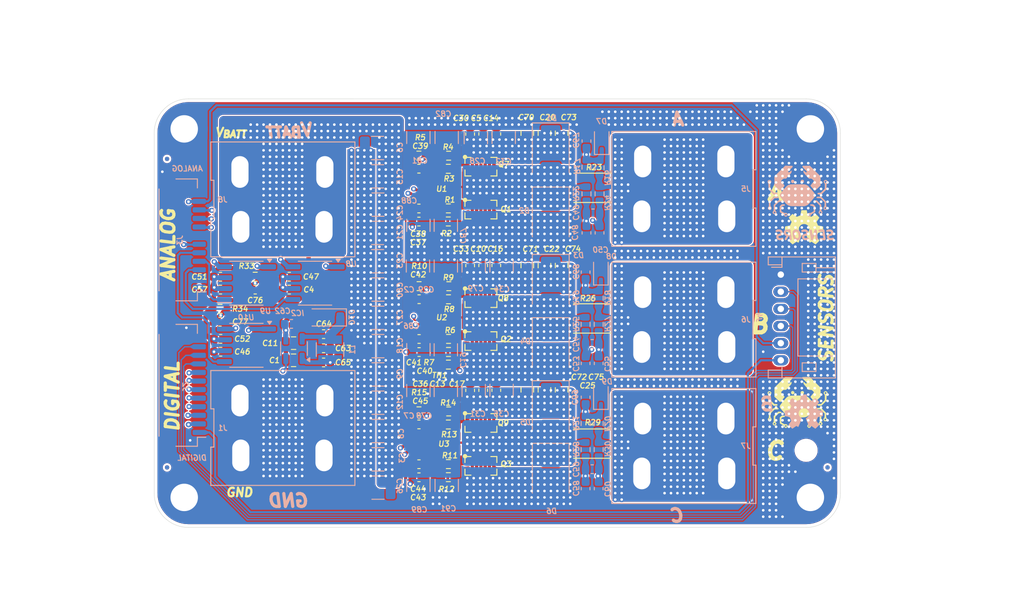
<source format=kicad_pcb>
(kicad_pcb (version 20240108) (generator "pcbnew") (generator_version "8.0")
  (title_block (title "OpenMD") (date "2024-05-19") (rev "1") (company "Crab Labs") (comment 1 "Author: Orion Serup") (comment 2 "License: CERN-OHL-W-2.0"))
  (layers (0 "F.Cu" signal) (1 "In1.Cu" signal) (2 "In2.Cu" signal) (31 "B.Cu" signal) (34 "B.Paste" user) (35 "F.Paste" user) (36 "B.SilkS" user "B.Silkscreen") (37 "F.SilkS" user "F.Silkscreen") (38 "B.Mask" user) (39 "F.Mask" user) (44 "Edge.Cuts" user))
  (net 0 "")
  (net 1 "/V_{BATT}")
  (net 2 "/GND")
  (net 3 "/V_{DRV}")
  (net 7 "/AH")
  (net 8 "/AL")
  (net 9 "/BH")
  (net 10 "/BL")
  (net 11 "/CH")
  (net 12 "/CL")
  (net 13 "/A")
  (net 14 "/B")
  (net 15 "/C")
  (net 16 "/Predrivers/Gate Driver A/BOOT")
  (net 17 "/Predrivers/Gate Driver A/SW")
  (net 18 "/Predrivers/Gate Driver B/SW")
  (net 19 "/Predrivers/Gate Driver B/BOOT")
  (net 20 "/Predrivers/Gate Driver C/BOOT")
  (net 21 "/Predrivers/Gate Driver C/SW")
  (net 22 "/Predrivers/Gate Driver A/LGH")
  (net 23 "/Predrivers/Gate Driver A/LGL")
  (net 24 "/Predrivers/Gate Driver A/UGL")
  (net 25 "/Predrivers/Gate Driver A/UGH")
  (net 26 "/Predrivers/Gate Driver B/LGH")
  (net 27 "/Predrivers/Gate Driver B/LGL")
  (net 28 "/Predrivers/Gate Driver B/UGL")
  (net 29 "/Predrivers/Gate Driver B/UGH")
  (net 30 "/Predrivers/Gate Driver C/LGH")
  (net 31 "/Predrivers/Gate Driver C/LGL")
  (net 32 "/Predrivers/Gate Driver C/UGL")
  (net 33 "/Predrivers/Gate Driver C/UGH")
  (net 34 "/V_{ANA}")
  (net 35 "/Predriver Voltage Supply/SW")
  (net 36 "/DRV.A")
  (net 37 "/DRV.B")
  (net 38 "/DRV.C")
  (net 39 "/Phase Current Sensors/Current Sense A/V+")
  (net 40 "/Phase Current Sensors/Current Sense A/V-")
  (net 41 "/Phase Current Sensors/Current Sense B/V+")
  (net 42 "/Phase Current Sensors/Current Sense B/V-")
  (net 43 "/Phase Current Sensors/Current Sense C/V+")
  (net 44 "/Phase Current Sensors/Current Sense C/V-")
  (net 45 "/DRV_TEMP_SENSE")
  (net 46 "/V_SENSE.A")
  (net 47 "/V_SENSE.B")
  (net 48 "/V_SENSE.C")
  (net 49 "/ENABLE")
  (net 50 "/INPUT.BL")
  (net 51 "/INPUT.AL")
  (net 52 "/INPUT.CL")
  (net 53 "/V_{DIG}")
  (net 54 "/INPUT.AH")
  (net 55 "/INPUT.BH")
  (net 56 "/INPUT.CH")
  (net 57 "/M_TEMP_SENSE")
  (net 58 "/I_SENSE.A")
  (net 59 "/I_SENSE.C")
  (net 60 "/I_SENSE.B")
  (net 61 "/HALL.B")
  (net 62 "/HALL.C")
  (net 63 "/HALL.A")
  (footprint "Capacitor_SMD:C_0805_2012Metric" (layer "F.Cu") (at 143.396 111.27 90)
    (property "Reference" "C25")
    (property "Value" "1uF")
  )
  (footprint "Resistor_SMD:R_0603_1608Metric" (layer "F.Cu") (at 109.671 98.07)
    (property "Reference" "R33")
    (property "Value" "10k")
  )
  (footprint "Resistor_SMD:R_0603_1608Metric" (layer "F.Cu") (at 132.19 90.0972)
    (property "Reference" "R1")
    (property "Value" "1")
  )
  (footprint "Fiducial:Fiducial_0.5mm_Mask1mm" (layer "F.Cu") (at 176.396 120.32)
    (property "Reference" "FID1" (hide yes))
    (property "Value" "Fiducial" (hide yes))
  )
  (footprint "MountingHole:MountingHole_2.2mm_M2" (layer "F.Cu") (at 173.896 118.32)
    (property "Reference" "H6" (hide yes))
    (property "Value" "M2")
  )
  (footprint "Capacitor_SMD:C_0603_1608Metric" (layer "F.Cu") (at 109.671 99.57)
    (property "Reference" "C76")
    (property "Value" "100nF")
  )
  (footprint "Resistor_SMD:R_0603_1608Metric" (layer "F.Cu") (at 132.188999 115.31)
    (property "Reference" "R13")
    (property "Value" "0")
  )
  (footprint "Capacitor_SMD:C_0603_1608Metric" (layer "F.Cu") (at 136.254 96.758 90)
    (property "Reference" "C10")
    (property "Value" "100nF")
  )
  (footprint "Resistor_SMD:R_2512_6332Metric" (layer "F.Cu") (at 148.954 117.541)
    (property "Reference" "R29")
    (property "Value" "500u")
  )
  (footprint "Capacitor_SMD:C_0603_1608Metric" (layer "F.Cu") (at 128.7625 115.302 180)
    (property "Reference" "C45")
    (property "Value" "100nF")
  )
  (footprint "Resistor_SMD:R_0603_1608Metric" (layer "F.Cu") (at 128.757 83.9414)
    (property "Reference" "R5")
    (property "Value" "0")
  )
  (footprint "Capacitor_SMD:C_0805_2012Metric" (layer "F.Cu") (at 145.396 81.32 90)
    (property "Reference" "C73")
    (property "Value" "1uF")
  )
  (footprint "Resistor_SMD:R_2512_6332Metric" (layer "F.Cu") (at 148.954 102.936)
    (property "Reference" "R26")
    (property "Value" "500u")
  )
  (footprint "Capacitor_SMD:C_0603_1608Metric" (layer "F.Cu") (at 105.621 99.57)
    (property "Reference" "C57")
    (property "Value" "100nF")
  )
  (footprint "Capacitor_SMD:C_0603_1608Metric" (layer "F.Cu") (at 117.646 106.41835 180)
    (property "Reference" "C63")
    (property "Value" "100nF")
  )
  (footprint "Resistor_SMD:R_0603_1608Metric" (layer "F.Cu") (at 132.224201 83.9494)
    (property "Reference" "R4")
    (property "Value" "1")
  )
  (footprint "Resistor_SMD:R_0603_1608Metric" (layer "F.Cu") (at 132.1955 119.9338)
    (property "Reference" "R11")
    (property "Value" "1")
  )
  (footprint "Capacitor_SMD:C_0805_2012Metric" (layer "F.Cu") (at 145.396 96.758 90)
    (property "Reference" "C74")
    (property "Value" "1uF")
  )
  (footprint "OpenMD:WLCSP1.6x1.6-12B_ECC" (layer "F.Cu") (at 129.4007 117.631 180)
    (property "Reference" "U3")
    (property "Value" "UP1966E" (hide yes))
  )
  (footprint "Capacitor_SMD:C_0603_1608Metric" (layer "F.Cu") (at 137.778 111.318 90)
    (property "Reference" "C17")
    (property "Value" "100nF")
  )
  (footprint "Symbol:OSHW-Symbol_8.9x8mm_SilkScreen" (layer "F.Cu") (at 173.646 92.32)
    (property "Reference" "SYM1" (hide yes))
    (property "Value" "Logo_Open_Hardware_Large" (hide yes))
  )
  (footprint "EPC_FETs:D0320T34M" (layer "F.Cu") (at 135.984 120.136)
    (property "Reference" "Q3")
    (property "Value" "EPC2065")
  )
  (footprint "Resistor_SMD:R_0603_1608Metric" (layer "F.Cu") (at 132.205098 106.847 180)
    (property "Reference" "R7")
    (property "Value" "0")
  )
  (footprint "Capacitor_SMD:C_0603_1608Metric" (layer "F.Cu") (at 128.757 90.109)
    (property "Reference" "C38")
    (property "Value" "100nF")
  )
  (footprint "Resistor_SMD:R_2512_6332Metric" (layer "F.Cu") (at 148.9955 87.696)
    (property "Reference" "R23")
    (property "Value" "500u")
  )
  (footprint "Capacitor_SMD:C_0603_1608Metric" (layer "F.Cu") (at 128.778599 106.8588)
    (property "Reference" "C40")
    (property "Value" "4.7uF")
  )
  (footprint "OpenMD:CrabLabs" (layer "F.Cu") (at 172.896 112.72)
    (property "Reference" "G***" (hide yes))
    (property "Value" "LOGO" (hide yes))
  )
  (footprint "Capacitor_SMD:C_0603_1608Metric" (layer "F.Cu") (at 128.7625 121.4696)
    (property "Reference" "C43")
    (property "Value" "4.7uF")
  )
  (footprint "Capacitor_SMD:C_0805_2012Metric" (layer "F.Cu") (at 143.396 81.32 90)
    (property "Reference" "C20")
    (property "Value" "1uF")
  )
  (footprint "Capacitor_SMD:C_0603_1608Metric" (layer "F.Cu") (at 105.621 98.07)
    (property "Reference" "C51")
    (property "Value" "4.7uF")
  )
  (footprint "Capacitor_SMD:C_0603_1608Metric" (layer "F.Cu") (at 134.73 96.771 90)
    (property "Reference" "C33")
    (property "Value" "100nF")
  )
  (footprint "Fiducial:Fiducial_0.5mm_Mask1mm" (layer "F.Cu") (at 99.396 120.32)
    (property "Reference" "FID3" (hide yes))
    (property "Value" "Fiducial" (hide yes))
  )
  (footprint "Resistor_SMD:R_0603_1608Metric" (layer "F.Cu") (at 132.229701 113.786)
    (property "Reference" "R14")
    (property "Value" "1")
  )
  (footprint "OpenMD:WLCSP1.6x1.6-12B_ECC" (layer "F.Cu") (at 129.416799 103.0202 180)
    (property "Reference" "U2")
    (property "Value" "UP1966E" (hide yes))
  )
  (footprint "EPC_FETs:D0320T34M" (layer "F.Cu") (at 135.984 85.228)
    (property "Reference" "Q7")
    (property "Value" "EPC2065")
  )
  (footprint "Capacitor_SMD:C_0603_1608Metric" (layer "F.Cu") (at 128.757 85.4654 180)
    (property "Reference" "C39")
    (property "Value" "100nF")
  )
  (footprint "Capacitor_SMD:C_0603_1608Metric" (layer "F.Cu") (at 117.646 104.76735 180)
    (property "Reference" "C64")
    (property "Value" "4.7uF")
  )
  (footprint "Capacitor_SMD:C_0805_2012Metric" (layer "F.Cu") (at 114.146 105.82)
    (property "Reference" "C11")
    (property "Value" "1uF")
  )
  (footprint "Resistor_SMD:R_0603_1608Metric" (layer "F.Cu") (at 128.778599 99.1672)
    (property "Reference" "R10")
    (property "Value" "0")
  )
  (footprint "Capacitor_SMD:C_0603_1608Metric" (layer "F.Cu") (at 128.7625 119.9456)
    (property "Reference" "C44")
    (property "Value" "100nF")
  )
  (footprint "EPC_FETs:D0320T34M" (layer "F.Cu") (at 135.984 105.576)
    (property "Reference" "Q2")
    (property "Value" "EPC2065")
  )
  (footprint "Resistor_SMD:R_0603_1608Metric" (layer "F.Cu") (at 132.183499 91.6212 180)
    (property "Reference" "R2")
    (property "Value" "0")
  )
  (footprint "Capacitor_SMD:C_0603_1608Metric" (layer "F.Cu") (at 137.778 96.758 90)
    (property "Reference" "C16")
    (property "Value" "100nF")
  )
  (footprint "OpenMD:WLCSP1.6x1.6-12B_ECC" (layer "F.Cu") (at 129.3952 87.7944 180)
    (property "Reference" "U1")
    (property "Value" "UP1966E" (hide yes))
  )
  (footprint "Capacitor_SMD:C_0603_1608Metric" (layer "F.Cu") (at 105.571 103.32)
    (property "Reference" "C77")
    (property "Value" "100nF")
  )
  (footprint "Resistor_SMD:R_0603_1608Metric" (layer "F.Cu") (at 128.7625 113.778)
    (property "Reference" "R15")
    (property "Value" "0")
  )
  (footprint "Fiducial:Fiducial_0.5mm_Mask1mm" (layer "F.Cu") (at 99.396 84.32)
    (property "Reference" "FID2" (hide yes))
    (property "Value" "Fiducial" (hide yes))
  )
  (footprint "Capacitor_SMD:C_0805_2012Metric" (layer "F.Cu") (at 114.146 107.82)
    (property "Reference" "C1")
    (property "Value" "1uF")
  )
  (footprint "Resistor_SMD:R_0603_1608Metric" (layer "F.Cu") (at 105.571 101.82)
    (property "Reference" "R34")
    (property "Value" "10k")
  )
  (footprint "Capacitor_SMD:C_0603_1608Metric" (layer "F.Cu") (at 128.778599 105.3348)
    (property "Reference" "C41")
    (property "Value" "100nF")
  )
  (footprint "Capacitor_SMD:C_0603_1608Metric" (layer "F.Cu") (at 134.73 81.431 90)
    (property "Reference" "C30")
    (property "Value" "100nF")
  )
  (footprint "Capacitor_SMD:C_0603_1608Metric" (layer "F.Cu") (at 134.73 111.331 90)
    (property "Reference" "C36")
    (property "Value" "100nF")
  )
  (footprint "EPC_FETs:D0320T34M" (layer "F.Cu") (at 135.984 90.236)
    (property "Reference" "Q1")
    (property "Value" "EPC2065")
  )
  (footprint "Capacitor_SMD:C_0603_1608Metric" (layer "F.Cu") (at 105.646 106.82)
    (property "Reference" "C46")
    (property "Value" "4.7uF")
  )
  (footprint "Capacitor_SMD:C_0603_1608Metric" (layer "F.Cu") (at 128.778599 100.6912 180)
    (property "Reference" "C42")
    (property "Value" "100nF")
  )
  (footprint "Capacitor_SMD:C_0603_1608Metric" (layer "F.Cu") (at 113.646 99.57)
    (property "Reference" "C4")
    (property "Value" "4.7uF")
  )
  (footprint "Capacitor_SMD:C_0805_2012Metric" (layer "F.Cu") (at 141.396 81.32 90)
    (property "Reference" "C70")
    (property "Value" "1uF")
  )
  (footprint "Resistor_SMD:R_0603_1608Metric" (layer "F.Cu") (at 132.183499 85.4734)
    (property "Reference" "R3")
    (property "Value" "0")
  )
  (footprint "Capacitor_SMD:C_0603_1608Metric" (layer "F.Cu") (at 113.646 98.07)
    (property "Reference" "C47")
    (property "Value" "100nF")
  )
  (footprint "Capacitor_SMD:C_0805_2012Metric" (layer "F.Cu") (at 141.396 96.77 90)
    (property "Reference" "C71")
    (property "Value" "1uF")
  )
  (footprint "Capacitor_SMD:C_0603_1608Metric" (layer "F.Cu") (at 137.778 81.418 90)
    (property "Reference" "C14")
    (property "Value" "100nF")
  )
  (footprint "EPC_FETs:D0320T34M" (layer "F.Cu") (at 135.984 100.568)
    (property "Reference" "Q8")
    (property "Value" "EPC2065")
  )
  (footprint "Resistor_SMD:R_0603_1608Metric" (layer "F.Cu") (at 132.196 108.32 180)
    (property "Reference" "TH1")
    (property "Value" "10k")
  )
  (footprint "Capacitor_SMD:C_0603_1608Metric" (layer "F.Cu") (at 136.254 81.418 90)
    (property "Reference" "C5")
    (property "Value" "100nF")
  )
  (footprint "Capacitor_SMD:C_0603_1608Metric" (layer "F.Cu") (at 128.757 91.633)
    (property "Reference" "C37")
    (property "Value" "4.7uF")
  )
  (footprint "Capacitor_SMD:C_0805_2012Metric" (layer "F.Cu") (at 141.396 111.27 90)
    (property "Reference" "C72")
    (property "Value" "1uF")
  )
  (footprint "Capacitor_SMD:C_0603_1608Metric" (layer "F.Cu") (at 136.254 111.318 90)
    (property "Reference" "C13")
    (property "Value" "100nF")
  )
  (footprint "Capacitor_SMD:C_0603_1608Metric" (layer "F.Cu") (at 117.646 108.06935 180)
    (property "Reference" "C65")
    (property "Value" "4.7uF")
  )
  (footprint "Capacitor_SMD:C_0805_2012Metric" (layer "F.Cu") (at 145.396 111.27 90)
    (property "Reference" "C75")
    (property "Value" "1uF")
  )
  (footprint "EPC_FETs:D0320T34M" (layer "F.Cu") (at 135.984 115.128)
    (property "Reference" "Q9")
    (property "Value" "EPC2065")
  )
  (footprint "Resistor_SMD:R_0603_1608Metric" (layer "F.Cu") (at 132.211599 105.323)
    (property "Reference" "R6")
    (property "Value" "1")
  )
  (footprint "Resistor_SMD:R_0603_1608Metric" (layer "F.Cu") (at 132.2458 99.1752)
    (property "Reference" "R9")
    (property "Value" "1")
  )
  (footprint "Capacitor_SMD:C_0603_1608Metric" (layer "F.Cu") (at 105.646 105.32)
    (property "Reference" "C52")
    (property "Value" "100nF")
  )
  (footprint "Resistor_SMD:R_0603_1608Metric" (layer "F.Cu") (at 132.205098 100.6992)
    (property "Reference" "R8")
    (property "Value" "0")
  )
  (footprint "Resistor_SMD:R_0603_1608Metric" (layer "F.Cu") (at 132.188999 121.4578 180)
    (property "Reference" "R12")
    (property "Value" "0")
  )
  (footprint "Capacitor_SMD:C_0805_2012Metric" (layer "F.Cu") (at 143.396 96.77 90)
    (property "Reference" "C22")
    (property "Value" "1uF")
  )
  (footprint "Capacitor_SMD:C_0603_1608Metric" (layer "B.Cu") (at 148.2936 82.236 90)
    (property "Reference" "C67")
    (property "Value" "10nF")
  )
  (footprint "Diode_SMD:D_SMB" (layer "B.Cu") (at 144.128 121.168 -90)
    (property "Reference" "D6")
    (property "Value" ".85V")
  )
  (footprint "Capacitor_SMD:C_1210_3225Metric" (layer "B.Cu") (at 123.9835 106.166 180)
    (property "Reference" "C18")
    (property "Value" "4.7uF")
  )
  (footprint "MountingHole:MountingHole_3.2mm_M3_ISO14580_Pad_TopOnly" (layer "B.Cu") (at 101.396 80.82 180)
    (property "Reference" "H3" (hide yes))
    (property "Value" "M3" (hide yes))
  )
  (footprint "Diode_SMD:D_SOD-123" (layer "B.Cu") (at 117.946 102.82 180)
    (property "Reference" "D10")
    (property "Value" ".85V")
  )
  (footprint "Capacitor_SMD:C_1210_3225Metric" (layer "B.Cu") (at 123.9835 102.864 180)
    (property "Reference" "C27")
    (property "Value" "4.7uF")
  )
  (footprint "Diode_SMD:D_SMB" (layer "B.Cu") (at 144.128 99.124 -90)
    (property "Reference" "D3")
    (property "Value" ".85V")
  )
  (footprint "Inductor_SMD:L_Abracon_ASPI-3012S" (layer "B.Cu") (at 118.396 106.57 -90)
    (property "Reference" "L1")
    (property "Value" "22uH")
  )
  (footprint "Diode_SMD:D_SMB" (layer "B.Cu") (at 144.128 113.858 -90)
    (property "Reference" "D5")
    (property "Value" ".85V")
  )
  (footprint "Capacitor_SMD:C_1210_3225Metric" (layer "B.Cu") (at 128.696 81.82 90)
    (property "Reference" "C81")
    (property "Value" "4.7uF")
  )
  (footprint "Symbol:OSHW-Symbol_8.9x8mm_SilkScreen" (layer "B.Cu") (at 173.646 113.82 180)
    (property "Reference" "SYM1" (hide yes))
    (property "Value" "Logo_Open_Hardware_Large" (hide yes))
  )
  (footprint "Capacitor_SMD:C_1210_3225Metric" (layer "B.Cu") (at 123.9835 116.072 180)
    (property "Reference" "C8")
    (property "Value" "4.7uF")
  )
  (footprint "Diode_SMD:D_SOD-323" (layer "B.Cu") (at 149.97 97.427 90)
    (property "Reference" "D8")
    (property "Value" "3.3V")
  )
  (footprint "Capacitor_SMD:C_0603_1608Metric" (layer "B.Cu") (at 149.716 122.798 -90)
    (property "Reference" "C60")
    (property "Value" "100nF")
  )
  (footprint "Capacitor_SMD:C_1210_3225Metric" (layer "B.Cu") (at 128.646 96.82 90)
    (property "Reference" "C2")
    (property "Value" "4.7uF")
  )
  (footprint "Fiducial:Fiducial_0.5mm_Mask1mm" (layer "B.Cu") (at 176.396 120.32 180)
    (property "Reference" "FID5" (hide yes))
    (property "Value" "Fiducial" (hide yes))
  )
  (footprint "Capacitor_SMD:C_1210_3225Metric" (layer "B.Cu") (at 138.396 111.32 90)
    (property "Reference" "C35")
    (property "Value" "4.7uF")
  )
  (footprint "Capacitor_SMD:C_1210_3225Metric" (layer "B.Cu") (at 131.896 96.82 90)
    (property "Reference" "C29")
    (property "Value" "4.7uF")
  )
  (footprint "Capacitor_SMD:C_1210_3225Metric" (layer "B.Cu") (at 131.998 122.422 -90)
    (property "Reference" "C91")
    (property "Value" "4.7uF")
  )
  (footprint "MountingHole:MountingHole_3.2mm_M3_ISO14580_Pad_TopOnly" (layer "B.Cu") (at 101.396 123.82 180)
    (property "Reference" "H4" (hide yes))
    (property "Value" "M3" (hide yes))
  )
  (footprint "Diode_SMD:D_SMB" (layer "B.Cu") (at 144.128 83.784 -90)
    (property "Reference" "D1")
    (property "Value" ".85V")
  )
  (footprint "Package_SO:SO-8_3.9x4.9mm_P1.27mm" (layer "B.Cu") (at 116.646 98.82 180)
    (property "Reference" "U8")
    (property "Value" "INA240A2")
  )
  (footprint "Capacitor_SMD:C_0603_1608Metric" (layer "B.Cu") (at 148.192 112.13 90)
    (property "Reference" "C69")
    (property "Value" "10nF")
  )
  (footprint "Capacitor_SMD:C_0603_1608Metric" (layer "B.Cu") (at 149.716 108.185 -90)
    (property "Reference" "C55")
    (property "Value" "100nF")
  )
  (footprint "Capacitor_SMD:C_1210_3225Metric" (layer "B.Cu") (at 123.9835 89.656 180)
    (property "Reference" "C24")
    (property "Value" "4.7uF")
  )
  (footprint "Diode_SMD:D_SMB" (layer "B.Cu") (at 144.128 106.508 -90)
    (property "Reference" "D4")
    (property "Value" ".85V")
  )
  (footprint "Capacitor_SMD:C_1210_3225Metric" (layer "B.Cu") (at 135.146 96.82 90)
    (property "Reference" "C79")
    (property "Value" "4.7uF")
  )
  (footprint "Resistor_SMD:R_0603_1608Metric" (layer "B.Cu") (at 148.192 103.626 -90)
    (property "Reference" "R25")
    (property "Value" "10")
  )
  (footprint "Capacitor_SMD:C_1210_3225Metric" (layer "B.Cu") (at 123.9835 119.374 180)
    (property "Reference" "C3")
    (property "Value" "4.7uF")
  )
  (footprint "Capacitor_SMD:C_0603_1608Metric" (layer "B.Cu") (at 149.0556 90.681)
    (property "Reference" "C49")
    (property "Value" "10nF")
  )
  (footprint "OpenMD:DIP-4_252" (layer "B.Cu") (at 159.646 117.82 180)
    (property "Reference" "J7")
    (property "Value" "C")
  )
  (footprint "Capacitor_SMD:C_0603_1608Metric" (layer "B.Cu") (at 148.192 122.798 90)
    (property "Reference" "C58")
    (property "Value" "100nF")
  )
  (footprint "Capacitor_SMD:C_0603_1608Metric" (layer "B.Cu") (at 148.954 105.912)
    (property "Reference" "C54")
    (property "Value" "10nF")
  )
  (footprint "Capacitor_SMD:C_1210_3225Metric" (layer "B.Cu") (at 128.696 111.349 90)
    (property "Reference" "C7")
    (property "Value" "4.7uF")
  )
  (footprint "Capacitor_SMD:C_1210_3225Metric" (layer "B.Cu") (at 128.696 92.07 -90)
    (property "Reference" "C88")
    (property "Value" "4.7uF")
  )
  (footprint "Connector_JST:JST_SH_SM12B-SRSS-TB_1x12-1MP_P1.00mm_Horizontal" (layer "B.Cu") (at 101.146 93.77 90)
    (property "Reference" "J3")
    (property "Value" "Analog")
  )
  (footprint "Capacitor_SMD:C_1210_3225Metric" (layer "B.Cu") (at 131.996 81.82 90)
    (property "Reference" "C82")
    (property "Value" "4.7uF")
  )
  (footprint "Capacitor_SMD:C_1210_3225Metric" (layer "B.Cu") (at 128.696 122.422 -90)
    (property "Reference" "C89")
    (property "Value" "4.7uF")
  )
  (footprint "OpenMD:DIP-4_252" (layer "B.Cu") (at 112.894 89.046)
    (property "Reference" "J8")
    (property "Value" "V_{BATT}")
  )
  (footprint "Connector_JST:JST_PH_S6B-PH-K_1x06_P2.00mm_Horizontal" (layer "B.Cu") (at 170.946 97.82 -90)
    (property "Reference" "J4")
    (property "Value" "Sensors")
  )
  (footprint "Capacitor_SMD:C_1210_3225Metric" (layer "B.Cu") (at 123.9835 122.676 180)
    (property "Reference" "C26")
    (property "Value" "4.7uF")
  )
  (footprint "Resistor_SMD:R_0603_1608Metric" (layer "B.Cu") (at 148.192 115.191 -90)
    (property "Reference" "R21")
    (property "Value" "10k")
  )
  (footprint "Capacitor_SMD:C_1210_3225Metric" (layer "B.Cu") (at 135.146 111.345 90)
    (property "Reference" "C31")
    (property "Value" "4.7uF")
  )
  (footprint "Capacitor_SMD:C_1210_3225Metric" (layer "B.Cu") (at 123.9835 99.562 180)
    (property "Reference" "C80")
    (property "Value" "4.7uF")
  )
  (footprint "Capacitor_SMD:C_0603_1608Metric" (layer "B.Cu") (at 148.192 108.185 90)
    (property "Reference" "C53")
    (property "Value" "100nF")
  )
  (footprint "Resistor_SMD:R_0603_1608Metric" (layer "B.Cu") (at 148.2936 88.395 -90)
    (property "Reference" "R22")
    (property "Value" "10")
  )
  (footprint "Resistor_SMD:R_0603_1608Metric" (layer "B.Cu") (at 148.192 100.578 -90)
    (property "Reference" "R19")
    (property "Value" "10k")
  )
  (footprint "OpenMD:CrabLabs" (layer "B.Cu") (at 172.896 88.07 180)
    (property "Reference" "G***" (hide yes))
    (property "Value" "LOGO" (hide yes))
  )
  (footprint "Diode_SMD:D_SOD-323" (layer "B.Cu") (at 150.0716 82.196 90)
    (property "Reference" "D7")
    (property "Value" "3.3V")
  )
  (footprint "Capacitor_SMD:C_1210_3225Metric" (layer "B.Cu") (at 123.9345 86.354 180)
    (property "Reference" "C15")
    (property "Value" "4.7uF")
  )
  (footprint "Capacitor_SMD:C_0603_1608Metric" (layer "B.Cu") (at 148.2936 92.954 90)
    (property "Reference" "C48")
    (property "Value" "100nF")
  )
  (footprint "Resistor_SMD:R_0603_1608Metric" (layer "B.Cu") (at 149.8176 85.347 90)
    (property "Reference" "R16")
    (property "Value" "300k")
  )
  (footprint "Package_TO_SOT_SMD:SOT-23-5" (layer "B.Cu") (at 114.196 106.4575 90)
    (property "Reference" "IC2")
    (property "Value" "RAA2118054GP3#JA0")
  )
  (footprint "Capacitor_SMD:C_0603_1608Metric" (layer "B.Cu") (at 148.954 120.525)
    (property "Reference" "C59")
    (property "Value" "10nF")
  )
  (footprint "Resistor_SMD:R_0603_1608Metric" (layer "B.Cu") (at 149.716 118.239 -90)
    (property "Reference" "R30")
    (property "Value" "10")
  )
  (footprint "Capacitor_SMD:C_1210_3225Metric" (layer "B.Cu") (at 131.896 106.595 -90)
    (property "Reference" "C19")
    (property "Value" "4.7uF")
  )
  (footprint "Capacitor_SMD:C_1210_3225Metric" (layer "B.Cu") (at 123.9345 96.26 180)
    (property "Reference" "C23")
    (property "Value" "4.7uF")
  )
  (footprint "Fiducial:Fiducial_0.5mm_Mask1mm" (layer "B.Cu") (at 99.396 84.32 180)
    (property "Reference" "FID6" (hide yes))
    (property "Value" "Fiducial" (hide yes))
  )
  (footprint "Resistor_SMD:R_0603_1608Metric" (layer "B.Cu") (at 149.716 103.626 -90)
    (property "Reference" "R27")
    (property "Value" "10")
  )
  (footprint "Fiducial:Fiducial_0.5mm_Mask1mm" (layer "B.Cu") (at 99.396 120.32 180)
    (property "Reference" "FID4" (hide yes))
    (property "Value" "Fiducial" (hide yes))
  )
  (footprint "Capacitor_SMD:C_1210_3225Metric" (layer "B.Cu") (at 123.9835 112.77 180)
    (property "Reference" "C12")
    (property "Value" "4.7uF")
  )
  (footprint "Capacitor_SMD:C_1210_3225Metric" (layer "B.Cu") (at 135.396 81.845 90)
    (property "Reference" "C28")
    (property "Value" "4.7uF")
  )
  (footprint "Diode_SMD:D_SOD-323" (layer "B.Cu") (at 149.97 111.94 90)
    (property "Reference" "D9")
    (property "Value" "3.3V")
  )
  (footprint "OpenMD:DIP-4_252" (layer "B.Cu") (at 112.894 115.716)
    (property "Reference" "J1")
    (property "Value" "GND")
  )
  (footprint "Capacitor_SMD:C_1210_3225Metric" (layer "B.Cu") (at 138.396 96.82 90)
    (property "Reference" "C34")
    (property "Value" "4.7uF")
  )
  (footprint "Capacitor_SMD:C_1210_3225Metric" (layer "B.Cu") (at 131.896 92.07 -90)
    (property "Reference" "C87")
    (property "Value" "4.7uF")
  )
  (footprint "Capacitor_SMD:C_1210_3225Metric" (layer "B.Cu") (at 123.9345 83.052 180)
    (property "Reference" "C6")
    (property "Value" "4.7uF" (hide yes))
  )
  (footprint "Capacitor_SMD:C_0603_1608Metric" (layer "B.Cu") (at 113.896 103.57)
    (property "Reference" "C62")
    (property "Value" "100nF")
  )
  (footprint "MountingHole:MountingHole_3.2mm_M3_ISO14580_Pad_TopOnly" (layer "B.Cu") (at 174.396 123.82 180)
    (property "Reference" "H2" (hide yes))
    (property "Value" "M3" (hide yes))
  )
  (footprint "OpenMD:DIP-4_252" (layer "B.Cu") (at 159.646 103.07 180)
    (property "Reference" "J6")
    (property "Value" "B")
  )
  (footprint "Diode_SMD:D_SMB" (layer "B.Cu") (at 144.128 91.268 -90)
    (property "Reference" "D2")
    (property "Value" ".85V")
  )
  (footprint "OpenMD:DIP-4_252" (layer "B.Cu") (at 159.646 87.82 180)
    (property "Reference" "J5")
    (property "Value" "A")
  )
  (footprint "Resistor_SMD:R_0603_1608Metric" (layer "B.Cu") (at 149.716 100.578 90)
    (property "Reference" "R18")
    (property "Value" "300k")
  )
  (footprint "Resistor_SMD:R_0603_1608Metric" (layer "B.Cu") (at 148.2936 85.284 -90)
    (property "Reference" "R17")
    (property "Value" "10k")
  )
  (footprint "Capacitor_SMD:C_1210_3225Metric" (layer "B.Cu") (at 138.646 81.82 90)
    (property "Reference" "C32")
    (property "Value" "4.7uF")
  )
  (footprint "Connector_JST:JST_SH_SM12B-SRSS-TB_1x12-1MP_P1.00mm_Horizontal" (layer "B.Cu") (at 101.146 110.74 90)
    (property "Reference" "J2")
    (property "Value" "Digital")
  )
  (footprint "Capacitor_SMD:C_1210_3225Metric" (layer "B.Cu") (at 128.696 106.57 -90)
    (property "Reference" "C86")
    (property "Value" "4.7uF")
  )
  (footprint "Resistor_SMD:R_0603_1608Metric" (layer "B.Cu") (at 149.716 115.191 90)
    (property "Reference" "R20")
    (property "Value" "300k")
  )
  (footprint "Capacitor_SMD:C_1210_3225Metric" (layer "B.Cu") (at 123.9835 109.468 180)
    (property "Reference" "C9")
    (property "Value" "4.7uF")
  )
  (footprint "MountingHole:MountingHole_3.2mm_M3_ISO14580_Pad_TopOnly" (layer "B.Cu") (at 174.396 80.82 180)
    (property "Reference" "H1" (hide yes))
    (property "Value" "M3" (hide yes))
  )
  (footprint "Capacitor_SMD:C_0603_1608Metric" (layer "B.Cu") (at 149.8176 92.954 -90)
    (property "Reference" "C50")
    (property "Value" "100nF")
  )
  (footprint "Package_SO:SO-8_3.9x4.9mm_P1.27mm" (layer "B.Cu") (at 108.646 106.07 180)
    (property "Reference" "U10")
    (property "Value" "INA240A2")
  )
  (footprint "Resistor_SMD:R_0603_1608Metric" (layer "B.Cu") (at 149.8176 88.395 -90)
    (property "Reference" "R24")
    (property "Value" "10")
  )
  (footprint "Resistor_SMD:R_0603_1608Metric" (layer "B.Cu") (at 148.192 118.239 -90)
    (property "Reference" "R28")
    (property "Value" "10")
  )
  (footprint "Package_SO:SO-8_3.9x4.9mm_P1.27mm" (layer "B.Cu") (at 108.646 98.82 180)
    (property "Reference" "U9")
    (property "Value" "INA240A2")
  )
  (footprint "Capacitor_SMD:C_1210_3225Metric" (layer "B.Cu") (at 131.896 111.349 90)
    (property "Reference" "C78")
    (property "Value" "4.7uF")
  )
  (footprint "Capacitor_SMD:C_0603_1608Metric" (layer "B.Cu") (at 148.192 97.53 90)
    (property "Reference" "C68")
    (property "Value" "10nF")
  )
  (footprint "Capacitor_SMD:C_1210_3225Metric" (layer "B.Cu") (at 123.9345 92.958 180)
    (property "Reference" "C21")
    (property "Value" "4.7uF")
  )
  (gr_arc (start 173.896 77.32) (mid 176.724427 78.491573) (end 177.896 81.32) (stroke (width 0.05)) (layer "Edge.Cuts"))
  (gr_arc (start 177.896 123.32) (mid 176.724427 126.148427) (end 173.896 127.32) (stroke (width 0.05)) (layer "Edge.Cuts"))
  (gr_line (start 177.896 123.32) (end 177.896 81.32) (stroke (width 0.05)) (layer "Edge.Cuts"))
  (gr_line (start 101.896 127.32) (end 173.896 127.32) (stroke (width 0.05)) (layer "Edge.Cuts"))
  (gr_line (start 97.896 81.483546) (end 97.896 123.32) (stroke (width 0.05)) (layer "Edge.Cuts"))
  (gr_arc (start 101.896 127.32) (mid 99.067573 126.148427) (end 97.896 123.32) (stroke (width 0.05)) (layer "Edge.Cuts"))
  (gr_arc (start 97.896 81.483546) (mid 99.007966 78.547635) (end 101.896 77.316658) (stroke (width 0.05)) (layer "Edge.Cuts"))
  (gr_line (start 173.896 77.32) (end 101.896 77.316658) (stroke (width 0.05)) (layer "Edge.Cuts"))
  (gr_text "ANALOG" (at 103.646 85.82 -0) (layer "B.SilkS") (effects (font (size 0.635 0.635) (thickness 0.127) (bold yes) (italic yes)) (justify left bottom mirror)))
  (gr_text "C" (at 159.896 126.82 0) (layer "B.SilkS") (effects (font (size 1.5 1.5) (thickness 0.375) (bold yes) (italic yes)) (justify left bottom mirror)))
  (gr_text "A" (at 159.896 80.57 0) (layer "B.SilkS") (effects (font (size 1.5 1.5) (thickness 0.375) (bold yes) (italic yes)) (justify left bottom mirror)))
  (gr_text "DIGITAL" (at 104.119 119.573 -0) (layer "B.SilkS") (effects (font (size 0.635 0.635) (thickness 0.127) (bold yes) (italic yes)) (justify left bottom mirror)))
  (gr_text "B" (at 170.396 113.82 0) (layer "B.SilkS") (effects (font (size 1.5 1.5) (thickness 0.375) (bold yes) (italic yes)) (justify left bottom mirror)))
  (gr_text "GND" (at 116.146 125.07 0) (layer "B.SilkS") (effects (font (size 1.5 1.5) (thickness 0.375) (bold yes) (italic yes)) (justify left bottom mirror)))
  (gr_text "V_{BATT}" (at 116.646 81.82 0) (layer "B.SilkS") (effects (font (size 1.5 1.5) (thickness 0.375) (bold yes) (italic yes)) (justify left bottom mirror)))
  (gr_text "SENSORS" (at 177.396 93.82 0) (layer "B.SilkS") (effects (font (size 1 1) (thickness 0.25) (bold yes) (italic yes)) (justify left bottom mirror)))
  (gr_text "GND" (at 106.146 123.82 0) (layer "F.SilkS") (effects (font (size 1 1) (thickness 0.25) (bold yes) (italic yes)) (justify left bottom)))
  (gr_text "DIGITAL\n" (at 100.896 116.32 90) (layer "F.SilkS") (effects (font (size 1.5 1.5) (thickness 0.375) (bold yes) (italic yes)) (justify left bottom)))
  (gr_text "B\n" (at 167.146 104.82 0) (layer "F.SilkS") (effects (font (size 2 2) (thickness 0.5) (bold yes) (italic yes)) (justify left bottom)))
  (gr_text "C" (at 168.896 119.57 0) (layer "F.SilkS") (effects (font (size 2 2) (thickness 0.5) (bold yes) (italic yes)) (justify left bottom)))
  (gr_text "V_{BATT}" (at 104.896 81.82 0) (layer "F.SilkS") (effects (font (size 1 1) (thickness 0.25) (bold yes) (italic yes)) (justify left bottom)))
  (gr_text "ANALOG" (at 100.396 98.82 90) (layer "F.SilkS") (effects (font (size 1.5 1.5) (thickness 0.375) (bold yes) (italic yes)) (justify left bottom)))
  (gr_text "A" (at 169.146 89.32 0) (layer "F.SilkS") (effects (font (size 2 2) (thickness 0.5) (bold yes) (italic yes)) (justify left bottom)))
  (gr_text "SENSORS" (at 177.146 108.32 90) (layer "F.SilkS") (effects (font (size 1.5 1.5) (thickness 0.375) (bold yes) (italic yes)) (justify left bottom)))
  (segment (start 113.246 104.32) (end 113.246 107.77) (width 0.508) (layer "F.Cu") (net 1))
  (segment (start 113.196 105.82) (end 113.196 103.27) (width 0.508) (layer "F.Cu") (net 1))
  (segment (start 115.896 100.57) (end 115.896 95.32) (width 0.508) (layer "F.Cu") (net 1))
  (segment (start 115.896 95.32) (end 115.146 94.57) (width 0.508) (layer "F.Cu") (net 1))
  (segment (start 113.196 103.27) (end 115.896 100.57) (width 0.508) (layer "F.Cu") (net 1))
  (via (at 137.396 99.07) (size 0.6) (drill 0.3) (layers "F.Cu" "B.Cu") (net 1))
  (via (at 143.396 96.82) (size 0.6) (drill 0.3) (layers "F.Cu" "B.Cu") (net 1))
  (via (at 124.146 108.57) (size 0.635) (drill 0.3048) (layers "F.Cu" "B.Cu") (net 1))
  (via (at 111.396 87.82) (size 0.635) (drill 0.3048) (layers "F.Cu" "B.Cu") (net 1))
  (via (at 111.396 92.32) (size 0.635) (drill 0.3048) (layers "F.Cu" "B.Cu") (net 1))
  (via (at 125.646 113.82) (size 0.635) (drill 0.3048) (layers "F.Cu" "B.Cu") (net 1))
  (via (at 111.396 90.07) (size 0.635) (drill 0.3048) (layers "F.Cu" "B.Cu") (net 1))
  (via (at 124.146 97.57) (size 0.6) (drill 0.3) (layers "F.Cu" "B.Cu") (net 1))
  (via (at 115.146 91.57) (size 0.635) (drill 0.3048) (layers "F.Cu" "B.Cu") (net 1))
  (via (at 108.396 81.07) (size 0.635) (drill 0.3048) (layers "F.Cu" "B.Cu") (net 1))
  (via (at 110.646 84.82) (size 0.635) (drill 0.3048) (layers "F.Cu" "B.Cu") (net 1))
  (via (at 144.146 112.82) (size 0.6) (drill 0.3) (layers "F.Cu" "B.Cu") (net 1))
  (via (at 112.146 80.32) (size 0.635) (drill 0.3048) (layers "F.Cu" "B.Cu") (net 1))
  (via (at 115.146 93.07) (size 0.635) (drill 0.3048) (layers "F.Cu" "B.Cu") (net 1))
  (via (at 124.896 93.82) (size 0.6) (drill 0.3) (layers "F.Cu" "B.Cu") (net 1))
  (via (at 125.646 83.32) (size 0.6) (drill 0.3) (layers "F.Cu" "B.Cu") (net 1))
  (via (at 126.396 80.32) (size 0.6) (drill 0.3) (layers "F.Cu" "B.Cu") (net 1))
  (via (at 111.396 89.32) (size 0.635) (drill 0.3048) (layers "F.Cu" "B.Cu") (net 1))
  (via (at 139.646 113.57) (size 0.6) (drill 0.3) (layers "F.Cu" "B.Cu") (net 1))
  (via (at 146.396 112.82) (size 0.6) (drill 0.3) (layers "F.Cu" "B.Cu") (net 1))
  (via (at 124.146 113.07) (size 0.635) (drill 0.3048) (layers "F.Cu" "B.Cu") (net 1))
  (via (at 113.646 93.07) (size 0.635) (drill 0.3048) (layers "F.Cu" "B.Cu") (net 1))
  (via (at 124.896 87.82) (size 0.6) (drill 0.3) (layers "F.Cu" "B.Cu") (net 1))
  (via (at 140.396 82.07) (size 0.6) (drill 0.3) (layers "F.Cu" "B.Cu") (net 1))
  (via (at 141.896 83.57) (size 0.6) (drill 0.3) (layers "F.Cu" "B.Cu") (net 1))
  (via (at 145.646 81.32) (size 0.6) (drill 0.3) (layers "F.Cu" "B.Cu") (net 1))
  (via (at 125.646 90.82) (size 0.6) (drill 0.3) (layers "F.Cu" "B.Cu") (net 1))
  (via (at 143.396 111.32) (size 0.6) (drill 0.3) (layers "F.Cu" "B.Cu") (net 1))
  (via (at 125.646 90.07) (size 0.6) (drill 0.3) (layers "F.Cu" "B.Cu") (net 1))
  (via (at 141.146 99.82) (size 0.6) (drill 0.3) (layers "F.Cu" "B.Cu") (net 1))
  (via (at 112.896 84.82) (size 0.635) (drill 0.3048) (layers "F.Cu" "B.Cu") (net 1))
  (via (at 125.646 81.82) (size 0.6) (drill 0.3) (layers "F.Cu" "B.Cu") (net 1))
  (via (at 124.146 107.82) (size 0.635) (drill 0.3048) (layers "F.Cu" "B.Cu") (net 1))
  (via (at 126.396 95.32) (size 0.6) (drill 0.3) (layers "F.Cu" "B.Cu") (net 1))
  (via (at 125.646 108.57) (size 0.635) (drill 0.3048) (layers "F.Cu" "B.Cu") (net 1))
  (via (at 111.396 84.82) (size 0.635) (drill 0.3048) (layers "F.Cu" "B.Cu") (net 1))
  (via (at 135.146 82.07) (size 0.6) (drill 0.3) (layers "F.Cu" "B.Cu") (net 1))
  (via (at 126.396 108.57) (size 0.635) (drill 0.3048) (layers "F.Cu" "B.Cu") (net 1))
  (via (at 126.396 102.82) (size 0.6) (drill 0.3) (layers "F.Cu" "B.Cu") (net 1))
  (via (at 146.396 82.82) (size 0.6) (drill 0.3) (layers "F.Cu" "B.Cu") (net 1))
  (via (at 124.896 113.07) (size 0.635) (drill 0.3048) (layers "F.Cu" "B.Cu") (net 1))
  (via (at 139.646 112.82) (size 0.6) (drill 0.3) (layers "F.Cu" "B.Cu") (net 1))
  (via (at 126.396 88.57) (size 0.6) (drill 0.3) (layers "F.Cu" "B.Cu") (net 1))
  (via (at 141.146 82.82) (size 0.6) (drill 0.3) (layers "F.Cu" "B.Cu") (net 1))
  (via (at 125.646 102.82) (size 0.6) (drill 0.3) (layers "F.Cu" "B.Cu") (net 1))
  (via (at 138.146 112.82) (size 0.6) (drill 0.3) (layers "F.Cu" "B.Cu") (net 1))
  (via (at 124.896 101.32) (size 0.6) (drill 0.3) (layers "F.Cu" "B.Cu") (net 1))
  (via (at 125.646 100.57) (size 0.6) (drill 0.3) (layers "F.Cu" "B.Cu") (net 1))
  (via (at 115.146 84.82) (size 0.635) (drill 0.3048) (layers "F.Cu" "B.Cu") (net 1))
  (via (at 124.146 101.32) (size 0.6) (drill 0.3) (layers "F.Cu" "B.Cu") (net 1))
  (via (at 112.146 90.07) (size 0.635) (drill 0.3048) (layers "F.Cu" "B.Cu") (net 1))
  (via (at 110.646 93.07) (size 0.635) (drill 0.3048) (layers "F.Cu" "B.Cu") (net 1))
  (via (at 142.646 97.57) (size 0.6) (drill 0.3) (layers "F.Cu" "B.Cu") (net 1))
  (via (at 124.146 95.32) (size 0.6) (drill 0.3) (layers "F.Cu" "B.Cu") (net 1))
  (via (at 135.896 113.57) (size 0.6) (drill 0.3) (layers "F.Cu" "B.Cu") (net 1))
  (via (at 136.646 113.57) (size 0.6) (drill 0.3) (layers "F.Cu" "B.Cu") (net 1))
  (via (at 135.896 99.07) (size 0.6) (drill 0.3) (layers "F.Cu" "B.Cu") (net 1))
  (via (at 124.896 103.57) (size 0.6) (drill 0.3) (layers "F.Cu" "B.Cu") (net 1))
  (via (at 125.646 86.32) (size 0.6) (drill 0.3) (layers "F.Cu" "B.Cu") (net 1))
  (via (at 125.646 97.57) (size 0.6) (drill 0.3) (layers "F.Cu" "B.Cu") (net 1))
  (via (at 141.896 82.82) (size 0.6) (drill 0.3) (layers "F.Cu" "B.Cu") (net 1))
  (via (at 138.146 98.32) (size 0.6) (drill 0.3) (layers "F.Cu" "B.Cu") (net 1))
  (via (at 112.896 87.82) (size 0.635) (drill 0.3048) (layers "F.Cu" "B.Cu") (net 1))
  (via (at 135.146 97.57) (size 0.6) (drill 0.3) (layers "F.Cu" "B.Cu") (net 1))
  (via (at 144.896 82.82) (size 0.6) (drill 0.3) (layers "F.Cu" "B.Cu") (net 1))
  (via (at 145.646 112.82) (size 0.6) (drill 0.3) (layers "F.Cu" "B.Cu") (net 1))
  (via (at 144.146 82.07) (size 0.6) (drill 0.3) (layers "F.Cu" "B.Cu") (net 1))
  (via (at 119.646 81.07) (size 0.635) (drill 0.3048) (layers "F.Cu" "B.Cu") (net 1))
  (via (at 146.396 83.57) (size 0.6) (drill 0.3) (layers "F.Cu" "B.Cu") (net 1))
  (via (at 125.646 121.32) (size 0.635) (drill 0.3048) (layers "F.Cu" "B.Cu") (net 1))
  (via (at 125.646 88.57) (size 0.6) (drill 0.3) (layers "F.Cu" "B.Cu") (net 1))
  (via (at 112.146 81.07) (size 0.635) (drill 0.3048) (layers "F.Cu" "B.Cu") (net 1))
  (via (at 125.646 84.82) (size 0.6) (drill 0.3) (layers "F.Cu" "B.Cu") (net 1))
  (via (at 124.896 99.82) (size 0.6) (drill 0.3) (layers "F.Cu" "B.Cu") (net 1))
  (via (at 120.396 81.07) (size 0.635) (drill 0.3048) (layers "F.Cu" "B.Cu") (net 1))
  (via (at 141.896 113.57) (size 0.6) (drill 0.3) (layers "F.Cu" "B.Cu") (net 1))
  (via (at 112.146 81.82) (size 0.635) (drill 0.3048) (layers "F.Cu" "B.Cu") (net 1))
  (via (at 138.896 114.32) (size 0.6) (drill 0.3) (layers "F.Cu" "B.Cu") (net 1))
  (via (at 146.396 99.82) (size 0.6) (drill 0.3) (layers "F.Cu" "B.Cu") (net 1))
  (via (at 117.396 81.07) (size 0.635) (drill 0.3048) (layers "F.Cu" "B.Cu") (net 1))
  (via (at 144.146 96.82) (size 0.6) (drill 0.3) (layers "F.Cu" "B.Cu") (net 1))
  (via (at 126.396 87.82) (size 0.6) (drill 0.3) (layers "F.Cu" "B.Cu") (net 1))
  (via (at 124.896 81.82) (size 0.6) (drill 0.3) (layers "F.Cu" "B.Cu") (net 1))
  (via (at 135.896 97.57) (size 0.6) (drill 0.3) (layers "F.Cu" "B.Cu") (net 1))
  (via (at 137.396 97.57) (size 0.6) (drill 0.3) (layers "F.Cu" "B.Cu") (net 1))
  (via (at 143.396 97.57) (size 0.6) (drill 0.3) (layers "F.Cu" "B.Cu") (net 1))
  (via (at 110.646 83.32) (size 0.635) (drill 0.3048) (layers "F.Cu" "B.Cu") (net 1))
  (via (at 141.146 97.57) (size 0.6) (drill 0.3) (layers "F.Cu" "B.Cu") (net 1))
  (via (at 124.896 86.32) (size 0.6) (drill 0.3) (layers "F.Cu" "B.Cu") (net 1))
  (via (at 142.646 99.82) (size 0.6) (drill 0.3) (layers "F.Cu" "B.Cu") (net 1))
  (via (at 115.146 83.32) (size 0.635) (drill 0.3048) (layers "F.Cu" "B.Cu") (net 1))
  (via (at 107.646 81.82) (size 0.635) (drill 0.3048) (layers "F.Cu" "B.Cu") (net 1))
  (via (at 141.896 112.07) (size 0.6) (drill 0.3) (layers "F.Cu" "B.Cu") (net 1))
  (via (at 109.146 80.32) (size 0.635) (drill 0.3048) (layers "F.Cu" "B.Cu") (net 1))
  (via (at 146.396 113.57) (size 0.6) (drill 0.3) (layers "F.Cu" "B.Cu") (net 1))
  (via (at 126.396 105.07) (size 0.6) (drill 0.3) (layers "F.Cu" "B.Cu") (net 1))
  (via (at 124.146 102.82) (size 0.6) (drill 0.3) (layers "F.Cu" "B.Cu") (net 1))
  (via (at 113.646 94.57) (size 0.635) (drill 0.3048) (layers "F.Cu" "B.Cu") (net 1))
  (via (at 114.396 81.82) (size 0.635) (drill 0.3048) (layers "F.Cu" "B.Cu") (net 1))
  (via (at 135.146 99.07) (size 0.6) (drill 0.3) (layers "F.Cu" "B.Cu") (net 1))
  (via (at 124.146 81.82) (size 0.6) (drill 0.3) (layers "F.Cu" "B.Cu") (net 1))
  (via (at 124.896 100.57) (size 0.6) (drill 0.3) (layers "F.Cu" "B.Cu") (net 1))
  (via (at 137.396 112.82) (size 0.6) (drill 0.3) (layers "F.Cu" "B.Cu") (net 1))
  (via (at 124.146 90.82) (size 0.6) (drill 0.3) (layers "F.Cu" "B.Cu") (net 1))
  (via (at 126.396 116.07) (size 0.635) (drill 0.3048) (layers "F.Cu" "B.Cu") (net 1))
  (via (at 124.896 119.07) (size 0.635) (drill 0.3048) (layers "F.Cu" "B.Cu") (net 1))
  (via (at 125.646 105.82) (size 0.6) (drill 0.3) (layers "F.Cu" "B.Cu") (net 1))
  (via (at 111.396 81.07) (size 0.635) (drill 0.3048) (layers "F.Cu" "B.Cu") (net 1))
  (via (at 125.646 87.82) (size 0.6) (drill 0.3) (layers "F.Cu" "B.Cu") (net 1))
  (via (at 118.896 81.07) (size 0.635) (drill 0.3048) (layers "F.Cu" "B.Cu") (net 1))
  (via (at 124.896 83.32) (size 0.6) (drill 0.3) (layers "F.Cu" "B.Cu") (net 1))
  (via (at 109.896 81.82) (size 0.635) (drill 0.3048) (layers "F.Cu" "B.Cu") (net 1))
  (via (at 124.896 120.57) (size 0.635) (drill 0.3048) (layers "F.Cu" "B.Cu") (net 1))
  (via (at 114.396 80.32) (size 0.635) (drill 0.3048) (layers "F.Cu" "B.Cu") (net 1))
  (via (at 124.896 95.32) (size 0.6) (drill 0.3) (layers "F.Cu" "B.Cu") (net 1))
  (via (at 126.396 102.07) (size 0.6) (drill 0.3) (layers "F.Cu" "B.Cu") (net 1))
  (via (at 125.646 94.57) (size 0.6) (drill 0.3) (layers "F.Cu" "B.Cu") (net 1))
  (via (at 139.646 97.57) (size 0.6) (drill 0.3) (layers "F.Cu" "B.Cu") (net 1))
  (via (at 125.646 80.32) (size 0.6) (drill 0.3) (layers "F.Cu" "B.Cu") (net 1))
  (via (at 113.646 84.07) (size 0.635) (drill 0.3048) (layers "F.Cu" "B.Cu") (net 1))
  (via (at 124.896 104.32) (size 0.6) (drill 0.3) (layers "F.Cu" "B.Cu") (net 1))
  (via (at 144.896 113.57) (size 0.6) (drill 0.3) (layers "F.Cu" "B.Cu") (net 1))
  (via (at 112.146 93.82) (size 0.635) (drill 0.3048) (layers "F.Cu" "B.Cu") (net 1))
  (via (at 112.896 86.32) (size 0.635) (drill 0.3048) (layers "F.Cu" "B.Cu") (net 1))
  (via (at 125.646 115.32) (size 0.635) (drill 0.3048) (layers "F.Cu" "B.Cu") (net 1))
  (via (at 136.646 99.07) (size 0.6) (drill 0.3) (layers "F.Cu" "B.Cu") (net 1))
  (via (at 138.896 84.32) (size 0.6) (drill 0.3) (layers "F.Cu" "B.Cu") (net 1))
  (via (at 138.146 112.07) (size 0.6) (drill 0.3) (layers "F.Cu" "B.Cu") (net 1))
  (via (at 144.896 82.07) (size 0.6) (drill 0.3) (layers "F.Cu" "B.Cu") (net 1))
  (via (at 126.396 90.82) (size 0.6) (drill 0.3) (layers "F.Cu" "B.Cu") (net 1))
  (via (at 121.146 81.82) (size 0.635) (drill 0.3048) (layers "F.Cu" "B.Cu") (net 1))
  (via (at 111.396 81.82) (size 0.635) (drill 0.3048) (layers "F.Cu" "B.Cu") (net 1))
  (via (at 124.896 84.82) (size 0.6) (drill 0.3) (layers "F.Cu" "B.Cu") (net 1))
  (via (at 113.646 92.32) (size 0.635) (drill 0.3048) (layers "F.Cu" "B.Cu") (net 1))
  (via (at 115.146 90.07) (size 0.635) (drill 0.3048) (layers "F.Cu" "B.Cu") (net 1))
  (via (at 138.896 82.82) (size 0.6) (drill 0.3) (layers "F.Cu" "B.Cu") (net 1))
  (via (at 141.146 112.07) (size 0.6) (drill 0.3) (layers "F.Cu" "B.Cu") (net 1))
  (via (at 136.646 83.57) (size 0.6) (drill 0.3) (layers "F.Cu" "B.Cu") (net 1))
  (via (at 124.146 114.57) (size 0.635) (drill 0.3048) (layers "F.Cu" "B.Cu") (net 1))
  (via (at 114.396 93.07) (size 0.635) (drill 0.3048) (layers "F.Cu" "B.Cu") (net 1))
  (via (at 124.896 89.32) (size 0.6) (drill 0.3) (layers "F.Cu" "B.Cu") (net 1))
  (via (at 124.896 119.82) (size 0.635) (drill 0.3048) (layers "F.Cu" "B.Cu") (net 1))
  (via (at 126.396 99.07) (size 0.6) (drill 0.3) (layers "F.Cu" "B.Cu") (net 1))
  (via (at 125.646 95.32) (size 0.6) (drill 0.3) (layers "F.Cu" "B.Cu") (net 1))
  (via (at 137.396 98.32) (size 0.6) (drill 0.3) (layers "F.Cu" "B.Cu") (net 1))
  (via (at 124.896 87.07) (size 0.6) (drill 0.3) (layers "F.Cu" "B.Cu") (net 1))
  (via (at 112.146 84.07) (size 0.635) (drill 0.3048) (layers "F.Cu" "B.Cu") (net 1))
  (via (at 124.896 99.07) (size 0.6) (drill 0.3) (layers "F.Cu" "B.Cu") (net 1))
  (via (at 126.396 110.07) (size 0.635) (drill 0.3048) (layers "F.Cu" "B.Cu") (net 1))
  (via (at 124.146 110.82) (size 0.635) (drill 0.3048) (layers "F.Cu" "B.Cu") (net 1))
  (via (at 113.646 93.82) (size 0.635) (drill 0.3048) (layers "F.Cu" "B.Cu") (net 1))
  (via (at 146.396 82.07) (size 0.6) (drill 0.3) (layers "F.Cu" "B.Cu") (net 1))
  (via (at 126.396 96.07) (size 0.6) (drill 0.3) (layers "F.Cu" "B.Cu") (net 1))
  (via (at 144.896 96.82) (size 0.6) (drill 0.3) (layers "F.Cu" "B.Cu") (net 1))
  (via (at 135.146 83.57) (size 0.6) (drill 0.3) (layers "F.Cu" "B.Cu") (net 1))
  (via (at 124.896 110.82) (size 0.635) (drill 0.3048) (layers "F.Cu" "B.Cu") (net 1))
  (via (at 116.646 81.07) (size 0.635) (drill 0.3048) (layers "F.Cu" "B.Cu") (net 1))
  (via (at 124.896 109.32) (size 0.635) (drill 0.3048) (layers "F.Cu" "B.Cu") (net 1))
  (via (at 113.646 87.82) (size 0.635) (drill 0.3048) (layers "F.Cu" "B.Cu") (net 1))
  (via (at 124.146 111.57) (size 0.635) (drill 0.3048) (layers "F.Cu" "B.Cu") (net 1))
  (via (at 126.396 112.32) (size 0.635) (drill 0.3048) (layers "F.Cu" "B.Cu") (net 1))
  (via (at 138.146 82.07) (size 0.6) (drill 0.3) (layers "F.Cu" "B.Cu") (net 1))
  (via (at 114.396 84.07) (size 0.635) (drill 0.3048) (layers "F.Cu" "B.Cu") (net 1))
  (via (at 124.896 94.57) (size 0.6) (drill 0.3) (layers "F.Cu" "B.Cu") (net 1))
  (via (at 144.896 83.57) (size 0.6) (drill 0.3) (layers "F.Cu" "B.Cu") (net 1))
  (via (at 126.396 116.82) (size 0.635) (drill 0.3048) (layers "F.Cu" "B.Cu") (net 1))
  (via (at 124.896 102.82) (size 0.6) (drill 0.3) (layers "F.Cu" "B.Cu") (net 1))
  (via (at 144.146 113.744) (size 0.6) (drill 0.3) (layers "F.Cu" "B.Cu") (net 1))
  (via (at 124.896 80.32) (size 0.6) (drill 0.3) (layers "F.Cu" "B.Cu") (net 1))
  (via (at 138.146 83.57) (size 0.6) (drill 0.3) (layers "F.Cu" "B.Cu") (net 1))
  (via (at 110.646 81.07) (size 0.635) (drill 0.3048) (layers "F.Cu" "B.Cu") (net 1))
  (via (at 140.396 99.82) (size 0.6) (drill 0.3) (layers "F.Cu" "B.Cu") (net 1))
  (via (at 113.246 104.32) (size 0.6) (drill 0.3) (layers "F.Cu" "B.Cu") (net 1))
  (via (at 113.646 85.57) (size 0.635) (drill 0.3048) (layers "F.Cu" "B.Cu") (net 1))
  (via (at 126.396 111.57) (size 0.635) (drill 0.3048) (layers "F.Cu" "B.Cu") (net 1))
  (via (at 124.896 111.57) (size 0.635) (drill 0.3048) (layers "F.Cu" "B.Cu") (net 1))
  (via (at 140.396 83.57) (size 0.6) (drill 0.3) (layers "F.Cu" "B.Cu") (net 1))
  (via (at 111.396 88.57) (size 0.635) (drill 0.3048) (layers "F.Cu" "B.Cu") (net 1))
  (via (at 112.146 84.82) (size 0.635) (drill 0.3048) (layers "F.Cu" "B.Cu") (net 1))
  (via (at 126.396 110.82) (size 0.635) (drill 0.3048) (layers "F.Cu" "B.Cu") (net 1))
  (via (at 115.146 90.82) (size 0.635) (drill 0.3048) (layers "F.Cu" "B.Cu") (net 1))
  (via (at 137.396 112.07) (size 0.6) (drill 0.3) (layers "F.Cu" "B.Cu") (net 1))
  (via (at 115.146 82.57) (size 0.635) (drill 0.3048) (layers "F.Cu" "B.Cu") (net 1))
  (via (at 142.646 82.07) (size 0.6) (drill 0.3) (layers "F.Cu" "B.Cu") (net 1))
  (via (at 142.646 112.07) (size 0.6) (drill 0.3) (layers "F.Cu" "B.Cu") (net 1))
  (via (at 124.146 121.32) (size 0.635) (drill 0.3048) (layers "F.Cu" "B.Cu") (net 1))
  (via (at 145.646 96.82) (size 0.6) (drill 0.3) (layers "F.Cu" "B.Cu") (net 1))
  (via (at 145.646 113.57) (size 0.6) (drill 0.3) (layers "F.Cu" "B.Cu") (net 1))
  (via (at 140.396 98.32) (size 0.6) (drill 0.3) (layers "F.Cu" "B.Cu") (net 1))
  (via (at 111.396 80.32) (size 0.635) (drill 0.3048) (layers "F.Cu" "B.Cu") (net 1))
  (via (at 126.396 103.57) (size 0.6) (drill 0.3) (layers "F.Cu" "B.Cu") (net 1))
  (via (at 143.396 113.57) (size 0.6) (drill 0.3) (layers "F.Cu" "B.Cu") (net 1))
  (via (at 143.396 82.82) (size 0.6) (drill 0.3) (layers "F.Cu" "B.Cu") (net 1))
  (via (at 125.646 103.57) (size 0.6) (drill 0.3) (layers "F.Cu" "B.Cu") (net 1))
  (via (at 124.146 115.32) (size 0.635) (drill 0.3048) (layers "F.Cu" "B.Cu") (net 1))
  (via (at 142.646 98.32) (size 0.6) (drill 0.3) (layers "F.Cu" "B.Cu") (net 1))
  (via (at 146.396 84.32) (size 0.6) (drill 0.3) (layers "F.Cu" "B.Cu") (net 1))
  (via (at 124.146 99.82) (size 0.6) (drill 0.3) (layers "F.Cu" "B.Cu") (net 1))
  (via (at 117.396 80.32) (size 0.635) (drill 0.3048) (layers "F.Cu" "B.Cu") (net 1))
  (via (at 111.396 91.57) (size 0.635) (drill 0.3048) (layers "F.Cu" "B.Cu") (net 1))
  (via (at 136.646 82.82) (size 0.6) (drill 0.3) (layers "F.Cu" "B.Cu") (net 1))
  (via (at 141.896 99.82) (size 0.6) (drill 0.3) (layers "F.Cu" "B.Cu") (net 1))
  (via (at 113.646 81.82) (size 0.635) (drill 0.3048) (layers "F.Cu" "B.Cu") (net 1))
  (via (at 124.146 87.07) (size 0.6) (drill 0.3) (layers "F.Cu" "B.Cu") (net 1))
  (via (at 114.396 91.57) (size 0.635) (drill 0.3048) (layers "F.Cu" "B.Cu") (net 1))
  (via (at 111.396 85.57) (size 0.635) (drill 0.3048) (layers "F.Cu" "B.Cu") (net 1))
  (via (at 114.396 92.32) (size 0.635) (drill 0.3048) (layers "F.Cu" "B.Cu") (net 1))
  (via (at 110.646 87.07) (size 0.635) (drill 0.3048) (layers "F.Cu" "B.Cu") (net 1))
  (via (at 124.146 104.32) (size 0.6) (drill 0.3) (layers "F.Cu" "B.Cu") (net 1))
  (via (at 146.396 114.32) (size 0.6) (drill 0.3) (layers "F.Cu" "B.Cu") (net 1))
  (via (at 124.146 83.32) (size 0.6) (drill 0.3) (layers "F.Cu" "B.Cu") (net 1))
  (via (at 124.146 91.57) (size 0.6) (drill 0.3) (layers "F.Cu" "B.Cu") (net 1))
  (via (at 143.396 112.07) (size 0.6) (drill 0.3) (layers "F.Cu" "B.Cu") (net 1))
  (via (at 111.396 94.57) (size 0.635) (drill 0.3048) (layers "F.Cu" "B.Cu") (net 1))
  (via (at 116.646 80.32) (size 0.635) (drill 0.3048) (layers "F.Cu" "B.Cu") (net 1))
  (via (at 124.896 113.82) (size 0.635) (drill 0.3048) (layers "F.Cu" "B.Cu") (net 1))
  (via (at 146.396 81.32) (size 0.6) (drill 0.3) (layers "F.Cu" "B.Cu") (net 1))
  (via (at 138.146 113.57) (size 0.6) (drill 0.3) (layers "F.Cu" "B.Cu") (net 1))
  (via (at 139.646 99.82) (size 0.6) (drill 0.3) (layers "F.Cu" "B.Cu") (net 1))
  (via (at 109.146 81.07) (size 0.635) (drill 0.3048) (layers "F.Cu" "B.Cu") (net 1))
  (via (at 113.646 87.07) (size 0.635) (drill 0.3048) (layers "F.Cu" "B.Cu") (net 1))
  (via (at 124.146 119.07) (size 0.635) (drill 0.3048) (layers "F.Cu" "B.Cu") (net 1))
  (via (at 139.646 83.57) (size 0.6) (drill 0.3) (layers "F.Cu" "B.Cu") (net 1))
  (via (at 138.896 97.57) (size 0.6) (drill 0.3) (layers "F.Cu" "B.Cu") (net 1))
  (via (at 137.396 82.82) (size 0.6) (drill 0.3) (layers "F.Cu" "B.Cu") (net 1))
  (via (at 141.146 112.82) (size 0.6) (drill 0.3) (layers "F.Cu" "B.Cu") (net 1))
  (via (at 110.646 87.82) (size 0.635) (drill 0.3048) (layers "F.Cu" "B.Cu") (net 1))
  (via (at 145.646 99.82) (size 0.6) (drill 0.3) (layers "F.Cu" "B.Cu") (net 1))
  (via (at 124.896 92.32) (size 0.6) (drill 0.3) (layers "F.Cu" "B.Cu") (net 1))
  (via (at 115.146 88.57) (size 0.635) (drill 0.3048) (layers "F.Cu" "B.Cu") (net 1))
  (via (at 124.896 118.32) (size 0.635) (drill 0.3048) (layers "F.Cu" "B.Cu") (net 1))
  (via (at 143.396 83.57) (size 0.6) (drill 0.3) (layers "F.Cu" "B.Cu") (net 1))
  (via (at 124.146 103.57) (size 0.6) (drill 0.3) (layers "F.Cu" "B.Cu") (net 1))
  (via (at 125.646 105.07) (size 0.6) (drill 0.3) (layers "F.Cu" "B.Cu") (net 1))
  (via (at 140.396 113.57) (size 0.6) (drill 0.3) (layers "F.Cu" "B.Cu") (net 1))
  (via (at 125.646 119.07) (size 0.635) (drill 0.3048) (layers "F.Cu" "B.Cu") (net 1))
  (via (at 126.396 90.07) (size 0.6) (drill 0.3) (layers "F.Cu" "B.Cu") (net 1))
  (via (at 112.146 88.57) (size 0.635) (drill 0.3048) (layers "F.Cu" "B.Cu") (net 1))
  (via (at 114.396 83.32) (size 0.635) (drill 0.3048) (layers "F.Cu" "B.Cu") (net 1))
  (via (at 126.396 104.32) (size 0.6) (drill 0.3) (layers "F.Cu" "B.Cu") (net 1))
  (via (at 123.396 80.32) (size 0.635) (drill 0.3048) (layers "F.Cu" "B.Cu") (net 1))
  (via (at 136.646 82.07) (size 0.6) (drill 0.3) (layers "F.Cu" "B.Cu") (net 1))
  (via (at 112.896 91.57) (size 0.635) (drill 0.3048) (layers "F.Cu" "B.Cu") (net 1))
  (via (at 113.646 86.32) (size 0.635) (drill 0.3048) (layers "F.Cu" "B.Cu") (net 1))
  (via (at 124.146 85.57) (size 0.6) (drill 0.3) (layers "F.Cu" "B.Cu") (net 1))
  (via (at 124.896 81.07) (size 0.6) (drill 0.3) (layers "F.Cu" "B.Cu") (net 1))
  (via (at 141.896 97.57) (size 0.6) (drill 0.3) (layers "F.Cu" "B.Cu") (net 1))
  (via (at 134.396 97.57) (size 0.6) (drill 0.3) (layers "F.Cu" "B.Cu") (net 1))
  (via (at 125.646 113.07) (size 0.635) (drill 0.3048) (layers "F.Cu" "B.Cu") (net 1))
  (via (at 135.896 82.07) (size 0.6) (drill 0.3) (layers "F.Cu" "B.Cu") (net 1))
  (via (at 126.396 84.82) (size 0.6) (drill 0.3) (layers "F.Cu" "B.Cu") (net 1))
  (via (at 139.646 84.32) (size 0.6) (drill 0.3) (layers "F.Cu" "B.Cu") (net 1))
  (via (at 124.146 86.32) (size 0.6) (drill 0.3) (layers "F.Cu" "B.Cu") (net 1))
  (via (at 112.896 88.57) (size 0.635) (drill 0.3048) (layers "F.Cu" "B.Cu") (net 1))
  (via (at 124.896 98.32) (size 0.6) (drill 0.3) (layers "F.Cu" "B.Cu") (net 1))
  (via (at 126.396 100.57) (size 0.6) (drill 0.3) (layers "F.Cu" "B.Cu") (net 1))
  (via (at 126.396 87.07) (size 0.6) (drill 0.3) (layers "F.Cu" "B.Cu") (net 1))
  (via (at 124.896 97.57) (size 0.6) (drill 0.3) (layers "F.Cu" "B.Cu") (net 1))
  (via (at 112.146 83.32) (size 0.635) (drill 0.3048) (layers "F.Cu" "B.Cu") (net 1))
  (via (at 125.646 98.32) (size 0.6) (drill 0.3) (layers "F.Cu" "B.Cu") (net 1))
  (via (at 140.396 112.82) (size 0.6) (drill 0.3) (layers "F.Cu" "B.Cu") (net 1))
  (via (at 110.646 92.32) (size 0.635) (drill 0.3048) (layers "F.Cu" "B.Cu") (net 1))
  (via (at 124.896 105.82) (size 0.6) (drill 0.3) (layers "F.Cu" "B.Cu") (net 1))
  (via (at 141.146 114.32) (size 0.6) (drill 0.3) (layers "F.Cu" "B.Cu") (net 1))
  (via (at 124.146 82.57) (size 0.6) (drill 0.3) (layers "F.Cu" "B.Cu") (net 1))
  (via (at 115.896 81.82) (size 0.635) (drill 0.3048) (layers "F.Cu" "B.Cu") (net 1))
  (via (at 110.646 90.82) (size 0.635) (drill 0.3048) (layers "F.Cu" "B.Cu") (net 1))
  (via (at 115.896 80.32) (size 0.635) (drill 0.3048) (layers "F.Cu" "B.Cu") (net 1))
  (via (at 144.146 99.07) (size 0.6) (drill 0.3) (layers "F.Cu" "B.Cu") (net 1))
  (via (at 145.646 82.82) (size 0.6) (drill 0.3) (layers "F.Cu" "B.Cu") (net 1))
  (via (at 113.646 91.57) (size 0.635) (drill 0.3048) (layers "F.Cu" "B.Cu") (net 1))
  (via (at 135.896 82.82) (size 0.6) (drill 0.3) (layers "F.Cu" "B.Cu") (net 1))
  (via (at 112.146 91.57) (size 0.635) (drill 0.3048) (layers "F.Cu" "B.Cu") (net 1))
  (via (at 126.396 89.32) (size 0.6) (drill 0.3) (layers "F.Cu" "B.Cu") (net 1))
  (via (at 121.146 81.07) (size 0.635) (drill 0.3048) (layers "F.Cu" "B.Cu") (net 1))
  (via (at 144.896 111.32) (size 0.6) (drill 0.3) (layers "F.Cu" "B.Cu") (net 1))
  (via (at 146.396 98.32) (size 0.6) (drill 0.3) (layers "F.Cu" "B.Cu") (net 1))
  (via (at 141.896 114.32) (size 0.6) (drill 0.3) (layers "F.Cu" "B.Cu") (net 1))
  (via (at 112.146 86.32) (size 0.635) (drill 0.3048) (layers "F.Cu" "B.Cu") (net 1))
  (via (at 119.646 80.32) (size 0.635) (drill 0.3048) (layers "F.Cu" "B.Cu") (net 1))
  (via (at 126.396 101.32) (size 0.6) (drill 0.3) (layers "F.Cu" "B.Cu") (net 1))
  (via (at 144.146 82.82) (size 0.6) (drill 0.3) (layers "F.Cu" "B.Cu") (net 1))
  (via (at 124.896 110.07) (size 0.635) (drill 0.3048) (layers "F.Cu" "B.Cu") (net 1))
  (via (at 110.646 82.57) (size 0.635) (drill 0.3048) (layers "F.Cu" "B.Cu") (net 1))
  (via (at 112.896 81.07) (size 0.635) (drill 0.3048) (layers "F.Cu" "B.Cu") (net 1))
  (via (at 121.896 80.32) (size 0.635) (drill 0.3048) (layers "F.Cu" "B.Cu") (net 1))
  (via (at 112.146 94.57) (size 0.635) (drill 0.3048) (layers "F.Cu" "B.Cu") (net 1))
  (via (at 124.146 105.82) (size 0.6) (drill 0.3) (layers "F.Cu" "B.Cu") (net 1))
  (via (at 139.646 98.32) (size 0.6) (drill 0.3) (layers "F.Cu" "B.Cu") (net 1))
  (via (at 141.146 99.07) (size 0.6) (drill 0.3) (layers "F.Cu" "B.Cu") (net 1))
  (via (at 125.646 93.07) (size 0.6) (drill 0.3) (layers "F.Cu" "B.Cu") (net 1))
  (via (at 139.646 82.07) (size 0.6) (drill 0.3) (layers "F.Cu" "B.Cu") (net 1))
  (via (at 124.146 99.07) (size 0.6) (drill 0.3) (layers "F.Cu" "B.Cu") (net 1))
  (via (at 125.646 118.32) (size 0.635) (drill 0.3048) (layers "F.Cu" "B.Cu") (net 1))
  (via (at 110.646 93.82) (size 0.635) (drill 0.3048) (layers "F.Cu" "B.Cu") (net 1))
  (via (at 144.146 97.57) (size 0.6) (drill 0.3) (layers "F.Cu" "B.Cu") (net 1))
  (via (at 125.646 116.82) (size 0.635) (drill 0.3048) (layers "F.Cu" "B.Cu") (net 1))
  (via (at 124.146 96.82) (size 0.6) (drill 0.3) (layers "F.Cu" "B.Cu") (net 1))
  (via (at 138.146 82.82) (size 0.6) (drill 0.3) (layers "F.Cu" "B.Cu") (net 1))
  (via (at 124.146 80.32) (size 0.6) (drill 0.3) (layers "F.Cu" "B.Cu") (net 1))
  (via (at 139.646 99.07) (size 0.6) (drill 0.3) (layers "F.Cu" "B.Cu") (net 1))
  (via (at 126.396 113.07) (size 0.635) (drill 0.3048) (layers "F.Cu" "B.Cu") (net 1))
  (via (at 138.146 97.57) (size 0.6) (drill 0.3) (layers "F.Cu" "B.Cu") (net 1))
  (via (at 112.896 80.32) (size 0.635) (drill 0.3048) (layers "F.Cu" "B.Cu") (net 1))
  (via (at 124.896 88.57) (size 0.6) (drill 0.3) (layers "F.Cu" "B.Cu") (net 1))
  (via (at 124.146 120.57) (size 0.635) (drill 0.3048) (layers "F.Cu" "B.Cu") (net 1))
  (via (at 124.146 93.07) (size 0.6) (drill 0.3) (layers "F.Cu" "B.Cu") (net 1))
  (via (at 115.146 92.32) (size 0.635) (drill 0.3048) (layers "F.Cu" "B.Cu") (net 1))
  (via (at 115.146 87.82) (size 0.635) (drill 0.3048) (layers "F.Cu" "B.Cu") (net 1))
  (via (at 112.896 87.07) (size 0.635) (drill 0.3048) (layers "F.Cu" "B.Cu") (net 1))
  (via (at 115.896 81.07) (size 0.635) (drill 0.3048) (layers "F.Cu" "B.Cu") (net 1))
  (via (at 142.646 84.32) (size 0.6) (drill 0.3) (layers "F.Cu" "B.Cu") (net 1))
  (via (at 115.146 94.57) (size 0.635) (drill 0.3048) (layers "F.Cu" "B.Cu") (net 1))
  (via (at 121.896 81.07) (size 0.635) (drill 0.3048) (layers "F.Cu" "B.Cu") (net 1))
  (via (at 108.396 81.82) (size 0.635) (drill 0.3048) (layers "F.Cu" "B.Cu") (net 1))
  (via (at 124.896 116.82) (size 0.635) (drill 0.3048) (layers "F.Cu" "B.Cu") (net 1))
  (via (at 125.646 99.82) (size 0.6) (drill 0.3) (layers "F.Cu" "B.Cu") (net 1))
  (via (at 124.146 90.07) (size 0.6) (drill 0.3) (layers "F.Cu" "B.Cu") (net 1))
  (via (at 115.146 81.82) (size 0.635) (drill 0.3048) (layers "F.Cu" "B.Cu") (net 1))
  (via (at 125.646 101.32) (size 0.6) (drill 0.3) (layers "F.Cu" "B.Cu") (net 1))
  (via (at 124.896 117.57) (size 0.635) (drill 0.3048) (layers "F.Cu" "B.Cu") (net 1))
  (via (at 124.896 115.32) (size 0.635) (drill 0.3048) (layers "F.Cu" "B.Cu") (net 1))
  (via (at 124.896 116.07) (size 0.635) (drill 0.3048) (layers "F.Cu" "B.Cu") (net 1))
  (via (at 126.396 113.82) (size 0.635) (drill 0.3048) (layers "F.Cu" "B.Cu") (net 1))
  (via (at 109.896 81.07) (size 0.635) (drill 0.3048) (layers "F.Cu" "B.Cu") (net 1))
  (via (at 124.896 90.07) (size 0.6) (drill 0.3) (layers "F.Cu" "B.Cu") (net 1))
  (via (at 114.396 85.57) (size 0.635) (drill 0.3048) (layers "F.Cu" "B.Cu") (net 1))
  (via (at 143.396 98.32) (size 0.6) (drill 0.3) (layers "F.Cu" "B.Cu") (net 1))
  (via (at 140.396 97.57) (size 0.6) (drill 0.3) (layers "F.Cu" "B.Cu") (net 1))
  (via (at 139.646 112.07) (size 0.6) (drill 0.3) (layers "F.Cu" "B.Cu") (net 1))
  (via (at 125.646 107.82) (size 0.635) (drill 0.3048) (layers "F.Cu" "B.Cu") (net 1))
  (via (at 112.146 93.07) (size 0.635) (drill 0.3048) (layers "F.Cu" "B.Cu") (net 1))
  (via (at 141.146 84.32) (size 0.6) (drill 0.3) (layers "F.Cu" "B.Cu") (net 1))
  (via (at 124.146 93.82) (size 0.6) (drill 0.3) (layers "F.Cu" "B.Cu") (net 1))
  (via (at 137.396 113.57) (size 0.6) (drill 0.3) (layers "F.Cu" "B.Cu") (net 1))
  (via (at 110.646 81.82) (size 0.635) (drill 0.3048) (layers "F.Cu" "B.Cu") (net 1))
  (via (at 142.646 114.32) (size 0.6) (drill 0.3) (layers "F.Cu" "B.Cu") (net 1))
  (via (at 110.646 89.32) (size 0.635) (drill 0.3048) (layers "F.Cu" "B.Cu") (net 1))
  (via (at 124.146 92.32) (size 0.6) (drill 0.3) (layers "F.Cu" "B.Cu") (net 1))
  (via (at 125.646 84.07) (size 0.6) (drill 0.3) (layers "F.Cu" "B.Cu") (net 1))
  (via (at 114.396 89.32) (size 0.635) (drill 0.3048) (layers "F.Cu" "B.Cu") (net 1))
  (via (at 109.896 80.32) (size 0.635) (drill 0.3048) (layers "F.Cu" "B.Cu") (net 1))
  (via (at 126.396 93.07) (size 0.6) (drill 0.3) (layers "F.Cu" "B.Cu") (net 1))
  (via (at 134.396 112.07) (size 0.6) (drill 0.3) (layers "F.Cu" "B.Cu") (net 1))
  (via (at 146.396 112.07) (size 0.6) (drill 0.3) (layers "F.Cu" "B.Cu") (net 1))
  (via (at 146.396 111.32) (size 0.6) (drill 0.3) (layers "F.Cu" "B.Cu") (net 1))
  (via (at 112.896 84.07) (size 0.635) (drill 0.3048) (layers "F.Cu" "B.Cu") (net 1))
  (via (at 139.646 114.32) (size 0.6) (drill 0.3) (layers "F.Cu" "B.Cu") (net 1))
  (via (at 124.896 107.82) (size 0.635) (drill 0.3048) (layers "F.Cu" "B.Cu") (net 1))
  (via (at 112.146 85.57) (size 0.635) (drill 0.3048) (layers "F.Cu" "B.Cu") (net 1))
  (via (at 124.146 89.32) (size 0.6) (drill 0.3) (layers "F.Cu" "B.Cu") (net 1))
  (via (at 114.396 82.57) (size 0.635) (drill 0.3048) (layers "F.Cu" "B.Cu") (net 1))
  (via (at 145.646 112.07) (size 0.6) (drill 0.3) (layers "F.Cu" "B.Cu") (net 1))
  (via (at 138.896 82.07) (size 0.6) (drill 0.3) (layers "F.Cu" "B.Cu") (net 1))
  (via (at 138.896 99.82) (size 0.6) (drill 0.3) (layers "F.Cu" "B.Cu") (net 1))
  (via (at 111.396 90.82) (size 0.635) (drill 0.3048) (layers "F.Cu" "B.Cu") (net 1))
  (via (at 126.396 83.32) (size 0.6) (drill 0.3) (layers "F.Cu" "B.Cu") (net 1))
  (via (at 125.646 112.32) (size 0.635) (drill 0.3048) (layers "F.Cu" "B.Cu") (net 1))
  (via (at 126.396 94.57) (size 0.6) (drill 0.3) (layers "F.Cu" "B.Cu") (net 1))
  (via (at 126.396 92.32) (size 0.6) (drill 0.3) (layers "F.Cu" "B.Cu") (net 1))
  (via (at 109.146 81.82) (size 0.635) (drill 0.3048) (layers "F.Cu" "B.Cu") (net 1))
  (via (at 124.146 87.82) (size 0.6) (drill 0.3) (layers "F.Cu" "B.Cu") (net 1))
  (via (at 115.146 87.07) (size 0.635) (drill 0.3048) (layers "F.Cu" "B.Cu") (net 1))
  (via (at 111.396 87.07) (size 0.635) (drill 0.3048) (layers "F.Cu" "B.Cu") (net 1))
  (via (at 126.396 105.82) (size 0.6) (drill 0.3) (layers "F.Cu" "B.Cu") (net 1))
  (via (at 135.146 98.32) (size 0.6) (drill 0.3) (layers "F.Cu" "B.Cu") (net 1))
  (via (at 143.396 82.07) (size 0.6) (drill 0.3) (layers "F.Cu" "B.Cu") (net 1))
  (via (at 118.896 81.82) (size 0.635) (drill 0.3048) (layers "F.Cu" "B.Cu") (net 1))
  (via (at 110.646 86.32) (size 0.635) (drill 0.3048) (layers "F.Cu" "B.Cu") (net 1))
  (via (at 114.396 87.07) (size 0.635) (drill 0.3048) (layers "F.Cu" "B.Cu") (net 1))
  (via (at 126.396 107.82) (size 0.635) (drill 0.3048) (layers "F.Cu" "B.Cu") (net 1))
  (via (at 138.146 99.07) (size 0.6) (drill 0.3) (layers "F.Cu" "B.Cu") (net 1))
  (via (at 135.146 112.07) (size 0.6) (drill 0.3) (layers "F.Cu" "B.Cu") (net 1))
  (via (at 113.646 88.57) (size 0.635) (drill 0.3048) (layers "F.Cu" "B.Cu") (net 1))
  (via (at 145.646 83.57) (size 0.6) (drill 0.3) (layers "F.Cu" "B.Cu") (net 1))
  (via (at 139.646 82.82) (size 0.6) (drill 0.3) (layers "F.Cu" "B.Cu") (net 1))
  (via (at 144.146 111.32) (size 0.6) (drill 0.3) (layers "F.Cu" "B.Cu") (net 1))
  (via (at 125.646 116.07) (size 0.635) (drill 0.3048) (layers "F.Cu" "B.Cu") (net 1))
  (via (at 124.896 84.07) (size 0.6) (drill 0.3) (layers "F.Cu" "B.Cu") (net 1))
  (via (at 141.896 98.32) (size 0.6) (drill 0.3) (layers "F.Cu" "B.Cu") (net 1))
  (via (at 124.146 84.07) (size 0.6) (drill 0.3) (layers "F.Cu" "B.Cu") (net 1))
  (via (at 144.896 99.07) (size 0.6) (drill 0.3) (layers "F.Cu" "B.Cu") (net 1))
  (via (at 114.396 86.32) (size 0.635) (drill 0.3048) (layers "F.Cu" "B.Cu") (net 1))
  (via (at 118.146 81.07) (size 0.635) (drill 0.3048) (layers "F.Cu" "B.Cu") (net 1))
  (via (at 125.646 85.57) (size 0.6) (drill 0.3) (layers "F.Cu" "B.Cu") (net 1))
  (via (at 118.896 80.32) (size 0.635) (drill 0.3048) (layers "F.Cu" "B.Cu") (net 1))
  (via (at 142.646 83.57) (size 0.6) (drill 0.3) (layers "F.Cu" "B.Cu") (net 1))
  (via (at 137.396 82.07) (size 0.6) (drill 0.3) (layers "F.Cu" "B.Cu") (net 1))
  (via (at 114.396 81.07) (size 0.635) (drill 0.3048) (layers "F.Cu" "B.Cu") (net 1))
  (via (at 119.646 81.82) (size 0.635) (drill 0.3048) (layers "F.Cu" "B.Cu") (net 1))
  (via (at 115.146 89.32) (size 0.635) (drill 0.3048) (layers "F.Cu" "B.Cu") (net 1))
  (via (at 144.146 81.32) (size 0.6) (drill 0.3) (layers "F.Cu" "B.Cu") (net 1))
  (via (at 138.896 113.57) (size 0.6) (drill 0.3) (layers "F.Cu" "B.Cu") (net 1))
  (via (at 124.146 118.32) (size 0.635) (drill 0.3048) (layers "F.Cu" "B.Cu") (net 1))
  (via (at 111.396 93.82) (size 0.635) (drill 0.3048) (layers "F.Cu" "B.Cu") (net 1))
  (via (at 124.146 98.32) (size 0.6) (drill 0.3) (layers "F.Cu" "B.Cu") (net 1))
  (via (at 117.396 81.82) (size 0.635) (drill 0.3048) (layers "F.Cu" "B.Cu") (net 1))
  (via (at 124.896 105.07) (size 0.6) (drill 0.3) (layers "F.Cu" "B.Cu") (net 1))
  (via (at 135.896 112.07) (size 0.6) (drill 0.3) (layers "F.Cu" "B.Cu") (net 1))
  (via (at 112.896 93.82) (size 0.635) (drill 0.3048) (layers "F.Cu" "B.Cu") (net 1))
  (via (at 125.646 119.82) (size 0.635) (drill 0.3048) (layers "F.Cu" "B.Cu") (net 1))
  (via (at 145.646 84.32) (size 0.6) (drill 0.3) (layers "F.Cu" "B.Cu") (net 1))
  (via (at 125.646 104.32) (size 0.6) (drill 0.3) (layers "F.Cu" "B.Cu") (net 1))
  (via (at 124.896 82.57) (size 0.6) (drill 0.3) (layers "F.Cu" "B.Cu") (net 1))
  (via (at 126.396 84.07) (size 0.6) (drill 0.3) (layers "F.Cu" "B.Cu") (net 1))
  (via (at 111.396 84.07) (size 0.635) (drill 0.3048) (layers "F.Cu" "B.Cu") (net 1))
  (via (at 126.396 115.32) (size 0.635) (drill 0.3048) (layers "F.Cu" "B.Cu") (net 1))
  (via (at 110.646 94.57) (size 0.635) (drill 0.3048) (layers "F.Cu" "B.Cu") (net 1))
  (via (at 115.146 80.32) (size 0.635) (drill 0.3048) (layers "F.Cu" "B.Cu") (net 1))
  (via (at 125.646 117.57) (size 0.635) (drill 0.3048) (layers "F.Cu" "B.Cu") (net 1))
  (via (at 112.146 82.57) (size 0.635) (drill 0.3048) (layers "F.Cu" "B.Cu") (net 1))
  (via (at 124.146 102.07) (size 0.6) (drill 0.3) (layers "F.Cu" "B.Cu") (net 1))
  (via (at 125.646 89.32) (size 0.6) (drill 0.3) (layers "F.Cu" "B.Cu") (net 1))
  (via (at 126.396 93.82) (size 0.6) (drill 0.3) (layers "F.Cu" "B.Cu") (net 1))
  (via (at 125.646 87.07) (size 0.6) (drill 0.3) (layers "F.Cu" "B.Cu") (net 1))
  (via (at 138.896 112.82) (size 0.6) (drill 0.3) (layers "F.Cu" "B.Cu") (net 1))
  (via (at 136.646 112.82) (size 0.6) (drill 0.3) (layers "F.Cu" "B.Cu") (net 1))
  (via (at 124.896 90.82) (size 0.6) (drill 0.3) (layers "F.Cu" "B.Cu") (net 1))
  (via (at 112.896 90.82) (size 0.635) (drill 0.3048) (layers "F.Cu" "B.Cu") (net 1))
  (via (at 124.896 114.57) (size 0.635) (drill 0.3048) (layers "F.Cu" "B.Cu") (net 1))
  (via (at 143.396 81.32) (size 0.6) (drill 0.3) (layers "F.Cu" "B.Cu") (net 1))
  (via (at 140.396 82.82) (size 0.6) (drill 0.3) (layers "F.Cu" "B.Cu") (net 1))
  (via (at 141.896 82.07) (size 0.6) (drill 0.3) (layers "F.Cu" "B.Cu") (net 1))
  (via (at 112.896 89.32) (size 0.635) (drill 0.3048) (layers "F.Cu" "B.Cu") (net 1))
  (via (at 114.396 94.57) (size 0.635) (drill 0.3048) (layers "F.Cu" "B.Cu") (net 1))
  (via (at 124.146 113.82) (size 0.635) (drill 0.3048) (layers "F.Cu" "B.Cu") (net 1))
  (via (at 111.396 86.32) (size 0.635) (drill 0.3048) (layers "F.Cu" "B.Cu") (net 1))
  (via (at 125.646 96.82) (size 0.6) (drill 0.3) (layers "F.Cu" "B.Cu") (net 1))
  (via (at 143.396 112.82) (size 0.6) (drill 0.3) (layers "F.Cu" "B.Cu") (net 1))
  (via (at 125.646 110.82) (size 0.635) (drill 0.3048) (layers "F.Cu" "B.Cu") (net 1))
  (via (at 142.646 112.82) (size 0.6) (drill 0.3) (layers "F.Cu" "B.Cu") (net 1))
  (via (at 141.146 82.07) (size 0.6) (drill 0.3) (layers "F.Cu" "B.Cu") (net 1))
  (via (at 124.146 84.82) (size 0.6) (drill 0.3) (layers "F.Cu" "B.Cu") (net 1))
  (via (at 136.646 97.57) (size 0.6) (drill 0.3) (layers "F.Cu" "B.Cu") (net 1))
  (via (at 112.896 92.32) (size 0.635) (drill 0.3048) (layers "F.Cu" "B.Cu") (net 1))
  (via (at 141.146 98.32) (size 0.6) (drill 0.3) (layers "F.Cu" "B.Cu") (net 1))
  (via (at 145.646 99.07) (size 0.6) (drill 0.3) (layers "F.Cu" "B.Cu") (net 1))
  (via (at 124.146 96.07) (size 0.6) (drill 0.3) (layers "F.Cu" "B.Cu") (net 1))
  (via (at 124.146 112.32) (size 0.635) (drill 0.3048) (layers "F.Cu" "B.Cu") (net 1))
  (via (at 114.396 84.82) (size 0.635) (drill 0.3048) (layers "F.Cu" "B.Cu") (net 1))
  (via (at 112.896 83.32) (size 0.635) (drill 0.3048) (layers "F.Cu" "B.Cu") (net 1))
  (via (at 126.396 97.57) (size 0.6) (drill 0.3) (layers "F.Cu" "B.Cu") (net 1))
  (via (at 125.646 92.32) (size 0.6) (drill 0.3) (layers "F.Cu" "B.Cu") (net 1))
  (via (at 138.896 98.32) (size 0.6) (drill 0.3) (layers "F.Cu" "B.Cu") (net 1))
  (via (at 124.146 116.82) (size 0.635) (drill 0.3048) (layers "F.Cu" "B.Cu") (net 1))
  (via (at 112.146 87.82) (size 0.635) (drill 0.3048) (layers "F.Cu" "B.Cu") (net 1))
  (via (at 115.146 93.82) (size 0.635) (drill 0.3048) (layers "F.Cu" "B.Cu") (net 1))
  (via (at 124.146 88.57) (size 0.6) (drill 0.3) (layers "F.Cu" "B.Cu") (net 1))
  (via (at 124.896 96.07) (size 0.6) (drill 0.3) (layers "F.Cu" "B.Cu") (net 1))
  (via (at 141.896 84.32) (size 0.6) (drill 0.3) (layers "F.Cu" "B.Cu") (net 1))
  (via (at 113.646 83.32) (size 0.635) (drill 0.3048) (layers "F.Cu" "B.Cu") (net 1))
  (via (at 135.896 83.57) (size 0.6) (drill 0.3) (layers "F.Cu" "B.Cu") (net 1))
  (via (at 137.396 83.57) (size 0.6) (drill 0.3) (layers "F.Cu" "B.Cu") (net 1))
  (via (at 141.896 99.07) (size 0.6) (drill 0.3) (layers "F.Cu" "B.Cu") (net 1))
  (via (at 113.646 80.32) (size 0.635) (drill 0.3048) (layers "F.Cu" "B.Cu") (net 1))
  (via (at 110.646 91.57) (size 0.635) (drill 0.3048) (layers "F.Cu" "B.Cu") (net 1))
  (via (at 146.396 96.82) (size 0.6) (drill 0.3) (layers "F.Cu" "B.Cu") (net 1))
  (via (at 112.896 81.82) (size 0.635) (drill 0.3048) (layers "F.Cu" "B.Cu") (net 1))
  (via (at 125.646 91.57) (size 0.6) (drill 0.3) (layers "F.Cu" "B.Cu") (net 1))
  (via (at 126.396 96.82) (size 0.6) (drill 0.3) (layers "F.Cu" "B.Cu") (net 1))
  (via (at 136.646 98.32) (size 0.6) (drill 0.3) (layers "F.Cu" "B.Cu") (net 1))
  (via (at 125.646 110.07) (size 0.635) (drill 0.3048) (layers "F.Cu" "B.Cu") (net 1))
  (via (at 144.896 81.32) (size 0.6) (drill 0.3) (layers "F.Cu" "B.Cu") (net 1))
  (via (at 111.396 82.57) (size 0.635) (drill 0.3048) (layers "F.Cu" "B.Cu") (net 1))
  (via (at 125.646 102.07) (size 0.6) (drill 0.3) (layers "F.Cu" "B.Cu") (net 1))
  (via (at 111.396 93.07) (size 0.635) (drill 0.3048) (layers "F.Cu" "B.Cu") (net 1))
  (via (at 115.146 84.07) (size 0.635) (drill 0.3048) (layers "F.Cu" "B.Cu") (net 1))
  (via (at 124.146 105.07) (size 0.6) (drill 0.3) (layers "F.Cu" "B.Cu") (net 1))
  (via (at 124.146 81.07) (size 0.6) (drill 0.3) (layers "F.Cu" "B.Cu") (net 1))
  (via (at 125.646 99.07) (size 0.6) (drill 0.3) (layers "F.Cu" "B.Cu") (net 1))
  (via (at 112.146 90.82) (size 0.635) (drill 0.3048) (layers "F.Cu" "B.Cu") (net 1))
  (via (at 113.646 84.82) (size 0.635) (drill 0.3048) (layers "F.Cu" "B.Cu") (net 1))
  (via (at 141.896 112.82) (size 0.6) (drill 0.3) (layers "F.Cu" "B.Cu") (net 1))
  (via (at 124.896 121.32) (size 0.635) (drill 0.3048) (layers "F.Cu" "B.Cu") (net 1))
  (via (at 138.896 112.07) (size 0.6) (drill 0.3) (layers "F.Cu" "B.Cu") (net 1))
  (via (at 144.896 112.82) (size 0.6) (drill 0.3) (layers "F.Cu" "B.Cu") (net 1))
  (via (at 135.146 112.82) (size 0.6) (drill 0.3) (layers "F.Cu" "B.Cu") (net 1))
  (via (at 125.646 114.57) (size 0.635) (drill 0.3048) (layers "F.Cu" "B.Cu") (net 1))
  (via (at 144.146 98.32) (size 0.6) (drill 0.3) (layers "F.Cu" "B.Cu") (net 1))
  (via (at 113.646 90.82) (size 0.635) (drill 0.3048) (layers "F.Cu" "B.Cu") (net 1))
  (via (at 114.396 90.07) (size 0.635) (drill 0.3048) (layers "F.Cu" "B.Cu") (net 1))
  (via (at 115.146 81.07) (size 0.635) (drill 0.3048) (layers "F.Cu" "B.Cu") (net 1))
  (via (at 135.896 98.32) (size 0.6) (drill 0.3) (layers "F.Cu" "B.Cu") (net 1))
  (via (at 112.146 87.07) (size 0.635) (drill 0.3048) (layers "F.Cu" "B.Cu") (net 1))
  (via (at 114.396 90.82) (size 0.635) (drill 0.3048) (layers "F.Cu" "B.Cu") (net 1))
  (via (at 123.396 81.07) (size 0.635) (drill 0.3048) (layers "F.Cu" "B.Cu") (net 1))
  (via (at 126.396 85.57) (size 0.6) (drill 0.3) (layers "F.Cu" "B.Cu") (net 1))
  (via (at 120.396 81.82) (size 0.635) (drill 0.3048) (layers "F.Cu" "B.Cu") (net 1))
  (via (at 135.896 112.82) (size 0.6) (drill 0.3) (layers "F.Cu" "B.Cu") (net 1))
  (via (at 138.896 83.57) (size 0.6) (drill 0.3) (layers "F.Cu" "B.Cu") (net 1))
  (via (at 115.146 85.57) (size 0.635) (drill 0.3048) (layers "F.Cu" "B.Cu") (net 1))
  (via (at 118.146 81.82) (size 0.635) (drill 0.3048) (layers "F.Cu" "B.Cu") (net 1))
  (via (at 143.396 99.07) (size 0.6) (drill 0.3) (layers "F.Cu" "B.Cu") (net 1))
  (via (at 126.396 86.32) (size 0.6) (drill 0.3) (layers "F.Cu" "B.Cu") (net 1))
  (via (at 126.396 81.82) (size 0.6) (drill 0.3) (layers "F.Cu" "B.Cu") (net 1))
  (via (at 122.646 81.07) (size 0.635) (drill 0.3048) (layers "F.Cu" "B.Cu") (net 1))
  (via (at 118.146 80.32) (size 0.635) (drill 0.3048) (layers "F.Cu" "B.Cu") (net 1))
  (via (at 140.396 114.32) (size 0.6) (drill 0.3) (layers "F.Cu" "B.Cu") (net 1))
  (via (at 145.646 111.32) (size 0.6) (drill 0.3) (layers "F.Cu" "B.Cu") (net 1))
  (via (at 145.646 82.07) (size 0.6) (drill 0.3) (layers "F.Cu" "B.Cu") (net 1))
  (via (at 124.896 96.82) (size 0.6) (drill 0.3) (layers "F.Cu" "B.Cu") (net 1))
  (via (at 144.146 83.57) (size 0.6) (drill 0.3) (layers "F.Cu" "B.Cu") (net 1))
  (via (at 113.646 89.32) (size 0.635) (drill 0.3048) (layers "F.Cu" "B.Cu") (net 1))
  (via (at 125.646 96.07) (size 0.6) (drill 0.3) (layers "F.Cu" "B.Cu") (net 1))
  (via (at 144.146 112.07) (size 0.6) (drill 0.3) (layers "F.Cu" "B.Cu") (net 1))
  (via (at 145.646 97.57) (size 0.6) (drill 0.3) (layers "F.Cu" "B.Cu") (net 1))
  (via (at 124.896 91.57) (size 0.6) (drill 0.3) (layers "F.Cu" "B.Cu") (net 1))
  (via (at 126.396 109.32) (size 0.635) (drill 0.3048) (layers "F.Cu" "B.Cu") (net 1))
  (via (at 113.646 81.07) (size 0.635) (drill 0.3048) (layers "F.Cu" "B.Cu") (net 1))
  (via (at 112.146 92.32) (size 0.635) (drill 0.3048) (layers "F.Cu" "B.Cu") (net 1))
  (via (at 138.896 99.07) (size 0.6) (drill 0.3) (layers "F.Cu" "B.Cu") (net 1))
  (via (at 142.646 99.07) (size 0.6) (drill 0.3) (layers "F.Cu" "B.Cu") (net 1))
  (via (at 110.646 85.57) (size 0.635) (drill 0.3048) (layers "F.Cu" "B.Cu") (net 1))
  (via (at 126.396 82.57) (size 0.6) (drill 0.3) (layers "F.Cu" "B.Cu") (net 1))
  (via (at 112.146 89.32) (size 0.635) (drill 0.3048) (layers "F.Cu" "B.Cu") (net 1))
  (via (at 114.396 87.82) (size 0.635) (drill 0.3048) (layers "F.Cu" "B.Cu") (net 1))
  (via (at 110.646 90.07) (size 0.635) (drill 0.3048) (layers "F.Cu" "B.Cu") (net 1))
  (via (at 126.396 98.32) (size 0.6) (drill 0.3) (layers "F.Cu" "B.Cu") (net 1))
  (via (at 113.646 90.07) (size 0.635) (drill 0.3048) (layers "F.Cu" "B.Cu") (net 1))
  (via (at 124.896 85.57) (size 0.6) (drill 0.3) (layers "F.Cu" "B.Cu") (net 1))
  (via (at 111.396 83.32) (size 0.635) (drill 0.3048) (layers "F.Cu" "B.Cu") (net 1))
  (via (at 144.896 112.07) (size 0.6) (drill 0.3) (layers "F.Cu" "B.Cu") (net 1))
  (via (at 141.146 113.57) (size 0.6) (drill 0.3) (layers "F.Cu" "B.Cu") (net 1))
  (via (at 144.896 98.32) (size 0.6) (drill 0.3) (layers "F.Cu" "B.Cu") (net 1))
  (via (at 113.646 82.57) (size 0.635) (drill 0.3048) (layers "F.Cu" "B.Cu") (net 1))
  (via (at 126.396 81.07) (size 0.6) (drill 0.3) (layers "F.Cu" "B.Cu") (net 1))
  (via (at 124.896 102.07) (size 0.6) (drill 0.3) (layers "F.Cu" "B.Cu") (net 1))
  (via (at 140.396 112.07) (size 0.6) (drill 0.3) (layers "F.Cu" "B.Cu") (net 1))
  (via (at 114.396 88.57) (size 0.635) (drill 0.3048) (layers "F.Cu" "B.Cu") (net 1))
  (via (at 125.646 93.82) (size 0.6) (drill 0.3) (layers "F.Cu" "B.Cu") (net 1))
  (via (at 140.396 99.07) (size 0.6) (drill 0.3) (layers "F.Cu" "B.Cu") (net 1))
  (via (at 114.396 93.82) (size 0.635) (drill 0.3048) (layers "F.Cu" "B.Cu") (net 1))
  (via (at 135.146 113.57) (size 0.6) (drill 0.3) (layers "F.Cu" "B.Cu") (net 1))
  (via (at 121.146 80.32) (size 0.635) (drill 0.3048) (layers "F.Cu" "B.Cu") (net 1))
  (via (at 112.896 93.07) (size 0.635) (drill 0.3048) (layers "F.Cu" "B.Cu") (net 1))
  (via (at 125.646 82.57) (size 0.6) (drill 0.3) (layers "F.Cu" "B.Cu") (net 1))
  (via (at 124.146 110.07) (size 0.635) (drill 0.3048) (layers "F.Cu" "B.Cu") (net 1))
  (via (at 115.146 86.32) (size 0.635) (drill 0.3048) (layers "F.Cu" "B.Cu") (net 1))
  (via (at 125.646 109.32) (size 0.635) (drill 0.3048) (layers "F.Cu" "B.Cu") (net 1))
  (via (at 136.646 112.07) (size 0.6) (drill 0.3) (layers "F.Cu" "B.Cu") (net 1))
  (via (at 126.396 91.57) (size 0.6) (drill 0.3) (layers "F.Cu" "B.Cu") (net 1))
  (via (at 120.396 80.32) (size 0.635) (drill 0.3048) (layers "F.Cu" "B.Cu") (net 1))
  (via (at 112.896 94.57) (size 0.635) (drill 0.3048) (layers "F.Cu" "B.Cu") (net 1))
  (via (at 124.146 100.57) (size 0.6) (drill 0.3) (layers "F.Cu" "B.Cu") (net 1))
  (via (at 124.146 116.07) (size 0.635) (drill 0.3048) (layers "F.Cu" "B.Cu") (net 1))
  (via (at 146.396 97.57) (size 0.6) (drill 0.3) (layers "F.Cu" "B.Cu") (net 1))
  (via (at 126.396 99.82) (size 0.6) (drill 0.3) (layers "F.Cu" "B.Cu") (net 1))
  (via (at 124.146 109.32) (size 0.635) (drill 0.3048) (layers "F.Cu" "B.Cu") (net 1))
  (via (at 124.146 119.82) (size 0.635) (drill 0.3048) (layers "F.Cu" "B.Cu") (net 1))
  (via (at 146.396 99.07) (size 0.6) (drill 0.3) (layers "F.Cu" "B.Cu") (net 1))
  (via (at 112.896 90.07) (size 0.635) (drill 0.3048) (layers "F.Cu" "B.Cu") (net 1))
  (via (at 110.646 88.57) (size 0.635) (drill 0.3048) (layers "F.Cu" "B.Cu") (net 1))
  (via (at 129.796 111.72) (size 0.635) (drill 0.3048) (layers "F.Cu" "B.Cu") (net 1))
  (via (at 124.146 94.57) (size 0.6) (drill 0.3) (layers "F.Cu" "B.Cu") (net 1))
  (via (at 142.646 113.57) (size 0.6) (drill 0.3) (layers "F.Cu" "B.Cu") (net 1))
  (via (at 112.896 82.57) (size 0.635) (drill 0.3048) (layers "F.Cu" "B.Cu") (net 1))
  (via (at 125.646 111.57) (size 0.635) (drill 0.3048) (layers "F.Cu" "B.Cu") (net 1))
  (via (at 126.396 114.57) (size 0.635) (drill 0.3048) (layers "F.Cu" "B.Cu") (net 1))
  (via (at 124.146 117.57) (size 0.635) (drill 0.3048) (layers "F.Cu" "B.Cu") (net 1))
  (via (at 116.646 81.82) (size 0.635) (drill 0.3048) (layers "F.Cu" "B.Cu") (net 1))
  (via (at 145.646 98.32) (size 0.6) (drill 0.3) (layers "F.Cu" "B.Cu") (net 1))
  (via (at 112.896 85.57) (size 0.635) (drill 0.3048) (layers "F.Cu" "B.Cu") (net 1))
  (via (at 128.646 97.57) (size 0.6) (drill 0.3) (layers "F.Cu" "B.Cu") (net 1))
  (via (at 145.646 114.32) (size 0.6) (drill 0.3) (layers "F.Cu" "B.Cu") (net 1))
  (via (at 122.646 80.32) (size 0.635) (drill 0.3048) (layers "F.Cu" "B.Cu") (net 1))
  (via (at 124.896 93.07) (size 0.6) (drill 0.3) (layers "F.Cu" "B.Cu") (net 1))
  (via (at 110.646 80.32) (size 0.635) (drill 0.3048) (layers "F.Cu" "B.Cu") (net 1))
  (via (at 140.396 84.32) (size 0.6) (drill 0.3) (layers "F.Cu" "B.Cu") (net 1))
  (via (at 142.646 82.82) (size 0.6) (drill 0.3) (layers "F.Cu" "B.Cu") (net 1))
  (via (at 125.646 120.57) (size 0.635) (drill 0.3048) (layers "F.Cu" "B.Cu") (net 1))
  (via (at 124.896 108.57) (size 0.635) (drill 0.3048) (layers "F.Cu" "B.Cu") (net 1))
  (via (at 134.396 82.07) (size 0.6) (drill 0.3) (layers "F.Cu" "B.Cu") (net 1))
  (via (at 144.896 97.57) (size 0.6) (drill 0.3) (layers "F.Cu" "B.Cu") (net 1))
  (via (at 110.646 84.07) (size 0.635) (drill 0.3048) (layers "F.Cu" "B.Cu") (net 1))
  (via (at 125.646 81.07) (size 0.6) (drill 0.3) (layers "F.Cu" "B.Cu") (net 1))
  (via (at 124.896 112.32) (size 0.635) (drill 0.3048) (layers "F.Cu" "B.Cu") (net 1))
  (via (at 135.146 82.82) (size 0.6) (drill 0.3) (layers "F.Cu" "B.Cu") (net 1))
  (via (at 141.146 83.57) (size 0.6) (drill 0.3) (layers "F.Cu" "B.Cu") (net 1))
  (segment (start 113.121 104.195) (end 113.246 104.32) (width 0.508) (layer "B.Cu") (net 1))
  (segment (start 113.121 103.57) (end 113.121 104.195) (width 0.508) (layer "B.Cu") (net 1))
  (segment (start 113.246 105.32) (end 113.246 104.32) (width 0.508) (layer "B.Cu") (net 1))
  (segment (start 129.370599 102.989) (end 129.616799 103.2352) (width 0.254) (layer "F.Cu") (net 2))
  (segment (start 129.6007 117.846) (end 129.6007 118.231) (width 0.254) (layer "F.Cu") (net 2))
  (segment (start 129.3545 117.5998) (end 129.6007 117.846) (width 0.254) (layer "F.Cu") (net 2))
  (segment (start 129.616799 103.2352) (end 129.616799 103.6202) (width 0.254) (layer "F.Cu") (net 2))
  (segment (start 129.616799 103.6202) (end 129.616799 104.907199) (width 0.254) (layer "F.Cu") (net 2))
  (segment (start 129.5952 88.3944) (end 129.5952 89.681399) (width 0.254) (layer "F.Cu") (net 2))
  (segment (start 129.5952 88.0094) (end 129.5952 88.3944) (width 0.254) (layer "F.Cu") (net 2))
  (segment (start 129.6007 118.231) (end 129.6007 119.517999) (width 0.254) (layer "F.Cu") (net 2))
  (segment (start 129.349 87.7632) (end 129.5952 88.0094) (width 0.254) (layer "F.Cu") (net 2))
  (via (at 169.646 78.82) (size 0.635) (drill 0.3048) (layers "F.Cu" "B.Cu") (net 2))
  (via (at 138.896 124.57) (size 0.6) (drill 0.3) (layers "F.Cu" "B.Cu") (net 2))
  (via (at 169.646 90.82) (size 0.635) (drill 0.3048) (layers "F.Cu" "B.Cu") (net 2))
  (via (at 140.396 95.32) (size 0.6) (drill 0.3) (layers "F.Cu" "B.Cu") (net 2))
  (via (at 174.146 100.57) (size 0.635) (drill 0.3048) (layers "F.Cu" "B.Cu") (net 2))
  (via (at 145.646 121.57) (size 0.6) (drill 0.3) (layers "F.Cu" "B.Cu") (net 2))
  (via (at 141.146 80.32) (size 0.6) (drill 0.3) (layers "F.Cu" "B.Cu") (net 2))
  (via (at 129.396 93.82) (size 0.6) (drill 0.3) (layers "F.Cu" "B.Cu") (net 2))
  (via (at 144.896 122.32) (size 0.6) (drill 0.3) (layers "F.Cu" "B.Cu") (net 2))
  (via (at 112.146 114.57) (size 0.635) (drill 0.3048) (layers "F.Cu" "B.Cu") (net 2))
  (via (at 175.646 91.57) (size 0.635) (drill 0.3048) (layers "F.Cu" "B.Cu") (net 2))
  (via (at 160.646 95.82) (size 0.6) (drill 0.3) (layers "F.Cu" "B.Cu") (net 2))
  (via (at 170.396 82.57) (size 0.635) (drill 0.3048) (layers "F.Cu" "B.Cu") (net 2))
  (via (at 141.146 90.82) (size 0.6) (drill 0.3) (layers "F.Cu" "B.Cu") (net 2))
  (via (at 138.896 79.57) (size 0.6) (drill 0.3) (layers "F.Cu" "B.Cu") (net 2))
  (via (at 146.396 108.57) (size 0.6) (drill 0.3) (layers "F.Cu" "B.Cu") (net 2))
  (via (at 173.396 114.82) (size 0.635) (drill 0.3048) (layers "F.Cu" "B.Cu") (net 2))
  (via (at 175.646 106.57) (size 0.635) (drill 0.3048) (layers "F.Cu" "B.Cu") (net 2))
  (via (at 130.396 123.82) (size 0.6) (drill 0.3) (layers "F.Cu" "B.Cu") (net 2))
  (via (at 136.646 79.57) (size 0.6) (drill 0.3) (layers "F.Cu" "B.Cu") (net 2))
  (via (at 135.146 122.32) (size 0.6) (drill 0.3) (layers "F.Cu" "B.Cu") (net 2))
  (via (at 138.146 123.82) (size 0.6) (drill 0.3) (layers "F.Cu" "B.Cu") (net 2))
  (via (at 141.146 122.32) (size 0.6) (drill 0.3) (layers "F.Cu" "B.Cu") (net 2))
  (via (at 138.146 93.07) (size 0.6) (drill 0.3) (layers "F.Cu" "B.Cu") (net 2))
  (via (at 158.396 79.57) (size 0.635) (drill 0.3048) (layers "F.Cu" "B.Cu") (net 2))
  (via (at 169.646 81.07) (size 0.635) (drill 0.3048) (layers "F.Cu" "B.Cu") (net 2))
  (via (at 123.146 102.07) (size 0.635) (drill 0.3048) (layers "F.Cu" "B.Cu") (net 2))
  (via (at 172.646 110.32) (size 0.635) (drill 0.3048) (layers "F.Cu" "B.Cu") (net 2))
  (via (at 146.396 122.32) (size 0.6) (drill 0.3) (layers "F.Cu" "B.Cu") (net 2))
  (via (at 114.396 116.82) (size 0.635) (drill 0.3048) (layers "F.Cu" "B.Cu") (net 2))
  (via (at 176.396 102.07) (size 0.635) (drill 0.3048) (layers "F.Cu" "B.Cu") (net 2))
  (via (at 137.396 124.57) (size 0.6) (drill 0.3) (layers "F.Cu" "B.Cu") (net 2))
  (via (at 165.146 95.82) (size 0.6) (drill 0.3) (layers "F.Cu" "B.Cu") (net 2))
  (via (at 140.396 79.57) (size 0.6) (drill 0.3) (layers "F.Cu" "B.Cu") (net 2))
  (via (at 168.896 82.57) (size 0.635) (drill 0.3048) (layers "F.Cu" "B.Cu") (net 2))
  (via (at 141.896 106.32) (size 0.6) (drill 0.3) (layers "F.Cu" "B.Cu") (net 2))
  (via (at 163.646 95.07) (size 0.6) (drill 0.3) (layers "F.Cu" "B.Cu") (net 2))
  (via (at 169.646 86.32) (size 0.635) (drill 0.3048) (layers "F.Cu" "B.Cu") (net 2))
  (via (at 173.396 113.32) (size 0.635) (drill 0.3048) (layers "F.Cu" "B.Cu") (net 2))
  (via (at 174.896 93.07) (size 0.635) (drill 0.3048) (layers "F.Cu" "B.Cu") (net 2))
  (via (at 145.646 95.32) (size 0.6) (drill 0.3) (layers "F.Cu" "B.Cu") (net 2))
  (via (at 110.646 119.07) (size 0.635) (drill 0.3048) (layers "F.Cu" "B.Cu") (net 2))
  (via (at 140.396 121.57) (size 0.6) (drill 0.3) (layers "F.Cu" "B.Cu") (net 2))
  (via (at 168.896 94.57) (size 0.635) (drill 0.3048) (layers "F.Cu" "B.Cu") (net 2))
  (via (at 168.896 111.07) (size 0.635) (drill 0.3048) (layers "F.Cu" "B.Cu") (net 2))
  (via (at 174.896 111.07) (size 0.635) (drill 0.3048) (layers "F.Cu" "B.Cu") (net 2))
  (via (at 175.646 93.82) (size 0.635) (drill 0.3048) (layers "F.Cu" "B.Cu") (net 2))
  (via (at 112.146 116.82) (size 0.635) (drill 0.3048) (layers "F.Cu" "B.Cu") (net 2))
  (via (at 174.896 96.82) (size 0.635) (drill 0.3048) (layers "F.Cu" "B.Cu") (net 2))
  (via (at 159.146 78.82) (size 0.635) (drill 0.3048) (layers "F.Cu" "B.Cu") (net 2))
  (via (at 170.396 87.82) (size 0.635) (drill 0.3048) (layers "F.Cu" "B.Cu") (net 2))
  (via (at 176.396 115.57) (size 0.635) (drill 0.3048) (layers "F.Cu" "B.Cu") (net 2))
  (via (at 177.146 85.57) (size 0.635) (drill 0.3048) (layers "F.Cu" "B.Cu") (net 2))
  (via (at 121.646 90.82) (size 0.635) (drill 0.3048) (layers "F.Cu" "B.Cu") (net 2))
  (via (at 123.146 116.82) (size 0.635) (drill 0.3048) (layers "F.Cu" "B.Cu") (net 2))
  (via (at 122.396 104.32) (size 0.635) (drill 0.3048) (layers "F.Cu" "B.Cu") (net 2))
  (via (at 123.146 87.82) (size 0.635) (drill 0.3048) (layers "F.Cu" "B.Cu") (net 2))
  (via (at 141.146 120.82) (size 0.6) (drill 0.3) (layers "F.Cu" "B.Cu") (net 2))
  (via (at 133.646 93.07) (size 0.6) (drill 0.3) (layers "F.Cu" "B.Cu") (net 2))
  (via (at 171.896 93.07) (size 0.635) (drill 0.3048) (layers "F.Cu" "B.Cu") (net 2))
  (via (at 177.146 111.07) (size 0.635) (drill 0.3048) (layers "F.Cu" "B.Cu") (net 2))
  (via (at 176.396 114.07) (size 0.635) (drill 0.3048) (layers "F.Cu" "B.Cu") (net 2))
  (via (at 123.146 103.57) (size 0.635) (drill 0.3048) (layers "F.Cu" "B.Cu") (net 2))
  (via (at 131.396 79.57) (size 0.6) (drill 0.3) (layers "F.Cu" "B.Cu") (net 2))
  (via (at 174.146 91.57) (size 0.635) (drill 0.3048) (layers "F.Cu" "B.Cu") (net 2))
  (via (at 176.396 113.32) (size 0.635) (drill 0.3048) (layers "F.Cu" "B.Cu") (net 2))
  (via (at 141.146 92.32) (size 0.6) (drill 0.3) (layers "F.Cu" "B.Cu") (net 2))
  (via (at 136.646 93.07) (size 0.6) (drill 0.3) (layers "F.Cu" "B.Cu") (net 2))
  (via (at 175.646 102.07) (size 0.635) (drill 0.3048) (layers "F.Cu" "B.Cu") (net 2))
  (via (at 123.146 97.57) (size 0.635) (drill 0.3048) (layers "F.Cu" "B.Cu") (net 2))
  (via (at 143.396 121.57) (size 0.6) (drill 0.3) (layers "F.Cu" "B.Cu") (net 2))
  (via (at 123.146 98.32) (size 0.635) (drill 0.3048) (layers "F.Cu" "B.Cu") (net 2))
  (via (at 157.646 95.82) (size 0.6) (drill 0.3) (layers "F.Cu" "B.Cu") (net 2))
  (via (at 139.646 121.57) (size 0.6) (drill 0.3) (layers "F.Cu" "B.Cu") (net 2))
  (via (at 115.146 120.57) (size 0.635) (drill 0.3048) (layers "F.Cu" "B.Cu") (net 2))
  (via (at 122.396 99.07) (size 0.635) (drill 0.3048) (layers "F.Cu" "B.Cu") (net 2))
  (via (at 173.396 90.07) (size 0.635) (drill 0.3048) (layers "F.Cu" "B.Cu") (net 2))
  (via (at 111.396 120.57) (size 0.635) (drill 0.3048) (layers "F.Cu" "B.Cu") (net 2))
  (via (at 175.646 111.82) (size 0.635) (drill 0.3048) (layers "F.Cu" "B.Cu") (net 2))
  (via (at 174.896 106.57) (size 0.635) (drill 0.3048) (layers "F.Cu" "B.Cu") (net 2))
  (via (at 173.396 91.57) (size 0.635) (drill 0.3048) (layers "F.Cu" "B.Cu") (net 2))
  (via (at 173.396 114.07) (size 0.635) (drill 0.3048) (layers "F.Cu" "B.Cu") (net 2))
  (via (at 122.396 94.57) (size 0.635) (drill 0.3048) (layers "F.Cu" "B.Cu") (net 2))
  (via (at 174.146 97.57) (size 0.635) (drill 0.3048) (layers "F.Cu" "B.Cu") (net 2))
  (via (at 171.896 111.07) (size 0.635) (drill 0.3048) (layers "F.Cu" "B.Cu") (net 2))
  (via (at 128.146 108.57) (size 0.635) (drill 0.3048) (layers "F.Cu" "B.Cu") (net 2))
  (via (at 169.646 85.57) (size 0.635) (drill 0.3048) (layers "F.Cu" "B.Cu") (net 2))
  (via (at 174.896 87.82) (size 0.635) (drill 0.3048) (layers "F.Cu" "B.Cu") (net 2))
  (via (at 112.146 111.57) (size 0.635) (drill 0.3048) (layers "F.Cu" "B.Cu") (net 2))
  (via (at 112.896 114.57) (size 0.635) (drill 0.3048) (layers "F.Cu" "B.Cu") (net 2))
  (via (at 123.146 114.57) (size 0.635) (drill 0.3048) (layers "F.Cu" "B.Cu") (net 2))
  (via (at 120.896 99.07) (size 0.635) (drill 0.3048) (layers "F.Cu" "B.Cu") (net 2))
  (via (at 141.146 121.57) (size 0.6) (drill 0.3) (layers "F.Cu" "B.Cu") (net 2))
  (via (at 155.396 95.07) (size 0.6) (drill 0.3) (layers "F.Cu" "B.Cu") (net 2))
  (via (at 176.396 91.57) (size 0.635) (drill 0.3048) (layers "F.Cu" "B.Cu") (net 2))
  (via (at 120.896 112.32) (size 0.635) (drill 0.3048) (layers "F.Cu" "B.Cu") (net 2))
  (via (at 152.396 110.82) (size 0.6) (drill 0.3) (layers "F.Cu" "B.Cu") (net 2))
  (via (at 173.396 87.82) (size 0.635) (drill 0.3048) (layers "F.Cu" "B.Cu") (net 2))
  (via (at 144.896 124.57) (size 0.6) (drill 0.3) (layers "F.Cu" "B.Cu") (net 2))
  (via (at 120.896 87.82) (size 0.635) (drill 0.3048) (layers "F.Cu" "B.Cu") (net 2))
  (via (at 171.146 87.07) (size 0.635) (drill 0.3048) (layers "F.Cu" "B.Cu") (net 2))
  (via (at 135.146 107.07) (size 0.6) (drill 0.3) (layers "F.Cu" "B.Cu") (net 2))
  (via (at 174.896 91.57) (size 0.635) (drill 0.3048) (layers "F.Cu" "B.Cu") (net 2))
  (via (at 174.146 111.82) (size 0.635) (drill 0.3048) (layers "F.Cu" "B.Cu") (net 2))
  (via (at 141.896 121.57) (size 0.6) (drill 0.3) (layers "F.Cu" "B.Cu") (net 2))
  (via (at 141.146 91.57) (size 0.6) (drill 0.3) (layers "F.Cu" "B.Cu") (net 2))
  (via (at 168.146 78.82) (size 0.635) (drill 0.3048) (layers "F.Cu" "B.Cu") (net 2))
  (via (at 174.146 89.32) (size 0.635) (drill 0.3048) (layers "F.Cu" "B.Cu") (net 2))
  (via (at 138.146 93.82) (size 0.6) (drill 0.3) (layers "F.Cu" "B.Cu") (net 2))
  (via (at 171.146 117.07) (size 0.635) (drill 0.3048) (layers "F.Cu" "B.Cu") (net 2))
  (via (at 130.646 80.32) (size 0.6) (drill 0.3) (layers "F.Cu" "B.Cu") (net 2))
  (via (at 177.146 101.32) (size 0.635) (drill 0.3048) (layers "F.Cu" "B.Cu") (net 2))
  (via (at 170.396 110.32) (size 0.635) (drill 0.3048) (layers "F.Cu" "B.Cu") (net 2))
  (via (at 139.646 120.82) (size 0.6) (drill 0.3) (layers "F.Cu" "B.Cu") (net 2))
  (via (at 171.896 88.57) (size 0.635) (drill 0.3048) (layers "F.Cu" "B.Cu") (net 2))
  (via (at 177.146 106.57) (size 0.635) (drill 0.3048) (layers "F.Cu" "B.Cu") (net 2))
  (via (at 165.146 78.82) (size 0.635) (drill 0.3048) (layers "F.Cu" "B.Cu") (net 2))
  (via (at 141.146 95.32) (size 0.6) (drill 0.3) (layers "F.Cu" "B.Cu") (net 2))
  (via (at 175.646 85.57) (size 0.635) (drill 0.3048) (layers "F.Cu" "B.Cu") (net 2))
  (via (at 174.146 113.32) (size 0.635) (drill 0.3048) (layers "F.Cu" "B.Cu") (net 2))
  (via (at 160.646 80.32) (size 0.635) (drill 0.3048) (layers "F.Cu" "B.Cu") (net 2))
  (via (at 141.146 106.32) (size 0.6) (drill 0.3) (layers "F.Cu" "B.Cu") (net 2))
  (via (at 114.396 118.32) (size 0.635) (drill 0.3048) (layers "F.Cu" "B.Cu") (net 2))
  (via (at 172.646 84.82) (size 0.635) (drill 0.3048) (layers "F.Cu" "B.Cu") (net 2))
  (via (at 123.146 112.32) (size 0.635) (drill 0.3048) (layers "F.Cu" "B.Cu") (net 2))
  (via (at 170.396 89.32) (size 0.635) (drill 0.3048) (layers "F.Cu" "B.Cu") (net 2))
  (via (at 112.896 110.07) (size 0.635) (drill 0.3048) (layers "F.Cu" "B.Cu") (net 2))
  (via (at 145.646 93.82) (size 0.6) (drill 0.3) (layers "F.Cu" "B.Cu") (net 2))
  (via (at 121.646 96.82) (size 0.635) (drill 0.3048) (layers "F.Cu" "B.Cu") (net 2))
  (via (at 176.396 107.32) (size 0.635) (drill 0.3048) (layers "F.Cu" "B.Cu") (net 2))
  (via (at 171.896 91.57) (size 0.635) (drill 0.3048) (layers "F.Cu" "B.Cu") (net 2))
  (via (at 121.646 107.82) (size 0.635) (drill 0.3048) (layers "F.Cu" "B.Cu") (net 2))
  (via (at 175.646 99.82) (size 0.635) (drill 0.3048) (layers "F.Cu" "B.Cu") (net 2))
  (via (at 135.896 107.82) (size 0.6) (drill 0.3) (layers "F.Cu" "B.Cu") (net 2))
  (via (at 176.396 90.82) (size 0.635) (drill 0.3048) (layers "F.Cu" "B.Cu") (net 2))
  (via (at 144.146 106.32) (size 0.6) (drill 0.3) (layers "F.Cu" "B.Cu") (net 2))
  (via (at 113.646 121.32) (size 0.635) (drill 0.3048) (layers "F.Cu" "B.Cu") (net 2))
  (via (at 177.146 107.32) (size 0.635) (drill 0.3048) (layers "F.Cu" "B.Cu") (net 2))
  (via (at 168.896 91.57) (size 0.635) (drill 0.3048) (layers "F.Cu" "B.Cu") (net 2))
  (via (at 137.396 93.07) (size 0.6) (drill 0.3) (layers "F.Cu" "B.Cu") (net 2))
  (via (at 153.146 79.57) (size 0.635) (drill 0.3048) (layers "F.Cu" "B.Cu") (net 2))
  (via (at 163.646 110.82) (size 0.6) (drill 0.3) (layers "F.Cu" "B.Cu") (net 2))
  (via (at 175.646 88.57) (size 0.635) (drill 0.3048) (layers "F.Cu" "B.Cu") (net 2))
  (via (at 169.646 80.32) (size 0.635) (drill 0.3048) (layers "F.Cu" "B.Cu") (net 2))
  (via (at 142.646 108.57) (size 0.6) (drill 0.3) (layers "F.Cu" "B.Cu") (net 2))
  (via (at 145.646 91.57) (size 0.6) (drill 0.3) (layers "F.Cu" "B.Cu") (net 2))
  (via (at 139.646 79.57) (size 0.6) (drill 0.3) (layers "F.Cu" "B.Cu") (net 2))
  (via (at 123.146 105.82) (size 0.635) (drill 0.3048) (layers "F.Cu" "B.Cu") (net 2))
  (via (at 123.146 85.57) (size 0.635) (drill 0.3048) (layers "F.Cu" "B.Cu") (net 2))
  (via (at 128.646 94.57) (size 0.6) (drill 0.3) (layers "F.Cu" "B.Cu") (net 2))
  (via (at 121.646 112.32) (size 0.635) (drill 0.3048) (layers "F.Cu" "B.Cu") (net 2))
  (via (at 120.896 120.57) (size 0.635) (drill 0.3048) (layers "F.Cu" "B.Cu") (net 2))
  (via (at 177.146 114.07) (size 0.635) (drill 0.3048) (layers "F.Cu" "B.Cu") (net 2))
  (via (at 120.896 104.32) (size 0.635) (drill 0.3048) (layers "F.Cu" "B.Cu") (net 2))
  (via (at 172.646 91.57) (size 0.635) (drill 0.3048) (layers "F.Cu" "B.Cu") (net 2))
  (via (at 138.146 96.07) (size 0.6) (drill 0.3) (layers "F.Cu" "B.Cu") (net 2))
  (via (at 121.646 118.32) (size 0.635) (drill 0.3048) (layers "F.Cu" "B.Cu") (net 2))
  (via (at 158.396 78.82) (size 0.635) (drill 0.3048) (layers "F.Cu" "B.Cu") (net 2))
  (via (at 170.396 92.32) (size 0.635) (drill 0.3048) (layers "F.Cu" "B.Cu") (net 2))
  (via (at 122.396 89.32) (size 0.635) (drill 0.3048) (layers "F.Cu" "B.Cu") (net 2))
  (via (at 174.896 105.07) (size 0.635) (drill 0.3048) (layers "F.Cu" "B.Cu") (net 2))
  (via (at 135.896 93.82) (size 0.6) (drill 0.3) (layers "F.Cu" "B.Cu") (net 2))
  (via (at 144.146 93.07) (size 0.6) (drill 0.3) (layers "F.Cu" "B.Cu") (net 2))
  (via (at 137.396 93.82) (size 0.6) (drill 0.3) (layers "F.Cu" "B.Cu") (net 2))
  (via (at 171.146 94.57) (size 0.635) (drill 0.3048) (layers "F.Cu" "B.Cu") (net 2))
  (via (at 171.146 112.57) (size 0.635) (drill 0.3048) (layers "F.Cu" "B.Cu") (net 2))
  (via (at 177.146 99.82) (size 0.635) (drill 0.3048) (layers "F.Cu" "B.Cu") (net 2))
  (via (at 173.396 90.82) (size 0.635) (drill 0.3048) (layers "F.Cu" "B.Cu") (net 2))
  (via (at 168.896 115.57) (size 0.635) (drill 0.3048) (layers "F.Cu" "B.Cu") (net 2))
  (via (at 141.146 96.07) (size 0.6) (drill 0.3) (layers "F.Cu" "B.Cu") (net 2))
  (via (at 177.146 87.82) (size 0.635) (drill 0.3048) (layers "F.Cu" "B.Cu") (net 2))
  (via (at 171.896 115.57) (size 0.635) (drill 0.3048) (layers "F.Cu" "B.Cu") (net 2))
  (via (at 174.146 90.07) (size 0.635) (drill 0.3048) (layers "F.Cu" "B.Cu") (net 2))
  (via (at 171.896 94.57) (size 0.635) (drill 0.3048) (layers "F.Cu" "B.Cu") (net 2))
  (via (at 176.396 101.32) (size 0.635) (drill 0.3048) (layers "F.Cu" "B.Cu") (net 2))
  (via (at 144.896 90.82) (size 0.6) (drill 0.3) (layers "F.Cu" "B.Cu") (net 2))
  (via (at 140.396 123.07) (size 0.6) (drill 0.3) (layers "F.Cu" "B.Cu") (net 2))
  (via (at 140.396 107.82) (size 0.6) (drill 0.3) (layers "F.Cu" "B.Cu") (net 2))
  (via (at 169.646 88.57) (size 0.635) (drill 0.3048) (layers "F.Cu" "B.Cu") (net 2))
  (via (at 159.146 110.07) (size 0.6) (drill 0.3) (layers "F.Cu" "B.Cu") (net 2))
  (via (at 140.396 90.82) (size 0.6) (drill 0.3) (layers "F.Cu" "B.Cu") (net 2))
  (via (at 173.396 112.57) (size 0.635) (drill 0.3048) (layers "F.Cu" "B.Cu") (net 2))
  (via (at 174.146 107.32) (size 0.635) (drill 0.3048) (layers "F.Cu" "B.Cu") (net 2))
  (via (at 143.396 109.32) (size 0.6) (drill 0.3) (layers "F.Cu" "B.Cu") (net 2))
  (via (at 171.146 120.82) (size 0.635) (drill 0.3048) (layers "F.Cu" "B.Cu") (net 2))
  (via (at 177.146 105.82) (size 0.635) (drill 0.3048) (layers "F.Cu" "B.Cu") (net 2))
  (via (at 141.896 107.82) (size 0.6) (drill 0.3) (layers "F.Cu" "B.Cu") (net 2))
  (via (at 135.146 96.07) (size 0.6) (drill 0.3) (layers "F.Cu" "B.Cu") (net 2))
  (via (at 174.896 98.32) (size 0.635) (drill 0.3048) (layers "F.Cu" "B.Cu") (net 2))
  (via (at 168.896 114.82) (size 0.635) (drill 0.3048) (layers "F.Cu" "B.Cu") (net 2))
  (via (at 137.396 96.07) (size 0.6) (drill 0.3) (layers "F.Cu" "B.Cu") (net 2))
  (via (at 156.896 80.32) (size 0.635) (drill 0.3048) (layers "F.Cu" "B.Cu") (net 2))
  (via (at 114.396 121.32) (size 0.635) (drill 0.3048) (layers "F.Cu" "B.Cu") (net 2))
  (via (at 121.646 87.82) (size 0.635) (drill 0.3048) (layers "F.Cu" "B.Cu") (net 2))
  (via (at 168.896 113.32) (size 0.635) (drill 0.3048) (layers "F.Cu" "B.Cu") (net 2))
  (via (at 176.396 111.07) (size 0.635) (drill 0.3048) (layers "F.Cu" "B.Cu") (net 2))
  (via (at 177.146 100.57) (size 0.635) (drill 0.3048) (layers "F.Cu" "B.Cu") (net 2))
  (via (at 112.146 121.32) (size 0.635) (drill 0.3048) (layers "F.Cu" "B.Cu") (net 2))
  (via (at 156.896 110.07) (size 0.6) (drill 0.3) (layers "F.Cu" "B.Cu") (net 2))
  (via (at 172.646 114.82) (size 0.635) (drill 0.3048) (layers "F.Cu" "B.Cu") (net 2))
  (via (at 123.146 115.32) (size 0.635) (drill 0.3048) (layers "F.Cu" "B.Cu") (net 2))
  (via (at 168.896 81.82) (size 0.635) (drill 0.3048) (layers "F.Cu" "B.Cu") (net 2))
  (via (at 131.146 109.32) (size 0.6) (drill 0.3) (layers "F.Cu" "B.Cu") (net 2))
  (via (at 123.146 105.07) (size 0.635) (drill 0.3048) (layers "F.Cu" "B.Cu") (net 2))
  (via (at 134.396 122.32) (size 0.6) (drill 0.3) (layers "F.Cu" "B.Cu") (net 2))
  (via (at 155.396 110.07) (size 0.6) (drill 0.3) (layers "F.Cu" "B.Cu") (net 2))
  (via (at 114.396 110.07) (size 0.635) (drill 0.3048) (layers "F.Cu" "B.Cu") (net 2))
  (via (at 176.396 104.32) (size 0.635) (drill 0.3048) (layers "F.Cu" "B.Cu") (net 2))
  (via (at 175.646 86.32) (size 0.635) (drill 0.3048) (layers "F.Cu" "B.Cu") (net 2))
  (via (at 171.146 86.32) (size 0.635) (drill 0.3048) (layers "F.Cu" "B.Cu") (net 2))
  (via (at 175.646 104.32) (size 0.635) (drill 0.3048) (layers "F.Cu" "B.Cu") (net 2))
  (via (at 111.396 118.32) (size 0.635) (drill 0.3048) (layers "F.Cu" "B.Cu") (net 2))
  (via (at 123.146 108.57) (size 0.635) (drill 0.3048) (layers "F.Cu" "B.Cu") (net 2))
  (via (at 115.146 110.82) (size 0.635) (drill 0.3048) (layers "F.Cu" "B.Cu") (net 2))
  (via (at 136.646 124.57) (size 0.6) (drill 0.3) (layers "F.Cu" "B.Cu") (net 2))
  (via (at 169.646 79.57) (size 0.635) (drill 0.3048) (layers "F.Cu" "B.Cu") (net 2))
  (via (at 170.396 123.82) (size 0.635) (drill 0.3048) (layers "F.Cu" "B.Cu") (net 2))
  (via (at 121.646 110.82) (size 0.635) (drill 0.3048) (layers "F.Cu" "B.Cu") (net 2))
  (via (at 168.896 116.32) (size 0.635) (drill 0.3048) (layers "F.Cu" "B.Cu") (net 2))
  (via (at 176.396 96.82) (size 0.635) (drill 0.3048) (layers "F.Cu" "B.Cu") (net 2))
  (via (at 177.146 102.07) (size 0.635) (drill 0.3048) (layers "F.Cu" "B.Cu") (net 2))
  (via (at 170.396 117.82) (size 0.635) (drill 0.3048) (layers "F.Cu" "B.Cu") (net 2))
  (via (at 139.646 91.57) (size 0.6) (drill 0.3) (layers "F.Cu" "B.Cu") (net 2))
  (via (at 170.396 93.82) (size 0.635) (drill 0.3048) (layers "F.Cu" "B.Cu") (net 2))
  (via (at 176.396 86.32) (size 0.635) (drill 0.3048) (layers "F.Cu" "B.Cu") (net 2))
  (via (at 174.146 109.57) (size 0.635) (drill 0.3048) (layers "F.Cu" "B.Cu") (net 2))
  (via (at 170.396 81.82) (size 0.635) (drill 0.3048) (layers "F.Cu" "B.Cu") (net 2))
  (via (at 161.396 95.07) (size 0.6) (drill 0.3) (layers "F.Cu" "B.Cu") (net 2))
  (via (at 158.396 95.07) (size 0.6) (drill 0.3) (layers "F.Cu" "B.Cu") (net 2))
  (via (at 175.646 113.32) (size 0.635) (drill 0.3048) (layers "F.Cu" "B.Cu") (net 2))
  (via (at 112.896 113.07) (size 0.635) (drill 0.3048) (layers "F.Cu" "B.Cu") (net 2))
  (via (at 143.396 122.32) (size 0.6) (drill 0.3) (layers "F.Cu" "B.Cu") (net 2))
  (via (at 144.146 123.07) (size 0.6) (drill 0.3) (layers "F.Cu" "B.Cu") (net 2))
  (via (at 171.146 111.82) (size 0.635) (drill 0.3048) (layers "F.Cu" "B.Cu") (net 2))
  (via (at 101.648 104.024) (size 0.635) (drill 0.3048) (layers "F.Cu" "B.Cu") (net 2))
  (via (at 127.896 94.57) (size 0.6) (drill 0.3) (layers "F.Cu" "B.Cu") (net 2))
  (via (at 136.646 109.32) (size 0.6) (drill 0.3) (layers "F.Cu" "B.Cu") (net 2))
  (via (at 113.646 114.57) (size 0.635) (drill 0.3048) (layers "F.Cu" "B.Cu") (net 2))
  (via (at 122.396 88.57) (size 0.635) (drill 0.3048) (layers "F.Cu" "B.Cu") (net 2))
  (via (at 171.896 85.57) (size 0.635) (drill 0.3048) (layers "F.Cu" "B.Cu") (net 2))
  (via (at 174.146 114.07) (size 0.635) (drill 0.3048) (layers "F.Cu" "B.Cu") (net 2))
  (via (at 141.146 107.07) (size 0.6) (drill 0.3) (layers "F.Cu" "B.Cu") (net 2))
  (via (at 111.396 119.82) (size 0.635) (drill 0.3048) (layers "F.Cu" "B.Cu") (net 2))
  (via (at 171.896 89.32) (size 0.635) (drill 0.3048) (layers "F.Cu" "B.Cu") (net 2))
  (via (at 134.396 94.57) (size 0.6) (drill 0.3) (layers "F.Cu" "B.Cu") (net 2))
  (via (at 174.146 84.82) (size 0.635) (drill 0.3048) (layers "F.Cu" "B.Cu") (net 2))
  (via (at 172.646 87.82) (size 0.635) (drill 0.3048) (layers "F.Cu" "B.Cu") (net 2))
  (via (at 176.396 96.07) (size 0.635) (drill 0.3048) (layers "F.Cu" "B.Cu") (net 2))
  (via (at 135.896 122.32) (size 0.6) (drill 0.3) (layers "F.Cu" "B.Cu") (net 2))
  (via (at 145.646 90.82) (size 0.6) (drill 0.3) (layers "F.Cu" "B.Cu") (net 2))
  (via (at 175.646 107.32) (size 0.635) (drill 0.3048) (layers "F.Cu" "B.Cu") (net 2))
  (via (at 165.896 79.57) (size 0.635) (drill 0.3048) (layers "F.Cu" "B.Cu") (net 2))
  (via (at 102.087 117.16) (size 0.6) (drill 0.3) (layers "F.Cu" "B.Cu") (net 2))
  (via (at 141.896 93.82) (size 0.6) (drill 0.3) (layers "F.Cu" "B.Cu") (net 2))
  (via (at 120.896 103.57) (size 0.635) (drill 0.3048) (layers "F.Cu" "B.Cu") (net 2))
  (via (at 141.146 108.57) (size 0.6) (drill 0.3) (layers "F.Cu" "B.Cu") (net 2))
  (via (at 121.646 95.32) (size 0.635) (drill 0.3048) (layers "F.Cu" "B.Cu") (net 2))
  (via (at 120.896 88.57) (size 0.635) (drill 0.3048) (layers "F.Cu" "B.Cu") (net 2))
  (via (at 144.146 92.32) (size 0.6) (drill 0.3) (layers "F.Cu" "B.Cu") (net 2))
  (via (at 139.646 107.82) (size 0.6) (drill 0.3) (layers "F.Cu" "B.Cu") (net 2))
  (via (at 127.896 95.32) (size 0.6) (drill 0.3) (layers "F.Cu" "B.Cu") (net 2))
  (via (at 165.146 79.57) (size 0.635) (drill 0.3048) (layers "F.Cu" "B.Cu") (net 2))
  (via (at 112.896 111.57) (size 0.635) (drill 0.3048) (layers "F.Cu" "B.Cu") (net 2))
  (via (at 156.896 110.82) (size 0.6) (drill 0.3) (layers "F.Cu" "B.Cu") (net 2))
  (via (at 121.646 92.32) (size 0.635) (drill 0.3048) (layers "F.Cu" "B.Cu") (net 2))
  (via (at 170.396 78.82) (size 0.635) (drill 0.3048) (layers "F.Cu" "B.Cu") (net 2))
  (via (at 137.396 109.32) (size 0.6) (drill 0.3) (layers "F.Cu" "B.Cu") (net 2))
  (via (at 174.896 88.57) (size 0.635) (drill 0.3048) (layers "F.Cu" "B.Cu") (net 2))
  (via (at 113.646 113.07) (size 0.635) (drill 0.3048) (layers "F.Cu" "B.Cu") (net 2))
  (via (at 171.896 86.32) (size 0.635) (drill 0.3048) (layers "F.Cu" "B.Cu") (net 2))
  (via (at 174.896 100.57) (size 0.635) (drill 0.3048) (layers "F.Cu" "B.Cu") (net 2))
  (via (at 139.646 95.32) (size 0.6) (drill 0.3) (layers "F.Cu" "B.Cu") (net 2))
  (via (at 146.396 123.82) (size 0.6) (drill 0.3) (layers "F.Cu" "B.Cu") (net 2))
  (via (at 135.146 110.07) (size 0.6) (drill 0.3) (layers "F.Cu" "B.Cu") (net 2))
  (via (at 171.146 78.82) (size 0.635) (drill 0.3048) (layers "F.Cu" "B.Cu") (net 2))
  (via (at 122.396 102.82) (size 0.635) (drill 0.3048) (layers "F.Cu" "B.Cu") (net 2))
  (via (at 111.396 113.82) (size 0.635) (drill 0.3048) (layers "F.Cu" "B.Cu") (net 2))
  (via (at 112.146 117.57) (size 0.635) (drill 0.3048) (layers "F.Cu" "B.Cu") (net 2))
  (via (at 121.646 121.32) (size 0.635) (drill 0.3048) (layers "F.Cu" "B.Cu") (net 2))
  (via (at 142.646 120.82) (size 0.6) (drill 0.3) (layers "F.Cu" "B.Cu") (net 2))
  (via (at 155.396 80.32) (size 0.635) (drill 0.3048) (layers "F.Cu" "B.Cu") (net 2))
  (via (at 177.146 113.32) (size 0.635) (drill 0.3048) (layers "F.Cu" "B.Cu") (net 2))
  (via (at 142.646 93.82) (size 0.6) (drill 0.3) (layers "F.Cu" "B.Cu") (net 2))
  (via (at 120.896 94.57) (size 0.635) (drill 0.3048) (layers "F.Cu" "B.Cu") (net 2))
  (via (at 145.646 107.82) (size 0.6) (drill 0.3) (layers "F.Cu" "B.Cu") (net 2))
  (via (at 168.896 117.82) (size 0.635) (drill 0.3048) (layers "F.Cu" "B.Cu") (net 2))
  (via (at 120.896 97.57) (size 0.635) (drill 0.3048) (layers "F.Cu" "B.Cu") (net 2))
  (via (at 162.896 80.32) (size 0.635) (drill 0.3048) (layers "F.Cu" "B.Cu") (net 2))
  (via (at 142.646 91.57) (size 0.6) (drill 0.3) (layers "F.Cu" "B.Cu") (net 2))
  (via (at 159.896 110.07) (size 0.6) (drill 0.3) (layers "F.Cu" "B.Cu") (net 2))
  (via (at 112.896 110.82) (size 0.635) (drill 0.3048) (layers "F.Cu" "B.Cu") (net 2))
  (via (at 135.896 123.07) (size 0.6) (drill 0.3) (layers "F.Cu" "B.Cu") (net 2))
  (via (at 173.396 93.07) (size 0.635) (drill 0.3048) (layers "F.Cu" "B.Cu") (net 2))
  (via (at 164.396 79.57) (size 0.635) (drill 0.3048) (layers "F.Cu" "B.Cu") (net 2))
  (via (at 169.646 117.82) (size 0.635) (drill 0.3048) (layers "F.Cu" "B.Cu") (net 2))
  (via (at 168.896 114.07) (size 0.635) (drill 0.3048) (layers "F.Cu" "B.Cu") (net 2))
  (via (at 154.646 80.32) (size 0.635) (drill 0.3048) (layers "F.Cu" "B.Cu") (net 2))
  (via (at 153.896 80.32) (size 0.635) (drill 0.3048) (layers "F.Cu" "B.Cu") (net 2))
  (via (at 121.646 100.57) (size 0.635) (drill 0.3048) (layers "F.Cu" "B.Cu") (net 2))
  (via (at 141.896 108.57) (size 0.6) (drill 0.3) (layers "F.Cu" "B.Cu") (net 2))
  (via (at 164.396 95.07) (size 0.6) (drill 0.3) (layers "F.Cu" "B.Cu") (net 2))
  (via (at 171.896 112.57) (size 0.635) (drill 0.3048) (layers "F.Cu" "B.Cu") (net 2))
  (via (at 113.646 116.07) (size 0.635) (drill 0.3048) (layers "F.Cu" "B.Cu") (net 2))
  (via (at 134.396 80.32) (size 0.6) (drill 0.3) (layers "F.Cu" "B.Cu") (net 2))
  (via (at 144.146 124.57) (size 0.6) (drill 0.3) (layers "F.Cu" "B.Cu") (net 2))
  (via (at 177.146 98.32) (size 0.635) (drill 0.3048) (layers "F.Cu" "B.Cu") (net 2))
  (via (at 146.396 120.82) (size 0.6) (drill 0.3) (layers "F.Cu" "B.Cu") (net 2))
  (via (at 122.396 96.82) (size 0.635) (drill 0.3048) (layers "F.Cu" "B.Cu") (net 2))
  (via (at 111.396 116.82) (size 0.635) (drill 0.3048) (layers "F.Cu" "B.Cu") (net 2))
  (via (at 175.646 87.07) (size 0.635) (drill 0.3048) (layers "F.Cu" "B.Cu") (net 2))
  (via (at 141.896 93.07) (size 0.6) (drill 0.3) (layers "F.Cu" "B.Cu") (net 2))
  (via (at 132.896 79.57) (size 0.6) (drill 0.3) (layers "F.Cu" "B.Cu") (net 2))
  (via (at 169.646 95.32) (size 0.635) (drill 0.3048) (layers "F.Cu" "B.Cu") (net 2))
  (via (at 121.646 90.07) (size 0.635) (drill 0.3048) (layers "F.Cu" "B.Cu") (net 2))
  (via (at 162.146 80.32) (size 0.635) (drill 0.3048) (layers "F.Cu" "B.Cu") (net 2))
  (via (at 162.146 110.07) (size 0.6) (drill 0.3) (layers "F.Cu" "B.Cu") (net 2))
  (via (at 143.396 106.32) (size 0.6) (drill 0.3) (layers "F.Cu" "B.Cu") (net 2))
  (via (at 176.396 87.82) (size 0.635) (drill 0.3048) (layers "F.Cu" "B.Cu") (net 2))
  (via (at 123.146 111.57) (size 0.635) (drill 0.3048) (layers "F.Cu" "B.Cu") (net 2))
  (via (at 158.396 110.82) (size 0.6) (drill 0.3) (layers "F.Cu" "B.Cu") (net 2))
  (via (at 164.396 110.82) (size 0.6) (drill 0.3) (layers "F.Cu" "B.Cu") (net 2))
  (via (at 177.146 102.82) (size 0.635) (drill 0.3048) (layers "F.Cu" "B.Cu") (net 2))
  (via (at 146.396 123.07) (size 0.6) (drill 0.3) (layers "F.Cu" "B.Cu") (net 2))
  (via (at 171.896 78.07) (size 0.635) (drill 0.3048) (layers "F.Cu" "B.Cu") (net 2))
  (via (at 171.896 120.82) (size 0.635) (drill 0.3048) (layers "F.Cu" "B.Cu") (net 2))
  (via (at 162.896 78.82) (size 0.635) (drill 0.3048) (layers "F.Cu" "B.Cu") (net 2))
  (via (at 123.146 88.57) (size 0.635) (drill 0.3048) (layers "F.Cu" "B.Cu") (net 2))
  (via (at 141.896 90.82) (size 0.6) (drill 0.3) (layers "F.Cu" "B.Cu") (net 2))
  (via (at 146.396 107.82) (size 0.6) (drill 0.3) (layers "F.Cu" "B.Cu") (net 2))
  (via (at 120.896 84.07) (size 0.635) (drill 0.3048) (layers "F.Cu" "B.Cu") (net 2))
  (via (at 121.646 113.07) (size 0.635) (drill 0.3048) (layers "F.Cu" "B.Cu") (net 2))
  (via (at 138.896 107.82) (size 0.6) (drill 0.3) (layers "F.Cu" "B.Cu") (net 2))
  (via (at 138.896 91.57) (size 0.6) (drill 0.3) (layers "F.Cu" "B.Cu") (net 2))
  (via (at 122.396 93.07) (size 0.635) (drill 0.3048) (layers "F.Cu" "B.Cu") (net 2))
  (via (at 162.146 78.82) (size 0.635) (drill 0.3048) (layers "F.Cu" "B.Cu") (net 2))
  (via (at 171.896 114.82) (size 0.635) (drill 0.3048) (layers "F.Cu" "B.Cu") (net 2))
  (via (at 174.896 93.82) (size 0.635) (drill 0.3048) (layers "F.Cu" "B.Cu") (net 2))
  (via (at 174.146 99.07) (size 0.635) (drill 0.3048) (layers "F.Cu" "B.Cu") (net 2))
  (via (at 171.146 116.32) (size 0.635) (drill 0.3048) (layers "F.Cu" "B.Cu") (net 2))
  (via (at 176.396 105.82) (size 0.635) (drill 0.3048) (layers "F.Cu" "B.Cu") (net 2))
  (via (at 164.396 80.32) (size 0.635) (drill 0.3048) (layers "F.Cu" "B.Cu") (net 2))
  (via (at 115.146 116.82) (size 0.635) (drill 0.3048) (layers "F.Cu" "B.Cu") (net 2))
  (via (at 138.146 95.32) (size 0.6) (drill 0.3) (layers "F.Cu" "B.Cu") (net 2))
  (via (at 174.896 112.57) (size 0.635) (drill 0.3048) (layers "F.Cu" "B.Cu") (net 2))
  (via (at 161.396 80.32) (size 0.635) (drill 0.3048) (layers "F.Cu" "B.Cu") (net 2))
  (via (at 141.896 92.32) (size 0.6) (drill 0.3) (layers "F.Cu" "B.Cu") (net 2))
  (via (at 141.896 122.32) (size 0.6) (drill 0.3) (layers "F.Cu" "B.Cu") (net 2))
  (via (at 171.146 121.57) (size 0.635) (drill 0.3048) (layers "F.Cu" "B.Cu") (net 2))
  (via (at 128.646 96.07) (size 0.6) (drill 0.3) (layers "F.Cu" "B.Cu") (net 2))
  (via (at 120.896 96.07) (size 0.635) (drill 0.3048) (layers "F.Cu" "B.Cu") (net 2))
  (via (at 120.896 99.82) (size 0.635) (drill 0.3048) (layers "F.Cu" "B.Cu") (net 2))
  (via (at 113.646 111.57) (size 0.635) (drill 0.3048) (layers "F.Cu" "B.Cu") (net 2))
  (via (at 169.646 125.32) (size 0.635) (drill 0.3048) (layers "F.Cu" "B.Cu") (net 2))
  (via (at 144.896 109.32) (size 0.6) (drill 0.3) (layers "F.Cu" "B.Cu") (net 2))
  (via (at 135.146 121.57) (size 0.6) (drill 0.3) (layers "F.Cu" "B.Cu") (net 2))
  (via (at 134.396 124.57) (size 0.6) (drill 0.3) (layers "F.Cu" "B.Cu") (net 2))
  (via (at 174.896 110.32) (size 0.635) (drill 0.3048) (layers "F.Cu" "B.Cu") (net 2))
  (via (at 171.146 118.57) (size 0.635) (drill 0.3048) (layers "F.Cu" "B.Cu") (net 2))
  (via (at 169.646 117.07) (size 0.635) (drill 0.3048) (layers "F.Cu" "B.Cu") (net 2))
  (via (at 112.146 110.82) (size 0.635) (drill 0.3048) (layers "F.Cu" "B.Cu") (net 2))
  (via (at 171.146 88.57) (size 0.635) (drill 0.3048) (layers "F.Cu" "B.Cu") (net 2))
  (via (at 139.646 110.07) (size 0.6) (drill 0.3) (layers "F.Cu" "B.Cu") (net 2))
  (via (at 146.396 121.57) (size 0.6) (drill 0.3) (layers "F.Cu" "B.Cu") (net 2))
  (via (at 131.396 95.32) (size 0.6) (drill 0.3) (layers "F.Cu" "B.Cu") (net 2))
  (via (at 175.646 93.07) (size 0.635) (drill 0.3048) (layers "F.Cu" "B.Cu") (net 2))
  (via (at 141.146 123.82) (size 0.6) (drill 0.3) (layers "F.Cu" "B.Cu") (net 2))
  (via (at 123.146 118.32) (size 0.635) (drill 0.3048) (layers "F.Cu" "B.Cu") (net 2))
  (via (at 121.646 110.07) (size 0.635) (drill 0.3048) (layers "F.Cu" "B.Cu") (net 2))
  (via (at 175.646 99.07) (size 0.635) (drill 0.3048) (layers "F.Cu" "B.Cu") (net 2))
  (via (at 152.396 95.82) (size 0.6) (drill 0.3) (layers "F.Cu" "B.Cu") (net 2))
  (via (at 132.146 93.07) (size 0.6) (drill 0.3) (layers "F.Cu" "B.Cu") (net 2))
  (via (at 151.646 110.82) (size 0.6) (drill 0.3) (layers "F.Cu" "B.Cu") (net 2))
  (via (at 142.646 121.57) (size 0.6) (drill 0.3) (layers "F.Cu" "B.Cu") (net 2))
  (via (at 135.896 92.32) (size 0.6) (drill 0.3) (layers "F.Cu" "B.Cu") (net 2))
  (via (at 168.896 120.07) (size 0.635) (drill 0.3048) (layers "F.Cu" "B.Cu") (net 2))
  (via (at 138.146 107.82) (size 0.6) (drill 0.3) (layers "F.Cu" "B.Cu") (net 2))
  (via (at 112.896 117.57) (size 0.635) (drill 0.3048) (layers "F.Cu" "B.Cu") (net 2))
  (via (at 144.896 120.82) (size 0.6) (drill 0.3) (layers "F.Cu" "B.Cu") (net 2))
  (via (at 122.396 112.32) (size 0.635) (drill 0.3048) (layers "F.Cu" "B.Cu") (net 2))
  (via (at 163.646 78.82) (size 0.635) (drill 0.3048) (layers "F.Cu" "B.Cu") (net 2))
  (via (at 122.396 105.07) (size 0.635) (drill 0.3048) (layers "F.Cu" "B.Cu") (net 2))
  (via (at 176.396 110.32) (size 0.635) (drill 0.3048) (layers "F.Cu" "B.Cu") (net 2))
  (via (at 174.896 108.82) (size 0.635) (drill 0.3048) (layers "F.Cu" "B.Cu") (net 2))
  (via (at 122.396 116.82) (size 0.635) (drill 0.3048) (layers "F.Cu" "B.Cu") (net 2))
  (via (at 144.896 93.82) (size 0.6) (drill 0.3) (layers "F.Cu" "B.Cu") (net 2))
  (via (at 120.896 107.82) (size 0.635) (drill 0.3048) (layers "F.Cu" "B.Cu") (net 2))
  (via (at 172.646 88.57) (size 0.635) (drill 0.3048) (layers "F.Cu" "B.Cu") (net 2))
  (via (at 160.646 79.57) (size 0.635) (drill 0.3048) (layers "F.Cu" "B.Cu") (net 2))
  (via (at 161.396 110.82) (size 0.6) (drill 0.3) (layers "F.Cu" "B.Cu") (net 2))
  (via (at 172.646 114.07) (size 0.635) (drill 0.3048) (layers "F.Cu" "B.Cu") (net 2))
  (via (at 122.396 110.07) (size 0.635) (drill 0.3048) (layers "F.Cu" "B.Cu") (net 2))
  (via (at 121.646 101.32) (size 0.635) (drill 0.3048) (layers "F.Cu" "B.Cu") (net 2))
  (via (at 177.146 84.82) (size 0.635) (drill 0.3048) (layers "F.Cu" "B.Cu") (net 2))
  (via (at 175.646 96.07) (size 0.635) (drill 0.3048) (layers "F.Cu" "B.Cu") (net 2))
  (via (at 176.396 84.82) (size 0.635) (drill 0.3048) (layers "F.Cu" "B.Cu") (net 2))
  (via (at 157.646 80.32) (size 0.635) (drill 0.3048) (layers "F.Cu" "B.Cu") (net 2))
  (via (at 122.396 113.82) (size 0.635) (drill 0.3048) (layers "F.Cu" "B.Cu") (net 2))
  (via (at 121.646 96.07) (size 0.635) (drill 0.3048) (layers "F.Cu" "B.Cu") (net 2))
  (via (at 142.646 94.57) (size 0.6) (drill 0.3) (layers "F.Cu" "B.Cu") (net 2))
  (via (at 171.146 111.07) (size 0.635) (drill 0.3048) (layers "F.Cu" "B.Cu") (net 2))
  (via (at 121.646 86.32) (size 0.635) (drill 0.3048) (layers "F.Cu" "B.Cu") (net 2))
  (via (at 128.146 110.07) (size 0.635) (drill 0.3048) (layers "F.Cu" "B.Cu") (net 2))
  (via (at 177.146 95.32) (size 0.635) (drill 0.3048) (layers "F.Cu" "B.Cu") (net 2))
  (via (at 156.146 79.57) (size 0.635) (drill 0.3048) (layers "F.Cu" "B.Cu") (net 2))
  (via (at 174.896 96.07) (size 0.635) (drill 0.3048) (layers "F.Cu" "B.Cu") (net 2))
  (via (at 120.896 115.32) (size 0.635) (drill 0.3048) (layers "F.Cu" "B.Cu") (net 2))
  (via (at 111.396 112.32) (size 0.635) (drill 0.3048) (layers "F.Cu" "B.Cu") (net 2))
  (via (at 121.646 109.32) (size 0.635) (drill 0.3048) (layers "F.Cu" "B.Cu") (net 2))
  (via (at 120.896 83.32) (size 0.6) (drill 0.3) (layers "F.Cu" "B.Cu") (net 2))
  (via (at 143.396 107.82) (size 0.6) (drill 0.3) (layers "F.Cu" "B.Cu") (net 2))
  (via (at 177.146 90.07) (size 0.635) (drill 0.3048) (layers "F.Cu" "B.Cu") (net 2))
  (via (at 139.646 93.82) (size 0.6) (drill 0.3) (layers "F.Cu" "B.Cu") (net 2))
  (via (at 174.146 110.32) (size 0.635) (drill 0.3048) (layers "F.Cu" "B.Cu") (net 2))
  (via (at 141.146 79.57) (size 0.6) (drill 0.3) (layers "F.Cu" "B.Cu") (net 2))
  (via (at 135.146 107.82) (size 0.6) (drill 0.3) (layers "F.Cu" "B.Cu") (net 2))
  (via (at 153.896 110.07) (size 0.6) (drill 0.3) (layers "F.Cu" "B.Cu") (net 2))
  (via (at 142.646 106.32) (size 0.6) (drill 0.3) (layers "F.Cu" "B.Cu") (net 2))
  (via (at 173.396 94.57) (size 0.635) (drill 0.3048) (layers "F.Cu" "B.Cu") (net 2))
  (via (at 146.396 124.57) (size 0.6) (drill 0.3) (layers "F.Cu" "B.Cu") (net 2))
  (via (at 137.396 107.07) (size 0.6) (drill 0.3) (layers "F.Cu" "B.Cu") (net 2))
  (via (at 120.896 114.57) (size 0.635) (drill 0.3048) (layers "F.Cu" "B.Cu") (net 2))
  (via (at 123.146 99.82) (size 0.635) (drill 0.3048) (layers "F.Cu" "B.Cu") (net 2))
  (via (at 176.396 99.07) (size 0.635) (drill 0.3048) (layers "F.Cu" "B.Cu") (net 2))
  (via (at 176.396 111.82) (size 0.635) (drill 0.3048) (layers "F.Cu" "B.Cu") (net 2))
  (via (at 167.396 78.82) (size 0.635) (drill 0.3048) (layers "F.Cu" "B.Cu") (net 2))
  (via (at 175.646 89.32) (size 0.635) (drill 0.3048) (layers "F.Cu" "B.Cu") (net 2))
  (via (at 111.396 119.07) (size 0.635) (drill 0.3048) (layers "F.Cu" "B.Cu") (net 2))
  (via (at 174.146 87.82) (size 0.635) (drill 0.3048) (layers "F.Cu" "B.Cu") (net 2))
  (via (at 143.396 123.07) (size 0.6) (drill 0.3) (layers "F.Cu" "B.Cu") (net 2))
  (via (at 168.896 87.07) (size 0.635) (drill 0.3048) (layers "F.Cu" "B.Cu") (net 2))
  (via (at 123.146 117.57) (size 0.635) (drill 0.3048) (layers "F.Cu" "B.Cu") (net 2))
  (via (at 173.396 93.82) (size 0.635) (drill 0.3048) (layers "F.Cu" "B.Cu") (net 2))
  (via (at 170.396 95.32) (size 0.635) (drill 0.3048) (layers "F.Cu" "B.Cu") (net 2))
  (via (at 169.646 118.57) (size 0.635) (drill 0.3048) (layers "F.Cu" "B.Cu") (net 2))
  (via (at 157.646 110.07) (size 0.6) (drill 0.3) (layers "F.Cu" "B.Cu") (net 2))
  (via (at 134.396 107.82) (size 0.6) (drill 0.3) (layers "F.Cu" "B.Cu") (net 2))
  (via (at 122.396 96.07) (size 0.635) (drill 0.3048) (layers "F.Cu" "B.Cu") (net 2))
  (via (at 138.896 107.07) (size 0.6) (drill 0.3) (layers "F.Cu" "B.Cu") (net 2))
  (via (at 145.646 120.82) (size 0.6) (drill 0.3) (layers "F.Cu" "B.Cu") (net 2))
  (via (at 168.896 85.57) (size 0.635) (drill 0.3048) (layers "F.Cu" "B.Cu") (net 2))
  (via (at 177.146 97.57) (size 0.635) (drill 0.3048) (layers "F.Cu" "B.Cu") (net 2))
  (via (at 171.896 84.82) (size 0.635) (drill 0.3048) (layers "F.Cu" "B.Cu") (net 2))
  (via (at 127.646 79.57) (size 0.6) (drill 0.3) (layers "F.Cu" "B.Cu") (net 2))
  (via (at 177.146 87.07) (size 0.635) (drill 0.3048) (layers "F.Cu" "B.Cu") (net 2))
  (via (at 177.146 118.57) (size 0.635) (drill 0.3048) (layers "F.Cu" "B.Cu") (net 2))
  (via (at 135.896 108.57) (size 0.6) (drill 0.3) (layers "F.Cu" "B.Cu") (net 2))
  (via (at 173.396 89.32) (size 0.635) (drill 0.3048) (layers "F.Cu" "B.Cu") (net 2))
  (via (at 171.146 93.07) (size 0.635) (drill 0.3048) (layers "F.Cu" "B.Cu") (net 2))
  (via (at 175.646 96.82) (size 0.635) (drill 0.3048) (layers "F.Cu" "B.Cu") (net 2))
  (via (at 123.146 95.32) (size 0.635) (drill 0.3048) (layers "F.Cu" "B.Cu") (net 2))
  (via (at 175.646 111.07) (size 0.635) (drill 0.3048) (layers "F.Cu" "B.Cu") (net 2))
  (via (at 115.146 121.32) (size 0.635) (drill 0.3048) (layers "F.Cu" "B.Cu") (net 2))
  (via (at 175.646 102.82) (size 0.635) (drill 0.3048) (layers "F.Cu" "B.Cu") (net 2))
  (via (at 127.896 93.82) (size 0.6) (drill 0.3) (layers "F.Cu" "B.Cu") (net 2))
  (via (at 121.646 88.57) (size 0.635) (drill 0.3048) (layers "F.Cu" "B.Cu") (net 2))
  (via (at 176.396 89.32) (size 0.635) (drill 0.3048) (layers "F.Cu" "B.Cu") (net 2))
  (via (at 174.146 85.57) (size 0.635) (drill 0.3048) (layers "F.Cu" "B.Cu") (net 2))
  (via (at 176.396 87.07) (size 0.635) (drill 0.3048) (layers "F.Cu" "B.Cu") (net 2))
  (via (at 111.396 111.57) (size 0.635) (drill 0.3048) (layers "F.Cu" "B.Cu") (net 2))
  (via (at 169.646 123.07) (size 0.635) (drill 0.3048) (layers "F.Cu" "B.Cu") (net 2))
  (via (at 138.146 92.32) (size 0.6) (drill 0.3) (layers "F.Cu" "B.Cu") (net 2))
  (via (at 135.896 107.07) (size 0.6) (drill 0.3) (layers "F.Cu" "B.Cu") (net 2))
  (via (at 146.396 92.32) (size 0.6) (drill 0.3) (layers "F.Cu" "B.Cu") (net 2))
  (via (at 171.896 92.32) (size 0.635) (drill 0.3048) (layers "F.Cu" "B.Cu") (net 2))
  (via (at 143.396 124.57) (size 0.6) (drill 0.3) (layers "F.Cu" "B.Cu") (net 2))
  (via (at 174.896 102.82) (size 0.635) (drill 0.3048) (layers "F.Cu" "B.Cu") (net 2))
  (via (at 145.646 107.07) (size 0.6) (drill 0.3) (layers "F.Cu" "B.Cu") (net 2))
  (via (at 123.146 91.57) (size 0.635) (drill 0.3048) (layers "F.Cu" "B.Cu") (net 2))
  (via (at 110.646 121.32) (size 0.635) (drill 0.3048) (layers "F.Cu" "B.Cu") (net 2))
  (via (at 176.396 95.32) (size 0.635) (drill 0.3048) (layers "F.Cu" "B.Cu") (net 2))
  (via (at 143.396 93.82) (size 0.6) (drill 0.3) (layers "F.Cu" "B.Cu") (net 2))
  (via (at 168.896 118.57) (size 0.635) (drill 0.3048) (layers "F.Cu" "B.Cu") (net 2))
  (via (at 176.396 88.57) (size 0.635) (drill 0.3048) (layers "F.Cu" "B.Cu") (net 2))
  (via (at 112.146 116.07) (size 0.635) (drill 0.3048) (layers "F.Cu" "B.Cu") (net 2))
  (via (at 171.146 113.32) (size 0.635) (drill 0.3048) (layers "F.Cu" "B.Cu") (net 2))
  (via (at 145.646 93.07) (size 0.6) (drill 0.3) (layers "F.Cu" "B.Cu") (net 2))
  (via (at 176.396 97.57) (size 0.635) (drill 0.3048) (layers "F.Cu" "B.Cu") (net 2))
  (via (at 138.146 122.32) (size 0.6) (drill 0.3) (layers "F.Cu" "B.Cu") (net 2))
  (via (at 112.146 113.07) (size 0.635) (drill 0.3048) (layers "F.Cu" "B.Cu") (net 2))
  (via (at 144.146 121.57) (size 0.6) (drill 0.3) (layers "F.Cu" "B.Cu") (net 2))
  (via (at 112.146 120.57) (size 0.635) (drill 0.3048) (layers "F.Cu" "B.Cu") (net 2))
  (via (at 135.146 80.32) (size 0.6) (drill 0.3) (layers "F.Cu" "B.Cu") (net 2))
  (via (at 169.646 84.07) (size 0.635) (drill 0.3048) (layers "F.Cu" "B.Cu") (net 2))
  (via (at 143.396 94.57) (size 0.6) (drill 0.3) (layers "F.Cu" "B.Cu") (net 2))
  (via (at 175.646 84.82) (size 0.635) (drill 0.3048) (layers "F.Cu" "B.Cu") (net 2))
  (via (at 172.646 111.82) (size 0.635) (drill 0.3048) (layers "F.Cu" "B.Cu") (net 2))
  (via (at 138.896 123.07) (size 0.6) (drill 0.3) (layers "F.Cu" "B.Cu") (net 2))
  (via (at 122.396 98.32) (size 0.635) (drill 0.3048) (layers "F.Cu" "B.Cu") (net 2))
  (via (at 176.396 116.32) (size 0.635) (drill 0.3048) (layers "F.Cu" "B.Cu") (net 2))
  (via (at 121.646 83.32) (size 0.6) (drill 0.3) (layers "F.Cu" "B.Cu") (net 2))
  (via (at 169.646 111.82) (size 0.635) (drill 0.3048) (layers "F.Cu" "B.Cu") (net 2))
  (via (at 177.146 92.32) (size 0.635) (drill 0.3048) (layers "F.Cu" "B.Cu") (net 2))
  (via (at 135.146 92.32) (size 0.6) (drill 0.3) (layers "F.Cu" "B.Cu") (net 2))
  (via (at 175.646 108.07) (size 0.635) (drill 0.3048) (layers "F.Cu" "B.Cu") (net 2))
  (via (at 174.146 102.07) (size 0.635) (drill 0.3048) (layers "F.Cu" "B.Cu") (net 2))
  (via (at 138.896 92.32) (size 0.6) (drill 0.3) (layers "F.Cu" "B.Cu") (net 2))
  (via (at 159.146 95.07) (size 0.6) (drill 0.3) (layers "F.Cu" "B.Cu") (net 2))
  (via (at 120.896 100.57) (size 0.635) (drill 0.3048) (layers "F.Cu" "B.Cu") (net 2))
  (via (at 171.896 93.82) (size 0.635) (drill 0.3048) (layers "F.Cu" "B.Cu") (net 2))
  (via (at 135.146 93.82) (size 0.6) (drill 0.3) (layers "F.Cu" "B.Cu") (net 2))
  (via (at 150.896 80.32) (size 0.635) (drill 0.3048) (layers "F.Cu" "B.Cu") (net 2))
  (via (at 133.646 96.07) (size 0.6) (drill 0.3) (layers "F.Cu" "B.Cu") (net 2))
  (via (at 123.146 119.82) (size 0.635) (drill 0.3048) (layers "F.Cu" "B.Cu") (net 2))
  (via (at 169.646 84.82) (size 0.635) (drill 0.3048) (layers "F.Cu" "B.Cu") (net 2))
  (via (at 171.896 84.07) (size 0.635) (drill 0.3048) (layers "F.Cu" "B.Cu") (net 2))
  (via (at 122.396 90.82) (size 0.635) (drill 0.3048) (layers "F.Cu" "B.Cu") (net 2))
  (via (at 153.146 110.07) (size 0.6) (drill 0.3) (layers "F.Cu" "B.Cu") (net 2))
  (via (at 171.146 78.07) (size 0.635) (drill 0.3048) (layers "F.Cu" "B.Cu") (net 2))
  (via (at 111.396 117.57) (size 0.635) (drill 0.3048) (layers "F.Cu" "B.Cu") (net 2))
  (via (at 120.896 117.57) (size 0.635) (drill 0.3048) (layers "F.Cu" "B.Cu") (net 2))
  (via (at 171.896 95.32) (size 0.635) (drill 0.3048) (layers "F.Cu" "B.Cu") (net 2))
  (via (at 151.646 78.82) (size 0.635) (drill 0.3048) (layers "F.Cu" "B.Cu") (net 2))
  (via (at 175.646 105.07) (size 0.635) (drill 0.3048) (layers "F.Cu" "B.Cu") (net 2))
  (via (at 177.146 112.57) (size 0.635) (drill 0.3048) (layers "F.Cu" "B.Cu") (net 2))
  (via (at 123.146 116.07) (size 0.635) (drill 0.3048) (layers "F.Cu" "B.Cu") (net 2))
  (via (at 136.646 96.07) (size 0.6) (drill 0.3) (layers "F.Cu" "B.Cu") (net 2))
  (via (at 159.146 110.82) (size 0.6) (drill 0.3) (layers "F.Cu" "B.Cu") (net 2))
  (via (at 134.396 110.07) (size 0.6) (drill 0.3) (layers "F.Cu" "B.Cu") (net 2))
  (via (at 174.146 105.07) (size 0.635) (drill 0.3048) (layers "F.Cu" "B.Cu") (net 2))
  (via (at 121.646 113.82) (size 0.635) (drill 0.3048) (layers "F.Cu" "B.Cu") (net 2))
  (via (at 140.396 107.07) (size 0.6) (drill 0.3) (layers "F.Cu" "B.Cu") (net 2))
  (via (at 168.896 93.07) (size 0.635) (drill 0.3048) (layers "F.Cu" "B.Cu") (net 2))
  (via (at 111.396 116.07) (size 0.635) (drill 0.3048) (layers "F.Cu" "B.Cu") (net 2))
  (via (at 115.146 114.57) (size 0.635) (drill 0.3048) (layers "F.Cu" "B.Cu") (net 2))
  (via (at 133.646 93.82) (size 0.6) (drill 0.3) (layers "F.Cu" "B.Cu") (net 2))
  (via (at 113.646 116.82) (size 0.635) (drill 0.3048) (layers "F.Cu" "B.Cu") (net 2))
  (via (at 131.396 80.32) (size 0.6) (drill 0.3) (layers "F.Cu" "B.Cu") (net 2))
  (via (at 168.896 78.07) (size 0.635) (drill 0.3048) (layers "F.Cu" "B.Cu") (net 2))
  (via (at 139.646 80.32) (size 0.6) (drill 0.3) (layers "F.Cu" "B.Cu") (net 2))
  (via (at 177.146 94.57) (size 0.635) (drill 0.3048) (layers "F.Cu" "B.Cu") (net 2))
  (via (at 121.646 108.57) (size 0.635) (drill 0.3048) (layers "F.Cu" "B.Cu") (net 2))
  (via (at 123.146 92.32) (size 0.635) (drill 0.3048) (layers "F.Cu" "B.Cu") (net 2))
  (via (at 138.896 108.57) (size 0.6) (drill 0.3) (layers "F.Cu" "B.Cu") (net 2))
  (via (at 132.896 94.57) (size 0.6) (drill 0.3) (layers "F.Cu" "B.Cu") (net 2))
  (via (at 114.396 120.57) (size 0.635) (drill 0.3048) (layers "F.Cu" "B.Cu") (net 2))
  (via (at 174.896 86.32) (size 0.635) (drill 0.3048) (layers "F.Cu" "B.Cu") (net 2))
  (via (at 146.396 94.57) (size 0.6) (drill 0.3) (layers "F.Cu" "B.Cu") (net 2))
  (via (at 131.896 110.07) (size 0.6) (drill 0.3) (layers "F.Cu" "B.Cu") (net 2))
  (via (at 140.396 93.82) (size 0.6) (drill 0.3) (layers "F.Cu" "B.Cu") (net 2))
  (via (at 143.396 107.07) (size 0.6) (drill 0.3) (layers "F.Cu" "B.Cu") (net 2))
  (via (at 121.646 103.57) (size 0.635) (drill 0.3048) (layers "F.Cu" "B.Cu") (net 2))
  (via (at 136.646 94.57) (size 0.6) (drill 0.3) (layers "F.Cu" "B.Cu") (net 2))
  (via (at 175.646 101.32) (size 0.635) (drill 0.3048) (layers "F.Cu" "B.Cu") (net 2))
  (via (at 123.146 119.07) (size 0.635) (drill 0.3048) (layers "F.Cu" "B.Cu") (net 2))
  (via (at 131.896 109.32) (size 0.6) (drill 0.3) (layers "F.Cu" "B.Cu") (net 2))
  (via (at 136.646 92.32) (size 0.6) (drill 0.3) (layers "F.Cu" "B.Cu") (net 2))
  (via (at 170.396 119.32) (size 0.635) (drill 0.3048) (layers "F.Cu" "B.Cu") (net 2))
  (via (at 165.146 95.07) (size 0.6) (drill 0.3) (layers "F.Cu" "B.Cu") (net 2))
  (via (at 175.646 114.82) (size 0.635) (drill 0.3048) (layers "F.Cu" "B.Cu") (net 2))
  (via (at 111.396 110.07) (size 0.635) (drill 0.3048) (layers "F.Cu" "B.Cu") (net 2))
  (via (at 159.146 95.82) (size 0.6) (drill 0.3) (layers "F.Cu" "B.Cu") (net 2))
  (via (at 112.896 120.57) (size 0.635) (drill 0.3048) (layers "F.Cu" "B.Cu") (net 2))
  (via (at 152.396 95.07) (size 0.6) (drill 0.3) (layers "F.Cu" "B.Cu") (net 2))
  (via (at 110.646 115.32) (size 0.635) (drill 0.3048) (layers "F.Cu" "B.Cu") (net 2))
  (via (at 131.146 110.07) (size 0.6) (drill 0.3) (layers "F.Cu" "B.Cu") (net 2))
  (via (at 141.896 123.07) (size 0.6) (drill 0.3) (layers "F.Cu" "B.Cu") (net 2))
  (via (at 172.646 120.82) (size 0.635) (drill 0.3048) (layers "F.Cu" "B.Cu") (net 2))
  (via (at 155.396 110.82) (size 0.6) (drill 0.3) (layers "F.Cu" "B.Cu") (net 2))
  (via (at 115.146 119.07) (size 0.635) (drill 0.3048) (layers "F.Cu" "B.Cu") (net 2))
  (via (at 176.396 84.07) (size 0.635) (drill 0.3048) (layers "F.Cu" "B.Cu") (net 2))
  (via (at 169.646 120.82) (size 0.635) (drill 0.3048) (layers "F.Cu" "B.Cu") (net 2))
  (via (at 132.146 80.32) (size 0.6) (drill 0.3) (layers "F.Cu" "B.Cu") (net 2))
  (via (at 138.146 107.07) (size 0.6) (drill 0.3) (layers "F.Cu" "B.Cu") (net 2))
  (via (at 155.396 78.82) (size 0.635) (drill 0.3048) (layers "F.Cu" "B.Cu") (net 2))
  (via (at 139.646 94.57) (size 0.6) (drill 0.3) (layers "F.Cu" "B.Cu") (net 2))
  (via (at 134.396 107.07) (size 0.6) (drill 0.3) (layers "F.Cu" "B.Cu") (net 2))
  (via (at 134.396 93.82) (size 0.6) (drill 0.3) (layers "F.Cu" "B.Cu") (net 2))
  (via (at 176.396 92.32) (size 0.635) (drill 0.3048) (layers "F.Cu" "B.Cu") (net 2))
  (via (at 120.896 91.57) (size 0.635) (drill 0.3048) (layers "F.Cu" "B.Cu") (net 2))
  (via (at 132.646 110.07) (size 0.6) (drill 0.3) (layers "F.Cu" "B.Cu") (net 2))
  (via (at 176.396 93.82) (size 0.635) (drill 0.3048) (layers "F.Cu" "B.Cu") (net 2))
  (via (at 141.896 79.57) (size 0.6) (drill 0.3) (layers "F.Cu" "B.Cu") (net 2))
  (via (at 138.896 90.82) (size 0.6) (drill 0.3) (layers "F.Cu" "B.Cu") (net 2))
  (via (at 171.146 83.32) (size 0.635) (drill 0.3048) (layers "F.Cu" "B.Cu") (net 2))
  (via (at 170.396 114.07) (size 0.635) (drill 0.3048) (layers "F.Cu" "B.Cu") (net 2))
  (via (at 168.896 90.82) (size 0.635) (drill 0.3048) (layers "F.Cu" "B.Cu") (net 2))
  (via (at 168.896 92.32) (size 0.635) (drill 0.3048) (layers "F.Cu" "B.Cu") (net 2))
  (via (at 132.146 93.82) (size 0.6) (drill 0.3) (layers "F.Cu" "B.Cu") (net 2))
  (via (at 121.646 119.07) (size 0.635) (drill 0.3048) (layers "F.Cu" "B.Cu") (net 2))
  (via (at 168.896 89.32) (size 0.635) (drill 0.3048) (layers "F.Cu" "B.Cu") (net 2))
  (via (at 141.896 124.57) (size 0.6) (drill 0.3) (layers "F.Cu" "B.Cu") (net 2))
  (via (at 174.146 96.82) (size 0.635) (drill 0.3048) (layers "F.Cu" "B.Cu") (net 2))
  (via (at 112.896 119.07) (size 0.635) (drill 0.3048) (layers "F.Cu" "B.Cu") (net 2))
  (via (at 137.396 123.82) (size 0.6) (drill 0.3) (layers "F.Cu" "B.Cu") (net 2))
  (via (at 144.146 108.57) (size 0.6) (drill 0.3) (layers "F.Cu" "B.Cu") (net 2))
  (via (at 177.146 110.32) (size 0.635) (drill 0.3048) (layers "F.Cu" "B.Cu") (net 2))
  (via (at 162.146 110.82) (size 0.6) (drill 0.3) (layers "F.Cu" "B.Cu") (net 2))
  (via (at 172.646 90.07) (size 0.635) (drill 0.3048) (layers "F.Cu" "B.Cu") (net 2))
  (via (at 120.896 101.32) (size 0.635) (drill 0.3048) (layers "F.Cu" "B.Cu") (net 2))
  (via (at 135.896 94.57) (size 0.6) (drill 0.3) (layers "F.Cu" "B.Cu") (net 2))
  (via (at 138.896 109.32) (size 0.6) (drill 0.3) (layers "F.Cu" "B.Cu") (net 2))
  (via (at 176.396 114.82) (size 0.635) (drill 0.3048) (layers "F.Cu" "B.Cu") (net 2))
  (via (at 171.146 85.57) (size 0.635) (drill 0.3048) (layers "F.Cu" "B.Cu") (net 2))
  (via (at 111.396 121.32) (size 0.635) (drill 0.3048) (layers "F.Cu" "B.Cu") (net 2))
  (via (at 176.396 108.07) (size 0.635) (drill 0.3048) (layers "F.Cu" "B.Cu") (net 2))
  (via (at 156.146 95.82) (size 0.6) (drill 0.3) (layers "F.Cu" "B.Cu") (net 2))
  (via (at 137.396 80.32) (size 0.6) (drill 0.3) (layers "F.Cu" "B.Cu") (net 2))
  (via (at 121.646 93.07) (size 0.635) (drill 0.3048) (layers "F.Cu" "B.Cu") (net 2))
  (via (at 172.646 112.57) (size 0.635) (drill 0.3048) (layers "F.Cu" "B.Cu") (net 2))
  (via (at 162.146 79.57) (size 0.635) (drill 0.3048) (layers "F.Cu" "B.Cu") (net 2))
  (via (at 121.646 111.57) (size 0.635) (drill 0.3048) (layers "F.Cu" "B.Cu") (net 2))
  (via (at 174.146 108.82) (size 0.635) (drill 0.3048) (layers "F.Cu" "B.Cu") (net 2))
  (via (at 168.896 95.32) (size 0.635) (drill 0.3048) (layers "F.Cu" "B.Cu") (net 2))
  (via (at 129.396 93.07) (size 0.6) (drill 0.3) (layers "F.Cu" "B.Cu") (net 2))
  (via (at 141.896 110.07) (size 0.6) (drill 0.3) (layers "F.Cu" "B.Cu") (net 2))
  (via (at 122.396 109.32) (size 0.635) (drill 0.3048) (layers "F.Cu" "B.Cu") (net 2))
  (via (at 160.646 95.07) (size 0.6) (drill 0.3) (layers "F.Cu" "B.Cu") (net 2))
  (via (at 113.646 110.82) (size 0.635) (drill 0.3048) (layers "F.Cu" "B.Cu") (net 2))
  (via (at 174.146 90.82) (size 0.635) (drill 0.3048) (layers "F.Cu" "B.Cu") (net 2))
  (via (at 177.146 96.82) (size 0.635) (drill 0.3048) (layers "F.Cu" "B.Cu") (net 2))
  (via (at 168.896 84.82) (size 0.635) (drill 0.3048) (layers "F.Cu" "B.Cu") (net 2))
  (via (at 110.646 111.57) (size 0.635) (drill 0.3048) (layers "F.Cu" "B.Cu") (net 2))
  (via (at 120.896 113.07) (size 0.635) (drill 0.3048) (layers "F.Cu" "B.Cu") (net 2))
  (via (at 122.396 117.57) (size 0.635) (drill 0.3048) (layers "F.Cu" "B.Cu") (net 2))
  (via (at 111.396 115.32) (size 0.635) (drill 0.3048) (layers "F.Cu" "B.Cu") (net 2))
  (via (at 154.646 79.57) (size 0.635) (drill 0.3048) (layers "F.Cu" "B.Cu") (net 2))
  (via (at 169.646 126.07) (size 0.635) (drill 0.3048) (layers "F.Cu" "B.Cu") (net 2))
  (via (at 144.146 122.32) (size 0.6) (drill 0.3) (layers "F.Cu" "B.Cu") (net 2))
  (via (at 170.396 91.57) (size 0.635) (drill 0.3048) (layers "F.Cu" "B.Cu") (net 2))
  (via (at 174.896 87.07) (size 0.635) (drill 0.3048) (layers "F.Cu" "B.Cu") (net 2))
  (via (at 156.896 78.82) (size 0.635) (drill 0.3048) (layers "F.Cu" "B.Cu") (net 2))
  (via (at 177.146 114.82) (size 0.635) (drill 0.3048) (layers "F.Cu" "B.Cu") (net 2))
  (via (at 121.646 105.07) (size 0.635) (drill 0.3048) (layers "F.Cu" "B.Cu") (net 2))
  (via (at 165.146 110.82) (size 0.6) (drill 0.3) (layers "F.Cu" "B.Cu") (net 2))
  (via (at 120.896 86.32) (size 0.635) (drill 0.3048) (layers "F.Cu" "B.Cu") (net 2))
  (via (at 168.896 117.07) (size 0.635) (drill 0.3048) (layers "F.Cu" "B.Cu") (net 2))
  (via (at 174.896 109.57) (size 0.635) (drill 0.3048) (layers "F.Cu" "B.Cu") (net 2))
  (via (at 141.896 96.07) (size 0.6) (drill 0.3) (layers "F.Cu" "B.Cu") (net 2))
  (via (at 113.646 119.07) (size 0.635) (drill 0.3048) (layers "F.Cu" "B.Cu") (net 2))
  (via (at 174.896 102.07) (size 0.635) (drill 0.3048) (layers "F.Cu" "B.Cu") (net 2))
  (via (at 98.846 85.82) (size 0.635) (drill 0.3048) (layers "F.Cu" "B.Cu") (net 2))
  (via (at 134.396 96.07) (size 0.6) (drill 0.3) (layers "F.Cu" "B.Cu") (net 2))
  (via (at 158.396 80.32) (size 0.635) (drill 0.3048) (layers "F.Cu" "B.Cu") (net 2))
  (via (at 112.146 118.32) (size 0.635) (drill 0.3048) (layers "F.Cu" "B.Cu") (net 2))
  (via (at 122.396 85.57) (size 0.635) (drill 0.3048) (layers "F.Cu" "B.Cu") (net 2))
  (via (at 137.396 110.07) (size 0.6) (drill 0.3) (layers "F.Cu" "B.Cu") (net 2))
  (via (at 137.396 123.07) (size 0.6) (drill 0.3) (layers "F.Cu" "B.Cu") (net 2))
  (via (at 114.396 110.82) (size 0.635) (drill 0.3048) (layers "F.Cu" "B.Cu") (net 2))
  (via (at 142.646 123.82) (size 0.6) (drill 0.3) (layers "F.Cu" "B.Cu") (net 2))
  (via (at 142.646 110.07) (size 0.6) (drill 0.3) (layers "F.Cu" "B.Cu") (net 2))
  (via (at 143.396 120.82) (size 0.6) (drill 0.3) (layers "F.Cu" "B.Cu") (net 2))
  (via (at 174.896 103.57) (size 0.635) (drill 0.3048) (layers "F.Cu" "B.Cu") (net 2))
  (via (at 164.396 110.07) (size 0.6) (drill 0.3) (layers "F.Cu" "B.Cu") (net 2))
  (via (at 140.396 108.57) (size 0.6) (drill 0.3) (layers "F.Cu" "B.Cu") (net 2))
  (via (at 121.646 104.32) (size 0.635) (drill 0.3048) (layers "F.Cu" "B.Cu") (net 2))
  (via (at 121.646 84.07) (size 0.635) (drill 0.3048) (layers "F.Cu" "B.Cu") (net 2))
  (via (at 154.646 95.82) (size 0.6) (drill 0.3) (layers "F.Cu" "B.Cu") (net 2))
  (via (at 144.896 123.07) (size 0.6) (drill 0.3) (layers "F.Cu" "B.Cu") (net 2))
  (via (at 162.896 95.07) (size 0.6) (drill 0.3) (layers "F.Cu" "B.Cu") (net 2))
  (via (at 175.646 115.57) (size 0.635) (drill 0.3048) (layers "F.Cu" "B.Cu") (net 2))
  (via (at 141.146 107.82) (size 0.6) (drill 0.3) (layers "F.Cu" "B.Cu") (net 2))
  (via (at 123.146 96.82) (size 0.635) (drill 0.3048) (layers "F.Cu" "B.Cu") (net 2))
  (via (at 169.646 87.82) (size 0.635) (drill 0.3048) (layers "F.Cu" "B.Cu") (net 2))
  (via (at 144.896 121.57) (size 0.6) (drill 0.3) (layers "F.Cu" "B.Cu") (net 2))
  (via (at 173.396 84.82) (size 0.635) (drill 0.3048) (layers "F.Cu" "B.Cu") (net 2))
  (via (at 176.396 99.82) (size 0.635) (drill 0.3048) (layers "F.Cu" "B.Cu") (net 2))
  (via (at 151.646 79.57) (size 0.635) (drill 0.3048) (layers "F.Cu" "B.Cu") (net 2))
  (via (at 165.896 95.82) (size 0.6) (drill 0.3) (layers "F.Cu" "B.Cu") (net 2))
  (via (at 175.646 114.07) (size 0.635) (drill 0.3048) (layers "F.Cu" "B.Cu") (net 2))
  (via (at 145.646 123.82) (size 0.6) (drill 0.3) (layers "F.Cu" "B.Cu") (net 2))
  (via (at 165.896 95.07) (size 0.6) (drill 0.3) (layers "F.Cu" "B.Cu") (net 2))
  (via (at 135.896 110.07) (size 0.6) (drill 0.3) (layers "F.Cu" "B.Cu") (net 2))
  (via (at 168.896 111.82) (size 0.635) (drill 0.3048) (layers "F.Cu" "B.Cu") (net 2))
  (via (at 135.146 108.57) (size 0.6) (drill 0.3) (layers "F.Cu" "B.Cu") (net 2))
  (via (at 136.646 108.57) (size 0.6) (drill 0.3) (layers "F.Cu" "B.Cu") (net 2))
  (via (at 156.146 95.07) (size 0.6) (drill 0.3) (layers "F.Cu" "B.Cu") (net 2))
  (via (at 141.146 109.32) (size 0.6) (drill 0.3) (layers "F.Cu" "B.Cu") (net 2))
  (via (at 120.896 84.82) (size 0.635) (drill 0.3048) (layers "F.Cu" "B.Cu") (net 2))
  (via (at 173.396 95.32) (size 0.635) (drill 0.3048) (layers "F.Cu" "B.Cu") (net 2))
  (via (at 110.646 120.57) (size 0.635) (drill 0.3048) (layers "F.Cu" "B.Cu") (net 2))
  (via (at 169.646 82.57) (size 0.635) (drill 0.3048) (layers "F.Cu" "B.Cu") (net 2))
  (via (at 128.646 93.82) (size 0.6) (drill 0.3) (layers "F.Cu" "B.Cu") (net 2))
  (via (at 120.896 110.07) (size 0.635) (drill 0.3048) (layers "F.Cu" "B.Cu") (net 2))
  (via (at 136.646 107.07) (size 0.6) (drill 0.3) (layers "F.Cu" "B.Cu") (net 2))
  (via (at 146.396 80.32) (size 0.635) (drill 0.3048) (layers "F.Cu" "B.Cu") (net 2))
  (via (at 129.396 94.57) (size 0.6) (drill 0.3) (layers "F.Cu" "B.Cu") (net 2))
  (via (at 171.896 87.07) (size 0.635) (drill 0.3048) (layers "F.Cu" "B.Cu") (net 2))
  (via (at 123.146 107.82) (size 0.635) (drill 0.3048) (layers "F.Cu" "B.Cu") (net 2))
  (via (at 120.896 102.07) (size 0.635) (drill 0.3048) (layers "F.Cu" "B.Cu") (net 2))
  (via (at 139.646 96.07) (size 0.6) (drill 0.3) (layers "F.Cu" "B.Cu") (net 2))
  (via (at 120.896 90.07) (size 0.635) (drill 0.3048) (layers "F.Cu" "B.Cu") (net 2))
  (via (at 123.146 93.82) (size 0.635) (drill 0.3048) (layers "F.Cu" "B.Cu") (net 2))
  (via (at 163.646 95.82) (size 0.6) (drill 0.3) (layers "F.Cu" "B.Cu") (net 2))
  (via (at 138.146 124.57) (size 0.6) (drill 0.3) (layers "F.Cu" "B.Cu") (net 2))
  (via (at 174.146 93.82) (size 0.635) (drill 0.3048) (layers "F.Cu" "B.Cu") (net 2))
  (via (at 177.146 108.82) (size 0.635) (drill 0.3048) (layers "F.Cu" "B.Cu") (net 2))
  (via (at 172.646 90.82) (size 0.635) (drill 0.3048) (layers "F.Cu" "B.Cu") (net 2))
  (via (at 153.896 95.82) (size 0.6) (drill 0.3) (layers "F.Cu" "B.Cu") (net 2))
  (via (at 139.646 109.32) (size 0.6) (drill 0.3) (layers "F.Cu" "B.Cu") (net 2))
  (via (at 112.896 113.82) (size 0.635) (drill 0.3048) (layers "F.Cu" "B.Cu") (net 2))
  (via (at 168.896 110.32) (size 0.635) (drill 0.3048) (layers "F.Cu" "B.Cu") (net 2))
  (via (at 123.146 89.32) (size 0.635) (drill 0.3048) (layers "F.Cu" "B.Cu") (net 2))
  (via (at 142.646 95.32) (size 0.6) (drill 0.3) (layers "F.Cu" "B.Cu") (net 2))
  (via (at 169.646 83.32) (size 0.635) (drill 0.3048) (layers "F.Cu" "B.Cu") (net 2))
  (via (at 143.396 90.82) (size 0.6) (drill 0.3) (layers "F.Cu" "B.Cu") (net 2))
  (via (at 170.396 84.82) (size 0.635) (drill 0.3048) (layers "F.Cu" "B.Cu") (net 2))
  (via (at 134.396 109.32) (size 0.6) (drill 0.3) (layers "F.Cu" "B.Cu") (net 2))
  (via (at 138.146 80.32) (size 0.6) (drill 0.3) (layers "F.Cu" "B.Cu") (net 2))
  (via (at 131.396 96.07) (size 0.6) (drill 0.3) (layers "F.Cu" "B.Cu") (net 2))
  (via (at 171.896 111.82) (size 0.635) (drill 0.3048) (layers "F.Cu" "B.Cu") (net 2))
  (via (at 175.646 87.82) (size 0.635) (drill 0.3048) (layers "F.Cu" "B.Cu") (net 2))
  (via (at 169.646 120.07) (size 0.635) (drill 0.3048) (layers "F.Cu" "B.Cu") (net 2))
  (via (at 169.646 114.82) (size 0.635) (drill 0.3048) (layers "F.Cu" "B.Cu") (net 2))
  (via (at 114.396 115.32) (size 0.635) (drill 0.3048) (layers "F.Cu" "B.Cu") (net 2))
  (via (at 142.646 93.07) (size 0.6) (drill 0.3) (layers "F.Cu" "B.Cu") (net 2))
  (via (at 121.646 117.57) (size 0.635) (drill 0.3048) (layers "F.Cu" "B.Cu") (net 2))
  (via (at 133.646 80.32) (size 0.6) (drill 0.3) (layers "F.Cu" "B.Cu") (net 2))
  (via (at 133.646 79.57) (size 0.6) (drill 0.3) (layers "F.Cu" "B.Cu") (net 2))
  (via (at 115.146 116.07) (size 0.635) (drill 0.3048) (layers "F.Cu" "B.Cu") (net 2))
  (via (at 144.896 91.57) (size 0.6) (drill 0.3) (layers "F.Cu" "B.Cu") (net 2))
  (via (at 174.146 96.07) (size 0.635) (drill 0.3048) (layers "F.Cu" "B.Cu") (net 2))
  (via (at 174.896 105.82) (size 0.635) (drill 0.3048) (layers "F.Cu" "B.Cu") (net 2))
  (via (at 157.646 78.82) (size 0.635) (drill 0.3048) (layers "F.Cu" "B.Cu") (net 2))
  (via (at 170.396 111.07) (size 0.635) (drill 0.3048) (layers "F.Cu" "B.Cu") (net 2))
  (via (at 156.146 110.07) (size 0.6) (drill 0.3) (layers "F.Cu" "B.Cu") (net 2))
  (via (at 144.146 107.07) (size 0.6) (drill 0.3) (layers "F.Cu" "B.Cu") (net 2))
  (via (at 144.146 91.57) (size 0.6) (drill 0.3) (layers "F.Cu" "B.Cu") (net 2))
  (via (at 111.396 113.07) (size 0.635) (drill 0.3048) (layers "F.Cu" "B.Cu") (net 2))
  (via (at 159.896 95.07) (size 0.6) (drill 0.3) (layers "F.Cu" "B.Cu") (net 2))
  (via (at 115.146 113.07) (size 0.635) (drill 0.3048) (layers "F.Cu" "B.Cu") (net 2))
  (via (at 174.146 92.32) (size 0.635) (drill 0.3048) (layers "F.Cu" "B.Cu") (net 2))
  (via (at 113.646 110.07) (size 0.635) (drill 0.3048) (layers "F.Cu" "B.Cu") (net 2))
  (via (at 123.146 121.32) (size 0.635) (drill 0.3048) (layers "F.Cu" "B.Cu") (net 2))
  (via (at 176.396 102.82) (size 0.635) (drill 0.3048) (layers "F.Cu" "B.Cu") (net 2))
  (via (at 170.396 117.07) (size 0.635) (drill 0.3048) (layers "F.Cu" "B.Cu") (net 2))
  (via (at 174.896 111.82) (size 0.635) (drill 0.3048) (layers "F.Cu" "B.Cu") (net 2))
  (via (at 170.396 122.32) (size 0.635) (drill 0.3048) (layers "F.Cu" "B.Cu") (net 2))
  (via (at 122.396 121.32) (size 0.635) (drill 0.3048) (layers "F.Cu" "B.Cu") (net 2))
  (via (at 152.396 78.82) (size 0.635) (drill 0.3048) (layers "F.Cu" "B.Cu") (net 2))
  (via (at 150.896 78.82) (size 0.635) (drill 0.3048) (layers "F.Cu" "B.Cu") (net 2))
  (via (at 174.896 90.82) (size 0.635) (drill 0.3048) (layers "F.Cu" "B.Cu") (net 2))
  (via (at 144.896 92.32) (size 0.6) (drill 0.3) (layers "F.Cu" "B.Cu") (net 2))
  (via (at 122.396 103.57) (size 0.635) (drill 0.3048) (layers "F.Cu" "B.Cu") (net 2))
  (via (at 140.396 80.32) (size 0.6) (drill 0.3) (layers "F.Cu" "B.Cu") (net 2))
  (via (at 145.646 109.32) (size 0.6) (drill 0.3) (layers "F.Cu" "B.Cu") (net 2))
  (via (at 177.146 89.32) (size 0.635) (drill 0.3048) (layers "F.Cu" "B.Cu") (net 2))
  (via (at 123.146 110.82) (size 0.635) (drill 0.3048) (layers "F.Cu" "B.Cu") (net 2))
  (via (at 146.396 93.82) (size 0.6) (drill 0.3) (layers "F.Cu" "B.Cu") (net 2))
  (via (at 168.896 81.07) (size 0.635) (drill 0.3048) (layers "F.Cu" "B.Cu") (net 2))
  (via (at 168.146 78.07) (size 0.635) (drill 0.3048) (layers "F.Cu" "B.Cu") (net 2))
  (via (at 139.646 90.82) (size 0.6) (drill 0.3) (layers "F.Cu" "B.Cu") (net 2))
  (via (at 121.646 85.57) (size 0.635) (drill 0.3048) (layers "F.Cu" "B.Cu") (net 2))
  (via (at 138.896 123.82) (size 0.6) (drill 0.3) (layers "F.Cu" "B.Cu") (net 2))
  (via (at 141.896 109.32) (size 0.6) (drill 0.3) (layers "F.Cu" "B.Cu") (net 2))
  (via (at 132.896 95.32) (size 0.6) (drill 0.3) (layers "F.Cu" "B.Cu") (net 2))
  (via (at 136.646 123.82) (size 0.6) (drill 0.3) (layers "F.Cu" "B.Cu") (net 2))
  (via (at 144.146 109.32) (size 0.6) (drill 0.3) (layers "F.Cu" "B.Cu") (net 2))
  (via (at 140.396 122.32) (size 0.6) (drill 0.3) (layers "F.Cu" "B.Cu") (net 2))
  (via (at 136.646 121.57) (size 0.6) (drill 0.3) (layers "F.Cu" "B.Cu") (net 2))
  (via (at 129.396 95.32) (size 0.6) (drill 0.3) (layers "F.Cu" "B.Cu") (net 2))
  (via (at 156.896 79.57) (size 0.635) (drill 0.3048) (layers "F.Cu" "B.Cu") (net 2))
  (via (at 159.146 79.57) (size 0.635) (drill 0.3048) (layers "F.Cu" "B.Cu") (net 2))
  (via (at 171.146 91.57) (size 0.635) (drill 0.3048) (layers "F.Cu" "B.Cu") (net 2))
  (via (at 138.896 94.57) (size 0.6) (drill 0.3) (layers "F.Cu" "B.Cu") (net 2))
  (via (at 154.646 78.82) (size 0.635) (drill 0.3048) (layers "F.Cu" "B.Cu") (net 2))
  (via (at 146.396 110.07) (size 0.6) (drill 0.3) (layers "F.Cu" "B.Cu") (net 2))
  (via (at 162.146 95.07) (size 0.6) (drill 0.3) (layers "F.Cu" "B.Cu") (net 2))
  (via (at 174.896 104.32) (size 0.635) (drill 0.3048) (layers "F.Cu" "B.Cu") (net 2))
  (via (at 122.396 111.57) (size 0.635) (drill 0.3048) (layers "F.Cu" "B.Cu") (net 2))
  (via (at 115.146 115.32) (size 0.635) (drill 0.3048) (layers "F.Cu" "B.Cu") (net 2))
  (via (at 137.396 92.32) (size 0.6) (drill 0.3) (layers "F.Cu" "B.Cu") (net 2))
  (via (at 135.896 93.07) (size 0.6) (drill 0.3) (layers "F.Cu" "B.Cu") (net 2))
  (via (at 136.646 93.82) (size 0.6) (drill 0.3) (layers "F.Cu" "B.Cu") (net 2))
  (via (at 123.146 87.07) (size 0.635) (drill 0.3048) (layers "F.Cu" "B.Cu") (net 2))
  (via (at 120.896 121.32) (size 0.635) (drill 0.3048) (layers "F.Cu" "B.Cu") (net 2))
  (via (at 110.646 113.82) (size 0.635) (drill 0.3048) (layers "F.Cu" "B.Cu") (net 2))
  (via (at 169.646 93.07) (size 0.635) (drill 0.3048) (layers "F.Cu" "B.Cu") (net 2))
  (via (at 122.396 84.82) (size 0.635) (drill 0.3048) (layers "F.Cu" "B.Cu") (net 2))
  (via (at 177.146 93.82) (size 0.635) (drill 0.3048) (layers "F.Cu" "B.Cu") (net 2))
  (via (at 171.146 90.07) (size 0.635) (drill 0.3048) (layers "F.Cu" "B.Cu") (net 2))
  (via (at 168.896 124.57) (size 0.635) (drill 0.3048) (layers "F.Cu" "B.Cu") (net 2))
  (via (at 175.646 95.32) (size 0.635) (drill 0.3048) (layers "F.Cu" "B.Cu") (net 2))
  (via (at 121.646 99.82) (size 0.635) (drill 0.3048) (layers "F.Cu" "B.Cu") (net 2))
  (via (at 177.146 116.32) (size 0.635) (drill 0.3048) (layers "F.Cu" "B.Cu") (net 2))
  (via (at 172.646 92.32) (size 0.635) (drill 0.3048) (layers "F.Cu" "B.Cu") (net 2))
  (via (at 121.646 91.57) (size 0.635) (drill 0.3048) (layers "F.Cu" "B.Cu") (net 2))
  (via (at 172.646 93.82) (size 0.635) (drill 0.3048) (layers "F.Cu" "B.Cu") (net 2))
  (via (at 171.896 90.82) (size 0.635) (drill 0.3048) (layers "F.Cu" "B.Cu") (net 2))
  (via (at 175.646 109.57) (size 0.635) (drill 0.3048) (layers "F.Cu" "B.Cu") (net 2))
  (via (at 165.896 110.82) (size 0.6) (drill 0.3) (layers "F.Cu" "B.Cu") (net 2))
  (via (at 132.146 79.57) (size 0.6) (drill 0.3) (layers "F.Cu" "B.Cu") (net 2))
  (via (at 145.646 94.57) (size 0.6) (drill 0.3) (layers "F.Cu" "B.Cu") (net 2))
  (via (at 169.646 124.57) (size 0.635) (drill 0.3048) (layers "F.Cu" "B.Cu") (net 2))
  (via (at 169.646 115.57) (size 0.635) (drill 0.3048) (layers "F.Cu" "B.Cu") (net 2))
  (via (at 122.396 87.07) (size 0.635) (drill 0.3048) (layers "F.Cu" "B.Cu") (net 2))
  (via (at 132.146 94.57) (size 0.6) (drill 0.3) (layers "F.Cu" "B.Cu") (net 2))
  (via (at 170.396 87.07) (size 0.635) (drill 0.3048) (layers "F.Cu" "B.Cu") (net 2))
  (via (at 171.146 126.07) (size 0.635) (drill 0.3048) (layers "F.Cu" "B.Cu") (net 2))
  (via (at 121.646 114.57) (size 0.635) (drill 0.3048) (layers "F.Cu" "B.Cu") (net 2))
  (via (at 177.146 93.07) (size 0.635) (drill 0.3048) (layers "F.Cu" "B.Cu") (net 2))
  (via (at 135.896 79.57) (size 0.6) (drill 0.3) (layers "F.Cu" "B.Cu") (net 2))
  (via (at 174.146 111.07) (size 0.635) (drill 0.3048) (layers "F.Cu" "B.Cu") (net 2))
  (via (at 112.146 110.07) (size 0.635) (drill 0.3048) (layers "F.Cu" "B.Cu") (net 2))
  (via (at 115.146 117.57) (size 0.635) (drill 0.3048) (layers "F.Cu" "B.Cu") (net 2))
  (via (at 112.146 119.82) (size 0.635) (drill 0.3048) (layers "F.Cu" "B.Cu") (net 2))
  (via (at 175.646 110.32) (size 0.635) (drill 0.3048) (layers "F.Cu" "B.Cu") (net 2))
  (via (at 153.146 110.82) (size 0.6) (drill 0.3) (layers "F.Cu" "B.Cu") (net 2))
  (via (at 142.646 107.82) (size 0.6) (drill 0.3) (layers "F.Cu" "B.Cu") (net 2))
  (via (at 135.146 79.57) (size 0.6) (drill 0.3) (layers "F.Cu" "B.Cu") (net 2))
  (via (at 173.396 86.32) (size 0.635) (drill 0.3048) (layers "F.Cu" "B.Cu") (net 2))
  (via (at 139.646 123.07) (size 0.6) (drill 0.3) (layers "F.Cu" "B.Cu") (net 2))
  (via (at 135.896 95.32) (size 0.6) (drill 0.3) (layers "F.Cu" "B.Cu") (net 2))
  (via (at 153.146 78.82) (size 0.635) (drill 0.3048) (layers "F.Cu" "B.Cu") (net 2))
  (via (at 174.146 105.82) (size 0.635) (drill 0.3048) (layers "F.Cu" "B.Cu") (net 2))
  (via (at 174.146 86.32) (size 0.635) (drill 0.3048) (layers "F.Cu" "B.Cu") (net 2))
  (via (at 140.396 110.07) (size 0.6) (drill 0.3) (layers "F.Cu" "B.Cu") (net 2))
  (via (at 174.896 114.07) (size 0.635) (drill 0.3048) (layers "F.Cu" "B.Cu") (net 2))
  (via (at 132.646 123.07) (size 0.6) (drill 0.3) (layers "F.Cu" "B.Cu") (net 2))
  (via (at 123.146 90.82) (size 0.635) (drill 0.3048) (layers "F.Cu" "B.Cu") (net 2))
  (via (at 115.146 113.82) (size 0.635) (drill 0.3048) (layers "F.Cu" "B.Cu") (net 2))
  (via (at 154.646 95.07) (size 0.6) (drill 0.3) (layers "F.Cu" "B.Cu") (net 2))
  (via (at 133.646 94.57) (size 0.6) (drill 0.3) (layers "F.Cu" "B.Cu") (net 2))
  (via (at 177.146 111.82) (size 0.635) (drill 0.3048) (layers "F.Cu" "B.Cu") (net 2))
  (via (at 153.146 80.32) (size 0.635) (drill 0.3048) (layers "F.Cu" "B.Cu") (net 2))
  (via (at 169.646 112.57) (size 0.635) (drill 0.3048) (layers "F.Cu" "B.Cu") (net 2))
  (via (at 176.396 94.57) (size 0.635) (drill 0.3048) (layers "F.Cu" "B.Cu") (net 2))
  (via (at 144.146 123.82) (size 0.6) (drill 0.3) (layers "F.Cu" "B.Cu") (net 2))
  (via (at 177.146 86.32) (size 0.635) (drill 0.3048) (layers "F.Cu" "B.Cu") (net 2))
  (via (at 171.146 119.32) (size 0.635) (drill 0.3048) (layers "F.Cu" "B.Cu") (net 2))
  (via (at 145.646 110.07) (size 0.6) (drill 0.3) (layers "F.Cu" "B.Cu") (net 2))
  (via (at 175.646 97.57) (size 0.635) (drill 0.3048) (layers "F.Cu" "B.Cu") (net 2))
  (via (at 114.396 119.82) (size 0.635) (drill 0.3048) (layers "F.Cu" "B.Cu") (net 2))
  (via (at 174.146 114.82) (size 0.635) (drill 0.3048) (layers "F.Cu" "B.Cu") (net 2))
  (via (at 123.146 113.07) (size 0.635) (drill 0.3048) (layers "F.Cu" "B.Cu") (net 2))
  (via (at 169.646 93.82) (size 0.635) (drill 0.3048) (layers "F.Cu" "B.Cu") (net 2))
  (via (at 170.396 85.57) (size 0.635) (drill 0.3048) (layers "F.Cu" "B.Cu") (net 2))
  (via (at 171.896 110.32) (size 0.635) (drill 0.3048) (layers "F.Cu" "B.Cu") (net 2))
  (via (at 122.396 107.82) (size 0.635) (drill 0.3048) (layers "F.Cu" "B.Cu") (net 2))
  (via (at 112.896 119.82) (size 0.635) (drill 0.3048) (layers "F.Cu" "B.Cu") (net 2))
  (via (at 135.896 123.82) (size 0.6) (drill 0.3) (layers "F.Cu" "B.Cu") (net 2))
  (via (at 120.896 95.32) (size 0.635) (drill 0.3048) (layers "F.Cu" "B.Cu") (net 2))
  (via (at 159.146 80.32) (size 0.635) (drill 0.3048) (layers "F.Cu" "B.Cu") (net 2))
  (via (at 152.396 80.32) (size 0.635) (drill 0.3048) (layers "F.Cu" "B.Cu") (net 2))
  (via (at 128.646 93.07) (size 0.6) (drill 0.3) (layers "F.Cu" "B.Cu") (net 2))
  (via (at 164.396 78.82) (size 0.635) (drill 0.3048) (layers "F.Cu" "B.Cu") (net 2))
  (via (at 138.896 122.32) (size 0.6) (drill 0.3) (layers "F.Cu" "B.Cu") (net 2))
  (via (at 122.396 97.57) (size 0.635) (drill 0.3048) (layers "F.Cu" "B.Cu") (net 2))
  (via (at 170.396 78.07) (size 0.635) (drill 0.3048) (layers "F.Cu" "B.Cu") (net 2))
  (via (at 122.396 101.32) (size 0.635) (drill 0.3048) (layers "F.Cu" "B.Cu") (net 2))
  (via (at 170.396 93.07) (size 0.635) (drill 0.3048) (layers "F.Cu" "B.Cu") (net 2))
  (via (at 176.396 90.07) (size 0.635) (drill 0.3048) (layers "F.Cu" "B.Cu") (net 2))
  (via (at 120.896 111.57) (size 0.635) (drill 0.3048) (layers "F.Cu" "B.Cu") (net 2))
  (via (at 174.146 95.32) (size 0.635) (drill 0.3048) (layers "F.Cu" "B.Cu") (net 2))
  (via (at 121.646 116.07) (size 0.635) (drill 0.3048) (layers "F.Cu" "B.Cu") (net 2))
  (via (at 110.646 114.57) (size 0.635) (drill 0.3048) (layers "F.Cu" "B.Cu") (net 2))
  (via (at 120.896 87.07) (size 0.635) (drill 0.3048) (layers "F.Cu" "B.Cu") (net 2))
  (via (at 168.896 88.57) (size 0.635) (drill 0.3048) (layers "F.Cu" "B.Cu") (net 2))
  (via (at 174.146 98.32) (size 0.635) (drill 0.3048) (layers "F.Cu" "B.Cu") (net 2))
  (via (at 173.396 87.07) (size 0.635) (drill 0.3048) (layers "F.Cu" "B.Cu") (net 2))
  (via (at 157.646 110.82) (size 0.6) (drill 0.3) (layers "F.Cu" "B.Cu") (net 2))
  (via (at 170.396 90.07) (size 0.635) (drill 0.3048) (layers "F.Cu" "B.Cu") (net 2))
  (via (at 177.146 117.82) (size 0.635) (drill 0.3048) (layers "F.Cu" "B.Cu") (net 2))
  (via (at 173.396 85.57) (size 0.635) (drill 0.3048) (layers "F.Cu" "B.Cu") (net 2))
  (via (at 140.396 94.57) (size 0.6) (drill 0.3) (layers "F.Cu" "B.Cu") (net 2))
  (via (at 171.896 120.07) (size 0.635) (drill 0.3048) (layers "F.Cu" "B.Cu") (net 2))
  (via (at 121.646 99.07) (size 0.635) (drill 0.3048) (layers "F.Cu" "B.Cu") (net 2))
  (via (at 123.146 99.07) (size 0.635) (drill 0.3048) (layers "F.Cu" "B.Cu") (net 2))
  (via (at 175.646 103.57) (size 0.635) (drill 0.3048) (layers "F.Cu" "B.Cu") (net 2))
  (via (at 138.896 120.82) (size 0.6) (drill 0.3) (layers "F.Cu" "B.Cu") (net 2))
  (via (at 120.896 110.82) (size 0.635) (drill 0.3048) (layers "F.Cu" "B.Cu") (net 2))
  (via (at 121.646 89.32) (size 0.635) (drill 0.3048) (layers "F.Cu" "B.Cu") (net 2))
  (via (at 153.146 95.07) (size 0.6) (drill 0.3) (layers "F.Cu" "B.Cu") (net 2))
  (via (at 172.646 87.07) (size 0.635) (drill 0.3048) (layers "F.Cu" "B.Cu") (net 2))
  (via (at 122.396 105.82) (size 0.635) (drill 0.3048) (layers "F.Cu" "B.Cu") (net 2))
  (via (at 140.396 106.32) (size 0.6) (drill 0.3) (layers "F.Cu" "B.Cu") (net 2))
  (via (at 112.896 121.32) (size 0.635) (drill 0.3048) (layers "F.Cu" "B.Cu") (net 2))
  (via (at 151.646 95.07) (size 0.6) (drill 0.3) (layers "F.Cu" "B.Cu") (net 2))
  (via (at 123.146 100.57) (size 0.635) (drill 0.3048) (layers "F.Cu" "B.Cu") (net 2))
  (via (at 174.896 101.32) (size 0.635) (drill 0.3048) (layers "F.Cu" "B.Cu") (net 2))
  (via (at 143.396 123.82) (size 0.6) (drill 0.3) (layers "F.Cu" "B.Cu") (net 2))
  (via (at 176.396 105.07) (size 0.635) (drill 0.3048) (layers "F.Cu" "B.Cu") (net 2))
  (via (at 146.396 91.57) (size 0.6) (drill 0.3) (layers "F.Cu" "B.Cu") (net 2))
  (via (at 161.396 78.82) (size 0.635) (drill 0.3048) (layers "F.Cu" "B.Cu") (net 2))
  (via (at 137.396 79.57) (size 0.6) (drill 0.3) (layers "F.Cu" "B.Cu") (net 2))
  (via (at 175.646 90.82) (size 0.635) (drill 0.3048) (layers "F.Cu" "B.Cu") (net 2))
  (via (at 169.646 92.32) (size 0.635) (drill 0.3048) (layers "F.Cu" "B.Cu") (net 2))
  (via (at 171.146 92.32) (size 0.635) (drill 0.3048) (layers "F.Cu" "B.Cu") (net 2))
  (via (at 170.396 88.57) (size 0.635) (drill 0.3048) (layers "F.Cu" "B.Cu") (net 2))
  (via (at 112.896 116.07) (size 0.635) (drill 0.3048) (layers "F.Cu" "B.Cu") (net 2))
  (via (at 145.646 124.57) (size 0.6) (drill 0.3) (layers "F.Cu" "B.Cu") (net 2))
  (via (at 177.146 84.07) (size 0.635) (drill 0.3048) (layers "F.Cu" "B.Cu") (net 2))
  (via (at 123.146 93.07) (size 0.635) (drill 0.3048) (layers "F.Cu" "B.Cu") (net 2))
  (via (at 141.146 93.82) (size 0.6) (drill 0.3) (layers "F.Cu" "B.Cu") (net 2))
  (via (at 121.646 102.07) (size 0.635) (drill 0.3048) (layers "F.Cu" "B.Cu") (net 2))
  (via (at 115.146 111.57) (size 0.635) (drill 0.3048) (layers "F.Cu" "B.Cu") (net 2))
  (via (at 170.396 121.57) (size 0.635) (drill 0.3048) (layers "F.Cu" "B.Cu") (net 2))
  (via (at 113.646 118.32) (size 0.635) (drill 0.3048) (layers "F.Cu" "B.Cu") (net 2))
  (via (at 139.646 93.07) (size 0.6) (drill 0.3) (layers "F.Cu" "B.Cu") (net 2))
  (via (at 131.396 94.57) (size 0.6) (drill 0.3) (layers "F.Cu" "B.Cu") (net 2))
  (via (at 138.896 95.32) (size 0.6) (drill 0.3) (layers "F.Cu" "B.Cu") (net 2))
  (via (at 156.146 80.32) (size 0.635) (drill 0.3048) (layers "F.Cu" "B.Cu") (net 2))
  (via (at 177.146 105.07) (size 0.635) (drill 0.3048) (layers "F.Cu" "B.Cu") (net 2))
  (via (at 134.396 79.57) (size 0.6) (drill 0.3) (layers "F.Cu" "B.Cu") (net 2))
  (via (at 170.396 116.32) (size 0.635) (drill 0.3048) (layers "F.Cu" "B.Cu") (net 2))
  (via (at 114.396 119.07) (size 0.635) (drill 0.3048) (layers "F.Cu" "B.Cu") (net 2))
  (via (at 142.646 107.07) (size 0.6) (drill 0.3) (layers "F.Cu" "B.Cu") (net 2))
  (via (at 123.146 96.07) (size 0.635) (drill 0.3048) (layers "F.Cu" "B.Cu") (net 2))
  (via (at 135.146 109.32) (size 0.6) (drill 0.3) (layers "F.Cu" "B.Cu") (net 2))
  (via (at 138.896 106.32) (size 0.6) (drill 0.3) (layers "F.Cu" "B.Cu") (net 2))
  (via (at 144.896 93.07) (size 0.6) (drill 0.3) (layers "F.Cu" "B.Cu") (net 2))
  (via (at 142.646 123.07) (size 0.6) (drill 0.3) (layers "F.Cu" "B.Cu") (net 2))
  (via (at 141.146 94.57) (size 0.6) (drill 0.3) (layers "F.Cu" "B.Cu") (net 2))
  (via (at 122.396 95.32) (size 0.635) (drill 0.3048) (layers "F.Cu" "B.Cu") (net 2))
  (via (at 110.646 113.07) (size 0.635) (drill 0.3048) (layers "F.Cu" "B.Cu") (net 2))
  (via (at 177.146 119.32) (size 0.635) (drill 0.3048) (layers "F.Cu" "B.Cu") (net 2))
  (via (at 121.646 94.57) (size 0.635) (drill 0.3048) (layers "F.Cu" "B.Cu") (net 2))
  (via (at 138.146 121.57) (size 0.6) (drill 0.3) (layers "F.Cu" "B.Cu") (net 2))
  (via (at 171.146 115.57) (size 0.635) (drill 0.3048) (layers "F.Cu" "B.Cu") (net 2))
  (via (at 110.646 118.32) (size 0.635) (drill 0.3048) (layers "F.Cu" "B.Cu") (net 2))
  (via (at 135.896 121.57) (size 0.6) (drill 0.3) (layers "F.Cu" "B.Cu") (net 2))
  (via (at 121.646 116.82) (size 0.635) (drill 0.3048) (layers "F.Cu" "B.Cu") (net 2))
  (via (at 143.396 91.57) (size 0.6) (drill 0.3) (layers "F.Cu" "B.Cu") (net 2))
  (via (at 150.896 79.57) (size 0.635) (drill 0.3048) (layers "F.Cu" "B.Cu") (net 2))
  (via (at 144.146 120.82) (size 0.6) (drill 0.3) (layers "F.Cu" "B.Cu") (net 2))
  (via (at 168.896 123.82) (size 0.635) (drill 0.3048) (layers "F.Cu" "B.Cu") (net 2))
  (via (at 174.146 88.57) (size 0.635) (drill 0.3048) (layers "F.Cu" "B.Cu") (net 2))
  (via (at 141.896 91.57) (size 0.6) (drill 0.3) (layers "F.Cu" "B.Cu") (net 2))
  (via (at 140.396 93.07) (size 0.6) (drill 0.3) (layers "F.Cu" "B.Cu") (net 2))
  (via (at 151.646 95.82) (size 0.6) (drill 0.3) (layers "F.Cu" "B.Cu") (net 2))
  (via (at 120.896 116.82) (size 0.635) (drill 0.3048) (layers "F.Cu" "B.Cu") (net 2))
  (via (at 171.896 113.32) (size 0.635) (drill 0.3048) (layers "F.Cu" "B.Cu") (net 2))
  (via (at 170.396 125.32) (size 0.635) (drill 0.3048) (layers "F.Cu" "B.Cu") (net 2))
  (via (at 139.646 123.82) (size 0.6) (drill 0.3) (layers "F.Cu" "B.Cu") (net 2))
  (via (at 174.896 108.07) (size 0.635) (drill 0.3048) (layers "F.Cu" "B.Cu") (net 2))
  (via (at 141.146 124.57) (size 0.6) (drill 0.3) (layers "F.Cu" "B.Cu") (net 2))
  (via (at 162.896 95.82) (size 0.6) (drill 0.3) (layers "F.Cu" "B.Cu") (net 2))
  (via (at 153.896 78.82) (size 0.635) (drill 0.3048) (layers "F.Cu" "B.Cu") (net 2))
  (via (at 121.646 102.82) (size 0.635) (drill 0.3048) (layers "F.Cu" "B.Cu") (net 2))
  (via (at 153.146 95.82) (size 0.6) (drill 0.3) (layers "F.Cu" "B.Cu") (net 2))
  (via (at 174.896 90.07) (size 0.635) (drill 0.3048) (layers "F.Cu" "B.Cu") (net 2))
  (via (at 122.396 92.32) (size 0.635) (drill 0.3048) (layers "F.Cu" "B.Cu") (net 2))
  (via (at 170.396 86.32) (size 0.635) (drill 0.3048) (layers "F.Cu" "B.Cu") (net 2))
  (via (at 112.146 119.07) (size 0.635) (drill 0.3048) (layers "F.Cu" "B.Cu") (net 2))
  (via (at 139.646 108.57) (size 0.6) (drill 0.3) (layers "F.Cu" "B.Cu") (net 2))
  (via (at 168.896 80.32) (size 0.635) (drill 0.3048) (layers "F.Cu" "B.Cu") (net 2))
  (via (at 160.646 78.82) (size 0.635) (drill 0.3048) (layers "F.Cu" "B.Cu") (net 2))
  (via (at 112.146 112.32) (size 0.635) (drill 0.3048) (layers "F.Cu" "B.Cu") (net 2))
  (via (at 120.896 116.07) (size 0.635) (drill 0.3048) (layers "F.Cu" "B.Cu") (net 2))
  (via (at 110.646 110.82) (size 0.635) (drill 0.3048) (layers "F.Cu" "B.Cu") (net 2))
  (via (at 114.396 113.82) (size 0.635) (drill 0.3048) (layers "F.Cu" "B.Cu") (net 2))
  (via (at 141.146 93.07) (size 0.6) (drill 0.3) (layers "F.Cu" "B.Cu") (net 2))
  (via (at 137.396 122.32) (size 0.6) (drill 0.3) (layers "F.Cu" "B.Cu") (net 2))
  (via (at 168.896 126.07) (size 0.635) (drill 0.3048) (layers "F.Cu" "B.Cu") (net 2))
  (via (at 155.396 79.57) (size 0.635) (drill 0.3048) (layers "F.Cu" "B.Cu") (net 2))
  (via (at 173.396 111.07) (size 0.635) (drill 0.3048) (layers "F.Cu" "B.Cu") (net 2))
  (via (at 131.396 93.07) (size 0.6) (drill 0.3) (layers "F.Cu" "B.Cu") (net 2))
  (via (at 143.396 92.32) (size 0.6) (drill 0.3) (layers "F.Cu" "B.Cu") (net 2))
  (via (at 122.396 120.57) (size 0.635) (drill 0.3048) (layers "F.Cu" "B.Cu") (net 2))
  (via (at 120.896 89.32) (size 0.635) (drill 0.3048) (layers "F.Cu" "B.Cu") (net 2))
  (via (at 132.896 96.07) (size 0.6) (drill 0.3) (layers "F.Cu" "B.Cu") (net 2))
  (via (at 139.646 107.07) (size 0.6) (drill 0.3) (layers "F.Cu" "B.Cu") (net 2))
  (via (at 135.896 124.57) (size 0.6) (drill 0.3) (layers "F.Cu" "B.Cu") (net 2))
  (via (at 176.396 108.82) (size 0.635) (drill 0.3048) (layers "F.Cu" "B.Cu") (net 2))
  (via (at 134.396 92.32) (size 0.6) (drill 0.3) (layers "F.Cu" "B.Cu") (net 2))
  (via (at 174.146 106.57) (size 0.635) (drill 0.3048) (layers "F.Cu" "B.Cu") (net 2))
  (via (at 131.896 123.82) (size 0.6) (drill 0.3) (layers "F.Cu" "B.Cu") (net 2))
  (via (at 122.396 114.57) (size 0.635) (drill 0.3048) (layers "F.Cu" "B.Cu") (net 2))
  (via (at 172.646 111.07) (size 0.635) (drill 0.3048) (layers "F.Cu" "B.Cu") (net 2))
  (via (at 135.896 109.32) (size 0.6) (drill 0.3) (layers "F.Cu" "B.Cu") (net 2))
  (via (at 170.396 83.32) (size 0.635) (drill 0.3048) (layers "F.Cu" "B.Cu") (net 2))
  (via (at 175.646 98.32) (size 0.635) (drill 0.3048) (layers "F.Cu" "B.Cu") (net 2))
  (via (at 170.396 94.57) (size 0.635) (drill 0.3048) (layers "F.Cu" "B.Cu") (net 2))
  (via (at 142.646 109.32) (size 0.6) (drill 0.3) (layers "F.Cu" "B.Cu") (net 2))
  (via (at 171.146 90.82) (size 0.635) (drill 0.3048) (layers "F.Cu" "B.Cu") (net 2))
  (via (at 169.646 90.07) (size 0.635) (drill 0.3048) (layers "F.Cu" "B.Cu") (net 2))
  (via (at 131.146 123.07) (size 0.6) (drill 0.3) (layers "F.Cu" "B.Cu") (net 2))
  (via (at 169.646 81.82) (size 0.635) (drill 0.3048) (layers "F.Cu" "B.Cu") (net 2))
  (via (at 122.396 91.57) (size 0.635) (drill 0.3048) (layers "F.Cu" "B.Cu") (net 2))
  (via (at 162.146 95.82) (size 0.6) (drill 0.3) (layers "F.Cu" "B.Cu") (net 2))
  (via (at 172.646 89.32) (size 0.635) (drill 0.3048) (layers "F.Cu" "B.Cu") (net 2))
  (via (at 177.146 90.82) (size 0.635) (drill 0.3048) (layers "F.Cu" "B.Cu") (net 2))
  (via (at 141.896 94.57) (size 0.6) (drill 0.3) (layers "F.Cu" "B.Cu") (net 2))
  (via (at 136.646 123.07) (size 0.6) (drill 0.3) (layers "F.Cu" "B.Cu") (net 2))
  (via (at 136.646 110.07) (size 0.6) (drill 0.3) (layers "F.Cu" "B.Cu") (net 2))
  (via (at 112.146 113.82) (size 0.635) (drill 0.3048) (layers "F.Cu" "B.Cu") (net 2))
  (via (at 144.146 93.82) (size 0.6) (drill 0.3) (layers "F.Cu" "B.Cu") (net 2))
  (via (at 122.396 90.07) (size 0.635) (drill 0.3048) (layers "F.Cu" "B.Cu") (net 2))
  (via (at 139.646 106.32) (size 0.6) (drill 0.3) (layers "F.Cu" "B.Cu") (net 2))
  (via (at 120.896 85.57) (size 0.635) (drill 0.3048) (layers "F.Cu" "B.Cu") (net 2))
  (via (at 138.896 110.07) (size 0.6) (drill 0.3) (layers "F.Cu" "B.Cu") (net 2))
  (via (at 170.396 79.57) (size 0.635) (drill 0.3048) (layers "F.Cu" "B.Cu") (net 2))
  (via (at 168.896 121.57) (size 0.635) (drill 0.3048) (layers "F.Cu" "B.Cu") (net 2))
  (via (at 141.896 123.82) (size 0.6) (drill 0.3) (layers "F.Cu" "B.Cu") (net 2))
  (via (at 146.396 106.32) (size 0.6) (drill 0.3) (layers "F.Cu" "B.Cu") (net 2))
  (via (at 123.146 94.57) (size 0.635) (drill 0.3048) (layers "F.Cu" "B.Cu") (net 2))
  (via (at 163.646 79.57) (size 0.635) (drill 0.3048) (layers "F.Cu" "B.Cu") (net 2))
  (via (at 161.396 79.57) (size 0.635) (drill 0.3048) (layers "F.Cu" "B.Cu") (net 2))
  (via (at 171.146 114.82) (size 0.635) (drill 0.3048) (layers "F.Cu" "B.Cu") (net 2))
  (via (at 159.896 78.82) (size 0.635) (drill 0.3048) (layers "F.Cu" "B.Cu") (net 2))
  (via (at 135.146 124.57) (size 0.6) (drill 0.3) (layers "F.Cu" "B.Cu") (net 2))
  (via (at 120.896 119.82) (size 0.635) (drill 0.3048) (layers "F.Cu" "B.Cu") (net 2))
  (via (at 138.896 93.82) (size 0.6) (drill 0.3) (layers "F.Cu" "B.Cu") (net 2))
  (via (at 164.396 95.82) (size 0.6) (drill 0.3) (layers "F.Cu" "B.Cu") (net 2))
  (via (at 168.896 87.82) (size 0.635) (drill 0.3048) (layers "F.Cu" "B.Cu") (net 2))
  (via (at 170.396 111.82) (size 0.635) (drill 0.3048) (layers "F.Cu" "B.Cu") (net 2))
  (via (at 171.896 90.07) (size 0.635) (drill 0.3048) (layers "F.Cu" "B.Cu") (net 2))
  (via (at 161.396 95.82) (size 0.6) (drill 0.3) (layers "F.Cu" "B.Cu") (net 2))
  (via (at 168.896 90.07) (size 0.635) (drill 0.3048) (layers "F.Cu" "B.Cu") (net 2))
  (via (at 156.896 95.82) (size 0.6) (drill 0.3) (layers "F.Cu" "B.Cu") (net 2))
  (via (at 141.896 80.32) (size 0.6) (drill 0.3) (layers "F.Cu" "B.Cu") (net 2))
  (via (at 158.396 95.82) (size 0.6) (drill 0.3) (layers "F.Cu" "B.Cu") (net 2))
  (via (at 168.896 86.32) (size 0.635) (drill 0.3048) (layers "F.Cu" "B.Cu") (net 2))
  (via (at 174.146 104.32) (size 0.635) (drill 0.3048) (layers "F.Cu" "B.Cu") (net 2))
  (via (at 165.146 110.07) (size 0.6) (drill 0.3) (layers "F.Cu" "B.Cu") (net 2))
  (via (at 122.396 87.82) (size 0.635) (drill 0.3048) (layers "F.Cu" "B.Cu") (net 2))
  (via (at 169.646 87.07) (size 0.635) (drill 0.3048) (layers "F.Cu" "B.Cu") (net 2))
  (via (at 138.896 93.07) (size 0.6) (drill 0.3) (layers "F.Cu" "B.Cu") (net 2))
  (via (at 120.896 92.32) (size 0.635) (drill 0.3048) (layers "F.Cu" "B.Cu") (net 2))
  (via (at 168.896 125.32) (size 0.635) (drill 0.3048) (layers "F.Cu" "B.Cu") (net 2))
  (via (at 123.146 90.07) (size 0.635) (drill 0.3048) (layers "F.Cu" "B.Cu") (net 2))
  (via (at 168.896 123.07) (size 0.635) (drill 0.3048) (layers "F.Cu" "B.Cu") (net 2))
  (via (at 113.646 113.82) (size 0.635) (drill 0.3048) (layers "F.Cu" "B.Cu") (net 2))
  (via (at 170.396 120.07) (size 0.635) (drill 0.3048) (layers "F.Cu" "B.Cu") (net 2))
  (via (at 122.396 83.32) (size 0.6) (drill 0.3) (layers "F.Cu" "B.Cu") (net 2))
  (via (at 121.646 93.82) (size 0.635) (drill 0.3048) (layers "F.Cu" "B.Cu") (net 2))
  (via (at 171.146 122.32) (size 0.635) (drill 0.3048) (layers "F.Cu" "B.Cu") (net 2))
  (via (at 171.146 84.82) (size 0.635) (drill 0.3048) (layers "F.Cu" "B.Cu") (net 2))
  (via (at 141.146 123.07) (size 0.6) (drill 0.3) (layers "F.Cu" "B.Cu") (net 2))
  (via (at 130.396 124.57) (size 0.6) (drill 0.3) (layers "F.Cu" "B.Cu") (net 2))
  (via (at 171.146 87.82) (size 0.635) (drill 0.3048) (layers "F.Cu" "B.Cu") (net 2))
  (via (at 135.146 123.07) (size 0.6) (drill 0.3) (layers "F.Cu" "B.Cu") (net 2))
  (via (at 120.896 109.32) (size 0.635) (drill 0.3048) (layers "F.Cu" "B.Cu") (net 2))
  (via (at 169.646 119.32) (size 0.635) (drill 0.3048) (layers "F.Cu" "B.Cu") (net 2))
  (via (at 174.146 102.82) (size 0.635) (drill 0.3048) (layers "F.Cu" "B.Cu") (net 2))
  (via (at 168.896 106.82) (size 0.6) (drill 0.3) (layers "F.Cu" "B.Cu") (net 2))
  (via (at 174.896 97.57) (size 0.635) (drill 0.3048) (layers "F.Cu" "B.Cu") (net 2))
  (via (at 122.396 93.82) (size 0.635) (drill 0.3048) (layers "F.Cu" "B.Cu") (net 2))
  (via (at 122.396 86.32) (size 0.635) (drill 0.3048) (layers "F.Cu" "B.Cu") (net 2))
  (via (at 122.396 119.07) (size 0.635) (drill 0.3048) (layers "F.Cu" "B.Cu") (net 2))
  (via (at 112.896 116.82) (size 0.635) (drill 0.3048) (layers "F.Cu" "B.Cu") (net 2))
  (via (at 112.896 112.32) (size 0.635) (drill 0.3048) (layers "F.Cu" "B.Cu") (net 2))
  (via (at 144.896 106.32) (size 0.6) (drill 0.3) (layers "F.Cu" "B.Cu") (net 2))
  (via (at 176.396 109.57) (size 0.635) (drill 0.3048) (layers "F.Cu" "B.Cu") (net 2))
  (via (at 169.646 89.32) (size 0.635) (drill 0.3048) (layers "F.Cu" "B.Cu") (net 2))
  (via (at 175.646 90.07) (size 0.635) (drill 0.3048) (layers "F.Cu" "B.Cu") (net 2))
  (via (at 174.896 85.57) (size 0.635) (drill 0.3048) (layers "F.Cu" "B.Cu") (net 2))
  (via (at 144.896 107.82) (size 0.6) (drill 0.3) (layers "F.Cu" "B.Cu") (net 2))
  (via (at 114.396 117.57) (size 0.635) (drill 0.3048) (layers "F.Cu" "B.Cu") (net 2))
  (via (at 122.396 116.07) (size 0.635) (drill 0.3048) (layers "F.Cu" "B.Cu") (net 2))
  (via (at 140.396 120.82) (size 0.6) (drill 0.3) (layers "F.Cu" "B.Cu") (net 2))
  (via (at 174.146 101.32) (size 0.635) (drill 0.3048) (layers "F.Cu" "B.Cu") (net 2))
  (via (at 142.646 92.32) (size 0.6) (drill 0.3) (layers "F.Cu" "B.Cu") (net 2))
  (via (at 110.646 116.07) (size 0.635) (drill 0.3048) (layers "F.Cu" "B.Cu") (net 2))
  (via (at 113.646 119.82) (size 0.635) (drill 0.3048) (layers "F.Cu" "B.Cu") (net 2))
  (via (at 156.146 78.82) (size 0.635) (drill 0.3048) (layers "F.Cu" "B.Cu") (net 2))
  (via (at 127.896 96.07) (size 0.6) (drill 0.3) (layers "F.Cu" "B.Cu") (net 2))
  (via (at 139.646 124.57) (size 0.6) (drill 0.3) (layers "F.Cu" "B.Cu") (net 2))
  (via (at 173.396 111.82) (size 0.635) (drill 0.3048) (layers "F.Cu" "B.Cu") (net 2))
  (via (at 121.646 120.57) (size 0.635) (drill 0.3048) (layers "F.Cu" "B.Cu") (net 2))
  (via (at 123.146 101.32) (size 0.635) (drill 0.3048) (layers "F.Cu" "B.Cu") (net 2))
  (via (at 153.896 95.07) (size 0.6) (drill 0.3) (layers "F.Cu" "B.Cu") (net 2))
  (via (at 121.646 84.82) (size 0.635) (drill 0.3048) (layers "F.Cu" "B.Cu") (net 2))
  (via (at 175.646 112.57) (size 0.635) (drill 0.3048) (layers "F.Cu" "B.Cu") (net 2))
  (via (at 128.396 80.32) (size 0.6) (drill 0.3) (layers "F.Cu" "B.Cu") (net 2))
  (via (at 177.146 99.07) (size 0.635) (drill 0.3048) (layers "F.Cu" "B.Cu") (net 2))
  (via (at 121.646 98.32) (size 0.635) (drill 0.3048) (layers "F.Cu" "B.Cu") (net 2))
  (via (at 137.396 95.32) (size 0.6) (drill 0.3) (layers "F.Cu" "B.Cu") (net 2))
  (via (at 166.646 80.32) (size 0.635) (drill 0.3048) (layers "F.Cu" "B.Cu") (net 2))
  (via (at 136.646 122.32) (size 0.6) (drill 0.3) (layers "F.Cu" "B.Cu") (net 2))
  (via (at 170.396 113.32) (size 0.635) (drill 0.3048) (layers "F.Cu" "B.Cu") (net 2))
  (via (at 173.396 92.32) (size 0.635) (drill 0.3048) (layers "F.Cu" "B.Cu") (net 2))
  (via (at 134.396 95.32) (size 0.6) (drill 0.3) (layers "F.Cu" "B.Cu") (net 2))
  (via (at 114.396 114.57) (size 0.635) (drill 0.3048) (layers "F.Cu" "B.Cu") (net 2))
  (via (at 132.896 93.82) (size 0.6) (drill 0.3) (layers "F.Cu" "B.Cu") (net 2))
  (via (at 140.396 92.32) (size 0.6) (drill 0.3) (layers "F.Cu" "B.Cu") (net 2))
  (via (at 144.896 94.57) (size 0.6) (drill 0.3) (layers "F.Cu" "B.Cu") (net 2))
  (via (at 121.646 119.82) (size 0.635) (drill 0.3048) (layers "F.Cu" "B.Cu") (net 2))
  (via (at 174.896 107.32) (size 0.635) (drill 0.3048) (layers "F.Cu" "B.Cu") (net 2))
  (via (at 114.396 112.32) (size 0.635) (drill 0.3048) (layers "F.Cu" "B.Cu") (net 2))
  (via (at 146.396 95.32) (size 0.6) (drill 0.3) (layers "F.Cu" "B.Cu") (net 2))
  (via (at 165.896 80.32) (size 0.635) (drill 0.3048) (layers "F.Cu" "B.Cu") (net 2))
  (via (at 123.146 83.32) (size 0.6) (drill 0.3) (layers "F.Cu" "B.Cu") (net 2))
  (via (at 177.146 108.07) (size 0.635) (drill 0.3048) (layers "F.Cu" "B.Cu") (net 2))
  (via (at 112.896 115.32) (size 0.635) (drill 0.3048) (layers "F.Cu" "B.Cu") (net 2))
  (via (at 139.646 92.32) (size 0.6) (drill 0.3) (layers "F.Cu" "B.Cu") (net 2))
  (via (at 132.896 93.07) (size 0.6) (drill 0.3) (layers "F.Cu" "B.Cu") (net 2))
  (via (at 169.646 113.32) (size 0.635) (drill 0.3048) (layers "F.Cu" "B.Cu") (net 2))
  (via (at 140.396 124.57) (size 0.6) (drill 0.3) (layers "F.Cu" "B.Cu") (net 2))
  (via (at 135.896 80.32) (size 0.6) (drill 0.3) (layers "F.Cu" "B.Cu") (net 2))
  (via (at 122.396 119.82) (size 0.635) (drill 0.3048) (layers "F.Cu" "B.Cu") (net 2))
  (via (at 110.646 112.32) (size 0.635) (drill 0.3048) (layers "F.Cu" "B.Cu") (net 2))
  (via (at 122.396 84.07) (size 0.635) (drill 0.3048) (layers "F.Cu" "B.Cu") (net 2))
  (via (at 177.146 83.32) (size 0.635) (drill 0.3048) (layers "F.Cu" "B.Cu") (net 2))
  (via (at 170.396 124.57) (size 0.635) (drill 0.3048) (layers "F.Cu" "B.Cu") (net 2))
  (via (at 174.896 84.82) (size 0.635) (drill 0.3048) (layers "F.Cu" "B.Cu") (net 2))
  (via (at 138.146 108.57) (size 0.6) (drill 0.3) (layers "F.Cu" "B.Cu") (net 2))
  (via (at 123.146 109.32) (size 0.635) (drill 0.3048) (layers "F.Cu" "B.Cu") (net 2))
  (via (at 172.646 86.32) (size 0.635) (drill 0.3048) (layers "F.Cu" "B.Cu") (net 2))
  (via (at 137.396 121.57) (size 0.6) (drill 0.3) (layers "F.Cu" "B.Cu") (net 2))
  (via (at 140.396 91.57) (size 0.6) (drill 0.3) (layers "F.Cu" "B.Cu") (net 2))
  (via (at 174.896 113.32) (size 0.635) (drill 0.3048) (layers "F.Cu" "B.Cu") (net 2))
  (via (at 171.146 114.07) (size 0.635) (drill 0.3048) (layers "F.Cu" "B.Cu") (net 2))
  (via (at 113.646 117.57) (size 0.635) (drill 0.3048) (layers "F.Cu" "B.Cu") (net 2))
  (via (at 175.646 92.32) (size 0.635) (drill 0.3048) (layers "F.Cu" "B.Cu") (net 2))
  (via (at 131.896 123.07) (size 0.6) (drill 0.3) (layers "F.Cu" "B.Cu") (net 2))
  (via (at 135.146 93.07) (size 0.6) (drill 0.3) (layers "F.Cu" "B.Cu") (net 2))
  (via (at 168.896 84.07) (size 0.635) (drill 0.3048) (layers "F.Cu" "B.Cu") (net 2))
  (via (at 113.646 112.32) (size 0.635) (drill 0.3048) (layers "F.Cu" "B.Cu") (net 2))
  (via (at 120.896 102.82) (size 0.635) (drill 0.3048) (layers "F.Cu" "B.Cu") (net 2))
  (via (at 134.396 108.57) (size 0.6) (drill 0.3) (layers "F.Cu" "B.Cu") (net 2))
  (via (at 151.646 110.07) (size 0.6) (drill 0.3) (layers "F.Cu" "B.Cu") (net 2))
  (via (at 171.896 87.82) (size 0.635) (drill 0.3048) (layers "F.Cu" "B.Cu") (net 2))
  (via (at 152.396 110.07) (size 0.6) (drill 0.3) (layers "F.Cu" "B.Cu") (net 2))
  (via (at 177.146 104.32) (size 0.635) (drill 0.3048) (layers "F.Cu" "B.Cu") (net 2))
  (via (at 177.146 117.07) (size 0.635) (drill 0.3048) (layers "F.Cu" "B.Cu") (net 2))
  (via (at 171.896 114.07) (size 0.635) (drill 0.3048) (layers "F.Cu" "B.Cu") (net 2))
  (via (at 123.146 104.32) (size 0.635) (drill 0.3048) (layers "F.Cu" "B.Cu") (net 2))
  (via (at 137.396 94.57) (size 0.6) (drill 0.3) (layers "F.Cu" "B.Cu") (net 2))
  (via (at 115.146 118.32) (size 0.635) (drill 0.3048) (layers "F.Cu" "B.Cu") (net 2))
  (via (at 177.146 91.57) (size 0.635) (drill 0.3048) (layers "F.Cu" "B.Cu") (net 2))
  (via (at 144.146 107.82) (size 0.6) (drill 0.3) (layers "F.Cu" "B.Cu") (net 2))
  (via (at 123.146 120.57) (size 0.635) (drill 0.3048) (layers "F.Cu" "B.Cu") (net 2))
  (via (at 129.896 79.57) (size 0.6) (drill 0.3) (layers "F.Cu" "B.Cu") (net 2))
  (via (at 174.896 92.32) (size 0.635) (drill 0.3048) (layers "F.Cu" "B.Cu") (net 2))
  (via (at 175.646 94.57) (size 0.635) (drill 0.3048) (layers "F.Cu" "B.Cu") (net 2))
  (via (at 135.896 96.07) (size 0.6) (drill 0.3) (layers "F.Cu" "B.Cu") (net 2))
  (via (at 120.896 90.82) (size 0.635) (drill 0.3048) (layers "F.Cu" "B.Cu") (net 2))
  (via (at 169.646 78.07) (size 0.635) (drill 0.3048) (layers "F.Cu" "B.Cu") (net 2))
  (via (at 128.146 109.32) (size 0.635) (drill 0.3048) (layers "F.Cu" "B.Cu") (net 2))
  (via (at 140.396 109.32) (size 0.6) (drill 0.3) (layers "F.Cu" "B.Cu") (net 2))
  (via (at 113.646 115.32) (size 0.635) (drill 0.3048) (layers "F.Cu" "B.Cu") (net 2))
  (via (at 123.146 110.07) (size 0.635) (drill 0.3048) (layers "F.Cu" "B.Cu") (net 2))
  (via (at 141.896 107.07) (size 0.6) (drill 0.3) (layers "F.Cu" "B.Cu") (net 2))
  (via (at 168.146 79.57) (size 0.635) (drill 0.3048) (layers "F.Cu" "B.Cu") (net 2))
  (via (at 132.896 80.32) (size 0.6) (drill 0.3) (layers "F.Cu" "B.Cu") (net 2))
  (via (at 168.896 120.82) (size 0.635) (drill 0.3048) (layers "F.Cu" "B.Cu") (net 2))
  (via (at 172.646 93.07) (size 0.635) (drill 0.3048) (layers "F.Cu" "B.Cu") (net 2))
  (via (at 114.396 116.07) (size 0.635) (drill 0.3048) (layers "F.Cu" "B.Cu") (net 2))
  (via (at 174.146 112.57) (size 0.635) (drill 0.3048) (layers "F.Cu" "B.Cu") (net 2))
  (via (at 123.146 102.82) (size 0.635) (drill 0.3048) (layers "F.Cu" "B.Cu") (net 2))
  (via (at 172.646 95.32) (size 0.635) (drill 0.3048) (layers "F.Cu" "B.Cu") (net 2))
  (via (at 174.146 99.82) (size 0.635) (drill 0.3048) (layers "F.Cu" "B.Cu") (net 2))
  (via (at 114.396 111.57) (size 0.635) (drill 0.3048) (layers "F.Cu" "B.Cu") (net 2))
  (via (at 129.396 96.07) (size 0.6) (drill 0.3) (layers "F.Cu" "B.Cu") (net 2))
  (via (at 139.646 122.32) (size 0.6) (drill 0.3) (layers "F.Cu" "B.Cu") (net 2))
  (via (at 134.396 123.82) (size 0.6) (drill 0.3) (layers "F.Cu" "B.Cu") (net 2))
  (via (at 174.896 95.32) (size 0.635) (drill 0.3048) (layers "F.Cu" "B.Cu") (net 2))
  (via (at 144.146 94.57) (size 0.6) (drill 0.3) (layers "F.Cu" "B.Cu") (net 2))
  (via (at 177.146 103.57) (size 0.635) (drill 0.3048) (layers "F.Cu" "B.Cu") (net 2))
  (via (at 137.396 107.82) (size 0.6) (drill 0.3) (layers "F.Cu" "B.Cu") (net 2))
  (via (at 129.146 80.32) (size 0.6) (drill 0.3) (layers "F.Cu" "B.Cu") (net 2))
  (via (at 122.396 118.32) (size 0.635) (drill 0.3048) (layers "F.Cu" "B.Cu") (net 2))
  (via (at 155.396 95.82) (size 0.6) (drill 0.3) (layers "F.Cu" "B.Cu") (net 2))
  (via (at 145.646 122.32) (size 0.6) (drill 0.3) (layers "F.Cu" "B.Cu") (net 2))
  (via (at 159.896 95.82) (size 0.6) (drill 0.3) (layers "F.Cu" "B.Cu") (net 2))
  (via (at 115.146 110.07) (size 0.635) (drill 0.3048) (layers "F.Cu" "B.Cu") (net 2))
  (via (at 170.396 115.57) (size 0.635) (drill 0.3048) (layers "F.Cu" "B.Cu") (net 2))
  (via (at 174.146 94.57) (size 0.635) (drill 0.3048) (layers "F.Cu" "B.Cu") (net 2))
  (via (at 141.146 110.07) (size 0.6) (drill 0.3) (layers "F.Cu" "B.Cu") (net 2))
  (via (at 111.396 114.57) (size 0.635) (drill 0.3048) (layers "F.Cu" "B.Cu") (net 2))
  (via (at 170.396 112.57) (size 0.635) (drill 0.3048) (layers "F.Cu" "B.Cu") (net 2))
  (via (at 123.146 84.07) (size 0.635) (drill 0.3048) (layers "F.Cu" "B.Cu") (net 2))
  (via (at 138.146 110.07) (size 0.6) (drill 0.3) (layers "F.Cu" "B.Cu") (net 2))
  (via (at 169.646 111.07) (size 0.635) (drill 0.3048) (layers "F.Cu" "B.Cu") (net 2))
  (via (at 169.646 91.57) (size 0.635) (drill 0.3048) (layers "F.Cu" "B.Cu") (net 2))
  (via (at 177.146 121.57) (size 0.635) (drill 0.3048) (layers "F.Cu" "B.Cu") (net 2))
  (via (at 170.396 84.07) (size 0.635) (drill 0.3048) (layers "F.Cu" "B.Cu") (net 2))
  (via (at 110.646 116.82) (size 0.635) (drill 0.3048) (layers "F.Cu" "B.Cu") (net 2))
  (via (at 144.896 107.07) (size 0.6) (drill 0.3) (layers "F.Cu" "B.Cu") (net 2))
  (via (at 138.896 96.07) (size 0.6) (drill 0.3) (layers "F.Cu" "B.Cu") (net 2))
  (via (at 145.646 108.57) (size 0.6) (drill 0.3) (layers "F.Cu" "B.Cu") (net 2))
  (via (at 110.646 110.07) (size 0.635) (drill 0.3048) (layers "F.Cu" "B.Cu") (net 2))
  (via (at 171.146 95.32) (size 0.635) (drill 0.3048) (layers "F.Cu" "B.Cu") (net 2))
  (via (at 169.646 116.32) (size 0.635) (drill 0.3048) (layers "F.Cu" "B.Cu") (net 2))
  (via (at 138.146 79.57) (size 0.6) (drill 0.3) (layers "F.Cu" "B.Cu") (net 2))
  (via (at 172.646 94.57) (size 0.635) (drill 0.3048) (layers "F.Cu" "B.Cu") (net 2))
  (via (at 157.646 79.57) (size 0.635) (drill 0.3048) (layers "F.Cu" "B.Cu") (net 2))
  (via (at 132.146 95.32) (size 0.6) (drill 0.3) (layers "F.Cu" "B.Cu") (net 2))
  (via (at 174.896 99.07) (size 0.635) (drill 0.3048) (layers "F.Cu" "B.Cu") (net 2))
  (via (at 127.646 80.32) (size 0.6) (drill 0.3) (layers "F.Cu" "B.Cu") (net 2))
  (via (at 172.646 85.57) (size 0.635) (drill 0.3048) (layers "F.Cu" "B.Cu") (net 2))
  (via (at 175.646 100.57) (size 0.635) (drill 0.3048) (layers "F.Cu" "B.Cu") (net 2))
  (via (at 171.146 93.82) (size 0.635) (drill 0.3048) (layers "F.Cu" "B.Cu") (net 2))
  (via (at 138.146 94.57) (size 0.6) (drill 0.3) (layers "F.Cu" "B.Cu") (net 2))
  (via (at 115.146 112.32) (size 0.635) (drill 0.3048) (layers "F.Cu" "B.Cu") (net 2))
  (via (at 145.646 92.32) (size 0.6) (drill 0.3) (layers "F.Cu" "B.Cu") (net 2))
  (via (at 122.396 115.32) (size 0.635) (drill 0.3048) (layers "F.Cu" "B.Cu") (net 2))
  (via (at 136.646 80.32) (size 0.6) (drill 0.3) (layers "F.Cu" "B.Cu") (net 2))
  (via (at 130.646 79.57) (size 0.6) (drill 0.3) (layers "F.Cu" "B.Cu") (net 2))
  (via (at 174.896 99.82) (size 0.635) (drill 0.3048) (layers "F.Cu" "B.Cu") (net 2))
  (via (at 176.396 100.57) (size 0.635) (drill 0.3048) (layers "F.Cu" "B.Cu") (net 2))
  (via (at 154.646 110.07) (size 0.6) (drill 0.3) (layers "F.Cu" "B.Cu") (net 2))
  (via (at 122.396 102.07) (size 0.635) (drill 0.3048) (layers "F.Cu" "B.Cu") (net 2))
  (via (at 145.646 123.07) (size 0.6) (drill 0.3) (layers "F.Cu" "B.Cu") (net 2))
  (via (at 170.396 120.82) (size 0.635) (drill 0.3048) (layers "F.Cu" "B.Cu") (net 2))
  (via (at 170.396 118.57) (size 0.635) (drill 0.3048) (layers "F.Cu" "B.Cu") (net 2))
  (via (at 144.146 90.82) (size 0.6) (drill 0.3) (layers "F.Cu" "B.Cu") (net 2))
  (via (at 122.396 99.82) (size 0.635) (drill 0.3048) (layers "F.Cu" "B.Cu") (net 2))
  (via (at 138.896 80.32) (size 0.6) (drill 0.3) (layers "F.Cu" "B.Cu") (net 2))
  (via (at 120.896 98.32) (size 0.635) (drill 0.3048) (layers "F.Cu" "B.Cu") (net 2))
  (via (at 131.146 123.82) (size 0.6) (drill 0.3) (layers "F.Cu" "B.Cu") (net 2))
  (via (at 165.896 110.07) (size 0.6) (drill 0.3) (layers "F.Cu" "B.Cu") (net 2))
  (via (at 177.146 88.57) (size 0.635) (drill 0.3048) (layers "F.Cu" "B.Cu") (net 2))
  (via (at 126.896 122.57) (size 0.6) (drill 0.3) (layers "F.Cu" "B.Cu") (net 2))
  (via (at 170.396 81.07) (size 0.635) (drill 0.3048) (layers "F.Cu" "B.Cu") (net 2))
  (via (at 168.896 83.32) (size 0.635) (drill 0.3048) (layers "F.Cu" "B.Cu") (net 2))
  (via (at 177.146 96.07) (size 0.635) (drill 0.3048) (layers "F.Cu" "B.Cu") (net 2))
  (via (at 120.896 93.82) (size 0.635) (drill 0.3048) (layers "F.Cu" "B.Cu") (net 2))
  (via (at 168.896 119.32) (size 0.635) (drill 0.3048) (layers "F.Cu" "B.Cu") (net 2))
  (via (at 146.396 109.32) (size 0.6) (drill 0.3) (layers "F.Cu" "B.Cu") (net 2))
  (via (at 162.896 110.07) (size 0.6) (drill 0.3) (layers "F.Cu" "B.Cu") (net 2))
  (via (at 140.396 96.07) (size 0.6) (drill 0.3) (layers "F.Cu" "B.Cu") (net 2))
  (via (at 131.146 124.57) (size 0.6) (drill 0.3) (layers "F.Cu" "B.Cu") (net 2))
  (via (at 163.646 110.07) (size 0.6) (drill 0.3) (layers "F.Cu" "B.Cu") (net 2))
  (via (at 123.146 113.82) (size 0.635) (drill 0.3048) (layers "F.Cu" "B.Cu") (net 2))
  (via (at 114.396 113.07) (size 0.635) (drill 0.3048) (layers "F.Cu" "B.Cu") (net 2))
  (via (at 163.646 80.32) (size 0.635) (drill 0.3048) (layers "F.Cu" "B.Cu") (net 2))
  (via (at 143.396 93.07) (size 0.6) (drill 0.3) (layers "F.Cu" "B.Cu") (net 2))
  (via (at 135.146 123.82) (size 0.6) (drill 0.3) (layers "F.Cu" "B.Cu") (net 2))
  (via (at 122.396 108.57) (size 0.635) (drill 0.3048) (layers "F.Cu" "B.Cu") (net 2))
  (via (at 174.146 87.07) (size 0.635) (drill 0.3048) (layers "F.Cu" "B.Cu") (net 2))
  (via (at 174.896 89.32) (size 0.635) (drill 0.3048) (layers "F.Cu" "B.Cu") (net 2))
  (via (at 141.896 95.32) (size 0.6) (drill 0.3) (layers "F.Cu" "B.Cu") (net 2))
  (via (at 123.146 84.82) (size 0.635) (drill 0.3048) (layers "F.Cu" "B.Cu") (net 2))
  (via (at 174.896 114.82) (size 0.635) (drill 0.3048) (layers "F.Cu" "B.Cu") (net 2))
  (via (at 142.646 90.82) (size 0.6) (drill 0.3) (layers "F.Cu" "B.Cu") (net 2))
  (via (at 175.646 108.82) (size 0.635) (drill 0.3048) (layers "F.Cu" "B.Cu") (net 2))
  (via (at 129.896 80.32) (size 0.6) (drill 0.3) (layers "F.Cu" "B.Cu") (net 2))
  (via (at 132.646 109.32) (size 0.6) (drill 0.3) (layers "F.Cu" "B.Cu") (net 2))
  (via (at 136.646 107.82) (size 0.6) (drill 0.3) (layers "F.Cu" "B.Cu") (net 2))
  (via (at 134.396 121.57) (size 0.6) (drill 0.3) (layers "F.Cu" "B.Cu") (net 2))
  (via (at 157.646 95.07) (size 0.6) (drill 0.3) (layers "F.Cu" "B.Cu") (net 2))
  (via (at 159.896 110.82) (size 0.6) (drill 0.3) (layers "F.Cu" "B.Cu") (net 2))
  (via (at 176.396 103.57) (size 0.635) (drill 0.3048) (layers "F.Cu" "B.Cu") (net 2))
  (via (at 169.646 94.57) (size 0.635) (drill 0.3048) (layers "F.Cu" "B.Cu") (net 2))
  (via (at 160.646 110.82) (size 0.6) (drill 0.3) (layers "F.Cu" "B.Cu") (net 2))
  (via (at 133.646 95.32) (size 0.6) (drill 0.3) (layers "F.Cu" "B.Cu") (net 2))
  (via (at 110.646 117.57) (size 0.635) (drill 0.3048) (layers "F.Cu" "B.Cu") (net 2))
  (via (at 143.396 108.57) (size 0.6) (drill 0.3) (layers "F.Cu" "B.Cu") (net 2))
  (via (at 168.896 112.57) (size 0.635) (drill 0.3048) (layers "F.Cu" "B.Cu") (net 2))
  (via (at 162.896 79.57) (size 0.635) (drill 0.3048) (layers "F.Cu" "B.Cu") (net 2))
  (via (at 128.396 79.57) (size 0.6) (drill 0.3) (layers "F.Cu" "B.Cu") (net 2))
  (via (at 154.646 110.82) (size 0.6) (drill 0.3) (layers "F.Cu" "B.Cu") (net 2))
  (via (at 146.396 90.82) (size 0.6) (drill 0.3) (layers "F.Cu" "B.Cu") (net 2))
  (via (at 122.396 113.07) (size 0.635) (drill 0.3048) (layers "F.Cu" "B.Cu") (net 2))
  (via (at 144.896 108.57) (size 0.6) (drill 0.3) (layers "F.Cu" "B.Cu") (net 2))
  (via (at 151.646 80.32) (size 0.635) (drill 0.3048) (layers "F.Cu" "B.Cu") (net 2))
  (via (at 158.396 110.07) (size 0.6) (drill 0.3) (layers "F.Cu" "B.Cu") (net 2))
  (via (at 170.396 123.07) (size 0.635) (drill 0.3048) (layers "F.Cu" "B.Cu") (net 2))
  (via (at 161.396 110.07) (size 0.6) (drill 0.3) (layers "F.Cu" "B.Cu") (net 2))
  (via (at 170.396 80.32) (size 0.635) (drill 0.3048) (layers "F.Cu" "B.Cu") (net 2))
  (via (at 176.396 106.57) (size 0.635) (drill 0.3048) (layers "F.Cu" "B.Cu") (net 2))
  (via (at 111.396 110.82) (size 0.635) (drill 0.3048) (layers "F.Cu" "B.Cu") (net 2))
  (via (at 173.396 88.57) (size 0.635) (drill 0.3048) (layers "F.Cu" "B.Cu") (net 2))
  (via (at 169.646 123.82) (size 0.635) (drill 0.3048) (layers "F.Cu" "B.Cu") (net 2))
  (via (at 146.396 93.07) (size 0.6) (drill 0.3) (layers "F.Cu" "B.Cu") (net 2))
  (via (at 172.646 113.32) (size 0.635) (drill 0.3048) (layers "F.Cu" "B.Cu") (net 2))
  (via (at 141.896 120.82) (size 0.6) (drill 0.3) (layers "F.Cu" "B.Cu") (net 2))
  (via (at 176.396 85.57) (size 0.635) (drill 0.3048) (layers "F.Cu" "B.Cu") (net 2))
  (via (at 135.146 94.57) (size 0.6) (drill 0.3) (layers "F.Cu" "B.Cu") (net 2))
  (via (at 129.396 122.82) (size 0.6) (drill 0.3) (layers "F.Cu" "B.Cu") (net 2))
  (via (at 120.896 93.07) (size 0.635) (drill 0.3048) (layers "F.Cu" "B.Cu") (net 2))
  (via (at 175.646 105.82) (size 0.635) (drill 0.3048) (layers "F.Cu" "B.Cu") (net 2))
  (via (at 140.396 123.82) (size 0.6) (drill 0.3) (layers "F.Cu" "B.Cu") (net 2))
  (via (at 168.896 79.57) (size 0.635) (drill 0.3048) (layers "F.Cu" "B.Cu") (net 2))
  (via (at 159.896 79.57) (size 0.635) (drill 0.3048) (layers "F.Cu" "B.Cu") (net 2))
  (via (at 146.396 107.07) (size 0.6) (drill 0.3) (layers "F.Cu" "B.Cu") (net 2))
  (via (at 134.396 93.07) (size 0.6) (drill 0.3) (layers "F.Cu" "B.Cu") (net 2))
  (via (at 136.646 95.32) (size 0.6) (drill 0.3) (layers "F.Cu" "B.Cu") (net 2))
  (via (at 174.896 94.57) (size 0.635) (drill 0.3048) (layers "F.Cu" "B.Cu") (net 2))
  (via (at 171.146 120.07) (size 0.635) (drill 0.3048) (layers "F.Cu" "B.Cu") (net 2))
  (via (at 168.896 93.82) (size 0.635) (drill 0.3048) (layers "F.Cu" "B.Cu") (net 2))
  (via (at 174.146 93.07) (size 0.635) (drill 0.3048) (layers "F.Cu" "B.Cu") (net 2))
  (via (at 169.646 114.07) (size 0.635) (drill 0.3048) (layers "F.Cu" "B.Cu") (net 2))
  (via (at 142.646 122.32) (size 0.6) (drill 0.3) (layers "F.Cu" "B.Cu") (net 2))
  (via (at 121.646 87.07) (size 0.635) (drill 0.3048) (layers "F.Cu" "B.Cu") (net 2))
  (via (at 122.396 110.82) (size 0.635) (drill 0.3048) (layers "F.Cu" "B.Cu") (net 2))
  (via (at 138.146 123.07) (size 0.6) (drill 0.3) (layers "F.Cu" "B.Cu") (net 2))
  (via (at 138.146 109.32) (size 0.6) (drill 0.3) (layers "F.Cu" "B.Cu") (net 2))
  (via (at 177.146 109.57) (size 0.635) (drill 0.3048) (layers "F.Cu" "B.Cu") (net 2))
  (via (at 169.646 122.32) (size 0.635) (drill 0.3048) (layers "F.Cu" "B.Cu") (net 2))
  (via (at 153.896 110.82) (size 0.6) (drill 0.3) (layers "F.Cu" "B.Cu") (net 2))
  (via (at 110.646 119.82) (size 0.635) (drill 0.3048) (layers "F.Cu" "B.Cu") (net 2))
  (via (at 152.396 79.57) (size 0.635) (drill 0.3048) (layers "F.Cu" "B.Cu") (net 2))
  (via (at 176.396 93.07) (size 0.635) (drill 0.3048) (layers "F.Cu" "B.Cu") (net 2))
  (via (at 169.646 110.32) (size 0.635) (drill 0.3048) (layers "F.Cu" "B.Cu") (net 2))
  (via (at 123.146 86.32) (size 0.635) (drill 0.3048) (layers "F.Cu" "B.Cu") (net 2))
  (via (at 131.396 93.82) (size 0.6) (drill 0.3) (layers "F.Cu" "B.Cu") (net 2))
  (via (at 176.396 112.57) (size 0.635) (drill 0.3048) (layers "F.Cu" "B.Cu") (net 2))
  (via (at 113.646 120.57) (size 0.635) (drill 0.3048) (layers "F.Cu" "B.Cu") (net 2))
  (via (at 120.896 96.82) (size 0.635) (drill 0.3048) (layers "F.Cu" "B.Cu") (net 2))
  (via (at 159.896 80.32) (size 0.635) (drill 0.3048) (layers "F.Cu" "B.Cu") (net 2))
  (via (at 120.896 113.82) (size 0.635) (drill 0.3048) (layers "F.Cu" "B.Cu") (net 2))
  (via (at 170.396 90.82) (size 0.635) (drill 0.3048) (layers "F.Cu" "B.Cu") (net 2))
  (via (at 165.146 80.32) (size 0.635) (drill 0.3048) (layers "F.Cu" "B.Cu") (net 2))
  (via (at 171.146 110.32) (size 0.635) (drill 0.3048) (layers "F.Cu" "B.Cu") (net 2))
  (via (at 138.896 121.57) (size 0.6) (drill 0.3) (layers "F.Cu" "B.Cu") (net 2))
  (via (at 171.146 117.82) (size 0.635) (drill 0.3048) (layers "F.Cu" "B.Cu") (net 2))
  (via (at 156.896 95.07) (size 0.6) (drill 0.3) (layers "F.Cu" "B.Cu") (net 2))
  (via (at 121.646 97.57) (size 0.635) (drill 0.3048) (layers "F.Cu" "B.Cu") (net 2))
  (via (at 144.896 123.82) (size 0.6) (drill 0.3) (layers "F.Cu" "B.Cu") (net 2))
  (via (at 120.896 119.07) (size 0.635) (drill 0.3048) (layers "F.Cu" "B.Cu") (net 2))
  (via (at 121.646 115.32) (size 0.635) (drill 0.3048) (layers "F.Cu" "B.Cu") (net 2))
  (via (at 142.646 124.57) (size 0.6) (drill 0.3) (layers "F.Cu" "B.Cu") (net 2))
  (via (at 120.896 118.32) (size 0.635) (drill 0.3048) (layers "F.Cu" "B.Cu") (net 2))
  (via (at 132.146 96.07) (size 0.6) (drill 0.3) (layers "F.Cu" "B.Cu") (net 2))
  (via (at 170.396 114.82) (size 0.635) (drill 0.3048) (layers "F.Cu" "B.Cu") (net 2))
  (via (at 129.146 79.57) (size 0.6) (drill 0.3) (layers "F.Cu" "B.Cu") (net 2))
  (via (at 112.146 115.32) (size 0.635) (drill 0.3048) (layers "F.Cu" "B.Cu") (net 2))
  (via (at 168.896 78.82) (size 0.635) (drill 0.3048) (layers "F.Cu" "B.Cu") (net 2))
  (via (at 135.146 95.32) (size 0.6) (drill 0.3) (layers "F.Cu" "B.Cu") (net 2))
  (via (at 160.646 110.07) (size 0.6) (drill 0.3) (layers "F.Cu" "B.Cu") (net 2))
  (via (at 115.146 119.82) (size 0.635) (drill 0.3048) (layers "F.Cu" "B.Cu") (net 2))
  (via (at 153.896 79.57) (size 0.635) (drill 0.3048) (layers "F.Cu" "B.Cu") (net 2))
  (via (at 174.146 103.57) (size 0.635) (drill 0.3048) (layers "F.Cu" "B.Cu") (net 2))
  (via (at 134.396 123.07) (size 0.6) (drill 0.3) (layers "F.Cu" "B.Cu") (net 2))
  (via (at 176.396 98.32) (size 0.635) (drill 0.3048) (layers "F.Cu" "B.Cu") (net 2))
  (via (at 150.146 78.82) (size 0.635) (drill 0.3048) (layers "F.Cu" "B.Cu") (net 2))
  (via (at 112.896 118.32) (size 0.635) (drill 0.3048) (layers "F.Cu" "B.Cu") (net 2))
  (via (at 147.146 80.32) (size 0.635) (drill 0.3048) (layers "F.Cu" "B.Cu") (net 2))
  (via (at 170.396 126.07) (size 0.635) (drill 0.3048) (layers "F.Cu" "B.Cu") (net 2))
  (via (at 120.896 108.57) (size 0.635) (drill 0.3048) (layers "F.Cu" "B.Cu") (net 2))
  (via (at 137.396 108.57) (size 0.6) (drill 0.3) (layers "F.Cu" "B.Cu") (net 2))
  (via (at 174.146 108.07) (size 0.635) (drill 0.3048) (layers "F.Cu" "B.Cu") (net 2))
  (via (at 162.896 110.82) (size 0.6) (drill 0.3) (layers "F.Cu" "B.Cu") (net 2))
  (via (at 145.646 106.32) (size 0.6) (drill 0.3) (layers "F.Cu" "B.Cu") (net 2))
  (via (at 122.396 100.57) (size 0.635) (drill 0.3048) (layers "F.Cu" "B.Cu") (net 2))
  (via (at 177.146 115.57) (size 0.635) (drill 0.3048) (layers "F.Cu" "B.Cu") (net 2))
  (via (at 171.146 84.07) (size 0.635) (drill 0.3048) (layers "F.Cu" "B.Cu") (net 2))
  (via (at 169.646 121.57) (size 0.635) (drill 0.3048) (layers "F.Cu" "B.Cu") (net 2))
  (via (at 171.146 89.32) (size 0.635) (drill 0.3048) (layers "F.Cu" "B.Cu") (net 2))
  (via (at 128.646 95.32) (size 0.6) (drill 0.3) (layers "F.Cu" "B.Cu") (net 2))
  (via (at 168.896 122.32) (size 0.635) (drill 0.3048) (layers "F.Cu" "B.Cu") (net 2))
  (via (at 156.146 110.82) (size 0.6) (drill 0.3) (layers "F.Cu" "B.Cu") (net 2))
  (via (at 173.396 110.32) (size 0.635) (drill 0.3048) (layers "F.Cu" "B.Cu") (net 2))
  (segment (start 127.9875 119.9456) (end 127.9875 121.4696) (width 0.508) (layer "F.Cu") (net 3))
  (segment (start 128.840657 89.250344) (end 127.982 90.109) (width 0.254) (layer "F.Cu") (net 3))
  (segment (start 127.982 90.109) (end 127.982 91.633) (width 0.508) (layer "F.Cu") (net 3))
  (segment (start 128.003599 106.8588) (end 127.233 106.8588) (width 0.508) (layer "F.Cu") (net 3))
  (segment (start 127.9875 121.9935) (end 127.741 122.24) (width 0.508) (layer "F.Cu") (net 3))
  (segment (start 118.421 106.32) (end 118.421 108.06935) (width 0.508) (layer "F.Cu") (net 3))
  (segment (start 128.862256 104.476144) (end 128.003599 105.3348) (width 0.254) (layer "F.Cu") (net 3))
  (segment (start 128.003599 105.3348) (end 128.003599 106.8588) (width 0.508) (layer "F.Cu") (net 3))
  (segment (start 127.9875 121.4696) (end 127.9875 121.9935) (width 0.508) (layer "F.Cu") (net 3))
  (segment (start 127.982 92.255) (end 127.995 92.268) (width 0.508) (layer "F.Cu") (net 3))
  (segment (start 127.982 91.633) (end 127.982 92.255) (width 0.508) (layer "F.Cu") (net 3))
  (segment (start 118.421 104.76735) (end 118.421 106.32) (width 0.508) (layer "F.Cu") (net 3))
  (segment (start 128.846157 119.086944) (end 127.9875 119.9456) (width 0.254) (layer "F.Cu") (net 3))
  (via (at 127.995 92.268) (size 0.6) (drill 0.3) (layers "F.Cu" "B.Cu") (net 3))
  (via (at 127.741 122.24) (size 0.6) (drill 0.3) (layers "F.Cu" "B.Cu") (net 3))
  (via (at 127.233 106.8588) (size 0.6) (drill 0.3) (layers "F.Cu" "B.Cu") (net 3))
  (via (at 118.421 108.06935) (size 0.635) (drill 0.3048) (layers "F.Cu" "B.Cu") (net 3))
  (arc (start 129.216799 103.6202) (mid 129.124656 104.083433) (end 128.862256 104.476144) (width 0.254) (layer "F.Cu") (net 3))
  (arc (start 129.1952 88.3944) (mid 129.103057 88.857633) (end 128.840657 89.250344) (width 0.254) (layer "F.Cu") (net 3))
  (arc (start 129.2007 118.231) (mid 129.108557 118.694233) (end 128.846157 119.086944) (width 0.254) (layer "F.Cu") (net 3))
  (segment (start 115.621 108.07) (end 115.146 107.595) (width 0.508) (layer "B.Cu") (net 3))
  (segment (start 118.196 108.07) (end 115.621 108.07) (width 0.508) (layer "B.Cu") (net 3))
  (segment (start 133.049201 84.9452) (end 133.049201 85.432698) (width 0.508) (layer "F.Cu") (net 7))
  (segment (start 133.049201 83.9494) (end 133.049201 84.9452) (width 0.508) (layer "F.Cu") (net 7))
  (segment (start 133.049201 85.6052) (end 133.049201 84.9452) (width 0.254) (layer "F.Cu") (net 7))
  (segment (start 133.008499 90.0454) (end 133.008499 91.5694) (width 0.508) (layer "F.Cu") (net 8))
  (segment (start 133.0708 99.1752) (end 133.0708 100.171) (width 0.508) (layer "F.Cu") (net 9))
  (segment (start 133.0708 100.171) (end 133.0708 100.658498) (width 0.508) (layer "F.Cu") (net 9))
  (segment (start 133.0708 100.831) (end 133.0708 100.171) (width 0.254) (layer "F.Cu") (net 9))
  (segment (start 133.030098 105.2712) (end 133.030098 106.7952) (width 0.508) (layer "F.Cu") (net 10))
  (segment (start 133.054701 114.7818) (end 133.054701 115.269298) (width 0.508) (layer "F.Cu") (net 11))
  (segment (start 133.054701 113.786) (end 133.054701 114.7818) (width 0.508) (layer "F.Cu") (net 11))
  (segment (start 133.054701 115.4418) (end 133.054701 114.7818) (width 0.254) (layer "F.Cu") (net 11))
  (segment (start 133.013999 119.882) (end 133.013999 121.406) (width 0.508) (layer "F.Cu") (net 12))
  (via (at 158.896 85.82) (size 0.635) (drill 0.3048) (layers "F.Cu" "B.Cu") (net 13))
  (via (at 158.896 82.82) (size 0.635) (drill 0.3048) (layers "F.Cu" "B.Cu") (net 13))
  (via (at 161.146 88.82) (size 0.635) (drill 0.3048) (layers "F.Cu" "B.Cu") (net 13))
  (via (at 152.396 82.07) (size 0.6) (drill 0.3) (layers "F.Cu" "B.Cu") (net 13))
  (via (at 151.646 94.07) (size 0.6) (drill 0.3) (layers "F.Cu" "B.Cu") (net 13))
  (via (at 157.396 87.32) (size 0.635) (drill 0.3048) (layers "F.Cu" "B.Cu") (net 13))
  (via (at 160.396 88.07) (size 0.635) (drill 0.3048) (layers "F.Cu" "B.Cu") (net 13))
  (via (at 161.896 91.07) (size 0.635) (drill 0.3048) (layers "F.Cu" "B.Cu") (net 13))
  (via (at 151.646 88.07) (size 0.6) (drill 0.3) (layers "F.Cu" "B.Cu") (net 13))
  (via (at 158.146 88.07) (size 0.635) (drill 0.3048) (layers "F.Cu" "B.Cu") (net 13))
  (via (at 157.396 83.57) (size 0.635) (drill 0.3048) (layers "F.Cu" "B.Cu") (net 13))
  (via (at 157.396 88.07) (size 0.635) (drill 0.3048) (layers "F.Cu" "B.Cu") (net 13))
  (via (at 152.396 82.82) (size 0.6) (drill 0.3) (layers "F.Cu" "B.Cu") (net 13))
  (via (at 161.146 82.07) (size 0.635) (drill 0.3048) (layers "F.Cu" "B.Cu") (net 13))
  (via (at 158.146 91.82) (size 0.635) (drill 0.3048) (layers "F.Cu" "B.Cu") (net 13))
  (via (at 151.646 87.32) (size 0.6) (drill 0.3) (layers "F.Cu" "B.Cu") (net 13))
  (via (at 158.896 93.32) (size 0.635) (drill 0.3048) (layers "F.Cu" "B.Cu") (net 13))
  (via (at 158.896 88.82) (size 0.635) (drill 0.3048) (layers "F.Cu" "B.Cu") (net 13))
  (via (at 152.396 86.57) (size 0.6) (drill 0.3) (layers "F.Cu" "B.Cu") (net 13))
  (via (at 159.646 87.32) (size 0.635) (drill 0.3048) (layers "F.Cu" "B.Cu") (net 13))
  (via (at 161.146 92.57) (size 0.635) (drill 0.3048) (layers "F.Cu" "B.Cu") (net 13))
  (via (at 151.646 82.07) (size 0.6) (drill 0.3) (layers "F.Cu" "B.Cu") (net 13))
  (via (at 159.646 82.82) (size 0.635) (drill 0.3048) (layers "F.Cu" "B.Cu") (net 13))
  (via (at 157.396 85.82) (size 0.635) (drill 0.3048) (layers "F.Cu" "B.Cu") (net 13))
  (via (at 159.646 85.07) (size 0.635) (drill 0.3048) (layers "F.Cu" "B.Cu") (net 13))
  (via (at 159.646 85.82) (size 0.635) (drill 0.3048) (layers "F.Cu" "B.Cu") (net 13))
  (via (at 159.646 89.57) (size 0.635) (drill 0.3048) (layers "F.Cu" "B.Cu") (net 13))
  (via (at 161.896 88.82) (size 0.635) (drill 0.3048) (layers "F.Cu" "B.Cu") (net 13))
  (via (at 161.896 85.82) (size 0.635) (drill 0.3048) (layers "F.Cu" "B.Cu") (net 13))
  (via (at 152.396 90.32) (size 0.6) (drill 0.3) (layers "F.Cu" "B.Cu") (net 13))
  (via (at 157.396 93.32) (size 0.635) (drill 0.3048) (layers "F.Cu" "B.Cu") (net 13))
  (via (at 157.396 85.07) (size 0.635) (drill 0.3048) (layers "F.Cu" "B.Cu") (net 13))
  (via (at 161.146 90.32) (size 0.635) (drill 0.3048) (layers "F.Cu" "B.Cu") (net 13))
  (via (at 158.146 86.57) (size 0.635) (drill 0.3048) (layers "F.Cu" "B.Cu") (net 13))
  (via (at 158.146 89.57) (size 0.635) (drill 0.3048) (layers "F.Cu" "B.Cu") (net 13))
  (via (at 158.896 91.82) (size 0.635) (drill 0.3048) (layers "F.Cu" "B.Cu") (net 13))
  (via (at 157.396 89.57) (size 0.635) (drill 0.3048) (layers "F.Cu" "B.Cu") (net 13))
  (via (at 159.646 82.07) (size 0.635) (drill 0.3048) (layers "F.Cu" "B.Cu") (net 13))
  (via (at 152.396 85.82) (size 0.6) (drill 0.3) (layers "F.Cu" "B.Cu") (net 13))
  (via (at 159.646 93.32) (size 0.635) (drill 0.3048) (layers "F.Cu" "B.Cu") (net 13))
  (via (at 152.396 85.07) (size 0.6) (drill 0.3) (layers "F.Cu" "B.Cu") (net 13))
  (via (at 159.646 90.32) (size 0.635) (drill 0.3048) (layers "F.Cu" "B.Cu") (net 13))
  (via (at 158.146 88.82) (size 0.635) (drill 0.3048) (layers "F.Cu" "B.Cu") (net 13))
  (via (at 158.896 82.07) (size 0.635) (drill 0.3048) (layers "F.Cu" "B.Cu") (net 13))
  (via (at 161.146 93.32) (size 0.635) (drill 0.3048) (layers "F.Cu" "B.Cu") (net 13))
  (via (at 151.646 82.82) (size 0.6) (drill 0.3) (layers "F.Cu" "B.Cu") (net 13))
  (via (at 151.646 85.82) (size 0.6) (drill 0.3) (layers "F.Cu" "B.Cu") (net 13))
  (via (at 160.396 86.57) (size 0.635) (drill 0.3048) (layers "F.Cu" "B.Cu") (net 13))
  (via (at 159.646 84.32) (size 0.635) (drill 0.3048) (layers "F.Cu" "B.Cu") (net 13))
  (via (at 158.896 92.57) (size 0.635) (drill 0.3048) (layers "F.Cu" "B.Cu") (net 13))
  (via (at 152.396 88.07) (size 0.6) (drill 0.3) (layers "F.Cu" "B.Cu") (net 13))
  (via (at 151.646 90.32) (size 0.6) (drill 0.3) (layers "F.Cu" "B.Cu") (net 13))
  (via (at 161.896 91.82) (size 0.635) (drill 0.3048) (layers "F.Cu" "B.Cu") (net 13))
  (via (at 158.146 83.57) (size 0.635) (drill 0.3048) (layers "F.Cu" "B.Cu") (net 13))
  (via (at 151.646 83.57) (size 0.6) (drill 0.3) (layers "F.Cu" "B.Cu") (net 13))
  (via (at 160.396 88.82) (size 0.635) (drill 0.3048) (layers "F.Cu" "B.Cu") (net 13))
  (via (at 157.396 82.07) (size 0.635) (drill 0.3048) (layers "F.Cu" "B.Cu") (net 13))
  (via (at 159.646 92.57) (size 0.635) (drill 0.3048) (layers "F.Cu" "B.Cu") (net 13))
  (via (at 152.396 91.82) (size 0.6) (drill 0.3) (layers "F.Cu" "B.Cu") (net 13))
  (via (at 161.146 88.07) (size 0.635) (drill 0.3048) (layers "F.Cu" "B.Cu") (net 13))
  (via (at 151.646 92.57) (size 0.6) (drill 0.3) (layers "F.Cu" "B.Cu") (net 13))
  (via (at 161.146 91.07) (size 0.635) (drill 0.3048) (layers "F.Cu" "B.Cu") (net 13))
  (via (at 160.396 85.07) (size 0.635) (drill 0.3048) (layers "F.Cu" "B.Cu") (net 13))
  (via (at 157.396 90.32) (size 0.635) (drill 0.3048) (layers "F.Cu" "B.Cu") (net 13))
  (via (at 160.396 82.07) (size 0.635) (drill 0.3048) (layers "F.Cu" "B.Cu") (net 13))
  (via (at 157.396 88.82) (size 0.635) (drill 0.3048) (layers "F.Cu" "B.Cu") (net 13))
  (via (at 159.646 83.57) (size 0.635) (drill 0.3048) (layers "F.Cu" "B.Cu") (net 13))
  (via (at 152.396 93.32) (size 0.6) (drill 0.3) (layers "F.Cu" "B.Cu") (net 13))
  (via (at 159.646 86.57) (size 0.635) (drill 0.3048) (layers "F.Cu" "B.Cu") (net 13))
  (via (at 161.146 85.82) (size 0.635) (drill 0.3048) (layers "F.Cu" "B.Cu") (net 13))
  (via (at 158.896 86.57) (size 0.635) (drill 0.3048) (layers "F.Cu" "B.Cu") (net 13))
  (via (at 151.646 86.57) (size 0.6) (drill 0.3) (layers "F.Cu" "B.Cu") (net 13))
  (via (at 152.396 88.82) (size 0.6) (drill 0.3) (layers "F.Cu" "B.Cu") (net 13))
  (via (at 161.146 85.07) (size 0.635) (drill 0.3048) (layers "F.Cu" "B.Cu") (net 13))
  (via (at 151.646 93.32) (size 0.6) (drill 0.3) (layers "F.Cu" "B.Cu") (net 13))
  (via (at 161.146 84.32) (size 0.635) (drill 0.3048) (layers "F.Cu" "B.Cu") (net 13))
  (via (at 151.646 91.07) (size 0.6) (drill 0.3) (layers "F.Cu" "B.Cu") (net 13))
  (via (at 158.146 92.57) (size 0.635) (drill 0.3048) (layers "F.Cu" "B.Cu") (net 13))
  (via (at 159.646 88.07) (size 0.635) (drill 0.3048) (layers "F.Cu" "B.Cu") (net 13))
  (via (at 160.396 83.57) (size 0.635) (drill 0.3048) (layers "F.Cu" "B.Cu") (net 13))
  (via (at 161.896 93.32) (size 0.635) (drill 0.3048) (layers "F.Cu" "B.Cu") (net 13))
  (via (at 160.396 89.57) (size 0.635) (drill 0.3048) (layers "F.Cu" "B.Cu") (net 13))
  (via (at 161.896 82.07) (size 0.635) (drill 0.3048) (layers "F.Cu" "B.Cu") (net 13))
  (via (at 161.146 83.57) (size 0.635) (drill 0.3048) (layers "F.Cu" "B.Cu") (net 13))
  (via (at 161.146 91.82) (size 0.635) (drill 0.3048) (layers "F.Cu" "B.Cu") (net 13))
  (via (at 158.896 91.07) (size 0.635) (drill 0.3048) (layers "F.Cu" "B.Cu") (net 13))
  (via (at 151.646 88.82) (size 0.6) (drill 0.3) (layers "F.Cu" "B.Cu") (net 13))
  (via (at 158.896 88.07) (size 0.635) (drill 0.3048) (layers "F.Cu" "B.Cu") (net 13))
  (via (at 161.896 84.32) (size 0.635) (drill 0.3048) (layers "F.Cu" "B.Cu") (net 13))
  (via (at 158.146 85.82) (size 0.635) (drill 0.3048) (layers "F.Cu" "B.Cu") (net 13))
  (via (at 158.146 82.07) (size 0.635) (drill 0.3048) (layers "F.Cu" "B.Cu") (net 13))
  (via (at 161.896 83.57) (size 0.635) (drill 0.3048) (layers "F.Cu" "B.Cu") (net 13))
  (via (at 160.396 85.82) (size 0.635) (drill 0.3048) (layers "F.Cu" "B.Cu") (net 13))
  (via (at 160.396 92.57) (size 0.635) (drill 0.3048) (layers "F.Cu" "B.Cu") (net 13))
  (via (at 151.646 85.07) (size 0.6) (drill 0.3) (layers "F.Cu" "B.Cu") (net 13))
  (via (at 161.896 86.57) (size 0.635) (drill 0.3048) (layers "F.Cu" "B.Cu") (net 13))
  (via (at 157.396 86.57) (size 0.635) (drill 0.3048) (layers "F.Cu" "B.Cu") (net 13))
  (via (at 160.396 87.32) (size 0.635) (drill 0.3048) (layers "F.Cu" "B.Cu") (net 13))
  (via (at 158.896 90.32) (size 0.635) (drill 0.3048) (layers "F.Cu" "B.Cu") (net 13))
  (via (at 161.146 89.57) (size 0.635) (drill 0.3048) (layers "F.Cu" "B.Cu") (net 13))
  (via (at 152.396 83.57) (size 0.6) (drill 0.3) (layers "F.Cu" "B.Cu") (net 13))
  (via (at 161.896 89.57) (size 0.635) (drill 0.3048) (layers "F.Cu" "B.Cu") (net 13))
  (via (at 161.146 86.57) (size 0.635) (drill 0.3048) (layers "F.Cu" "B.Cu") (net 13))
  (via (at 158.896 83.57) (size 0.635) (drill 0.3048) (layers "F.Cu" "B.Cu") (net 13))
  (via (at 152.396 87.32) (size 0.6) (drill 0.3) (layers "F.Cu" "B.Cu") (net 13))
  (via (at 151.646 89.57) (size 0.6) (drill 0.3) (layers "F.Cu" "B.Cu") (net 13))
  (via (at 152.396 84.32) (size 0.6) (drill 0.3) (layers "F.Cu" "B.Cu") (net 13))
  (via (at 157.396 82.82) (size 0.635) (drill 0.3048) (layers "F.Cu" "B.Cu") (net 13))
  (via (at 161.896 88.07) (size 0.635) (drill 0.3048) (layers "F.Cu" "B.Cu") (net 13))
  (via (at 160.396 82.82) (size 0.635) (drill 0.3048) (layers "F.Cu" "B.Cu") (net 13))
  (via (at 158.146 87.32) (size 0.635) (drill 0.3048) (layers "F.Cu" "B.Cu") (net 13))
  (via (at 160.396 91.07) (size 0.635) (drill 0.3048) (layers "F.Cu" "B.Cu") (net 13))
  (via (at 158.146 82.82) (size 0.635) (drill 0.3048) (layers "F.Cu" "B.Cu") (net 13))
  (via (at 158.896 87.32) (size 0.635) (drill 0.3048) (layers "F.Cu" "B.Cu") (net 13))
  (via (at 158.146 84.32) (size 0.635) (drill 0.3048) (layers "F.Cu" "B.Cu") (net 13))
  (via (at 158.896 84.32) (size 0.635) (drill 0.3048) (layers "F.Cu" "B.Cu") (net 13))
  (via (at 157.396 84.32) (size 0.635) (drill 0.3048) (layers "F.Cu" "B.Cu") (net 13))
  (via (at 152.396 89.57) (size 0.6) (drill 0.3) (layers "F.Cu" "B.Cu") (net 13))
  (via (at 159.646 91.07) (size 0.635) (drill 0.3048) (layers "F.Cu" "B.Cu") (net 13))
  (via (at 160.396 93.32) (size 0.635) (drill 0.3048) (layers "F.Cu" "B.Cu") (net 13))
  (via (at 151.646 91.82) (size 0.6) (drill 0.3) (layers "F.Cu" "B.Cu") (net 13))
  (via (at 158.146 90.32) (size 0.635) (drill 0.3048) (layers "F.Cu" "B.Cu") (net 13))
  (via (at 152.396 92.57) (size 0.6) (drill 0.3) (layers "F.Cu" "B.Cu") (net 13))
  (via (at 160.396 90.32) (size 0.635) (drill 0.3048) (layers "F.Cu" "B.Cu") (net 13))
  (via (at 161.146 82.82) (size 0.635) (drill 0.3048) (layers "F.Cu" "B.Cu") (net 13))
  (via (at 151.646 84.32) (size 0.6) (drill 0.3) (layers "F.Cu" "B.Cu") (net 13))
  (via (at 157.396 91.07) (size 0.635) (drill 0.3048) (layers "F.Cu" "B.Cu") (net 13))
  (via (at 161.896 82.82) (size 0.635) (drill 0.3048) (layers "F.Cu" "B.Cu") (net 13))
  (via (at 161.896 90.32) (size 0.635) (drill 0.3048) (layers "F.Cu" "B.Cu") (net 13))
  (via (at 161.896 87.32) (size 0.635) (drill 0.3048) (layers "F.Cu" "B.Cu") (net 13))
  (via (at 152.396 94.07) (size 0.6) (drill 0.3) (layers "F.Cu" "B.Cu") (net 13))
  (via (at 161.896 85.07) (size 0.635) (drill 0.3048) (layers "F.Cu" "B.Cu") (net 13))
  (via (at 161.896 92.57) (size 0.635) (drill 0.3048) (layers "F.Cu" "B.Cu") (net 13))
  (via (at 158.146 93.32) (size 0.635) (drill 0.3048) (layers "F.Cu" "B.Cu") (net 13))
  (via (at 160.396 91.82) (size 0.635) (drill 0.3048) (layers "F.Cu" "B.Cu") (net 13))
  (via (at 153.146 88.07) (size 0.6) (drill 0.3) (layers "F.Cu" "B.Cu") (net 13))
  (via (at 160.396 84.32) (size 0.635) (drill 0.3048) (layers "F.Cu" "B.Cu") (net 13))
  (via (at 158.896 89.57) (size 0.635) (drill 0.3048) (layers "F.Cu" "B.Cu") (net 13))
  (via (at 161.146 87.32) (size 0.635) (drill 0.3048) (layers "F.Cu" "B.Cu") (net 13))
  (via (at 159.646 91.82) (size 0.635) (drill 0.3048) (layers "F.Cu" "B.Cu") (net 13))
  (via (at 153.146 87.32) (size 0.6) (drill 0.3) (layers "F.Cu" "B.Cu") (net 13))
  (via (at 158.146 91.07) (size 0.635) (drill 0.3048) (layers "F.Cu" "B.Cu") (net 13))
  (via (at 152.396 91.07) (size 0.6) (drill 0.3) (layers "F.Cu" "B.Cu") (net 13))
  (via (at 157.396 91.82) (size 0.635) (drill 0.3048) (layers "F.Cu" "B.Cu") (net 13))
  (via (at 158.146 85.07) (size 0.635) (drill 0.3048) (layers "F.Cu" "B.Cu") (net 13))
  (via (at 159.646 88.82) (size 0.635) (drill 0.3048) (layers "F.Cu" "B.Cu") (net 13))
  (via (at 157.396 92.57) (size 0.635) (drill 0.3048) (layers "F.Cu" "B.Cu") (net 13))
  (via (at 158.896 85.07) (size 0.635) (drill 0.3048) (layers "F.Cu" "B.Cu") (net 13))
  (segment (start 149.8176 86.172) (end 149.8176 87.57) (width 0.508) (layer "B.Cu") (net 13))
  (segment (start 149.8176 87.57) (end 151.396 87.57) (width 0.508) (layer "B.Cu") (net 13))
  (segment (start 151.396 87.57) (end 151.646 87.32) (width 0.508) (layer "B.Cu") (net 13))
  (via (at 158.896 99.07) (size 0.635) (drill 0.3048) (layers "F.Cu" "B.Cu") (net 14))
  (via (at 160.396 101.32) (size 0.635) (drill 0.3048) (layers "F.Cu" "B.Cu") (net 14))
  (via (at 158.896 99.82) (size 0.635) (drill 0.3048) (layers "F.Cu" "B.Cu") (net 14))
  (via (at 159.646 102.07) (size 0.635) (drill 0.3048) (layers "F.Cu" "B.Cu") (net 14))
  (via (at 161.896 99.82) (size 0.635) (drill 0.3048) (layers "F.Cu" "B.Cu") (net 14))
  (via (at 158.896 106.57) (size 0.635) (drill 0.3048) (layers "F.Cu" "B.Cu") (net 14))
  (via (at 159.646 107.32) (size 0.635) (drill 0.3048) (layers "F.Cu" "B.Cu") (net 14))
  (via (at 161.896 104.32) (size 0.635) (drill 0.3048) (layers "F.Cu" "B.Cu") (net 14))
  (via (at 152.396 108.07) (size 0.6) (drill 0.3) (layers "F.Cu" "B.Cu") (net 14))
  (via (at 158.146 105.07) (size 0.635) (drill 0.3048) (layers "F.Cu" "B.Cu") (net 14))
  (via (at 159.646 103.57) (size 0.635) (drill 0.3048) (layers "F.Cu" "B.Cu") (net 14))
  (via (at 160.396 106.57) (size 0.635) (drill 0.3048) (layers "F.Cu" "B.Cu") (net 14))
  (via (at 157.396 105.07) (size 0.635) (drill 0.3048) (layers "F.Cu" "B.Cu") (net 14))
  (via (at 158.896 107.32) (size 0.635) (drill 0.3048) (layers "F.Cu" "B.Cu") (net 14))
  (via (at 157.396 102.82) (size 0.635) (drill 0.3048) (layers "F.Cu" "B.Cu") (net 14))
  (via (at 158.896 97.57) (size 0.635) (drill 0.3048) (layers "F.Cu" "B.Cu") (net 14))
  (via (at 161.146 100.57) (size 0.635) (drill 0.3048) (layers "F.Cu" "B.Cu") (net 14))
  (via (at 159.646 104.32) (size 0.635) (drill 0.3048) (layers "F.Cu" "B.Cu") (net 14))
  (via (at 152.396 99.07) (size 0.6) (drill 0.3) (layers "F.Cu" "B.Cu") (net 14))
  (via (at 161.896 103.57) (size 0.635) (drill 0.3048) (layers "F.Cu" "B.Cu") (net 14))
  (via (at 160.396 102.82) (size 0.635) (drill 0.3048) (layers "F.Cu" "B.Cu") (net 14))
  (via (at 160.396 98.32) (size 0.635) (drill 0.3048) (layers "F.Cu" "B.Cu") (net 14))
  (via (at 152.396 102.07) (size 0.6) (drill 0.3) (layers "F.Cu" "B.Cu") (net 14))
  (via (at 159.646 100.57) (size 0.635) (drill 0.3048) (layers "F.Cu" "B.Cu") (net 14))
  (via (at 157.396 106.57) (size 0.635) (drill 0.3048) (layers "F.Cu" "B.Cu") (net 14))
  (via (at 157.396 102.07) (size 0.635) (drill 0.3048) (layers "F.Cu" "B.Cu") (net 14))
  (via (at 152.396 106.57) (size 0.6) (drill 0.3) (layers "F.Cu" "B.Cu") (net 14))
  (via (at 158.896 104.32) (size 0.635) (drill 0.3048) (layers "F.Cu" "B.Cu") (net 14))
  (via (at 161.896 98.32) (size 0.635) (drill 0.3048) (layers "F.Cu" "B.Cu") (net 14))
  (via (at 159.646 101.32) (size 0.635) (drill 0.3048) (layers "F.Cu" "B.Cu") (net 14))
  (via (at 158.896 101.32) (size 0.635) (drill 0.3048) (layers "F.Cu" "B.Cu") (net 14))
  (via (at 160.396 108.82) (size 0.635) (drill 0.3048) (layers "F.Cu" "B.Cu") (net 14))
  (via (at 152.396 102.82) (size 0.6) (drill 0.3) (layers "F.Cu" "B.Cu") (net 14))
  (via (at 159.646 102.82) (size 0.635) (drill 0.3048) (layers "F.Cu" "B.Cu") (net 14))
  (via (at 151.646 106.57) (size 0.6) (drill 0.3) (layers "F.Cu" "B.Cu") (net 14))
  (via (at 153.146 102.82) (size 0.6) (drill 0.3) (layers "F.Cu" "B.Cu") (net 14))
  (via (at 158.146 102.82) (size 0.635) (drill 0.3048) (layers "F.Cu" "B.Cu") (net 14))
  (via (at 161.896 108.07) (size 0.635) (drill 0.3048) (layers "F.Cu" "B.Cu") (net 14))
  (via (at 160.396 100.57) (size 0.635) (drill 0.3048) (layers "F.Cu" "B.Cu") (net 14))
  (via (at 161.896 108.82) (size 0.635) (drill 0.3048) (layers "F.Cu" "B.Cu") (net 14))
  (via (at 157.396 101.32) (size 0.635) (drill 0.3048) (layers "F.Cu" "B.Cu") (net 14))
  (via (at 157.396 98.32) (size 0.635) (drill 0.3048) (layers "F.Cu" "B.Cu") (net 14))
  (via (at 161.146 104.32) (size 0.635) (drill 0.3048) (layers "F.Cu" "B.Cu") (net 14))
  (via (at 151.646 104.32) (size 0.6) (drill 0.3) (layers "F.Cu" "B.Cu") (net 14))
  (via (at 158.896 108.82) (size 0.635) (drill 0.3048) (layers "F.Cu" "B.Cu") (net 14))
  (via (at 159.646 98.32) (size 0.635) (drill 0.3048) (layers "F.Cu" "B.Cu") (net 14))
  (via (at 161.146 108.07) (size 0.635) (drill 0.3048) (layers "F.Cu" "B.Cu") (net 14))
  (via (at 157.396 99.07) (size 0.635) (drill 0.3048) (layers "F.Cu" "B.Cu") (net 14))
  (via (at 159.646 105.82) (size 0.635) (drill 0.3048) (layers "F.Cu" "B.Cu") (net 14))
  (via (at 158.896 100.57) (size 0.635) (drill 0.3048) (layers "F.Cu" "B.Cu") (net 14))
  (via (at 159.646 108.82) (size 0.635) (drill 0.3048) (layers "F.Cu" "B.Cu") (net 14))
  (via (at 151.646 102.07) (size 0.6) (drill 0.3) (layers "F.Cu" "B.Cu") (net 14))
  (via (at 160.396 103.57) (size 0.635) (drill 0.3048) (layers "F.Cu" "B.Cu") (net 14))
  (via (at 158.146 108.07) (size 0.635) (drill 0.3048) (layers "F.Cu" "B.Cu") (net 14))
  (via (at 160.396 102.07) (size 0.635) (drill 0.3048) (layers "F.Cu" "B.Cu") (net 14))
  (via (at 152.396 107.32) (size 0.6) (drill 0.3) (layers "F.Cu" "B.Cu") (net 14))
  (via (at 152.396 97.57) (size 0.6) (drill 0.3) (layers "F.Cu" "B.Cu") (net 14))
  (via (at 159.646 106.57) (size 0.635) (drill 0.3048) (layers "F.Cu" "B.Cu") (net 14))
  (via (at 158.896 98.32) (size 0.635) (drill 0.3048) (layers "F.Cu" "B.Cu") (net 14))
  (via (at 158.146 102.07) (size 0.635) (drill 0.3048) (layers "F.Cu" "B.Cu") (net 14))
  (via (at 151.646 99.82) (size 0.6) (drill 0.3) (layers "F.Cu" "B.Cu") (net 14))
  (via (at 158.146 103.57) (size 0.635) (drill 0.3048) (layers "F.Cu" "B.Cu") (net 14))
  (via (at 158.896 102.07) (size 0.635) (drill 0.3048) (layers "F.Cu" "B.Cu") (net 14))
  (via (at 151.646 101.32) (size 0.6) (drill 0.3) (layers "F.Cu" "B.Cu") (net 14))
  (via (at 152.396 96.82) (size 0.6) (drill 0.3) (layers "F.Cu" "B.Cu") (net 14))
  (via (at 152.396 108.82) (size 0.6) (drill 0.3) (layers "F.Cu" "B.Cu") (net 14))
  (via (at 158.146 108.82) (size 0.635) (drill 0.3048) (layers "F.Cu" "B.Cu") (net 14))
  (via (at 158.896 108.07) (size 0.635) (drill 0.3048) (layers "F.Cu" "B.Cu") (net 14))
  (via (at 161.896 102.07) (size 0.635) (drill 0.3048) (layers "F.Cu" "B.Cu") (net 14))
  (via (at 152.396 101.32) (size 0.6) (drill 0.3) (layers "F.Cu" "B.Cu") (net 14))
  (via (at 151.646 98.32) (size 0.6) (drill 0.3) (layers "F.Cu" "B.Cu") (net 14))
  (via (at 151.646 96.82) (size 0.6) (drill 0.3) (layers "F.Cu" "B.Cu") (net 14))
  (via (at 159.646 99.82) (size 0.635) (drill 0.3048) (layers "F.Cu" "B.Cu") (net 14))
  (via (at 159.646 108.07) (size 0.635) (drill 0.3048) (layers "F.Cu" "B.Cu") (net 14))
  (via (at 158.146 105.82) (size 0.635) (drill 0.3048) (layers "F.Cu" "B.Cu") (net 14))
  (via (at 157.396 105.82) (size 0.635) (drill 0.3048) (layers "F.Cu" "B.Cu") (net 14))
  (via (at 161.146 108.82) (size 0.635) (drill 0.3048) (layers "F.Cu" "B.Cu") (net 14))
  (via (at 161.146 103.57) (size 0.635) (drill 0.3048) (layers "F.Cu" "B.Cu") (net 14))
  (via (at 161.146 97.57) (size 0.635) (drill 0.3048) (layers "F.Cu" "B.Cu") (net 14))
  (via (at 161.146 102.82) (size 0.635) (drill 0.3048) (layers "F.Cu" "B.Cu") (net 14))
  (via (at 161.146 99.07) (size 0.635) (drill 0.3048) (layers "F.Cu" "B.Cu") (net 14))
  (via (at 157.396 99.82) (size 0.635) (drill 0.3048) (layers "F.Cu" "B.Cu") (net 14))
  (via (at 158.896 102.82) (size 0.635) (drill 0.3048) (layers "F.Cu" "B.Cu") (net 14))
  (via (at 158.896 105.07) (size 0.635) (drill 0.3048) (layers "F.Cu" "B.Cu") (net 14))
  (via (at 161.146 102.07) (size 0.635) (drill 0.3048) (layers "F.Cu" "B.Cu") (net 14))
  (via (at 159.646 99.07) (size 0.635) (drill 0.3048) (layers "F.Cu" "B.Cu") (net 14))
  (via (at 157.396 108.82) (size 0.635) (drill 0.3048) (layers "F.Cu" "B.Cu") (net 14))
  (via (at 158.146 100.57) (size 0.635) (drill 0.3048) (layers "F.Cu" "B.Cu") (net 14))
  (via (at 157.396 97.57) (size 0.635) (drill 0.3048) (layers "F.Cu" "B.Cu") (net 14))
  (via (at 158.896 105.82) (size 0.635) (drill 0.3048) (layers "F.Cu" "B.Cu") (net 14))
  (via (at 161.896 99.07) (size 0.635) (drill 0.3048) (layers "F.Cu" "B.Cu") (net 14))
  (via (at 161.896 101.32) (size 0.635) (drill 0.3048) (layers "F.Cu" "B.Cu") (net 14))
  (via (at 158.146 98.32) (size 0.635) (drill 0.3048) (layers "F.Cu" "B.Cu") (net 14))
  (via (at 151.646 108.07) (size 0.6) (drill 0.3) (layers "F.Cu" "B.Cu") (net 14))
  (via (at 158.146 99.82) (size 0.635) (drill 0.3048) (layers "F.Cu" "B.Cu") (net 14))
  (via (at 152.396 99.82) (size 0.6) (drill 0.3) (layers "F.Cu" "B.Cu") (net 14))
  (via (at 158.146 107.32) (size 0.635) (drill 0.3048) (layers "F.Cu" "B.Cu") (net 14))
  (via (at 158.146 101.32) (size 0.635) (drill 0.3048) (layers "F.Cu" "B.Cu") (net 14))
  (via (at 158.146 106.57) (size 0.635) (drill 0.3048) (layers "F.Cu" "B.Cu") (net 14))
  (via (at 160.396 105.07) (size 0.635) (drill 0.3048) (layers "F.Cu" "B.Cu") (net 14))
  (via (at 160.396 104.32) (size 0.635) (drill 0.3048) (layers "F.Cu" "B.Cu") (net 14))
  (via (at 157.396 103.57) (size 0.635) (drill 0.3048) (layers "F.Cu" "B.Cu") (net 14))
  (via (at 158.896 103.57) (size 0.635) (drill 0.3048) (layers "F.Cu" "B.Cu") (net 14))
  (via (at 161.896 105.82) (size 0.635) (drill 0.3048) (layers "F.Cu" "B.Cu") (net 14))
  (via (at 161.896 105.07) (size 0.635) (drill 0.3048) (layers "F.Cu" "B.Cu") (net 14))
  (via (at 152.396 104.32) (size 0.6) (drill 0.3) (layers "F.Cu" "B.Cu") (net 14))
  (via (at 160.396 105.82) (size 0.635) (drill 0.3048) (layers "F.Cu" "B.Cu") (net 14))
  (via (at 151.646 97.57) (size 0.6) (drill 0.3) (layers "F.Cu" "B.Cu") (net 14))
  (via (at 161.146 99.82) (size 0.635) (drill 0.3048) (layers "F.Cu" "B.Cu") (net 14))
  (via (at 159.646 97.57) (size 0.635) (drill 0.3048) (layers "F.Cu" "B.Cu") (net 14))
  (via (at 161.896 100.57) (size 0.635) (drill 0.3048) (layers "F.Cu" "B.Cu") (net 14))
  (via (at 161.146 101.32) (size 0.635) (drill 0.3048) (layers "F.Cu" "B.Cu") (net 14))
  (via (at 151.646 105.07) (size 0.6) (drill 0.3) (layers "F.Cu" "B.Cu") (net 14))
  (via (at 151.646 103.57) (size 0.6) (drill 0.3) (layers "F.Cu" "B.Cu") (net 14))
  (via (at 160.396 99.07) (size 0.635) (drill 0.3048) (layers "F.Cu" "B.Cu") (net 14))
  (via (at 157.396 100.57) (size 0.635) (drill 0.3048) (layers "F.Cu" "B.Cu") (net 14))
  (via (at 152.396 100.57) (size 0.6) (drill 0.3) (layers "F.Cu" "B.Cu") (net 14))
  (via (at 151.646 107.32) (size 0.6) (drill 0.3) (layers "F.Cu" "B.Cu") (net 14))
  (via (at 157.396 108.07) (size 0.635) (drill 0.3048) (layers "F.Cu" "B.Cu") (net 14))
  (via (at 158.146 97.57) (size 0.635) (drill 0.3048) (layers "F.Cu" "B.Cu") (net 14))
  (via (at 152.396 105.82) (size 0.6) (drill 0.3) (layers "F.Cu" "B.Cu") (net 14))
  (via (at 159.646 105.07) (size 0.635) (drill 0.3048) (layers "F.Cu" "B.Cu") (net 14))
  (via (at 161.146 107.32) (size 0.635) (drill 0.3048) (layers "F.Cu" "B.Cu") (net 14))
  (via (at 151.646 99.07) (size 0.6) (drill 0.3) (layers "F.Cu" "B.Cu") (net 14))
  (via (at 161.896 106.57) (size 0.635) (drill 0.3048) (layers "F.Cu" "B.Cu") (net 14))
  (via (at 158.146 99.07) (size 0.635) (drill 0.3048) (layers "F.Cu" "B.Cu") (net 14))
  (via (at 157.396 104.32) (size 0.635) (drill 0.3048) (layers "F.Cu" "B.Cu") (net 14))
  (via (at 160.396 99.82) (size 0.635) (drill 0.3048) (layers "F.Cu" "B.Cu") (net 14))
  (via (at 151.646 102.82) (size 0.6) (drill 0.3) (layers "F.Cu" "B.Cu") (net 14))
  (via (at 160.396 108.07) (size 0.635) (drill 0.3048) (layers "F.Cu" "B.Cu") (net 14))
  (via (at 151.646 100.57) (size 0.6) (drill 0.3) (layers "F.Cu" "B.Cu") (net 14))
  (via (at 158.146 104.32) (size 0.635) (drill 0.3048) (layers "F.Cu" "B.Cu") (net 14))
  (via (at 161.146 106.57) (size 0.635) (drill 0.3048) (layers "F.Cu" "B.Cu") (net 14))
  (via (at 161.146 98.32) (size 0.635) (drill 0.3048) (layers "F.Cu" "B.Cu") (net 14))
  (via (at 161.896 102.82) (size 0.635) (drill 0.3048) (layers "F.Cu" "B.Cu") (net 14))
  (via (at 157.396 107.32) (size 0.635) (drill 0.3048) (layers "F.Cu" "B.Cu") (net 14))
  (via (at 152.396 105.07) (size 0.6) (drill 0.3) (layers "F.Cu" "B.Cu") (net 14))
  (via (at 151.646 105.82) (size 0.6) (drill 0.3) (layers "F.Cu" "B.Cu") (net 14))
  (via (at 152.396 103.57) (size 0.6) (drill 0.3) (layers "F.Cu" "B.Cu") (net 14))
  (via (at 161.896 97.57) (size 0.635) (drill 0.3048) (layers "F.Cu" "B.Cu") (net 14))
  (via (at 151.646 108.82) (size 0.6) (drill 0.3) (layers "F.Cu" "B.Cu") (net 14))
  (via (at 161.146 105.82) (size 0.635) (drill 0.3048) (layers "F.Cu" "B.Cu") (net 14))
  (via (at 152.396 98.32) (size 0.6) (drill 0.3) (layers "F.Cu" "B.Cu") (net 14))
  (via (at 161.896 107.32) (size 0.635) (drill 0.3048) (layers "F.Cu" "B.Cu") (net 14))
  (via (at 160.396 107.32) (size 0.635) (drill 0.3048) (layers "F.Cu" "B.Cu") (net 14))
  (via (at 153.146 103.57) (size 0.6) (drill 0.3) (layers "F.Cu" "B.Cu") (net 14))
  (via (at 160.396 97.57) (size 0.635) (drill 0.3048) (layers "F.Cu" "B.Cu") (net 14))
  (via (at 161.146 105.07) (size 0.635) (drill 0.3048) (layers "F.Cu" "B.Cu") (net 14))
  (segment (start 152.377 102.801) (end 152.396 102.82) (width 0.508) (layer "B.Cu") (net 14))
  (segment (start 149.716 101.403) (end 149.716 102.801) (width 0.508) (layer "B.Cu") (net 14))
  (segment (start 149.716 102.801) (end 151.627 102.801) (width 0.508) (layer "B.Cu") (net 14))
  (segment (start 151.665 102.801) (end 152.377 102.801) (width 0.508) (layer "B.Cu") (net 14))
  (segment (start 151.646 102.82) (end 151.665 102.801) (width 0.508) (layer "B.Cu") (net 14))
  (segment (start 153.146 102.82) (end 152.76 102.682) (width 0.508) (layer "B.Cu") (net 14))
  (segment (start 152.396 102.82) (end 152.415 102.801) (width 0.508) (layer "B.Cu") (net 14))
  (segment (start 151.627 102.801) (end 151.646 102.82) (width 0.508) (layer "B.Cu") (net 14))
  (segment (start 152.415 102.801) (end 152.641 102.801) (width 0.508) (layer "B.Cu") (net 14))
  (segment (start 152.641 102.801) (end 153.146 102.82) (width 0.508) (layer "B.Cu") (net 14))
  (via (at 157.396 118.82) (size 0.635) (drill 0.3048) (layers "F.Cu" "B.Cu") (net 15))
  (via (at 152.396 115.07) (size 0.6) (drill 0.3) (layers "F.Cu" "B.Cu") (net 15))
  (via (at 157.396 116.57) (size 0.635) (drill 0.3048) (layers "F.Cu" "B.Cu") (net 15))
  (via (at 158.146 120.32) (size 0.635) (drill 0.3048) (layers "F.Cu" "B.Cu") (net 15))
  (via (at 157.396 114.32) (size 0.635) (drill 0.3048) (layers "F.Cu" "B.Cu") (net 15))
  (via (at 160.396 118.07) (size 0.635) (drill 0.3048) (layers "F.Cu" "B.Cu") (net 15))
  (via (at 159.646 116.57) (size 0.635) (drill 0.3048) (layers "F.Cu" "B.Cu") (net 15))
  (via (at 160.396 121.82) (size 0.635) (drill 0.3048) (layers "F.Cu" "B.Cu") (net 15))
  (via (at 161.896 114.32) (size 0.635) (drill 0.3048) (layers "F.Cu" "B.Cu") (net 15))
  (via (at 151.646 123.32) (size 0.6) (drill 0.3) (layers "F.Cu" "B.Cu") (net 15))
  (via (at 157.396 113.57) (size 0.635) (drill 0.3048) (layers "F.Cu" "B.Cu") (net 15))
  (via (at 159.646 121.07) (size 0.635) (drill 0.3048) (layers "F.Cu" "B.Cu") (net 15))
  (via (at 152.396 112.07) (size 0.6) (drill 0.3) (layers "F.Cu" "B.Cu") (net 15))
  (via (at 158.896 113.57) (size 0.635) (drill 0.3048) (layers "F.Cu" "B.Cu") (net 15))
  (via (at 159.646 122.57) (size 0.635) (drill 0.3048) (layers "F.Cu" "B.Cu") (net 15))
  (via (at 152.396 113.57) (size 0.6) (drill 0.3) (layers "F.Cu" "B.Cu") (net 15))
  (via (at 160.396 121.07) (size 0.635) (drill 0.3048) (layers "F.Cu" "B.Cu") (net 15))
  (via (at 151.646 124.07) (size 0.6) (drill 0.3) (layers "F.Cu" "B.Cu") (net 15))
  (via (at 160.396 115.82) (size 0.635) (drill 0.3048) (layers "F.Cu" "B.Cu") (net 15))
  (via (at 159.646 118.82) (size 0.635) (drill 0.3048) (layers "F.Cu" "B.Cu") (net 15))
  (via (at 158.146 122.57) (size 0.635) (drill 0.3048) (layers "F.Cu" "B.Cu") (net 15))
  (via (at 157.396 115.07) (size 0.635) (drill 0.3048) (layers "F.Cu" "B.Cu") (net 15))
  (via (at 158.146 115.82) (size 0.635) (drill 0.3048) (layers "F.Cu" "B.Cu") (net 15))
  (via (at 152.396 121.82) (size 0.6) (drill 0.3) (layers "F.Cu" "B.Cu") (net 15))
  (via (at 160.396 112.07) (size 0.635) (drill 0.3048) (layers "F.Cu" "B.Cu") (net 15))
  (via (at 158.896 118.07) (size 0.635) (drill 0.3048) (layers "F.Cu" "B.Cu") (net 15))
  (via (at 161.896 118.82) (size 0.635) (drill 0.3048) (layers "F.Cu" "B.Cu") (net 15))
  (via (at 152.396 114.32) (size 0.6) (drill 0.3) (layers "F.Cu" "B.Cu") (net 15))
  (via (at 157.396 112.07) (size 0.635) (drill 0.3048) (layers "F.Cu" "B.Cu") (net 15))
  (via (at 157.396 121.82) (size 0.635) (drill 0.3048) (layers "F.Cu" "B.Cu") (net 15))
  (via (at 159.646 115.82) (size 0.635) (drill 0.3048) (layers "F.Cu" "B.Cu") (net 15))
  (via (at 152.396 112.82) (size 0.6) (drill 0.3) (layers "F.Cu" "B.Cu") (net 15))
  (via (at 158.896 115.07) (size 0.635) (drill 0.3048) (layers "F.Cu" "B.Cu") (net 15))
  (via (at 158.146 112.07) (size 0.635) (drill 0.3048) (layers "F.Cu" "B.Cu") (net 15))
  (via (at 157.396 115.82) (size 0.635) (drill 0.3048) (layers "F.Cu" "B.Cu") (net 15))
  (via (at 158.146 117.32) (size 0.635) (drill 0.3048) (layers "F.Cu" "B.Cu") (net 15))
  (via (at 161.896 116.57) (size 0.635) (drill 0.3048) (layers "F.Cu" "B.Cu") (net 15))
  (via (at 159.646 117.32) (size 0.635) (drill 0.3048) (layers "F.Cu" "B.Cu") (net 15))
  (via (at 159.646 113.57) (size 0.635) (drill 0.3048) (layers "F.Cu" "B.Cu") (net 15))
  (via (at 151.646 122.57) (size 0.6) (drill 0.3) (layers "F.Cu" "B.Cu") (net 15))
  (via (at 161.146 117.32) (size 0.635) (drill 0.3048) (layers "F.Cu" "B.Cu") (net 15))
  (via (at 160.396 112.82) (size 0.635) (drill 0.3048) (layers "F.Cu" "B.Cu") (net 15))
  (via (at 161.896 115.07) (size 0.635) (drill 0.3048) (layers "F.Cu" "B.Cu") (net 15))
  (via (at 158.896 121.82) (size 0.635) (drill 0.3048) (layers "F.Cu" "B.Cu") (net 15))
  (via (at 160.396 114.32) (size 0.635) (drill 0.3048) (layers "F.Cu" "B.Cu") (net 15))
  (via (at 151.646 118.07) (size 0.6) (drill 0.3) (layers "F.Cu" "B.Cu") (net 15))
  (via (at 152.396 115.82) (size 0.6) (drill 0.3) (layers "F.Cu" "B.Cu") (net 15))
  (via (at 161.896 112.82) (size 0.635) (drill 0.3048) (layers "F.Cu" "B.Cu") (net 15))
  (via (at 158.896 123.32) (size 0.635) (drill 0.3048) (layers "F.Cu" "B.Cu") (net 15))
  (via (at 151.646 120.32) (size 0.6) (drill 0.3) (layers "F.Cu" "B.Cu") (net 15))
  (via (at 161.146 113.57) (size 0.635) (drill 0.3048) (layers "F.Cu" "B.Cu") (net 15))
  (via (at 153.146 117.32) (size 0.6) (drill 0.3) (layers "F.Cu" "B.Cu") (net 15))
  (via (at 161.146 118.07) (size 0.635) (drill 0.3048) (layers "F.Cu" "B.Cu") (net 15))
  (via (at 161.146 116.57) (size 0.635) (drill 0.3048) (layers "F.Cu" "B.Cu") (net 15))
  (via (at 161.146 120.32) (size 0.635) (drill 0.3048) (layers "F.Cu" "B.Cu") (net 15))
  (via (at 160.396 120.32) (size 0.635) (drill 0.3048) (layers "F.Cu" "B.Cu") (net 15))
  (via (at 161.146 119.57) (size 0.635) (drill 0.3048) (layers "F.Cu" "B.Cu") (net 15))
  (via (at 161.146 112.82) (size 0.635) (drill 0.3048) (layers "F.Cu" "B.Cu") (net 15))
  (via (at 152.396 119.57) (size 0.6) (drill 0.3) (layers "F.Cu" "B.Cu") (net 15))
  (via (at 158.146 116.57) (size 0.635) (drill 0.3048) (layers "F.Cu" "B.Cu") (net 15))
  (via (at 159.646 119.57) (size 0.635) (drill 0.3048) (layers "F.Cu" "B.Cu") (net 15))
  (via (at 161.896 122.57) (size 0.635) (drill 0.3048) (layers "F.Cu" "B.Cu") (net 15))
  (via (at 157.396 120.32) (size 0.635) (drill 0.3048) (layers "F.Cu" "B.Cu") (net 15))
  (via (at 151.646 112.82) (size 0.6) (drill 0.3) (layers "F.Cu" "B.Cu") (net 15))
  (via (at 160.396 116.57) (size 0.635) (drill 0.3048) (layers "F.Cu" "B.Cu") (net 15))
  (via (at 151.646 114.32) (size 0.6) (drill 0.3) (layers "F.Cu" "B.Cu") (net 15))
  (via (at 152.396 116.57) (size 0.6) (drill 0.3) (layers "F.Cu" "B.Cu") (net 15))
  (via (at 158.896 122.57) (size 0.635) (drill 0.3048) (layers "F.Cu" "B.Cu") (net 15))
  (via (at 160.396 115.07) (size 0.635) (drill 0.3048) (layers "F.Cu" "B.Cu") (net 15))
  (via (at 152.396 123.32) (size 0.6) (drill 0.3) (layers "F.Cu" "B.Cu") (net 15))
  (via (at 158.896 120.32) (size 0.635) (drill 0.3048) (layers "F.Cu" "B.Cu") (net 15))
  (via (at 159.646 121.82) (size 0.635) (drill 0.3048) (layers "F.Cu" "B.Cu") (net 15))
  (via (at 158.146 118.82) (size 0.635) (drill 0.3048) (layers "F.Cu" "B.Cu") (net 15))
  (via (at 161.146 115.07) (size 0.635) (drill 0.3048) (layers "F.Cu" "B.Cu") (net 15))
  (via (at 153.146 118.07) (size 0.6) (drill 0.3) (layers "F.Cu" "B.Cu") (net 15))
  (via (at 161.146 112.07) (size 0.635) (drill 0.3048) (layers "F.Cu" "B.Cu") (net 15))
  (via (at 158.146 114.32) (size 0.635) (drill 0.3048) (layers "F.Cu" "B.Cu") (net 15))
  (via (at 159.646 118.07) (size 0.635) (drill 0.3048) (layers "F.Cu" "B.Cu") (net 15))
  (via (at 160.396 117.32) (size 0.635) (drill 0.3048) (layers "F.Cu" "B.Cu") (net 15))
  (via (at 159.646 120.32) (size 0.635) (drill 0.3048) (layers "F.Cu" "B.Cu") (net 15))
  (via (at 158.896 121.07) (size 0.635) (drill 0.3048) (layers "F.Cu" "B.Cu") (net 15))
  (via (at 157.396 118.07) (size 0.635) (drill 0.3048) (layers "F.Cu" "B.Cu") (net 15))
  (via (at 152.396 122.57) (size 0.6) (drill 0.3) (layers "F.Cu" "B.Cu") (net 15))
  (via (at 158.896 118.82) (size 0.635) (drill 0.3048) (layers "F.Cu" "B.Cu") (net 15))
  (via (at 158.896 114.32) (size 0.635) (drill 0.3048) (layers "F.Cu" "B.Cu") (net 15))
  (via (at 161.896 120.32) (size 0.635) (drill 0.3048) (layers "F.Cu" "B.Cu") (net 15))
  (via (at 152.396 117.32) (size 0.6) (drill 0.3) (layers "F.Cu" "B.Cu") (net 15))
  (via (at 157.396 122.57) (size 0.635) (drill 0.3048) (layers "F.Cu" "B.Cu") (net 15))
  (via (at 160.396 113.57) (size 0.635) (drill 0.3048) (layers "F.Cu" "B.Cu") (net 15))
  (via (at 161.896 117.32) (size 0.635) (drill 0.3048) (layers "F.Cu" "B.Cu") (net 15))
  (via (at 161.146 114.32) (size 0.635) (drill 0.3048) (layers "F.Cu" "B.Cu") (net 15))
  (via (at 158.896 115.82) (size 0.635) (drill 0.3048) (layers "F.Cu" "B.Cu") (net 15))
  (via (at 158.146 113.57) (size 0.635) (drill 0.3048) (layers "F.Cu" "B.Cu") (net 15))
  (via (at 161.896 113.57) (size 0.635) (drill 0.3048) (layers "F.Cu" "B.Cu") (net 15))
  (via (at 161.896 112.07) (size 0.635) (drill 0.3048) (layers "F.Cu" "B.Cu") (net 15))
  (via (at 157.396 123.32) (size 0.635) (drill 0.3048) (layers "F.Cu" "B.Cu") (net 15))
  (via (at 158.896 112.82) (size 0.635) (drill 0.3048) (layers "F.Cu" "B.Cu") (net 15))
  (via (at 151.646 115.07) (size 0.6) (drill 0.3) (layers "F.Cu" "B.Cu") (net 15))
  (via (at 152.396 124.07) (size 0.6) (drill 0.3) (layers "F.Cu" "B.Cu") (net 15))
  (via (at 159.646 112.07) (size 0.635) (drill 0.3048) (layers "F.Cu" "B.Cu") (net 15))
  (via (at 157.396 117.32) (size 0.635) (drill 0.3048) (layers "F.Cu" "B.Cu") (net 15))
  (via (at 158.146 118.07) (size 0.635) (drill 0.3048) (layers "F.Cu" "B.Cu") (net 15))
  (via (at 158.896 117.32) (size 0.635) (drill 0.3048) (layers "F.Cu" "B.Cu") (net 15))
  (via (at 158.146 115.07) (size 0.635) (drill 0.3048) (layers "F.Cu" "B.Cu") (net 15))
  (via (at 161.146 121.82) (size 0.635) (drill 0.3048) (layers "F.Cu" "B.Cu") (net 15))
  (via (at 161.146 115.82) (size 0.635) (drill 0.3048) (layers "F.Cu" "B.Cu") (net 15))
  (via (at 161.896 123.32) (size 0.635) (drill 0.3048) (layers "F.Cu" "B.Cu") (net 15))
  (via (at 161.896 121.82) (size 0.635) (drill 0.3048) (layers "F.Cu" "B.Cu") (net 15))
  (via (at 151.646 116.57) (size 0.6) (drill 0.3) (layers "F.Cu" "B.Cu") (net 15))
  (via (at 158.146 121.07) (size 0.635) (drill 0.3048) (layers "F.Cu" "B.Cu") (net 15))
  (via (at 151.646 118.82) (size 0.6) (drill 0.3) (layers "F.Cu" "B.Cu") (net 15))
  (via (at 158.896 112.07) (size 0.635) (drill 0.3048) (layers "F.Cu" "B.Cu") (net 15))
  (via (at 151.646 121.07) (size 0.6) (drill 0.3) (layers "F.Cu" "B.Cu") (net 15))
  (via (at 157.396 121.07) (size 0.635) (drill 0.3048) (layers "F.Cu" "B.Cu") (net 15))
  (via (at 159.646 115.07) (size 0.635) (drill 0.3048) (layers "F.Cu" "B.Cu") (net 15))
  (via (at 161.146 118.82) (size 0.635) (drill 0.3048) (layers "F.Cu" "B.Cu") (net 15))
  (via (at 160.396 122.57) (size 0.635) (drill 0.3048) (layers "F.Cu" "B.Cu") (net 15))
  (via (at 159.646 123.32) (size 0.635) (drill 0.3048) (layers "F.Cu" "B.Cu") (net 15))
  (via (at 160.396 123.32) (size 0.635) (drill 0.3048) (layers "F.Cu" "B.Cu") (net 15))
  (via (at 161.896 121.07) (size 0.635) (drill 0.3048) (layers "F.Cu" "B.Cu") (net 15))
  (via (at 160.396 118.82) (size 0.635) (drill 0.3048) (layers "F.Cu" "B.Cu") (net 15))
  (via (at 152.396 120.32) (size 0.6) (drill 0.3) (layers "F.Cu" "B.Cu") (net 15))
  (via (at 161.896 115.82) (size 0.635) (drill 0.3048) (layers "F.Cu" "B.Cu") (net 15))
  (via (at 151.646 115.82) (size 0.6) (drill 0.3) (layers "F.Cu" "B.Cu") (net 15))
  (via (at 152.396 121.07) (size 0.6) (drill 0.3) (layers "F.Cu" "B.Cu") (net 15))
  (via (at 158.146 119.57) (size 0.635) (drill 0.3048) (layers "F.Cu" "B.Cu") (net 15))
  (via (at 158.896 116.57) (size 0.635) (drill 0.3048) (layers "F.Cu" "B.Cu") (net 15))
  (via (at 158.146 121.82) (size 0.635) (drill 0.3048) (layers "F.Cu" "B.Cu") (net 15))
  (via (at 157.396 112.82) (size 0.635) (drill 0.3048) (layers "F.Cu" "B.Cu") (net 15))
  (via (at 161.146 123.32) (size 0.635) (drill 0.3048) (layers "F.Cu" "B.Cu") (net 15))
  (via (at 161.146 122.57) (size 0.635) (drill 0.3048) (layers "F.Cu" "B.Cu") (net 15))
  (via (at 151.646 112.07) (size 0.6) (drill 0.3) (layers "F.Cu" "B.Cu") (net 15))
  (via (at 151.646 119.57) (size 0.6) (drill 0.3) (layers "F.Cu" "B.Cu") (net 15))
  (via (at 152.396 118.82) (size 0.6) (drill 0.3) (layers "F.Cu" "B.Cu") (net 15))
  (via (at 158.896 119.57) (size 0.635) (drill 0.3048) (layers "F.Cu" "B.Cu") (net 15))
  (via (at 151.646 113.57) (size 0.6) (drill 0.3) (layers "F.Cu" "B.Cu") (net 15))
  (via (at 160.396 119.57) (size 0.635) (drill 0.3048) (layers "F.Cu" "B.Cu") (net 15))
  (via (at 151.646 121.82) (size 0.6) (drill 0.3) (layers "F.Cu" "B.Cu") (net 15))
  (via (at 158.146 112.82) (size 0.635) (drill 0.3048) (layers "F.Cu" "B.Cu") (net 15))
  (via (at 159.646 114.32) (size 0.635) (drill 0.3048) (layers "F.Cu" "B.Cu") (net 15))
  (via (at 161.896 119.57) (size 0.635) (drill 0.3048) (layers "F.Cu" "B.Cu") (net 15))
  (via (at 161.896 118.07) (size 0.635) (drill 0.3048) (layers "F.Cu" "B.Cu") (net 15))
  (via (at 152.396 118.07) (size 0.6) (drill 0.3) (layers "F.Cu" "B.Cu") (net 15))
  (via (at 151.646 117.32) (size 0.6) (drill 0.3) (layers "F.Cu" "B.Cu") (net 15))
  (via (at 159.646 112.82) (size 0.635) (drill 0.3048) (layers "F.Cu" "B.Cu") (net 15))
  (via (at 161.146 121.07) (size 0.635) (drill 0.3048) (layers "F.Cu" "B.Cu") (net 15))
  (via (at 157.396 119.57) (size 0.635) (drill 0.3048) (layers "F.Cu" "B.Cu") (net 15))
  (via (at 158.146 123.32) (size 0.635) (drill 0.3048) (layers "F.Cu" "B.Cu") (net 15))
  (segment (start 152.539 117.414) (end 153.146 117.32) (width 0.508) (layer "B.Cu") (net 15))
  (segment (start 152.49 117.414) (end 152.539 117.414) (width 0.508) (layer "B.Cu") (net 15))
  (segment (start 151.998 117.414) (end 152.302 117.414) (width 0.508) (layer "B.Cu") (net 15))
  (segment (start 153.146 117.32) (end 152.727 117.414) (width 0.508) (layer "B.Cu") (net 15))
  (segment (start 151.552 117.414) (end 151.646 117.32) (width 0.508) (layer "B.Cu") (net 15))
  (segment (start 152.396 117.32) (end 152.49 117.414) (width 0.508) (layer "B.Cu") (net 15))
  (segment (start 151.74 117.414) (end 151.998 117.414) (width 0.508) (layer "B.Cu") (net 15))
  (segment (start 149.716 117.414) (end 149.716 116.016) (width 0.508) (layer "B.Cu") (net 15))
  (segment (start 151.646 117.32) (end 151.74 117.414) (width 0.508) (layer "B.Cu") (net 15))
  (segment (start 152.727 117.414) (end 152.633 117.414) (width 0.508) (layer "B.Cu") (net 15))
  (segment (start 152.302 117.414) (end 152.396 117.32) (width 0.508) (layer "B.Cu") (net 15))
  (segment (start 149.716 117.414) (end 151.552 117.414) (width 0.508) (layer "B.Cu") (net 15))
  (segment (start 129.1952 87.1944) (end 129.1952 85.8022) (width 0.254) (layer "F.Cu") (net 16))
  (segment (start 129.1952 85.8022) (end 129.532 85.4654) (width 0.254) (layer "F.Cu") (net 16))
  (segment (start 127.932 83.9414) (end 127.932 85.34469) (width 0.508) (layer "F.Cu") (net 17))
  (segment (start 127.953599 99.1672) (end 127.953599 100.57049) (width 0.508) (layer "F.Cu") (net 18))
  (segment (start 129.216799 102.4202) (end 129.216799 101.028) (width 0.254) (layer "F.Cu") (net 19))
  (segment (start 129.216799 101.028) (end 129.553599 100.6912) (width 0.254) (layer "F.Cu") (net 19))
  (segment (start 129.2007 117.031) (end 129.2007 115.6388) (width 0.254) (layer "F.Cu") (net 20))
  (segment (start 129.2007 115.6388) (end 129.5375 115.302) (width 0.254) (layer "F.Cu") (net 20))
  (segment (start 127.9375 113.778) (end 127.9375 115.18129) (width 0.508) (layer "F.Cu") (net 21))
  (segment (start 131.358499 85.831101) (end 131.358499 85.4734) (width 0.254) (layer "F.Cu") (net 24))
  (segment (start 131.380098 101.056901) (end 131.380098 100.6992) (width 0.254) (layer "F.Cu") (net 28))
  (segment (start 131.363999 115.667701) (end 131.363999 115.31) (width 0.254) (layer "F.Cu") (net 32))
  (segment (start 104.396 101.82) (end 103.896 102.32) (width 0.508) (layer "F.Cu") (net 34))
  (segment (start 112.871 99.295) (end 112.896 99.32) (width 0.508) (layer "F.Cu") (net 34))
  (segment (start 104.846 100.57) (end 104.846 101.72) (width 0.508) (layer "F.Cu") (net 34))
  (segment (start 104.846 98.07) (end 104.846 100.57) (width 0.508) (layer "F.Cu") (net 34))
  (segment (start 104.896 97.57) (end 105.396 97.07) (width 0.508) (layer "F.Cu") (net 34))
  (segment (start 112.396 100.82) (end 112.896 100.32) (width 0.508) (layer "F.Cu") (net 34))
  (segment (start 104.871 105.32) (end 104.871 106.82) (width 0.508) (layer "F.Cu") (net 34))
  (segment (start 112.896 100.32) (end 112.896 99.32) (width 0.508) (layer "F.Cu") (net 34))
  (segment (start 104.596 100.82) (end 104.846 100.57) (width 0.508) (layer "F.Cu") (net 34))
  (segment (start 103.146 99.27) (end 103.146 99.82) (width 0.508) (layer "F.Cu") (net 34))
  (segment (start 104.746 101.82) (end 104.396 101.82) (width 0.508) (layer "F.Cu") (net 34))
  (segment (start 103.146 99.82) (end 104.146 100.82) (width 0.508) (layer "F.Cu") (net 34))
  (segment (start 104.396 105.32) (end 104.871 105.32) (width 0.508) (layer "F.Cu") (net 34))
  (segment (start 108.646 97.07) (end 108.846 97.27) (width 0.508) (layer "F.Cu") (net 34))
  (segment (start 103.896 104.82) (end 104.396 105.32) (width 0.508) (layer "F.Cu") (net 34))
  (segment (start 104.896 98.07) (end 104.896 97.57) (width 0.508) (layer "F.Cu") (net 34))
  (segment (start 104.846 98.07) (end 104.846 99.57) (width 0.508) (layer "F.Cu") (net 34))
  (segment (start 103.896 102.32) (end 103.896 104.82) (width 0.508) (layer "F.Cu") (net 34))
  (segment (start 104.146 100.82) (end 104.396 100.82) (width 0.508) (layer "F.Cu") (net 34))
  (segment (start 105.396 97.07) (end 108.646 97.07) (width 0.508) (layer "F.Cu") (net 34))
  (segment (start 104.396 100.82) (end 112.396 100.82) (width 0.508) (layer "F.Cu") (net 34))
  (segment (start 104.396 100.82) (end 104.596 100.82) (width 0.508) (layer "F.Cu") (net 34))
  (segment (start 108.846 97.27) (end 108.846 98.07) (width 0.508) (layer "F.Cu") (net 34))
  (segment (start 112.871 98.07) (end 112.871 99.295) (width 0.508) (layer "F.Cu") (net 34))
  (via (at 104.896 99.32) (size 0.6) (drill 0.3) (layers "F.Cu" "B.Cu") (net 34))
  (via (at 103.146 99.27) (size 0.6) (drill 0.3) (layers "F.Cu" "B.Cu") (net 34))
  (via (at 104.871 106.82) (size 0.6) (drill 0.3) (layers "F.Cu" "B.Cu") (net 34))
  (via (at 112.896 98.07) (size 0.635) (drill 0.3048) (layers "F.Cu" "B.Cu") (net 34))
  (via (at 104.871 105.32) (size 0.6) (drill 0.3) (layers "F.Cu" "B.Cu") (net 34))
  (via (at 112.896 99.32) (size 0.635) (drill 0.3048) (layers "F.Cu" "B.Cu") (net 34))
  (via (at 104.896 98.07) (size 0.635) (drill 0.3048) (layers "F.Cu" "B.Cu") (net 34))
  (segment (start 104.986 106.705) (end 106.071 106.705) (width 0.508) (layer "B.Cu") (net 34))
  (segment (start 105.896 98.185) (end 105.011 98.185) (width 0.508) (layer "B.Cu") (net 34))
  (segment (start 105.011 98.185) (end 104.896 98.07) (width 0.508) (layer "B.Cu") (net 34))
  (segment (start 112.896 98.07) (end 112.896 99.32) (width 0.508) (layer "B.Cu") (net 34))
  (segment (start 105.031 99.455) (end 104.896 99.32) (width 0.508) (layer "B.Cu") (net 34))
  (segment (start 114.071 98.185) (end 113.011 98.185) (width 0.508) (layer "B.Cu") (net 34))
  (segment (start 104.896 98.07) (end 104.896 99.32) (width 0.508) (layer "B.Cu") (net 34))
  (segment (start 104.871 106.82) (end 104.986 106.705) (width 0.508) (layer "B.Cu") (net 34))
  (segment (start 114.071 99.455) (end 113.031 99.455) (width 0.508) (layer "B.Cu") (net 34))
  (segment (start 106.071 99.455) (end 105.031 99.455) (width 0.508) (layer "B.Cu") (net 34))
  (segment (start 104.986 105.435) (end 106.071 105.435) (width 0.508) (layer "B.Cu") (net 34))
  (segment (start 113.031 99.455) (end 112.896 99.32) (width 0.508) (layer "B.Cu") (net 34))
  (segment (start 113.011 98.185) (end 112.896 98.07) (width 0.508) (layer "B.Cu") (net 34))
  (segment (start 104.871 105.32) (end 104.986 105.435) (width 0.508) (layer "B.Cu") (net 34))
  (segment (start 119.171 104.095) (end 118.196 105.07) (width 1) (layer "B.Cu") (net 35))
  (segment (start 118.196 105.07) (end 115.396 105.07) (width 0.508) (layer "B.Cu") (net 35))
  (segment (start 119.596 102.82) (end 119.596 103.67) (width 1) (layer "B.Cu") (net 35))
  (segment (start 115.396 105.07) (end 115.146 105.32) (width 0.508) (layer "B.Cu") (net 35))
  (segment (start 119.596 103.67) (end 119.171 104.095) (width 1) (layer "B.Cu") (net 35))
  (segment (start 129.996153 87.595353) (end 134.236647 87.595353) (width 0.254) (layer "F.Cu") (net 36))
  (segment (start 128.7952 84.7282) (end 129.1497 84.3737) (width 0.254) (layer "F.Cu") (net 36))
  (segment (start 129.9952 87.5944) (end 129.996153 87.595353) (width 0.254) (layer "F.Cu") (net 36))
  (segment (start 128.7952 87.1944) (end 128.7952 84.7282) (width 0.254) (layer "F.Cu") (net 36))
  (segment (start 129.582 83.9414) (end 129.1497 84.3737) (width 0.254) (layer "F.Cu") (net 36))
  (via (at 137.396 87.57) (size 0.6) (drill 0.3) (layers "F.Cu" "B.Cu") (net 36))
  (via (at 141.896 88.32) (size 0.6) (drill 0.3) (layers "F.Cu" "B.Cu") (net 36))
  (via (at 140.396 85.32) (size 0.6) (drill 0.3) (layers "F.Cu" "B.Cu") (net 36))
  (via (at 144.146 87.57) (size 0.6) (drill 0.3) (layers "F.Cu" "B.Cu") (net 36))
  (via (at 143.396 89.82) (size 0.6) (drill 0.3) (layers "F.Cu" "B.Cu") (net 36))
  (via (at 141.146 85.32) (size 0.6) (drill 0.3) (layers "F.Cu" "B.Cu") (net 36))
  (via (at 146.396 86.07) (size 0.6) (drill 0.3) (layers "F.Cu" "B.Cu") (net 36))
  (via (at 139.646 89.07) (size 0.6) (drill 0.3) (layers "F.Cu" "B.Cu") (net 36))
  (via (at 141.146 89.82) (size 0.6) (drill 0.3) (layers "F.Cu" "B.Cu") (net 36))
  (via (at 145.646 87.57) (size 0.6) (drill 0.3) (layers "F.Cu" "B.Cu") (net 36))
  (via (at 141.146 88.32) (size 0.6) (drill 0.3) (layers "F.Cu" "B.Cu") (net 36))
  (via (at 143.396 86.82) (size 0.6) (drill 0.3) (layers "F.Cu" "B.Cu") (net 36))
  (via (at 141.896 86.82) (size 0.6) (drill 0.3) (layers "F.Cu" "B.Cu") (net 36))
  (via (at 142.646 89.07) (size 0.6) (drill 0.3) (layers "F.Cu" "B.Cu") (net 36))
  (via (at 141.146 87.57) (size 0.6) (drill 0.3) (layers "F.Cu" "B.Cu") (net 36))
  (via (at 144.896 85.32) (size 0.6) (drill 0.3) (layers "F.Cu" "B.Cu") (net 36))
  (via (at 143.396 88.32) (size 0.6) (drill 0.3) (layers "F.Cu" "B.Cu") (net 36))
  (via (at 144.896 89.07) (size 0.6) (drill 0.3) (layers "F.Cu" "B.Cu") (net 36))
  (via (at 139.646 85.32) (size 0.6) (drill 0.3) (layers "F.Cu" "B.Cu") (net 36))
  (via (at 138.896 89.82) (size 0.6) (drill 0.3) (layers "F.Cu" "B.Cu") (net 36))
  (via (at 144.146 85.32) (size 0.6) (drill 0.3) (layers "F.Cu" "B.Cu") (net 36))
  (via (at 140.396 89.82) (size 0.6) (drill 0.3) (layers "F.Cu" "B.Cu") (net 36))
  (via (at 144.146 88.32) (size 0.6) (drill 0.3) (layers "F.Cu" "B.Cu") (net 36))
  (via (at 141.146 89.07) (size 0.6) (drill 0.3) (layers "F.Cu" "B.Cu") (net 36))
  (via (at 141.896 86.07) (size 0.6) (drill 0.3) (layers "F.Cu" "B.Cu") (net 36))
  (via (at 146.396 85.32) (size 0.6) (drill 0.3) (layers "F.Cu" "B.Cu") (net 36))
  (via (at 144.146 86.07) (size 0.6) (drill 0.3) (layers "F.Cu" "B.Cu") (net 36))
  (via (at 129.1497 84.3737) (size 0.6) (drill 0.3) (layers "F.Cu" "B.Cu") (net 36))
  (via (at 140.396 88.32) (size 0.6) (drill 0.3) (layers "F.Cu" "B.Cu") (net 36))
  (via (at 140.396 86.07) (size 0.6) (drill 0.3) (layers "F.Cu" "B.Cu") (net 36))
  (via (at 137.396 88.32) (size 0.6) (drill 0.3) (layers "F.Cu" "B.Cu") (net 36))
  (via (at 146.396 89.82) (size 0.6) (drill 0.3) (layers "F.Cu" "B.Cu") (net 36))
  (via (at 137.396 86.82) (size 0.6) (drill 0.3) (layers "F.Cu" "B.Cu") (net 36))
  (via (at 134.396 87.57) (size 0.6) (drill 0.3) (layers "F.Cu" "B.Cu") (net 36))
  (via (at 139.646 89.82) (size 0.6) (drill 0.3) (layers "F.Cu" "B.Cu") (net 36))
  (via (at 145.646 89.07) (size 0.6) (drill 0.3) (layers "F.Cu" "B.Cu") (net 36))
  (via (at 135.896 86.82) (size 0.6) (drill 0.3) (layers "F.Cu" "B.Cu") (net 36))
  (via (at 139.646 86.82) (size 0.6) (drill 0.3) (layers "F.Cu" "B.Cu") (net 36))
  (via (at 135.146 86.82) (size 0.6) (drill 0.3) (layers "F.Cu" "B.Cu") (net 36))
  (via (at 135.146 87.57) (size 0.6) (drill 0.3) (layers "F.Cu" "B.Cu") (net 36))
  (via (at 140.396 86.82) (size 0.6) (drill 0.3) (layers "F.Cu" "B.Cu") (net 36))
  (via (at 141.896 89.07) (size 0.6) (drill 0.3) (layers "F.Cu" "B.Cu") (net 36))
  (via (at 142.646 87.57) (size 0.6) (drill 0.3) (layers "F.Cu" "B.Cu") (net 36))
  (via (at 144.896 88.32) (size 0.6) (drill 0.3) (layers "F.Cu" "B.Cu") (net 36))
  (via (at 142.646 86.07) (size 0.6) (drill 0.3) (layers "F.Cu" "B.Cu") (net 36))
  (via (at 138.146 87.57) (size 0.6) (drill 0.3) (layers "F.Cu" "B.Cu") (net 36))
  (via (at 146.396 86.82) (size 0.6) (drill 0.3) (layers "F.Cu" "B.Cu") (net 36))
  (via (at 144.146 86.82) (size 0.6) (drill 0.3) (layers "F.Cu" "B.Cu") (net 36))
  (via (at 145.646 88.32) (size 0.6) (drill 0.3) (layers "F.Cu" "B.Cu") (net 36))
  (via (at 138.896 85.32) (size 0.6) (drill 0.3) (layers "F.Cu" "B.Cu") (net 36))
  (via (at 143.396 85.32) (size 0.6) (drill 0.3) (layers "F.Cu" "B.Cu") (net 36))
  (via (at 144.146 89.82) (size 0.6) (drill 0.3) (layers "F.Cu" "B.Cu") (net 36))
  (via (at 143.396 89.07) (size 0.6) (drill 0.3) (layers "F.Cu" "B.Cu") (net 36))
  (via (at 142.646 88.32) (size 0.6) (drill 0.3) (layers "F.Cu" "B.Cu") (net 36))
  (via (at 134.396 88.32) (size 0.6) (drill 0.3) (layers "F.Cu" "B.Cu") (net 36))
  (via (at 138.146 86.82) (size 0.6) (drill 0.3) (layers "F.Cu" "B.Cu") (net 36))
  (via (at 136.646 87.57) (size 0.6) (drill 0.3) (layers "F.Cu" "B.Cu") (net 36))
  (via (at 145.646 86.82) (size 0.6) (drill 0.3) (layers "F.Cu" "B.Cu") (net 36))
  (via (at 144.896 86.82) (size 0.6) (drill 0.3) (layers "F.Cu" "B.Cu") (net 36))
  (via (at 144.896 87.57) (size 0.6) (drill 0.3) (layers "F.Cu" "B.Cu") (net 36))
  (via (at 141.896 89.82) (size 0.6) (drill 0.3) (layers "F.Cu" "B.Cu") (net 36))
  (via (at 145.646 89.82) (size 0.6) (drill 0.3) (layers "F.Cu" "B.Cu") (net 36))
  (via (at 143.396 87.57) (size 0.6) (drill 0.3) (layers "F.Cu" "B.Cu") (net 36))
  (via (at 138.896 88.32) (size 0.6) (drill 0.3) (layers "F.Cu" "B.Cu") (net 36))
  (via (at 135.146 88.32) (size 0.6) (drill 0.3) (layers "F.Cu" "B.Cu") (net 36))
  (via (at 144.896 89.82) (size 0.6) (drill 0.3) (layers "F.Cu" "B.Cu") (net 36))
  (via (at 146.396 88.32) (size 0.6) (drill 0.3) (layers "F.Cu" "B.Cu") (net 36))
  (via (at 138.896 86.82) (size 0.6) (drill 0.3) (layers "F.Cu" "B.Cu") (net 36))
  (via (at 135.896 87.57) (size 0.6) (drill 0.3) (layers "F.Cu" "B.Cu") (net 36))
  (via (at 142.646 85.32) (size 0.6) (drill 0.3) (layers "F.Cu" "B.Cu") (net 36))
  (via (at 139.646 88.32) (size 0.6) (drill 0.3) (layers "F.Cu" "B.Cu") (net 36))
  (via (at 140.396 89.07) (size 0.6) (drill 0.3) (layers "F.Cu" "B.Cu") (net 36))
  (via (at 145.646 85.32) (size 0.6) (drill 0.3) (layers "F.Cu" "B.Cu") (net 36))
  (via (at 139.646 87.57) (size 0.6) (drill 0.3) (layers "F.Cu" "B.Cu") (net 36))
  (via (at 134.396 86.82) (size 0.6) (drill 0.3) (layers "F.Cu" "B.Cu") (net 36))
  (via (at 144.146 89.07) (size 0.6) (drill 0.3) (layers "F.Cu" "B.Cu") (net 36))
  (via (at 136.646 86.82) (size 0.6) (drill 0.3) (layers "F.Cu" "B.Cu") (net 36))
  (via (at 141.896 85.32) (size 0.6) (drill 0.3) (layers "F.Cu" "B.Cu") (net 36))
  (via (at 144.896 86.07) (size 0.6) (drill 0.3) (layers "F.Cu" "B.Cu") (net 36))
  (via (at 146.396 89.07) (size 0.6) (drill 0.3) (layers "F.Cu" "B.Cu") (net 36))
  (via (at 145.646 86.07) (size 0.6) (drill 0.3) (layers "F.Cu" "B.Cu") (net 36))
  (via (at 139.646 86.07) (size 0.6) (drill 0.3) (layers "F.Cu" "B.Cu") (net 36))
  (via (at 138.896 89.07) (size 0.6) (drill 0.3) (layers "F.Cu" "B.Cu") (net 36))
  (via (at 138.146 88.32) (size 0.6) (drill 0.3) (layers "F.Cu" "B.Cu") (net 36))
  (via (at 135.896 88.32) (size 0.6) (drill 0.3) (layers "F.Cu" "B.Cu") (net 36))
  (via (at 143.396 86.07) (size 0.6) (drill 0.3) (layers "F.Cu" "B.Cu") (net 36))
  (via (at 140.396 87.57) (size 0.6) (drill 0.3) (layers "F.Cu" "B.Cu") (net 36))
  (via (at 146.396 87.57) (size 0.6) (drill 0.3) (layers "F.Cu" "B.Cu") (net 36))
  (via (at 138.896 87.57) (size 0.6) (drill 0.3) (layers "F.Cu" "B.Cu") (net 36))
  (via (at 142.646 89.82) (size 0.6) (drill 0.3) (layers "F.Cu" "B.Cu") (net 36))
  (via (at 141.146 86.82) (size 0.6) (drill 0.3) (layers "F.Cu" "B.Cu") (net 36))
  (via (at 141.146 86.07) (size 0.6) (drill 0.3) (layers "F.Cu" "B.Cu") (net 36))
  (via (at 142.646 86.82) (size 0.6) (drill 0.3) (layers "F.Cu" "B.Cu") (net 36))
  (via (at 136.646 88.32) (size 0.6) (drill 0.3) (layers "F.Cu" "B.Cu") (net 36))
  (via (at 138.896 86.07) (size 0.6) (drill 0.3) (layers "F.Cu" "B.Cu") (net 36))
  (via (at 141.896 87.57) (size 0.6) (drill 0.3) (layers "F.Cu" "B.Cu") (net 36))
  (segment (start 148.2936 87.57) (end 146.396 87.57) (width 0.508) (layer "B.Cu") (net 36))
  (segment (start 130.017752 102.821153) (end 134.258246 102.821153) (width 0.254) (layer "F.Cu") (net 37))
  (segment (start 129.646 99.57) (end 129.646 99.124799) (width 0.254) (layer "F.Cu") (net 37))
  (segment (start 130.016799 102.8202) (end 130.017752 102.821153) (width 0.254) (layer "F.Cu") (net 37))
  (segment (start 128.816799 102.4202) (end 128.816799 99.954) (width 0.254) (layer "F.Cu") (net 37))
  (segment (start 129.200799 99.57) (end 129.646 99.57) (width 0.254) (layer "F.Cu") (net 37))
  (segment (start 128.816799 99.954) (end 129.200799 99.57) (width 0.254) (layer "F.Cu") (net 37))
  (via (at 145.596 103.72) (size 0.6) (drill 0.3) (layers "F.Cu" "B.Cu") (net 37))
  (via (at 141.096 102.22) (size 0.6) (drill 0.3) (layers "F.Cu" "B.Cu") (net 37))
  (via (at 139.596 101.47) (size 0.6) (drill 0.3) (layers "F.Cu" "B.Cu") (net 37))
  (via (at 141.846 105.22) (size 0.6) (drill 0.3) (layers "F.Cu" "B.Cu") (net 37))
  (via (at 136.596 102.97) (size 0.6) (drill 0.3) (layers "F.Cu" "B.Cu") (net 37))
  (via (at 146.346 105.22) (size 0.6) (drill 0.3) (layers "F.Cu" "B.Cu") (net 37))
  (via (at 144.096 104.47) (size 0.6) (drill 0.3) (layers "F.Cu" "B.Cu") (net 37))
  (via (at 134.346 102.97) (size 0.6) (drill 0.3) (layers "F.Cu" "B.Cu") (net 37))
  (via (at 139.596 102.97) (size 0.6) (drill 0.3) (layers "F.Cu" "B.Cu") (net 37))
  (via (at 140.346 104.47) (size 0.6) (drill 0.3) (layers "F.Cu" "B.Cu") (net 37))
  (via (at 142.596 101.47) (size 0.6) (drill 0.3) (layers "F.Cu" "B.Cu") (net 37))
  (via (at 141.846 100.72) (size 0.6) (drill 0.3) (layers "F.Cu" "B.Cu") (net 37))
  (via (at 141.096 100.72) (size 0.6) (drill 0.3) (layers "F.Cu" "B.Cu") (net 37))
  (via (at 141.846 102.97) (size 0.6) (drill 0.3) (layers "F.Cu" "B.Cu") (net 37))
  (via (at 146.346 102.97) (size 0.6) (drill 0.3) (layers "F.Cu" "B.Cu") (net 37))
  (via (at 143.346 105.22) (size 0.6) (drill 0.3) (layers "F.Cu" "B.Cu") (net 37))
  (via (at 138.846 105.22) (size 0.6) (drill 0.3) (layers "F.Cu" "B.Cu") (net 37))
  (via (at 144.846 102.22) (size 0.6) (drill 0.3) (layers "F.Cu" "B.Cu") (net 37))
  (via (at 140.346 105.22) (size 0.6) (drill 0.3) (layers "F.Cu" "B.Cu") (net 37))
  (via (at 146.346 101.47) (size 0.6) (drill 0.3) (layers "F.Cu" "B.Cu") (net 37))
  (via (at 137.346 102.22) (size 0.6) (drill 0.3) (layers "F.Cu" "B.Cu") (net 37))
  (via (at 144.846 101.47) (size 0.6) (drill 0.3) (layers "F.Cu" "B.Cu") (net 37))
  (via (at 144.846 100.72) (size 0.6) (drill 0.3) (layers "F.Cu" "B.Cu") (net 37))
  (via (at 142.596 104.47) (size 0.6) (drill 0.3) (layers "F.Cu" "B.Cu") (net 37))
  (via (at 144.846 103.72) (size 0.6) (drill 0.3) (layers "F.Cu" "B.Cu") (net 37))
  (via (at 141.096 102.97) (size 0.6) (drill 0.3) (layers "F.Cu" "B.Cu") (net 37))
  (via (at 135.096 103.72) (size 0.6) (drill 0.3) (layers "F.Cu" "B.Cu") (net 37))
  (via (at 138.846 102.22) (size 0.6) (drill 0.3) (layers "F.Cu" "B.Cu") (net 37))
  (via (at 139.596 105.22) (size 0.6) (drill 0.3) (layers "F.Cu" "B.Cu") (net 37))
  (via (at 134.346 103.72) (size 0.6) (drill 0.3) (layers "F.Cu" "B.Cu") (net 37))
  (via (at 146.346 104.47) (size 0.6) (drill 0.3) (layers "F.Cu" "B.Cu") (net 37))
  (via (at 135.096 102.22) (size 0.6) (drill 0.3) (layers "F.Cu" "B.Cu") (net 37))
  (via (at 139.596 102.22) (size 0.6) (drill 0.3) (layers "F.Cu" "B.Cu") (net 37))
  (via (at 140.346 103.72) (size 0.6) (drill 0.3) (layers "F.Cu" "B.Cu") (net 37))
  (via (at 144.096 102.22) (size 0.6) (drill 0.3) (layers "F.Cu" "B.Cu") (net 37))
  (via (at 139.596 103.72) (size 0.6) (drill 0.3) (layers "F.Cu" "B.Cu") (net 37))
  (via (at 135.846 103.72) (size 0.6) (drill 0.3) (layers "F.Cu" "B.Cu") (net 37))
  (via (at 135.846 102.22) (size 0.6) (drill 0.3) (layers "F.Cu" "B.Cu") (net 37))
  (via (at 145.596 100.72) (size 0.6) (drill 0.3) (layers "F.Cu" "B.Cu") (net 37))
  (via (at 139.596 104.47) (size 0.6) (drill 0.3) (layers "F.Cu" "B.Cu") (net 37))
  (via (at 145.596 104.47) (size 0.6) (drill 0.3) (layers "F.Cu" "B.Cu") (net 37))
  (via (at 144.096 105.22) (size 0.6) (drill 0.3) (layers "F.Cu" "B.Cu") (net 37))
  (via (at 141.096 104.47) (size 0.6) (drill 0.3) (layers "F.Cu" "B.Cu") (net 37))
  (via (at 129.646 99.57) (size 0.6) (drill 0.3) (layers "F.Cu" "B.Cu") (net 37))
  (via (at 144.096 102.97) (size 0.6) (drill 0.3) (layers "F.Cu" "B.Cu") (net 37))
  (via (at 138.846 100.72) (size 0.6) (drill 0.3) (layers "F.Cu" "B.Cu") (net 37))
  (via (at 142.596 105.22) (size 0.6) (drill 0.3) (layers "F.Cu" "B.Cu") (net 37))
  (via (at 143.346 100.72) (size 0.6) (drill 0.3) (layers "F.Cu" "B.Cu") (net 37))
  (via (at 140.346 100.72) (size 0.6) (drill 0.3) (layers "F.Cu" "B.Cu") (net 37))
  (via (at 138.846 101.47) (size 0.6) (drill 0.3) (layers "F.Cu" "B.Cu") (net 37))
  (via (at 144.096 100.72) (size 0.6) (drill 0.3) (layers "F.Cu" "B.Cu") (net 37))
  (via (at 143.346 102.22) (size 0.6) (drill 0.3) (layers "F.Cu" "B.Cu") (net 37))
  (via (at 145.596 105.22) (size 0.6) (drill 0.3) (layers "F.Cu" "B.Cu") (net 37))
  (via (at 141.846 102.22) (size 0.6) (drill 0.3) (layers "F.Cu" "B.Cu") (net 37))
  (via (at 136.596 103.72) (size 0.6) (drill 0.3) (layers "F.Cu" "B.Cu") (net 37))
  (via (at 142.596 102.97) (size 0.6) (drill 0.3) (layers "F.Cu" "B.Cu") (net 37))
  (via (at 141.846 103.72) (size 0.6) (drill 0.3) (layers "F.Cu" "B.Cu") (net 37))
  (via (at 141.096 103.72) (size 0.6) (drill 0.3) (layers "F.Cu" "B.Cu") (net 37))
  (via (at 138.846 102.97) (size 0.6) (drill 0.3) (layers "F.Cu" "B.Cu") (net 37))
  (via (at 135.846 102.97) (size 0.6) (drill 0.3) (layers "F.Cu" "B.Cu") (net 37))
  (via (at 146.346 100.72) (size 0.6) (drill 0.3) (layers "F.Cu" "B.Cu") (net 37))
  (via (at 139.596 100.72) (size 0.6) (drill 0.3) (layers "F.Cu" "B.Cu") (net 37))
  (via (at 137.346 102.97) (size 0.6) (drill 0.3) (layers "F.Cu" "B.Cu") (net 37))
  (via (at 146.346 103.72) (size 0.6) (drill 0.3) (layers "F.Cu" "B.Cu") (net 37))
  (via (at 143.346 104.47) (size 0.6) (drill 0.3) (layers "F.Cu" "B.Cu") (net 37))
  (via (at 144.846 102.97) (size 0.6) (drill 0.3) (layers "F.Cu" "B.Cu") (net 37))
  (via (at 140.346 101.47) (size 0.6) (drill 0.3) (layers "F.Cu" "B.Cu") (net 37))
  (via (at 142.596 100.72) (size 0.6) (drill 0.3) (layers "F.Cu" "B.Cu") (net 37))
  (via (at 141.096 105.22) (size 0.6) (drill 0.3) (layers "F.Cu" "B.Cu") (net 37))
  (via (at 140.346 102.97) (size 0.6) (drill 0.3) (layers "F.Cu" "B.Cu") (net 37))
  (via (at 141.846 104.47) (size 0.6) (drill 0.3) (layers "F.Cu" "B.Cu") (net 37))
  (via (at 145.596 102.22) (size 0.6) (drill 0.3) (layers "F.Cu" "B.Cu") (net 37))
  (via (at 144.846 105.22) (size 0.6) (drill 0.3) (layers "F.Cu" "B.Cu") (net 37))
  (via (at 145.596 101.47) (size 0.6) (drill 0.3) (layers "F.Cu" "B.Cu") (net 37))
  (via (at 143.346 101.47) (size 0.6) (drill 0.3) (layers "F.Cu" "B.Cu") (net 37))
  (via (at 138.096 102.22) (size 0.6) (drill 0.3) (layers "F.Cu" "B.Cu") (net 37))
  (via (at 145.596 102.97) (size 0.6) (drill 0.3) (layers "F.Cu" "B.Cu") (net 37))
  (via (at 138.846 103.72) (size 0.6) (drill 0.3) (layers "F.Cu" "B.Cu") (net 37))
  (via (at 137.346 103.72) (size 0.6) (drill 0.3) (layers "F.Cu" "B.Cu") (net 37))
  (via (at 144.846 104.47) (size 0.6) (drill 0.3) (layers "F.Cu" "B.Cu") (net 37))
  (via (at 143.346 102.97) (size 0.6) (drill 0.3) (layers "F.Cu" "B.Cu") (net 37))
  (via (at 135.096 102.97) (size 0.6) (drill 0.3) (layers "F.Cu" "B.Cu") (net 37))
  (via (at 138.096 103.72) (size 0.6) (drill 0.3) (layers "F.Cu" "B.Cu") (net 37))
  (via (at 142.596 102.22) (size 0.6) (drill 0.3) (layers "F.Cu" "B.Cu") (net 37))
  (via (at 143.346 103.72) (size 0.6) (drill 0.3) (layers "F.Cu" "B.Cu") (net 37))
  (via (at 146.346 102.22) (size 0.6) (drill 0.3) (layers "F.Cu" "B.Cu") (net 37))
  (via (at 140.346 102.22) (size 0.6) (drill 0.3) (layers "F.Cu" "B.Cu") (net 37))
  (via (at 138.846 104.47) (size 0.6) (drill 0.3) (layers "F.Cu" "B.Cu") (net 37))
  (via (at 136.596 102.22) (size 0.6) (drill 0.3) (layers "F.Cu" "B.Cu") (net 37))
  (via (at 142.596 103.72) (size 0.6) (drill 0.3) (layers "F.Cu" "B.Cu") (net 37))
  (via (at 134.346 102.22) (size 0.6) (drill 0.3) (layers "F.Cu" "B.Cu") (net 37))
  (via (at 144.096 103.72) (size 0.6) (drill 0.3) (layers "F.Cu" "B.Cu") (net 37))
  (via (at 144.096 101.47) (size 0.6) (drill 0.3) (layers "F.Cu" "B.Cu") (net 37))
  (via (at 138.096 102.97) (size 0.6) (drill 0.3) (layers "F.Cu" "B.Cu") (net 37))
  (via (at 141.846 101.47) (size 0.6) (drill 0.3) (layers "F.Cu" "B.Cu") (net 37))
  (via (at 141.096 101.47) (size 0.6) (drill 0.3) (layers "F.Cu" "B.Cu") (net 37))
  (segment (start 148.192 102.801) (end 146.754002 102.801) (width 0.508) (layer "B.Cu") (net 37))
  (arc (start 146.754002 102.801) (mid 146.533193 102.844922) (end 146.346 102.97) (width 0.508) (layer "B.Cu") (net 37))
  (segment (start 128.8007 114.5648) (end 129.0455 114.32) (width 0.254) (layer "F.Cu") (net 38))
  (segment (start 130.0007 117.431) (end 130.001653 117.431953) (width 0.254) (layer "F.Cu") (net 38))
  (segment (start 129.0455 114.32) (end 129.646 114.32) (width 0.254) (layer "F.Cu") (net 38))
  (segment (start 130.001653 117.431953) (end 134.257953 117.431953) (width 0.254) (layer "F.Cu") (net 38))
  (segment (start 129.646 114.32) (end 129.646 113.7195) (width 0.254) (layer "F.Cu") (net 38))
  (segment (start 128.8007 117.031) (end 128.8007 114.5648) (width 0.254) (layer "F.Cu") (net 38))
  (via (at 139.646 115.32) (size 0.6) (drill 0.3) (layers "F.Cu" "B.Cu") (net 38))
  (via (at 141.146 116.82) (size 0.6) (drill 0.3) (layers "F.Cu" "B.Cu") (net 38))
  (via (at 144.896 118.32) (size 0.6) (drill 0.3) (layers "F.Cu" "B.Cu") (net 38))
  (via (at 134.396 117.57) (size 0.6) (drill 0.3) (layers "F.Cu" "B.Cu") (net 38))
  (via (at 145.646 119.07) (size 0.6) (drill 0.3) (layers "F.Cu" "B.Cu") (net 38))
  (via (at 143.396 116.82) (size 0.6) (drill 0.3) (layers "F.Cu" "B.Cu") (net 38))
  (via (at 140.396 116.82) (size 0.6) (drill 0.3) (layers "F.Cu" "B.Cu") (net 38))
  (via (at 142.646 116.82) (size 0.6) (drill 0.3) (layers "F.Cu" "B.Cu") (net 38))
  (via (at 137.396 116.82) (size 0.6) (drill 0.3) (layers "F.Cu" "B.Cu") (net 38))
  (via (at 144.896 115.32) (size 0.6) (drill 0.3) (layers "F.Cu" "B.Cu") (net 38))
  (via (at 141.146 118.32) (size 0.6) (drill 0.3) (layers "F.Cu" "B.Cu") (net 38))
  (via (at 140.396 117.57) (size 0.6) (drill 0.3) (layers "F.Cu" "B.Cu") (net 38))
  (via (at 145.646 116.82) (size 0.6) (drill 0.3) (layers "F.Cu" "B.Cu") (net 38))
  (via (at 138.146 116.82) (size 0.6) (drill 0.3) (layers "F.Cu" "B.Cu") (net 38))
  (via (at 141.146 116.07) (size 0.6) (drill 0.3) (layers "F.Cu" "B.Cu") (net 38))
  (via (at 141.896 116.07) (size 0.6) (drill 0.3) (layers "F.Cu" "B.Cu") (net 38))
  (via (at 145.646 117.57) (size 0.6) (drill 0.3) (layers "F.Cu" "B.Cu") (net 38))
  (via (at 136.646 117.57) (size 0.6) (drill 0.3) (layers "F.Cu" "B.Cu") (net 38))
  (via (at 135.896 116.82) (size 0.6) (drill 0.3) (layers "F.Cu" "B.Cu") (net 38))
  (via (at 140.396 118.32) (size 0.6) (drill 0.3) (layers "F.Cu" "B.Cu") (net 38))
  (via (at 138.896 119.07) (size 0.6) (drill 0.3) (layers "F.Cu" "B.Cu") (net 38))
  (via (at 139.646 119.07) (size 0.6) (drill 0.3) (layers "F.Cu" "B.Cu") (net 38))
  (via (at 146.396 116.07) (size 0.6) (drill 0.3) (layers "F.Cu" "B.Cu") (net 38))
  (via (at 142.646 119.07) (size 0.6) (drill 0.3) (layers "F.Cu" "B.Cu") (net 38))
  (via (at 144.146 116.07) (size 0.6) (drill 0.3) (layers "F.Cu" "B.Cu") (net 38))
  (via (at 143.396 117.57) (size 0.6) (drill 0.3) (layers "F.Cu" "B.Cu") (net 38))
  (via (at 135.146 116.82) (size 0.6) (drill 0.3) (layers "F.Cu" "B.Cu") (net 38))
  (via (at 143.396 115.32) (size 0.6) (drill 0.3) (layers "F.Cu" "B.Cu") (net 38))
  (via (at 143.396 119.82) (size 0.6) (drill 0.3) (layers "F.Cu" "B.Cu") (net 38))
  (via (at 144.146 119.82) (size 0.6) (drill 0.3) (layers "F.Cu" "B.Cu") (net 38))
  (via (at 141.896 119.82) (size 0.6) (drill 0.3) (layers "F.Cu" "B.Cu") (net 38))
  (via (at 142.646 115.32) (size 0.6) (drill 0.3) (layers "F.Cu" "B.Cu") (net 38))
  (via (at 139.646 116.07) (size 0.6) (drill 0.3) (layers "F.Cu" "B.Cu") (net 38))
  (via (at 144.146 118.32) (size 0.6) (drill 0.3) (layers "F.Cu" "B.Cu") (net 38))
  (via (at 142.646 116.07) (size 0.6) (drill 0.3) (layers "F.Cu" "B.Cu") (net 38))
  (via (at 141.146 119.82) (size 0.6) (drill 0.3) (layers "F.Cu" "B.Cu") (net 38))
  (via (at 139.646 118.32) (size 0.6) (drill 0.3) (layers "F.Cu" "B.Cu") (net 38))
  (via (at 137.396 118.32) (size 0.6) (drill 0.3) (layers "F.Cu" "B.Cu") (net 38))
  (via (at 144.896 119.07) (size 0.6) (drill 0.3) (layers "F.Cu" "B.Cu") (net 38))
  (via (at 129.646 114.32) (size 0.6) (drill 0.3) (layers "F.Cu" "B.Cu") (net 38))
  (via (at 141.896 115.32) (size 0.6) (drill 0.3) (layers "F.Cu" "B.Cu") (net 38))
  (via (at 146.396 119.82) (size 0.6) (drill 0.3) (layers "F.Cu" "B.Cu") (net 38))
  (via (at 140.396 115.32) (size 0.6) (drill 0.3) (layers "F.Cu" "B.Cu") (net 38))
  (via (at 144.896 116.07) (size 0.6) (drill 0.3) (layers "F.Cu" "B.Cu") (net 38))
  (via (at 142.646 118.32) (size 0.6) (drill 0.3) (layers "F.Cu" "B.Cu") (net 38))
  (via (at 135.896 117.57) (size 0.6) (drill 0.3) (layers "F.Cu" "B.Cu") (net 38))
  (via (at 135.896 118.32) (size 0.6) (drill 0.3) (layers "F.Cu" "B.Cu") (net 38))
  (via (at 136.646 116.82) (size 0.6) (drill 0.3) (layers "F.Cu" "B.Cu") (net 38))
  (via (at 135.146 118.32) (size 0.6) (drill 0.3) (layers "F.Cu" "B.Cu") (net 38))
  (via (at 146.396 118.32) (size 0.6) (drill 0.3) (layers "F.Cu" "B.Cu") (net 38))
  (via (at 138.896 117.57) (size 0.6) (drill 0.3) (layers "F.Cu" "B.Cu") (net 38))
  (via (at 146.396 116.82) (size 0.6) (drill 0.3) (layers "F.Cu" "B.Cu") (net 38))
  (via (at 138.146 118.32) (size 0.6) (drill 0.3) (layers "F.Cu" "B.Cu") (net 38))
  (via (at 144.146 119.07) (size 0.6) (drill 0.3) (layers "F.Cu" "B.Cu") (net 38))
  (via (at 144.146 115.32) (size 0.6) (drill 0.3) (layers "F.Cu" "B.Cu") (net 38))
  (via (at 139.646 117.57) (size 0.6) (drill 0.3) (layers "F.Cu" "B.Cu") (net 38))
  (via (at 142.646 117.57) (size 0.6) (drill 0.3) (layers "F.Cu" "B.Cu") (net 38))
  (via (at 145.646 116.07) (size 0.6) (drill 0.3) (layers "F.Cu" "B.Cu") (net 38))
  (via (at 140.396 116.07) (size 0.6) (drill 0.3) (layers "F.Cu" "B.Cu") (net 38))
  (via (at 141.896 117.57) (size 0.6) (drill 0.3) (layers "F.Cu" "B.Cu") (net 38))
  (via (at 138.896 119.82) (size 0.6) (drill 0.3) (layers "F.Cu" "B.Cu") (net 38))
  (via (at 144.896 116.82) (size 0.6) (drill 0.3) (layers "F.Cu" "B.Cu") (net 38))
  (via (at 144.896 117.57) (size 0.6) (drill 0.3) (layers "F.Cu" "B.Cu") (net 38))
  (via (at 141.146 117.57) (size 0.6) (drill 0.3) (layers "F.Cu" "B.Cu") (net 38))
  (via (at 146.396 119.07) (size 0.6) (drill 0.3) (layers "F.Cu" "B.Cu") (net 38))
  (via (at 135.146 117.57) (size 0.6) (drill 0.3) (layers "F.Cu" "B.Cu") (net 38))
  (via (at 134.396 116.82) (size 0.6) (drill 0.3) (layers "F.Cu" "B.Cu") (net 38))
  (via (at 134.396 118.32) (size 0.6) (drill 0.3) (layers "F.Cu" "B.Cu") (net 38))
  (via (at 141.146 119.07) (size 0.6) (drill 0.3) (layers "F.Cu" "B.Cu") (net 38))
  (via (at 144.146 117.57) (size 0.6) (drill 0.3) (layers "F.Cu" "B.Cu") (net 38))
  (via (at 143.396 118.32) (size 0.6) (drill 0.3) (layers "F.Cu" "B.Cu") (net 38))
  (via (at 137.396 117.57) (size 0.6) (drill 0.3) (layers "F.Cu" "B.Cu") (net 38))
  (via (at 144.896 119.82) (size 0.6) (drill 0.3) (layers "F.Cu" "B.Cu") (net 38))
  (via (at 141.896 118.32) (size 0.6) (drill 0.3) (layers "F.Cu" "B.Cu") (net 38))
  (via (at 138.896 116.82) (size 0.6) (drill 0.3) (layers "F.Cu" "B.Cu") (net 38))
  (via (at 141.146 115.32) (size 0.6) (drill 0.3) (layers "F.Cu" "B.Cu") (net 38))
  (via (at 145.646 115.32) (size 0.6) (drill 0.3) (layers "F.Cu" "B.Cu") (net 38))
  (via (at 139.646 119.82) (size 0.6) (drill 0.3) (layers "F.Cu" "B.Cu") (net 38))
  (via (at 145.646 119.82) (size 0.6) (drill 0.3) (layers "F.Cu" "B.Cu") (net 38))
  (via (at 143.396 119.07) (size 0.6) (drill 0.3) (layers "F.Cu" "B.Cu") (net 38))
  (via (at 142.646 119.82) (size 0.6) (drill 0.3) (layers "F.Cu" "B.Cu") (net 38))
  (via (at 136.646 118.32) (size 0.6) (drill 0.3) (layers "F.Cu" "B.Cu") (net 38))
  (via (at 138.146 117.57) (size 0.6) (drill 0.3) (layers "F.Cu" "B.Cu") (net 38))
  (via (at 146.396 115.32) (size 0.6) (drill 0.3) (layers "F.Cu" "B.Cu") (net 38))
  (via (at 139.646 116.82) (size 0.6) (drill 0.3) (layers "F.Cu" "B.Cu") (net 38))
  (via (at 140.396 119.82) (size 0.6) (drill 0.3) (layers "F.Cu" "B.Cu") (net 38))
  (via (at 138.896 116.07) (size 0.6) (drill 0.3) (layers "F.Cu" "B.Cu") (net 38))
  (via (at 146.396 117.57) (size 0.6) (drill 0.3) (layers "F.Cu" "B.Cu") (net 38))
  (via (at 143.396 116.07) (size 0.6) (drill 0.3) (layers "F.Cu" "B.Cu") (net 38))
  (via (at 140.396 119.07) (size 0.6) (drill 0.3) (layers "F.Cu" "B.Cu") (net 38))
  (via (at 138.896 118.32) (size 0.6) (drill 0.3) (layers "F.Cu" "B.Cu") (net 38))
  (via (at 141.896 119.07) (size 0.6) (drill 0.3) (layers "F.Cu" "B.Cu") (net 38))
  (via (at 145.646 118.32) (size 0.6) (drill 0.3) (layers "F.Cu" "B.Cu") (net 38))
  (via (at 144.146 116.82) (size 0.6) (drill 0.3) (layers "F.Cu" "B.Cu") (net 38))
  (via (at 138.896 115.32) (size 0.6) (drill 0.3) (layers "F.Cu" "B.Cu") (net 38))
  (via (at 141.896 116.82) (size 0.6) (drill 0.3) (layers "F.Cu" "B.Cu") (net 38))
  (arc (start 134.257953 117.431953) (mid 134.355567 117.472386) (end 134.396 117.57) (width 0.254) (layer "F.Cu") (net 38))
  (segment (start 148.192 117.414) (end 146.772617 117.414) (width 0.508) (layer "B.Cu") (net 38))
  (arc (start 146.772617 117.414) (mid 146.568794 117.454543) (end 146.396 117.57) (width 0.508) (layer "B.Cu") (net 38))
  (via (at 148.2806 91.57) (size 0.6) (drill 0.3) (layers "F.Cu" "B.Cu") (net 39))
  (via (at 112.646 96.07) (size 0.6) (drill 0.3) (layers "F.Cu" "B.Cu") (net 39))
  (segment (start 148.2806 90.681) (end 148.2806 92.147616) (width 0.508) (layer "B.Cu") (net 39))
  (segment (start 148.2936 89.22) (end 148.2936 89.728) (width 0.508) (layer "B.Cu") (net 39))
  (segment (start 148.2936 89.728) (end 148.2936 90.649616) (width 0.508) (layer "B.Cu") (net 39))
  (segment (start 113.491 96.915) (end 112.646 96.07) (width 0.508) (layer "B.Cu") (net 39))
  (via (at 149.014717 91.496979) (size 0.6) (drill 0.3) (layers "F.Cu" "B.Cu") (net 40))
  (via (at 117.896 96.82) (size 0.6) (drill 0.3) (layers "F.Cu" "B.Cu") (net 40))
  (segment (start 149.8306 90.681) (end 149.8306 92.147616) (width 0.508) (layer "B.Cu") (net 40))
  (segment (start 149.135579 91.496979) (end 149.8176 92.179) (width 0.2) (layer "B.Cu") (net 40))
  (segment (start 149.8176 89.855) (end 149.8176 90.649616) (width 0.508) (layer "B.Cu") (net 40))
  (segment (start 119.221 96.915) (end 117.991 96.915) (width 0.508) (layer "B.Cu") (net 40))
  (segment (start 117.991 96.915) (end 117.896 96.82) (width 0.508) (layer "B.Cu") (net 40))
  (segment (start 149.8176 89.22) (end 149.8176 89.855) (width 0.508) (layer "B.Cu") (net 40))
  (segment (start 149.014717 91.496979) (end 149.135579 91.496979) (width 0.2) (layer "B.Cu") (net 40))
  (via (at 104.896 96.32) (size 0.6) (drill 0.3) (layers "F.Cu" "B.Cu") (net 41))
  (via (at 148.896 106.57) (size 0.6) (drill 0.3) (layers "F.Cu" "B.Cu") (net 41))
  (segment (start 148.179 105.912) (end 148.179 107.378616) (width 0.508) (layer "B.Cu") (net 41))
  (segment (start 148.192 107.274) (end 148.896 106.57) (width 0.2) (layer "B.Cu") (net 41))
  (segment (start 148.179 105.912) (end 148.179 104.482384) (width 0.508) (layer "B.Cu") (net 41))
  (segment (start 105.491 96.915) (end 104.896 96.32) (width 0.508) (layer "B.Cu") (net 41))
  (via (at 109.896 96.82) (size 0.6) (drill 0.3) (layers "F.Cu" "B.Cu") (net 42))
  (via (at 149.716 106.57) (size 0.6) (drill 0.3) (layers "F.Cu" "B.Cu") (net 42))
  (segment (start 109.991 96.915) (end 109.896 96.82) (width 0.508) (layer "B.Cu") (net 42))
  (segment (start 149.716 107.41) (end 149.716 105.943384) (width 0.508) (layer "B.Cu") (net 42))
  (segment (start 111.221 96.915) (end 109.991 96.915) (width 0.508) (layer "B.Cu") (net 42))
  (segment (start 149.716 104.451) (end 149.716 105.880616) (width 0.508) (layer "B.Cu") (net 42))
  (via (at 107.396 104.07) (size 0.6) (drill 0.3) (layers "F.Cu" "B.Cu") (net 43))
  (via (at 148.179 121.32) (size 0.6) (drill 0.3) (layers "F.Cu" "B.Cu") (net 43))
  (segment (start 107.301 104.165) (end 107.396 104.07) (width 0.508) (layer "B.Cu") (net 43))
  (segment (start 106.071 104.165) (end 107.301 104.165) (width 0.508) (layer "B.Cu") (net 43))
  (segment (start 148.192 119.064) (end 148.192 120.493616) (width 0.508) (layer "B.Cu") (net 43))
  (segment (start 148.179 120.525) (end 148.179 121.32) (width 0.508) (layer "B.Cu") (net 43))
  (segment (start 148.179 121.32) (end 148.179 121.991616) (width 0.508) (layer "B.Cu") (net 43))
  (via (at 149.646 121.32) (size 0.635) (drill 0.3048) (layers "F.Cu" "B.Cu") (net 44))
  (via (at 108.896 104.32) (size 0.6) (drill 0.3) (layers "F.Cu" "B.Cu") (net 44))
  (segment (start 149.716 119.064) (end 149.716 120.493616) (width 0.508) (layer "B.Cu") (net 44))
  (segment (start 149.646 121.32) (end 149.729 121.403) (width 0.508) (layer "B.Cu") (net 44))
  (segment (start 111.221 104.165) (end 109.051 104.165) (width 0.508) (layer "B.Cu") (net 44))
  (segment (start 149.729 120.525) (end 149.729 121.237) (width 0.508) (layer "B.Cu") (net 44))
  (segment (start 149.729 121.403) (end 149.729 122.01) (width 0.508) (layer "B.Cu") (net 44))
  (segment (start 109.051 104.165) (end 108.896 104.32) (width 0.508) (layer "B.Cu") (net 44))
  (segment (start 149.729 121.237) (end 149.646 121.32) (width 0.508) (layer "B.Cu") (net 44))
  (segment (start 104.896 103.32) (end 105.646 102.57) (width 0.508) (layer "F.Cu") (net 45))
  (segment (start 133.021 108.497424) (end 133.535077 109.011501) (width 0.254) (layer "F.Cu") (net 45))
  (segment (start 105.646 102.57) (end 106.396 101.82) (width 0.508) (layer "F.Cu") (net 45))
  (via (at 133.535077 109.011501) (size 0.6) (drill 0.3) (layers "F.Cu" "B.Cu") (net 45))
  (via (at 105.646 102.57) (size 0.6) (drill 0.3) (layers "F.Cu" "B.Cu") (net 45))
  (via (at 101.329 94.32) (size 0.6) (drill 0.3) (layers "F.Cu" "B.Cu") (net 45))
  (segment (start 103.146 94.32) (end 101.329 94.32) (width 0.254) (layer "B.Cu") (net 45))
  (via (at 148.2936 83.82) (size 0.6) (drill 0.3) (layers "F.Cu" "B.Cu") (net 46))
  (via (at 104.563 92.32) (size 0.6) (drill 0.3) (layers "F.Cu" "B.Cu") (net 46))
  (segment (start 148.2936 83.011) (end 148.2936 84.459) (width 0.508) (layer "B.Cu") (net 46))
  (segment (start 150.0716 83.246) (end 150.0716 83.90879) (width 0.508) (layer "B.Cu") (net 46))
  (segment (start 148.2936 84.459) (end 149.665505 84.459) (width 0.508) (layer "B.Cu") (net 46))
  (segment (start 104.563 92.32) (end 103.196 92.32) (width 0.254) (layer "B.Cu") (net 46))
  (arc (start 150.0716 83.90879) (mid 150.005587 84.240657) (end 149.8176 84.522) (width 0.508) (layer "B.Cu") (net 46))
  (via (at 148.192 99.07) (size 0.6) (drill 0.3) (layers "F.Cu" "B.Cu") (net 47))
  (via (at 104.563 91.32) (size 0.6) (drill 0.3) (layers "F.Cu" "B.Cu") (net 47))
  (segment (start 104.563 91.32) (end 103.196 91.32) (width 0.254) (layer "B.Cu") (net 47))
  (segment (start 148.192 98.305) (end 148.192 99.753) (width 0.508) (layer "B.Cu") (net 47))
  (segment (start 149.97 98.477) (end 149.97 99.13979) (width 0.508) (layer "B.Cu") (net 47))
  (segment (start 148.192 99.753) (end 149.716 99.753) (width 0.508) (layer "B.Cu") (net 47))
  (arc (start 149.97 99.13979) (mid 149.903987 99.471657) (end 149.716 99.753) (width 0.508) (layer "B.Cu") (net 47))
  (via (at 148.192 113.82) (size 0.6) (drill 0.3) (layers "F.Cu" "B.Cu") (net 48))
  (via (at 104.627 90.32) (size 0.6) (drill 0.3) (layers "F.Cu" "B.Cu") (net 48))
  (segment (start 149.97 112.99) (end 149.97 113.75279) (width 0.508) (layer "B.Cu") (net 48))
  (segment (start 104.627 90.32) (end 103.196 90.32) (width 0.254) (layer "B.Cu") (net 48))
  (segment (start 104.060021 90.32) (end 104.627 90.32) (width 0.1524) (layer "B.Cu") (net 48))
  (segment (start 148.192 114.366) (end 148.192 112.905) (width 0.508) (layer "B.Cu") (net 48))
  (segment (start 148.192 114.366) (end 149.716 114.366) (width 0.508) (layer "B.Cu") (net 48))
  (arc (start 149.97 113.75279) (mid 149.903987 114.084657) (end 149.716 114.366) (width 0.508) (layer "B.Cu") (net 48))
  (via (at 112.896 109.07) (size 0.6) (drill 0.3) (layers "F.Cu" "B.Cu") (net 49))
  (via (at 101.896 115.32) (size 0.635) (drill 0.3048) (layers "F.Cu" "B.Cu") (net 49))
  (segment (start 103.146 115.24) (end 101.976 115.24) (width 0.254) (layer "B.Cu") (net 49))
  (segment (start 101.976 115.24) (end 101.896 115.32) (width 0.254) (layer "B.Cu") (net 49))
  (segment (start 113.246 108.72) (end 112.896 109.07) (width 0.254) (layer "B.Cu") (net 49))
  (segment (start 113.246 107.595) (end 113.246 108.72) (width 0.254) (layer "B.Cu") (net 49))
  (segment (start 128.355265 103.677265) (end 128.357911 103.677265) (width 0.1524) (layer "F.Cu") (net 50))
  (segment (start 128.357911 103.677265) (end 128.366062 103.669114) (width 0.1524) (layer "F.Cu") (net 50))
  (segment (start 128.628359 103.6202) (end 128.816799 103.6202) (width 0.1524) (layer "F.Cu") (net 50))
  (via (at 101.96 112.207) (size 0.6) (drill 0.3) (layers "F.Cu" "B.Cu") (net 50))
  (via (at 128.355265 103.677265) (size 0.6) (drill 0.3) (layers "F.Cu" "B.Cu") (net 50))
  (arc (start 128.366062 103.669114) (mid 128.495279 103.633314) (end 128.628359 103.6202) (width 0.1524) (layer "F.Cu") (net 50))
  (segment (start 101.993 112.24) (end 101.96 112.207) (width 0.254) (layer "B.Cu") (net 50))
  (segment (start 103.146 112.24) (end 101.993 112.24) (width 0.254) (layer "B.Cu") (net 50))
  (segment (start 127.5504 88.3944) (end 127.487 88.331) (width 0.1524) (layer "F.Cu") (net 51))
  (segment (start 128.7952 88.3944) (end 127.5504 88.3944) (width 0.1524) (layer "F.Cu") (net 51))
  (via (at 127.487 88.331) (size 0.6) (drill 0.3) (layers "F.Cu" "B.Cu") (net 51))
  (via (at 101.833 114.239) (size 0.6) (drill 0.3) (layers "F.Cu" "B.Cu") (net 51))
  (segment (start 103.146 114.24) (end 101.834 114.24) (width 0.1524) (layer "B.Cu") (net 51))
  (segment (start 101.834 114.24) (end 101.833 114.239) (width 0.1524) (layer "B.Cu") (net 51))
  (segment (start 127.686 118.231) (end 128.8007 118.231) (width 0.2) (layer "F.Cu") (net 52))
  (segment (start 127.106 118.811) (end 127.686 118.231) (width 0.2) (layer "F.Cu") (net 52))
  (via (at 101.96 110.175) (size 0.6) (drill 0.3) (layers "F.Cu" "B.Cu") (net 52))
  (via (at 127.106 118.811) (size 0.6) (drill 0.3) (layers "F.Cu" "B.Cu") (net 52))
  (segment (start 102.025 110.24) (end 101.96 110.175) (width 0.254) (layer "B.Cu") (net 52))
  (segment (start 103.146 110.24) (end 102.025 110.24) (width 0.254) (layer "B.Cu") (net 52))
  (segment (start 104.342 116.24) (end 103.146 116.24) (width 0.254) (layer "B.Cu") (net 53))
  (segment (start 167.111 109.57) (end 167.111 124.526) (width 0.254) (layer "B.Cu") (net 53))
  (segment (start 166.095 125.542) (end 109.125238 125.542) (width 0.254) (layer "B.Cu") (net 53))
  (segment (start 109.125238 125.542) (end 105.008 121.424762) (width 0.254) (layer "B.Cu") (net 53))
  (segment (start 170.946 107.82) (end 168.646 107.82) (width 0.254) (layer "B.Cu") (net 53))
  (segment (start 168.646 107.82) (end 167.111 109.355) (width 0.254) (layer "B.Cu") (net 53))
  (segment (start 167.111 109.355) (end 167.111 109.57) (width 0.254) (layer "B.Cu") (net 53))
  (segment (start 105.008 121.424762) (end 105.008 116.906) (width 0.254) (layer "B.Cu") (net 53))
  (segment (start 167.111 124.526) (end 166.095 125.542) (width 0.254) (layer "B.Cu") (net 53))
  (segment (start 105.008 116.906) (end 104.342 116.24) (width 0.254) (layer "B.Cu") (net 53))
  (segment (start 128.7952 87.9944) (end 128.567038 87.9944) (width 0.1524) (layer "F.Cu") (net 54))
  (via (at 101.96 113.223) (size 0.6) (drill 0.3) (layers "F.Cu" "B.Cu") (net 54))
  (via (at 128.146 87.82) (size 0.6) (drill 0.3) (layers "F.Cu" "B.Cu") (net 54))
  (arc (start 128.567038 87.9944) (mid 128.339174 87.949075) (end 128.146 87.82) (width 0.1524) (layer "F.Cu") (net 54))
  (segment (start 101.977 113.24) (end 101.96 113.223) (width 0.254) (layer "B.Cu") (net 54))
  (segment (start 103.146 113.24) (end 101.977 113.24) (width 0.254) (layer "B.Cu") (net 54))
  (segment (start 128.726088 103.194268) (end 128.784946 103.218647) (width 0.1524) (layer "F.Cu") (net 55))
  (segment (start 128.702467 103.172842) (end 128.726088 103.194268) (width 0.1524) (layer "F.Cu") (net 55))
  (segment (start 128.146 102.682) (end 128.146 103.034603) (width 0.1524) (layer "F.Cu") (net 55))
  (segment (start 128.394282 103.172842) (end 128.702467 103.172842) (width 0.1524) (layer "F.Cu") (net 55))
  (segment (start 128.146 103.034603) (end 128.25921 103.147813) (width 0.1524) (layer "F.Cu") (net 55))
  (via (at 128.146 102.682) (size 0.6) (drill 0.3) (layers "F.Cu" "B.Cu") (net 55))
  (via (at 101.96 111.191) (size 0.6) (drill 0.3) (layers "F.Cu" "B.Cu") (net 55))
  (arc (start 128.25921 103.147813) (mid 128.325782 103.166092) (end 128.394282 103.172842) (width 0.1524) (layer "F.Cu") (net 55))
  (segment (start 103.146 111.24) (end 102.009 111.24) (width 0.254) (layer "B.Cu") (net 55))
  (segment (start 102.009 111.24) (end 101.96 111.191) (width 0.254) (layer "B.Cu") (net 55))
  (segment (start 126.816 117.831) (end 128.8007 117.831) (width 0.2) (layer "F.Cu") (net 56))
  (segment (start 126.598 118.049) (end 126.816 117.831) (width 0.2) (layer "F.Cu") (net 56))
  (via (at 126.598 118.049) (size 0.6) (drill 0.3) (layers "F.Cu" "B.Cu") (net 56))
  (via (at 101.96 109.286) (size 0.6) (drill 0.3) (layers "F.Cu" "B.Cu") (net 56))
  (segment (start 103.146 109.24) (end 102.006 109.24) (width 0.254) (layer "B.Cu") (net 56))
  (segment (start 102.006 109.24) (end 101.96 109.286) (width 0.254) (layer "B.Cu") (net 56))
  (segment (start 110.396 98.07) (end 108.896 99.57) (width 0.508) (layer "F.Cu") (net 57))
  (via (at 101.896 89.32) (size 0.6) (drill 0.3) (layers "F.Cu" "B.Cu") (net 57))
  (via (at 109.6585 98.8075) (size 0.6) (drill 0.3) (layers "F.Cu" "B.Cu") (net 57))
  (segment (start 168.146 80.993392) (end 165.222608 78.07) (width 0.254) (layer "B.Cu") (net 57))
  (segment (start 104.396 82.086683) (end 104.396 89.02) (width 0.254) (layer "B.Cu") (net 57))
  (segment (start 165.222608 78.07) (end 105.146 78.07) (width 0.254) (layer "B.Cu") (net 57))
  (segment (start 104.413 78.803) (end 104.413 82.069683) (width 0.254) (layer "B.Cu") (net 57))
  (segment (start 170.946 105.82) (end 168.896 105.82) (width 0.254) (layer "B.Cu") (net 57))
  (segment (start 168.146 105.07) (end 168.146 80.993392) (width 0.254) (layer "B.Cu") (net 57))
  (segment (start 103.146 89.27) (end 101.946 89.27) (width 0.254) (layer "B.Cu") (net 57))
  (segment (start 104.146 89.27) (end 103.146 89.27) (width 0.254) (layer "B.Cu") (net 57))
  (segment (start 105.146 78.07) (end 104.413 78.803) (width 0.254) (layer "B.Cu") (net 57))
  (segment (start 101.946 89.27) (end 101.896 89.32) (width 0.254) (layer "B.Cu") (net 57))
  (segment (start 104.396 89.02) (end 104.146 89.27) (width 0.254) (layer "B.Cu") (net 57))
  (segment (start 168.896 105.82) (end 168.146 105.07) (width 0.254) (layer "B.Cu") (net 57))
  (segment (start 104.413 82.069683) (end 104.396 82.086683) (width 0.254) (layer "B.Cu") (net 57))
  (segment (start 101.579 97.637) (end 101.946 97.27) (width 0.254) (layer "B.Cu") (net 58))
  (segment (start 114.071 100.725) (end 112.991 100.725) (width 0.254) (layer "B.Cu") (net 58))
  (segment (start 101.579 101.003) (end 102.396 101.82) (width 0.254) (layer "B.Cu") (net 58))
  (segment (start 112.991 100.725) (end 111.896 101.82) (width 0.254) (layer "B.Cu") (net 58))
  (segment (start 102.396 101.82) (end 111.896 101.82) (width 0.254) (layer "B.Cu") (net 58))
  (segment (start 101.579 97.637) (end 101.579 101.003) (width 0.254) (layer "B.Cu") (net 58))
  (segment (start 101.946 97.27) (end 103.146 97.27) (width 0.254) (layer "B.Cu") (net 58))
  (segment (start 101.146 102.82) (end 103.554 102.82) (width 0.254) (layer "B.Cu") (net 59))
  (segment (start 103.146 95.27) (end 100.946 95.27) (width 0.254) (layer "B.Cu") (net 59))
  (segment (start 104.304 103.57) (end 104.304 107.478) (width 0.254) (layer "B.Cu") (net 59))
  (segment (start 100.646 95.57) (end 100.646 102.32) (width 0.254) (layer "B.Cu") (net 59))
  (segment (start 100.646 102.32) (end 101.146 102.82) (width 0.254) (layer "B.Cu") (net 59))
  (segment (start 104.304 107.478) (end 104.801 107.975) (width 0.254) (layer "B.Cu") (net 59))
  (segment (start 103.554 102.82) (end 104.304 103.57) (width 0.254) (layer "B.Cu") (net 59))
  (segment (start 104.801 107.975) (end 106.071 107.975) (width 0.254) (layer "B.Cu") (net 59))
  (segment (start 100.946 95.27) (end 100.646 95.57) (width 0.254) (layer "B.Cu") (net 59))
  (segment (start 104.329 99.07) (end 104.3115 99.0525) (width 0.254) (layer "B.Cu") (net 60))
  (segment (start 104.329 99.07) (end 104.329 100.253) (width 0.254) (layer "B.Cu") (net 60))
  (segment (start 104.3115 99.0525) (end 104.3115 96.660501) (width 0.254) (layer "B.Cu") (net 60))
  (segment (start 104.801 100.725) (end 106.071 100.725) (width 0.254) (layer "B.Cu") (net 60))
  (segment (start 104.3115 96.660501) (end 103.920999 96.27) (width 0.254) (layer "B.Cu") (net 60))
  (segment (start 104.329 100.253) (end 104.801 100.725) (width 0.254) (layer "B.Cu") (net 60))
  (segment (start 103.920999 96.27) (end 103.146 96.27) (width 0.254) (layer "B.Cu") (net 60))
  (segment (start 101.0456 107.7874) (end 101.593 107.24) (width 0.1524) (layer "B.Cu") (net 61))
  (segment (start 101.593 107.24) (end 103.146 107.24) (width 0.1524) (layer "B.Cu") (net 61))
  (segment (start 172.280268 109.2906) (end 172.5959 108.974968) (width 0.1524) (layer "B.Cu") (net 61))
  (segment (start 166.3744 126.1516) (end 108.872732 126.1516) (width 0.1524) (layer "B.Cu") (net 61))
  (segment (start 172.396 101.82) (end 170.946 101.82) (width 0.1524) (layer "B.Cu") (net 61))
  (segment (start 172.5959 102.0199) (end 172.396 101.82) (width 0.1524) (layer "B.Cu") (net 61))
  (segment (start 167.7206 109.82) (end 167.7206 124.8054) (width 0.1524) (layer "B.Cu") (net 61))
  (segment (start 168.25 109.2906) (end 172.280268 109.2906) (width 0.1524) (layer "B.Cu") (net 61))
  (segment (start 167.7206 109.82) (end 168.25 109.2906) (width 0.1524) (layer "B.Cu") (net 61))
  (segment (start 167.7206 124.8054) (end 166.3744 126.1516) (width 0.1524) (layer "B.Cu") (net 61))
  (segment (start 108.872732 126.1516) (end 101.0456 118.324468) (width 0.1524) (layer "B.Cu") (net 61))
  (segment (start 101.0456 118.324468) (end 101.0456 107.7874) (width 0.1524) (layer "B.Cu") (net 61))
  (segment (start 172.5959 108.974968) (end 172.5959 102.0199) (width 0.1524) (layer "B.Cu") (net 61))
  (segment (start 172.896 109.07) (end 172.396 109.57) (width 0.1524) (layer "B.Cu") (net 62))
  (segment (start 100.7662 118.4402) (end 108.757 126.431) (width 0.1524) (layer "B.Cu") (net 62))
  (segment (start 172.396 109.57) (end 168.396 109.57) (width 0.1524) (layer "B.Cu") (net 62))
  (segment (start 166.490132 126.431) (end 168 124.921132) (width 0.1524) (layer "B.Cu") (net 62))
  (segment (start 168 109.966) (end 168 110.32) (width 0.1524) (layer "B.Cu") (net 62))
  (segment (start 172.8753 100.2993) (end 172.8753 109.0493) (width 0.1524) (layer "B.Cu") (net 62))
  (segment (start 100.7662 106.9238) (end 100.7662 118.4402) (width 0.1524) (layer "B.Cu") (net 62))
  (segment (start 172.396 99.82) (end 172.8753 100.2993) (width 0.1524) (layer "B.Cu") (net 62))
  (segment (start 103.146 106.24) (end 101.45 106.24) (width 0.1524) (layer "B.Cu") (net 62))
  (segment (start 101.45 106.24) (end 100.7662 106.9238) (width 0.1524) (layer "B.Cu") (net 62))
  (segment (start 108.757 126.431) (end 166.490132 126.431) (width 0.1524) (layer "B.Cu") (net 62))
  (segment (start 168 124.921132) (end 168 110.32) (width 0.1524) (layer "B.Cu") (net 62))
  (segment (start 168.396 109.57) (end 168 109.966) (width 0.1524) (layer "B.Cu") (net 62))
  (segment (start 172.8753 109.0493) (end 172.896 109.07) (width 0.1524) (layer "B.Cu") (net 62))
  (segment (start 170.946 99.82) (end 172.396 99.82) (width 0.1524) (layer "B.Cu") (net 62))
  (segment (start 172.3165 103.9905) (end 172.146 103.82) (width 0.1524) (layer "B.Cu") (net 63))
  (segment (start 172.164536 109.0112) (end 172.3165 108.859236) (width 0.1524) (layer "B.Cu") (net 63))
  (segment (start 172.3165 108.859236) (end 172.3165 103.9905) (width 0.1524) (layer "B.Cu") (net 63))
  (segment (start 101.609 108.24) (end 101.325 108.524) (width 0.1524) (layer "B.Cu") (net 63))
  (segment (start 167.4412 109.82) (end 167.4412 109.704268) (width 0.1524) (layer "B.Cu") (net 63))
  (segment (start 108.988464 125.8722) (end 101.325 118.208736) (width 0.1524) (layer "B.Cu") (net 63))
  (segment (start 167.4412 109.82) (end 167.4412 124.662774) (width 0.1524) (layer "B.Cu") (net 63))
  (segment (start 108.988464 125.8722) (end 166.231774 125.8722) (width 0.1524) (layer "B.Cu") (net 63))
  (segment (start 103.146 108.24) (end 101.609 108.24) (width 0.1524) (layer "B.Cu") (net 63))
  (segment (start 167.4412 109.704268) (end 168.134268 109.0112) (width 0.1524) (layer "B.Cu") (net 63))
  (segment (start 168.134268 109.0112) (end 172.164536 109.0112) (width 0.1524) (layer "B.Cu") (net 63))
  (segment (start 167.4412 124.662774) (end 166.231774 125.8722) (width 0.1524) (layer "B.Cu") (net 63))
  (segment (start 101.325 108.524) (end 101.325 118.208736) (width 0.1524) (layer "B.Cu") (net 63))
  (segment (start 172.146 103.82) (end 170.946 103.82) (width 0.1524) (layer "B.Cu") (net 63))
  (zone (net 32) (net_name "/Predrivers/Gate Driver C/UGL") (layer "F.Cu") (priority 3) (connect_pads yes (clearance 0.1524)) (min_thickness 0.1524) (fill yes (thermal_gap 0.5) (thermal_bridge_width 0.5) (smoothing fillet) (radius 0.508))
    (polygon (pts (xy 129.7785 117.2786) (xy 131.8105 117.2786) (xy 131.8105 114.8656) (xy 130.9215 114.8656) (xy 130.9215 116.6436) (xy 129.7785 116.6436)))
  )
  (zone (net 27) (net_name "/Predrivers/Gate Driver B/LGL") (layer "F.Cu") (priority 8) (connect_pads yes (clearance 0.1524)) (min_thickness 0.1524) (fill yes (thermal_gap 0.5) (thermal_bridge_width 0.5) (smoothing fillet) (radius 0.508))
    (polygon (pts (xy 129.667599 103.4298) (xy 129.667599 104.5728) (xy 130.048599 104.5728) (xy 130.048599 107.6208) (xy 131.826599 107.6208) (xy 131.826599 106.0968) (xy 130.683599 106.0968) (xy 130.683599 103.4298)))
  )
  (zone (net 7) (net_name "/AH") (layer "F.Cu") (priority 2) (connect_pads yes (clearance 0.1524)) (min_thickness 0.1524) (fill yes (thermal_gap 0.5) (thermal_bridge_width 0.5) (smoothing fillet) (radius 0.508))
    (polygon (pts (xy 134.642 85.193) (xy 134.642 82.82) (xy 132.396 82.82) (xy 132.396 86.193) (xy 133.646 86.193) (xy 133.646 85.193)))
  )
  (zone (net 12) (net_name "/CL") (layer "F.Cu") (priority 7) (connect_pads yes (clearance 0.1524)) (min_thickness 0.1524) (fill yes (thermal_gap 0.5) (thermal_bridge_width 0.5) (smoothing fillet) (radius 0.508))
    (polygon (pts (xy 134.7315 120.0726) (xy 134.7315 118.9296) (xy 132.4455 118.9296) (xy 132.4455 122.2316) (xy 133.7155 122.2316) (xy 133.7155 120.0726)))
  )
  (zone (net 29) (net_name "/Predrivers/Gate Driver B/UGH") (layer "F.Cu") (priority 4) (connect_pads yes (clearance 0.1524)) (min_thickness 0.1524) (fill yes (thermal_gap 0.5) (thermal_bridge_width 0.5) (smoothing fillet) (radius 0.508))
    (polygon (pts (xy 129.413599 102.6678) (xy 129.794599 102.6678) (xy 129.794599 102.1598) (xy 130.937599 102.1598) (xy 130.937599 100.1278) (xy 131.826599 100.1278) (xy 131.826599 98.4768) (xy 130.175599 98.4768) (xy 130.175599 101.3978) (xy 129.413599 101.3978)))
  )
  (zone (net 31) (net_name "/Predrivers/Gate Driver C/LGL") (layer "F.Cu") (priority 8) (connect_pads yes (clearance 0.1524)) (min_thickness 0.1524) (fill yes (thermal_gap 0.5) (thermal_bridge_width 0.5) (smoothing fillet) (radius 0.508))
    (polygon (pts (xy 129.6515 118.0406) (xy 129.6515 119.1836) (xy 130.0325 119.1836) (xy 130.0325 122.2316) (xy 131.8105 122.2316) (xy 131.8105 120.7076) (xy 130.6675 120.7076) (xy 130.6675 118.0406)))
  )
  (zone (net 11) (net_name "/CH") (layer "F.Cu") (priority 2) (connect_pads yes (clearance 0.1524)) (min_thickness 0.1524) (fill yes (thermal_gap 0.5) (thermal_bridge_width 0.5) (smoothing fillet) (radius 0.508))
    (polygon (pts (xy 134.6475 115.1566) (xy 134.6475 112.7836) (xy 132.4015 112.7836) (xy 132.4015 116.1566) (xy 133.6515 116.1566) (xy 133.6515 115.1566)))
  )
  (zone (net 33) (net_name "/Predrivers/Gate Driver C/UGH") (layer "F.Cu") (priority 4) (connect_pads yes (clearance 0.1524)) (min_thickness 0.1524) (fill yes (thermal_gap 0.5) (thermal_bridge_width 0.5) (smoothing fillet) (radius 0.508))
    (polygon (pts (xy 129.3975 117.2786) (xy 129.7785 117.2786) (xy 129.7785 116.7706) (xy 130.9215 116.7706) (xy 130.9215 114.7386) (xy 131.8105 114.7386) (xy 131.8105 113.0876) (xy 130.1595 113.0876) (xy 130.1595 116.0086) (xy 129.3975 116.0086)))
  )
  (zone (net 9) (net_name "/BH") (layer "F.Cu") (priority 2) (connect_pads yes (clearance 0.1524)) (min_thickness 0.1524) (fill yes (thermal_gap 0.5) (thermal_bridge_width 0.5) (smoothing fillet) (radius 0.508))
    (polygon (pts (xy 134.663599 100.5458) (xy 134.663599 98.1728) (xy 132.417599 98.1728) (xy 132.417599 101.5458) (xy 133.667599 101.5458) (xy 133.667599 100.5458)))
  )
  (zone (net 28) (net_name "/Predrivers/Gate Driver B/UGL") (layer "F.Cu") (priority 3) (connect_pads yes (clearance 0.1524)) (min_thickness 0.1524) (fill yes (thermal_gap 0.5) (thermal_bridge_width 0.5) (smoothing fillet) (radius 0.508))
    (polygon (pts (xy 129.794599 102.6678) (xy 131.826599 102.6678) (xy 131.826599 100.2548) (xy 130.937599 100.2548) (xy 130.937599 102.0328) (xy 129.794599 102.0328)))
  )
  (zone (net 22) (net_name "/Predrivers/Gate Driver A/LGH") (layer "F.Cu") (priority 8) (connect_pads yes (clearance 0.1524)) (min_thickness 0.1524) (fill yes (thermal_gap 0.5) (thermal_bridge_width 0.5) (smoothing fillet) (radius 0.508))
    (polygon (pts (xy 129.773 87.823) (xy 131.805 87.823) (xy 131.805 90.871) (xy 130.539 90.871) (xy 130.539 88.204) (xy 129.773 88.204)))
  )
  (zone (net 30) (net_name "/Predrivers/Gate Driver C/LGH") (layer "F.Cu") (priority 8) (connect_pads yes (clearance 0.1524)) (min_thickness 0.1524) (fill yes (thermal_gap 0.5) (thermal_bridge_width 0.5) (smoothing fillet) (radius 0.508))
    (polygon (pts (xy 129.7785 117.6596) (xy 131.8105 117.6596) (xy 131.8105 120.7076) (xy 130.7945 120.7076) (xy 130.7945 118.0406) (xy 129.7785 118.0406)))
  )
  (zone (net 25) (net_name "/Predrivers/Gate Driver A/UGH") (layer "F.Cu") (priority 4) (connect_pads yes (clearance 0.1524)) (min_thickness 0.1524) (fill yes (thermal_gap 0.5) (thermal_bridge_width 0.5) (smoothing fillet) (radius 0.508))
    (polygon (pts (xy 129.392 87.442) (xy 129.773 87.442) (xy 129.773 86.934) (xy 130.916 86.934) (xy 130.916 84.902) (xy 131.805 84.902) (xy 131.805 82.751) (xy 130.154 82.751) (xy 130.154 86.172) (xy 129.392 86.172)))
  )
  (zone (net 26) (net_name "/Predrivers/Gate Driver B/LGH") (layer "F.Cu") (priority 8) (connect_pads yes (clearance 0.1524)) (min_thickness 0.1524) (fill yes (thermal_gap 0.5) (thermal_bridge_width 0.5) (smoothing fillet) (radius 0.508))
    (polygon (pts (xy 129.794599 103.0488) (xy 131.826599 103.0488) (xy 131.826599 106.0968) (xy 130.810599 106.0968) (xy 130.810599 103.4298) (xy 129.794599 103.4298)))
  )
  (zone (net 10) (net_name "/BL") (layer "F.Cu") (priority 7) (connect_pads yes (clearance 0.1524)) (min_thickness 0.1524) (fill yes (thermal_gap 0.5) (thermal_bridge_width 0.5) (smoothing fillet) (radius 0.508))
    (polygon (pts (xy 134.747599 105.4618) (xy 134.747599 104.3188) (xy 132.461599 104.3188) (xy 132.461599 107.6208) (xy 133.731599 107.6208) (xy 133.731599 105.4618)))
  )
  (zone (net 8) (net_name "/AL") (layer "F.Cu") (priority 7) (connect_pads yes (clearance 0.1524)) (min_thickness 0.1524) (fill yes (thermal_gap 0.5) (thermal_bridge_width 0.5) (smoothing fillet) (radius 0.508))
    (polygon (pts (xy 134.726 90.236) (xy 134.726 89.093) (xy 132.44 89.093) (xy 132.44 92.395) (xy 133.71 92.395) (xy 133.71 90.236)))
  )
  (zone (net 23) (net_name "/Predrivers/Gate Driver A/LGL") (layer "F.Cu") (priority 8) (connect_pads yes (clearance 0.1524)) (min_thickness 0.1524) (fill yes (thermal_gap 0.5) (thermal_bridge_width 0.5) (smoothing fillet) (radius 0.508))
    (polygon (pts (xy 129.646 88.204) (xy 129.646 89.347) (xy 130.027 89.347) (xy 130.027 92.395) (xy 131.805 92.395) (xy 131.805 90.871) (xy 130.662 90.871) (xy 130.662 88.204)))
  )
  (zone (net 24) (net_name "/Predrivers/Gate Driver A/UGL") (layer "F.Cu") (priority 3) (connect_pads yes (clearance 0.1524)) (min_thickness 0.1524) (fill yes (thermal_gap 0.5) (thermal_bridge_width 0.5) (smoothing fillet) (radius 0.508))
    (polygon (pts (xy 129.773 87.442) (xy 131.805 87.442) (xy 131.805 85.029) (xy 130.916 85.029) (xy 130.916 86.807) (xy 129.773 86.807)))
  )
  (zone (net 2) (net_name "/GND") (layers "F.Cu" "In1.Cu" "In2.Cu" "B.Cu") (connect_pads yes (clearance 0.15)) (min_thickness 0.15) (fill yes (thermal_gap 0.2) (thermal_bridge_width 2) (smoothing fillet) (radius 0.508))
    (polygon (pts (xy 199.3 65.78) (xy 198.792 134.868) (xy 79.92 132.328) (xy 83.476 65.78)))
  )
  (zone (net 1) (net_name "/V_{BATT}") (layers "F.Cu" "In1.Cu" "In2.Cu" "B.Cu") (priority 1) (connect_pads yes (clearance 0.1524)) (min_thickness 0.1524) (fill yes (thermal_gap 0.5) (thermal_bridge_width 0.5) (smoothing fillet) (radius 0.508))
    (polygon (pts (xy 133.522 114.806) (xy 146.992 114.806) (xy 146.992 110.992) (xy 133.522 110.992)))
  )
  (zone (net 1) (net_name "/V_{BATT}") (layers "F.Cu" "In1.Cu" "In2.Cu" "B.Cu") (priority 1) (connect_pads yes (clearance 0.1524)) (min_thickness 0.1524) (fill yes (thermal_gap 0.5) (thermal_bridge_width 0.5) (smoothing fillet) (radius 0.508))
    (polygon (pts (xy 133.649 100.246) (xy 146.992 100.246) (xy 146.992 96.432) (xy 133.649 96.432)))
  )
  (zone (net 36) (net_name "/DRV.A") (layers "F.Cu" "In1.Cu" "In2.Cu" "B.Cu") (priority 1) (connect_pads yes (clearance 0.1524)) (min_thickness 0.1524) (fill yes (thermal_gap 0.5) (thermal_bridge_width 0.5) (smoothing fillet) (radius 0.508))
    (polygon (pts (xy 133.776 84.906) (xy 146.992 84.906) (xy 146.992 90.236) (xy 133.776 90.236)))
  )
  (zone (net 14) (net_name "/B") (layers "F.Cu" "In1.Cu" "In2.Cu" "B.Cu") (priority 11) (connect_pads yes (clearance 0.1524)) (min_thickness 0.1524) (fill yes (thermal_gap 0.5) (thermal_bridge_width 0.5) (smoothing fillet) (radius 0.508))
    (polygon (pts (xy 151.146 96.32) (xy 151.146 109.57) (xy 167.646 109.57) (xy 167.646 96.32)))
  )
  (zone (net 15) (net_name "/C") (layers "F.Cu" "In1.Cu" "In2.Cu" "B.Cu") (priority 12) (connect_pads yes (clearance 0.1524)) (min_thickness 0.1524) (fill yes (thermal_gap 0.5) (thermal_bridge_width 0.5) (smoothing fillet) (radius 0.508))
    (polygon (pts (xy 151.146 111.32) (xy 151.146 124.32) (xy 167.646 124.32) (xy 167.646 111.32)))
  )
  (zone (net 38) (net_name "/DRV.C") (layers "F.Cu" "In1.Cu" "In2.Cu" "B.Cu") (priority 1) (connect_pads yes (clearance 0.1524)) (min_thickness 0.1524) (fill yes (thermal_gap 0.5) (thermal_bridge_width 0.5) (smoothing fillet) (radius 0.508))
    (polygon (pts (xy 133.776 114.806) (xy 146.992 114.806) (xy 146.992 120.136) (xy 133.776 120.136)))
  )
  (zone (net 13) (net_name "/A") (layers "F.Cu" "In1.Cu" "In2.Cu" "B.Cu") (priority 10) (connect_pads yes (clearance 0.1524)) (min_thickness 0.1524) (fill yes (thermal_gap 0.5) (thermal_bridge_width 0.5) (smoothing fillet) (radius 0.508))
    (polygon (pts (xy 151.146 81.32) (xy 167.646 81.32) (xy 167.646 94.32) (xy 151.146 94.32)))
  )
  (zone (net 37) (net_name "/DRV.B") (layers "F.Cu" "In1.Cu" "In2.Cu" "B.Cu") (priority 1) (connect_pads yes (clearance 0.1524)) (min_thickness 0.1524) (fill yes (thermal_gap 0.5) (thermal_bridge_width 0.5) (smoothing fillet) (radius 0.508))
    (polygon (pts (xy 133.776 100.246) (xy 146.992 100.246) (xy 146.992 105.576) (xy 133.776 105.576)))
  )
  (zone (net 1) (net_name "/V_{BATT}") (layers "F.Cu" "In1.Cu" "In2.Cu" "B.Cu") (priority 1) (connect_pads yes (clearance 0.1524)) (min_thickness 0.1524) (fill yes (thermal_gap 0.5) (thermal_bridge_width 0.5) (smoothing fillet) (radius 0.508))
    (polygon (pts (xy 133.649 84.906) (xy 146.992 84.906) (xy 146.992 81.092) (xy 133.649 81.092)))
  )
  (zone (net 1) (net_name "/V_{BATT}") (layers "F.Cu" "In1.Cu" "In2.Cu" "B.Cu") (priority 6) (connect_pads yes (clearance 0.125)) (min_thickness 0.125) (fill yes (thermal_gap 0.2) (thermal_bridge_width 2) (smoothing fillet) (radius 0.508))
    (polygon (pts (xy 105.466 79.32) (xy 126.995 79.32) (xy 126.868 122.676) (xy 123.824 122.676) (xy 123.824 83.032) (xy 120.264 83.032) (xy 120.264 95.752) (xy 117.466 95.752) (xy 105.466 95.752)))
  )
  (zone (net 1) (net_name "/V_{BATT}") (layers "In1.Cu" "B.Cu") (priority 13) (connect_pads yes (clearance 0.1524)) (min_thickness 0.25) (fill yes (thermal_gap 0.5) (thermal_bridge_width 0.5))
    (polygon (pts (xy 133.71 96.459) (xy 126.852 96.459) (xy 126.852 106.873) (xy 133.71 106.873)))
  )
  (zone (net 1) (net_name "/V_{BATT}") (layers "In1.Cu" "B.Cu") (priority 13) (connect_pads yes (clearance 0.1524)) (min_thickness 0.25) (fill yes (thermal_gap 0.5) (thermal_bridge_width 0.5))
    (polygon (pts (xy 133.583 111.0132) (xy 126.725 111.0132) (xy 126.725 121.478) (xy 133.583 121.478)))
  )
  (zone (net 1) (net_name "/V_{BATT}") (layers "In1.Cu" "B.Cu") (priority 13) (connect_pads yes (clearance 0.1524)) (min_thickness 0.25) (fill yes (thermal_gap 0.5) (thermal_bridge_width 0.5))
    (polygon (pts (xy 133.71 81.092) (xy 126.852 81.092) (xy 126.852 91.506) (xy 133.71 91.506)))
  )
)
</source>
